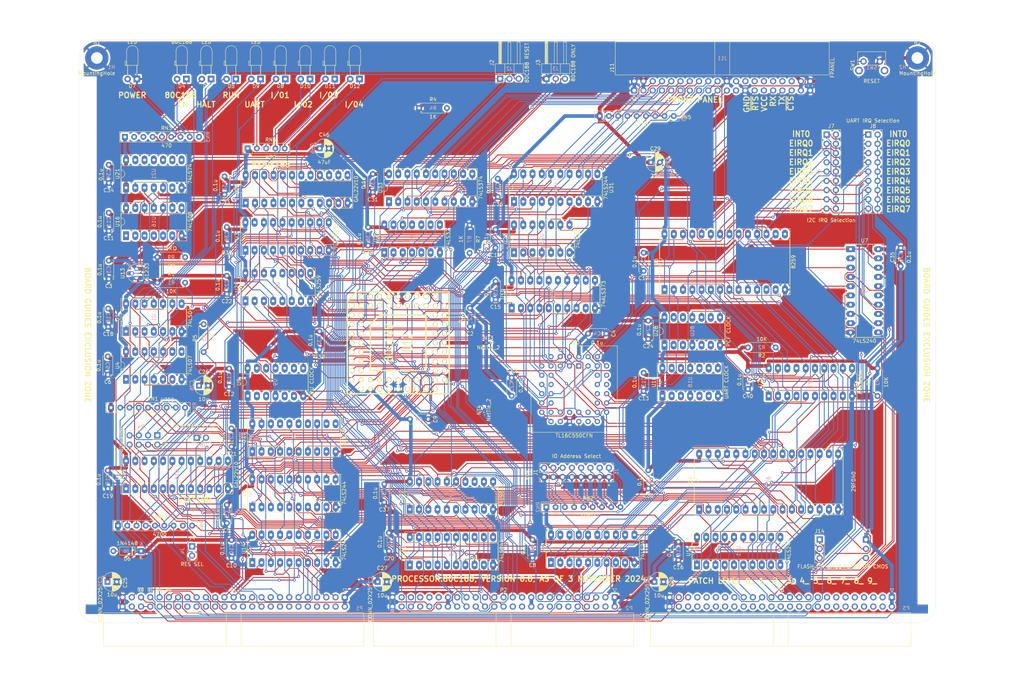
<source format=kicad_pcb>
(kicad_pcb (version 20211014) (generator pcbnew)
  (title_block (title "DUODYNE 80c188 PROCESSOR") (date "2024-11-03") (rev "v0.8"))
  (layers (0 "F.Cu" signal) (31 "B.Cu" signal) (34 "B.Paste" user) (35 "F.Paste" user) (36 "B.SilkS" user "B.Silkscreen") (37 "F.SilkS" user "F.Silkscreen") (38 "B.Mask" user) (39 "F.Mask" user) (44 "Edge.Cuts" user))
  (net 0 "")
  (net 1 "GND")
  (net 2 "VCC")
  (net 3 "Net-(D2-Pad1)")
  (net 4 "Net-(D6-Pad2)")
  (net 5 "CPU-NMI")
  (net 6 "CPU-DREQ1")
  (net 7 "CPU-INT0")
  (net 8 "470D")
  (net 9 "A21")
  (net 10 "~{DREQ1}")
  (net 11 "~{DREQ0}")
  (net 13 "-12V")
  (net 14 "Net-(D5-Pad1)")
  (net 15 "~{BUSRQ}")
  (net 16 "/bus/CRUCLK")
  (net 17 "~{NMI}")
  (net 18 "~{M1}")
  (net 19 "~{MREQ}")
  (net 20 "~{IORQ}")
  (net 21 "~{WR}")
  (net 22 "~{RD}")
  (net 23 "A0")
  (net 24 "A1")
  (net 25 "A2")
  (net 26 "A3")
  (net 27 "A4")
  (net 28 "A5")
  (net 29 "A6")
  (net 30 "A7")
  (net 31 "A8")
  (net 32 "A9")
  (net 33 "A10")
  (net 34 "A11")
  (net 35 "A12")
  (net 36 "A13")
  (net 37 "A14")
  (net 38 "A15")
  (net 39 "+12V")
  (net 40 "D0")
  (net 41 "D1")
  (net 42 "D2")
  (net 43 "D3")
  (net 44 "D4")
  (net 45 "D5")
  (net 46 "D6")
  (net 47 "D7")
  (net 48 "470C")
  (net 49 "Net-(D8-Pad1)")
  (net 50 "Net-(D8-Pad2)")
  (net 51 "Net-(JP4-Pad1)")
  (net 52 "ONE")
  (net 53 "ZERO")
  (net 54 "Net-(D9-Pad1)")
  (net 55 "Net-(JP4-Pad3)")
  (net 56 "Net-(JP4-Pad5)")
  (net 57 "Net-(JP4-Pad7)")
  (net 58 "Net-(J11-Pad19)")
  (net 59 "Net-(J11-Pad17)")
  (net 60 "Net-(J11-Pad15)")
  (net 61 "~{CPU-IORQ}")
  (net 62 "470E")
  (net 63 "CPU-A1")
  (net 64 "CPU-A0")
  (net 65 "/bus/A23")
  (net 66 "~{CPU-M1}")
  (net 67 "~{CPU-WR}")
  (net 68 "~{CPU-RD}")
  (net 69 "~{CPU-MREQ}")
  (net 70 "/bus/A22")
  (net 71 "~{FP-LATCH-RD}")
  (net 72 "FP-LATCH-WR")
  (net 73 "Net-(D10-Pad1)")
  (net 74 "bCLK")
  (net 75 "Net-(D10-Pad2)")
  (net 76 "~{EIRQ0}")
  (net 77 "~{EIRQ1}")
  (net 78 "/fpanel/FP-D7")
  (net 79 "/fpanel/FP-D6")
  (net 80 "/fpanel/FP-D5")
  (net 81 "/fpanel/FP-D4")
  (net 82 "/fpanel/FP-D3")
  (net 83 "/fpanel/FP-D2")
  (net 84 "/fpanel/FP-D1")
  (net 85 "/fpanel/FP-D0")
  (net 86 "CPU-A3")
  (net 87 "CPU-A4")
  (net 88 "CPU-A2")
  (net 89 "CPU-A5")
  (net 90 "CPU-A6")
  (net 91 "CPU-A7")
  (net 92 "~{EIRQ2}")
  (net 93 "CPU-A11")
  (net 94 "CPU-A12")
  (net 95 "CPU-A10")
  (net 96 "CPU-A13")
  (net 97 "CPU-A9")
  (net 98 "CPU-A14")
  (net 99 "CPU-A8")
  (net 100 "CPU-A15")
  (net 101 "A20")
  (net 102 "CPU-D1")
  (net 103 "CPU-D7")
  (net 104 "CPU-D6")
  (net 105 "CPU-D3")
  (net 106 "CPU-D0")
  (net 107 "CPU-D2")
  (net 108 "CPU-D5")
  (net 109 "CPU-D4")
  (net 110 "A16")
  (net 111 "A17")
  (net 112 "A18")
  (net 113 "A19")
  (net 114 "Net-(D11-Pad1)")
  (net 115 "Net-(D11-Pad2)")
  (net 116 "~{EIRQ3}")
  (net 117 "~{EIRQ4}")
  (net 118 "Net-(P1-Pad40)")
  (net 119 "~{EIRQ5}")
  (net 120 "~{EIRQ6}")
  (net 121 "Net-(P1-Pad44)")
  (net 122 "~{EIRQ7}")
  (net 123 "Net-(D12-Pad1)")
  (net 124 "UART-CLK")
  (net 125 "/bus/E")
  (net 126 "/bus/ST")
  (net 127 "/bus/PHI")
  (net 128 "/bus/~{INT2}")
  (net 129 "/bus/~{INT1}")
  (net 130 "~{RES_IN}")
  (net 131 "/bus/CRUOUT")
  (net 132 "/bus/CRUIN")
  (net 133 "~{RES_OUT}")
  (net 134 "/bus/USER8")
  (net 135 "/bus/USER7")
  (net 136 "/bus/USER6")
  (net 137 "/bus/USER5")
  (net 138 "/bus/USER4")
  (net 139 "/bus/USER3")
  (net 140 "/bus/USER2")
  (net 141 "/bus/USER1")
  (net 142 "/bus/USER0")
  (net 143 "I2C_SDA")
  (net 144 "/bus/A31")
  (net 145 "/bus/A30")
  (net 146 "/bus/A29")
  (net 147 "/bus/A28")
  (net 148 "/bus/A27")
  (net 149 "/bus/A26")
  (net 150 "/bus/A25")
  (net 151 "/bus/A24")
  (net 152 "/bus/IC3")
  (net 153 "/bus/IC2")
  (net 154 "/bus/IC1")
  (net 155 "/bus/IC0")
  (net 156 "/bus/AUXCLK1")
  (net 157 "/bus/AUXCLK0")
  (net 158 "/bus/D15")
  (net 159 "/bus/D31")
  (net 160 "/bus/D14")
  (net 161 "/bus/D30")
  (net 162 "/bus/D13")
  (net 163 "/bus/D29")
  (net 164 "/bus/D12")
  (net 165 "/bus/D28")
  (net 166 "/bus/D11")
  (net 167 "/bus/D27")
  (net 168 "/bus/D10")
  (net 169 "/bus/D26")
  (net 170 "/bus/D9")
  (net 171 "/bus/D25")
  (net 172 "/bus/D8")
  (net 173 "/bus/D24")
  (net 174 "/bus/D23")
  (net 175 "/bus/D22")
  (net 176 "/bus/D21")
  (net 177 "/bus/D20")
  (net 178 "/bus/D19")
  (net 179 "/bus/D18")
  (net 180 "/bus/D17")
  (net 181 "/bus/D16")
  (net 182 "/bus/~{BUSERR}")
  (net 183 "/bus/UDS")
  (net 184 "/bus/~{VPA}")
  (net 185 "/bus/LDS")
  (net 186 "/bus/~{VMA}")
  (net 187 "/bus/S2")
  (net 188 "/bus/~{BHE}")
  (net 189 "/bus/S1")
  (net 190 "/bus/IPL2")
  (net 191 "/bus/S0")
  (net 192 "/bus/IPL1")
  (net 193 "/bus/AUXCLK3")
  (net 194 "/bus/IPL0")
  (net 195 "/bus/AUXCLK2")
  (net 196 "I2C_SCL")
  (net 197 "Net-(D12-Pad2)")
  (net 198 "188RST")
  (net 199 "188EN")
  (net 202 "Net-(D4-Pad1)")
  (net 203 "Net-(J1-Pad2)")
  (net 204 "~{INT-I2C}")
  (net 205 "~{CS_I2C_WR}")
  (net 207 "~{CS_I2C}")
  (net 209 "~{RTS}")
  (net 210 "RX")
  (net 211 "TX")
  (net 212 "~{CTS}")
  (net 213 "~{CS_UART}")
  (net 214 "~{EXT_RES}")
  (net 215 "Net-(J11-Pad5)")
  (net 216 "Net-(J11-Pad7)")
  (net 217 "Net-(J11-Pad9)")
  (net 218 "Net-(J11-Pad11)")
  (net 219 "Net-(J11-Pad13)")
  (net 220 "Net-(J1-Pad4)")
  (net 221 "Net-(J1-Pad6)")
  (net 222 "Net-(J1-Pad8)")
  (net 223 "~{CPU-HALT}")
  (net 224 "~{188EN}")
  (net 225 "Net-(JP1-Pad1)")
  (net 227 "~{188ACTIVE}")
  (net 228 "~{CPU-INTA0}")
  (net 229 "Net-(R9-Pad1)")
  (net 232 "Net-(J1-Pad10)")
  (net 233 "Net-(J1-Pad12)")
  (net 234 "Net-(J1-Pad14)")
  (net 235 "Net-(J1-Pad16)")
  (net 236 "UART_INT")
  (net 237 "Net-(J7-Pad10)")
  (net 238 "EIRQ0")
  (net 239 "Net-(U1-Pad3)")
  (net 250 "Net-(U1-Pad4)")
  (net 251 "Net-(U23-Pad13)")
  (net 253 "~{SPEN}")
  (net 257 "Net-(J13-Pad2)")
  (net 258 "Net-(J14-Pad2)")
  (net 259 "~{BUSACK}")
  (net 260 "~{HALT}")
  (net 261 "~{RFSH}")
  (net 262 "Net-(U16-Pad12)")
  (net 263 "CPU-A21")
  (net 264 "~{WAIT}")
  (net 265 "CPU-A20")
  (net 266 "/bus/~{TEND1}")
  (net 267 "/bus/~{TEND0}")
  (net 269 "~{CS_PIC}")
  (net 278 "Net-(U20-Pad10)")
  (net 287 "Net-(U1-Pad8)")
  (net 299 "~{G_DATA}")
  (net 300 "Net-(U11-Pad19)")
  (net 307 "HLDA")
  (net 308 "CPU-A19")
  (net 309 "Net-(U12-Pad65)")
  (net 310 "Net-(U12-Pad66)")
  (net 311 "CPU-A18")
  (net 312 "CPU-A17")
  (net 313 "Net-(U12-Pad67)")
  (net 314 "Net-(U12-Pad68)")
  (net 315 "CPU-A16")
  (net 316 "ALE")
  (net 317 "S0")
  (net 318 "CPU_S0")
  (net 319 "CPU_S1")
  (net 320 "S1")
  (net 321 "S2")
  (net 322 "CPU_S2")
  (net 328 "Net-(U12-Pad59)")
  (net 333 "~{BDREQ0}")
  (net 334 "~{CPU-RFSH}")
  (net 335 "CLKOUT")
  (net 336 "DT~{R}_TS")
  (net 337 "CPU-DREQ0")
  (net 338 "TMR1_IN")
  (net 341 "Net-(U12-Pad25)")
  (net 342 "~{PCS1}")
  (net 345 "~{PCS4}")
  (net 346 "~{PCS5}")
  (net 347 "~{PCS6}")
  (net 349 "~{UCS}")
  (net 350 "Net-(U12-Pad35)")
  (net 351 "Net-(U12-Pad36)")
  (net 352 "Net-(U12-Pad37)")
  (net 353 "Net-(U12-Pad38)")
  (net 355 "Net-(U12-Pad47)")
  (net 357 "SRDY")
  (net 358 "HOLD")
  (net 360 "~{BDREQ1}")
  (net 361 "88TOGGLE")
  (net 366 "Net-(U17-Pad7)")
  (net 369 "~{WR_LS259}")
  (net 370 "Net-(U25-Pad11)")
  (net 371 "EIRQ1")
  (net 373 "Net-(U27-Pad1)")
  (net 380 "470F")
  (net 381 "470G")
  (net 399 "EIRQ2")
  (net 400 "EIRQ3")
  (net 401 "EIRQ4")
  (net 402 "EIRQ5")
  (net 403 "EIRQ6")
  (net 404 "EIRQ7")
  (footprint "Connector_IDC:IDC-Header_2x25_P2.54mm_Horizontal" (layer "F.Cu") (at 108 223 -90)
    (fp_text reference "P1")
    (fp_text value "CONN_02X25")
  )
  (footprint "Capacitor_THT:C_Disc_D5.0mm_W2.5mm_P5.00mm" (layer "F.Cu") (at 142.315 143.68 -90)
    (fp_text reference "C2")
    (fp_text value "0.1u")
  )
  (footprint "Capacitor_THT:C_Disc_D5.0mm_W2.5mm_P5.00mm" (layer "F.Cu") (at 43.255 130.605 -90)
    (fp_text reference "C3")
    (fp_text value "0.1u")
  )
  (footprint "Capacitor_THT:C_Disc_D5.0mm_W2.5mm_P5.00mm" (layer "F.Cu") (at 174.7 150.625)
    (fp_text reference "C4")
    (fp_text value "0.1u")
  )
  (footprint "Capacitor_THT:C_Disc_D5.0mm_W2.5mm_P5.00mm" (layer "F.Cu") (at 75.64 197.655 -90)
    (fp_text reference "C5")
    (fp_text value "0.1u")
  )
  (footprint "Capacitor_THT:C_Disc_D5.0mm_W2.5mm_P5.00mm" (layer "F.Cu") (at 43 156.9 -90)
    (fp_text reference "C6")
    (fp_text value "0.1u")
  )
  (footprint "Capacitor_THT:C_Disc_D5.0mm_W2.5mm_P5.00mm" (layer "F.Cu") (at 159.46 207.18 -90)
    (fp_text reference "C8")
    (fp_text value "0.1u")
  )
  (footprint "Capacitor_THT:C_Disc_D5.0mm_W2.5mm_P5.00mm" (layer "F.Cu") (at 125.845 174.12)
    (fp_text reference "C9")
    (fp_text value "0.1u")
  )
  (footprint "Capacitor_THT:C_Disc_D5.0mm_W2.5mm_P5.00mm" (layer "F.Cu") (at 76.91 207.27 -90)
    (fp_text reference "C10")
    (fp_text value "0.1u")
  )
  (footprint "Capacitor_THT:C_Disc_D5.0mm_W2.5mm_P5.00mm" (layer "F.Cu") (at 43.255 117.4575 -90)
    (fp_text reference "C11")
    (fp_text value "0.1u")
  )
  (footprint "Capacitor_THT:C_Disc_D5.0mm_W2.5mm_P5.00mm" (layer "F.Cu") (at 149.3 122.09 -90)
    (fp_text reference "C14")
    (fp_text value "0.1u")
  )
  (footprint "Capacitor_THT:C_Disc_D5.0mm_W2.5mm_P5.00mm" (layer "F.Cu") (at 149.33 136.305 -90)
    (fp_text reference "C15")
    (fp_text value "0.1u")
  )
  (footprint "Capacitor_THT:CP_Radial_D5.0mm_P2.50mm" (layer "F.Cu") (at 42.9296 218.75)
    (fp_text reference "C25")
    (fp_text value "10u")
  )
  (footprint "Capacitor_THT:CP_Radial_D5.0mm_P2.50mm" (layer "F.Cu") (at 68.0199 164.9)
    (fp_text reference "C26")
    (fp_text value "10u")
  )
  (footprint "Capacitor_THT:C_Disc_D5.0mm_W2.5mm_P5.00mm" (layer "F.Cu") (at 189.94 128.44 -90)
    (fp_text reference "C17")
    (fp_text value "0.1u")
  )
  (footprint "Capacitor_THT:C_Disc_D5.0mm_W2.5mm_P5.00mm" (layer "F.Cu") (at 120.09 205.315 -90)
    (fp_text reference "C20")
    (fp_text value "0.1u")
  )
  (footprint "Capacitor_THT:C_Disc_D5.0mm_W2.5mm_P5.00mm" (layer "F.Cu") (at 76.91 176.66 -90)
    (fp_text reference "C21")
    (fp_text value "0.1u")
  )
  (footprint "Capacitor_THT:C_Disc_D5.0mm_W2.5mm_P5.00mm" (layer "F.Cu") (at 75.64 134.75 -90)
    (fp_text reference "C22")
    (fp_text value "0.1u")
  )
  (footprint "Capacitor_THT:C_Disc_D5.0mm_W2.5mm_P5.00mm" (layer "F.Cu") (at 153.745 167.73 90)
    (fp_text reference "C23")
    (fp_text value "0.1u")
  )
  (footprint "Capacitor_THT:CP_Radial_D5.0mm_P2.50mm" (layer "F.Cu") (at 117 218.75)
    (fp_text reference "C27")
    (fp_text value "10u")
  )
  (footprint "Capacitor_THT:CP_Radial_D5.0mm_P2.50mm" (layer "F.Cu") (at 192.8847 218.75)
    (fp_text reference "C28")
    (fp_text value "10u")
  )
  (footprint "Capacitor_THT:CP_Radial_D5.0mm_P2.50mm" (layer "F.Cu") (at 191.9099 103.635)
    (fp_text reference "C29")
    (fp_text value "22u")
  )
  (footprint "LED_THT:LED_D3.0mm_Horizontal_O3.81mm_Z2.0mm" (layer "F.Cu") (at 64.544 80.775 180)
    (fp_text reference "D4")
    (fp_text value "80C188")
  )
  (footprint "Diode_THT:D_DO-35_SOD27_P7.62mm_Horizontal" (layer "F.Cu") (at 52.145 210.315 180)
    (fp_text reference "D6")
    (fp_text value "1N4148")
  )
  (footprint "LED_THT:LED_D3.0mm_Horizontal_O3.81mm_Z2.0mm" (layer "F.Cu") (at 71.326 80.775 180)
    (fp_text reference "D2")
    (fp_text value "LED")
  )
  (footprint "Resistor_THT:R_Axial_DIN0207_L6.3mm_D2.5mm_P7.62mm_Horizontal" (layer "F.Cu") (at 69.29 155.705 90)
    (fp_text reference "R5")
    (fp_text value "10")
  )
  (footprint "Package_DIP:DIP-14_W7.62mm_Socket_LongPads" (layer "F.Cu") (at 48 163.2 90)
    (fp_text reference "U4")
    (fp_text value "74LS07")
  )
  (footprint "Package_DIP:DIP-20_W7.62mm_Socket_LongPads" (layer "F.Cu") (at 82.63 198.24 90)
    (fp_text reference "U6")
    (fp_text value "74LS244")
  )
  (footprint "Package_DIP:DIP-20_W7.62mm_Socket_LongPads" (layer "F.Cu") (at 164.54 213.48 90)
    (fp_text reference "U8")
    (fp_text value "74LS244")
  )
  (footprint "Package_DIP:DIP-24_W7.62mm_Socket_LongPads" (layer "F.Cu") (at 48 193.2 90)
    (fp_text reference "U15")
    (fp_text value "GAL22V10")
  )
  (footprint "Package_DIP:DIP-14_W7.62mm_Socket_LongPads" (layer "F.Cu") (at 48 150.0525 90)
    (fp_text reference "U1")
    (fp_text value "74LS04")
  )
  (footprint "Connector_IDC:IDC-Header_2x25_P2.54mm_Horizontal" (layer "F.Cu") (at 182 223 -90)
    (fp_text reference "P2")
    (fp_text value "CONN_02X25")
  )
  (footprint "MountingHole:MountingHole_3.2mm_M3_Pad" (layer "F.Cu") (at 265 75)
    (fp_text reference "H2")
    (fp_text value "MountingHole")
  )
  (footprint "Resistor_THT:R_Array_SIP9" (layer "F.Cu") (at 43.875 170.945)
    (fp_text reference "RN1")
    (fp_text value "4700")
  )
  (footprint "Package_DIP:DIP-20_W7.62mm_Socket_LongPads" (layer "F.Cu") (at 204.55 214.115 90)
    (fp_text reference "U11")
    (fp_text value "74LS245")
  )
  (footprint "Capacitor_THT:C_Disc_D5.0mm_W2.5mm_P5.00mm" (layer "F.Cu") (at 43 188.2 -90)
    (fp_text reference "C19")
    (fp_text value "0.1u")
  )
  (footprint "Capacitor_THT:C_Disc_D5.0mm_W2.5mm_P5.00mm" (layer "F.Cu") (at 43.125 143.7525 -90)
    (fp_text reference "C18")
    (fp_text value "0.1u")
  )
  (footprint "Capacitor_THT:C_Disc_D5.0mm_W2.5mm_P5.00mm" (layer "F.Cu") (at 76.275 160.23 -90)
    (fp_text reference "C12")
    (fp_text value "0.1u")
  )
  (footprint "Capacitor_THT:C_Disc_D5.0mm_W2.5mm_P5.00mm" (layer "F.Cu") (at 199.465 207.775 -90)
    (fp_text reference "C16")
    (fp_text value "0.1u")
  )
  (footprint "Package_DIP:DIP-20_W7.62mm_Socket_LongPads" (layer "F.Cu") (at 80.725 127.755 90)
    (fp_text reference "U3")
    (fp_text value "74ALS373")
  )
  (footprint "MountingHole:MountingHole_3.2mm_M3_Pad" (layer "F.Cu") (at 40 75)
    (fp_text reference "H1")
    (fp_text value "MountingHole")
  )
  (footprint "LED_THT:LED_D3.0mm_Horizontal_O3.81mm_Z2.0mm" (layer "F.Cu") (at 50.98 80.775 180)
    (fp_text reference "D7")
    (fp_text value "LED")
  )
  (footprint "Connector_IDC:IDC-Header_2x25_P2.54mm_Horizontal" (layer "F.Cu") (at 258 223 -90)
    (fp_text reference "P3")
    (fp_text value "CONN_02X25")
  )
  (footprint "Package_TO_SOT_THT:TO-92L_HandSolder" (layer "F.Cu") (at 50.875 135.385 90)
    (fp_text reference "U13")
    (fp_text value "DS1233")
  )
  (footprint "Capacitor_THT:C_Disc_D5.0mm_W2.5mm_P5.00mm" (layer "F.Cu") (at 149.935 108.12 -90)
    (fp_text reference "C36")
    (fp_text value "0.1u")
  )
  (footprint "Capacitor_THT:C_Disc_D5.0mm_W2.5mm_P5.00mm" (layer "F.Cu") (at 114.38 121.455 -90)
    (fp_text reference "C38")
    (fp_text value "0.1u")
  )
  (footprint "Capacitor_THT:CP_Radial_D5.0mm_P2.50mm" (layer "F.Cu") (at 101.1049 99.825)
    (fp_text reference "C46")
    (fp_text value "47uF")
  )
  (footprint "Package_DIP:DIP-20_W7.62mm_Socket_LongPads" (layer "F.Cu") (at 153.75 143.63 90)
    (fp_text reference "U19")
    (fp_text value "74ALS373")
  )
  (footprint "LED_THT:LED_D3.0mm_Horizontal_O3.81mm_Z2.0mm" (layer "F.Cu") (at 84.89 80.775 180)
    (fp_text reference "D9")
    (fp_text value "LED")
  )
  (footprint "Resistor_THT:R_Array_SIP9" (layer "F.Cu") (at 45.795 203.33)
    (fp_text reference "RN4")
    (fp_text value "4700")
  )
  (footprint "Connector_IDC:IDC-Header_2x20_P2.54mm_Horizontal" (layer "F.Cu") (at 187.35 83.9175 90)
    (fp_text reference "J11")
    (fp_text value "FPANEL")
  )
  (footprint "Resistor_THT:R_Array_SIP9" (layer "F.Cu") (at 177.875 90.935)
    (fp_text reference "RN5")
    (fp_text value "4700")
  )
  (footprint "Package_DIP:DIP-20_W7.62mm_Socket_LongPads" (layer "F.Cu") (at 154.385 114.42 90)
    (fp_text reference "U31")
    (fp_text value "74LS244")
  )
  (footprint "Package_DIP:DIP-20_W7.62mm_Socket_LongPads" (layer "F.Cu") (at 120.095 114.42 90)
    (fp_text reference "U33")
    (fp_text value "74LS374")
  )
  (footprint "Package_LCC:PLCC-44_THT-Socket" (layer "F.Cu") (at 172.16 159.515)
    (fp_text reference "U20")
    (fp_text value "TL16C550CFN")
  )
  (footprint "Capacitor_THT:C_Disc_D5.0mm_W2.5mm_P5.00mm" (layer "F.Cu") (at 118.82 191.94 -90)
    (fp_text reference "C37")
    (fp_text value "0.1u")
  )
  (footprint "Package_DIP:DIP-14_W7.62mm_Socket_LongPads" (layer "F.Cu") (at 81.35 167.76 90)
    (fp_text reference "U9")
    (fp_text value "CPU CLOCK")
  )
  (footprint "Package_DIP:DIP-20_W7.62mm_Socket_LongPads" (layer "F.Cu") (at 125.81 214.115 90)
    (fp_text reference "U10")
    (fp_text value "74LS244")
  )
  (footprint "CUSTOM:80C188_52" (layer "F.Cu") (at 122.63 153.165 -90)
    (fp_text reference "U12")
    (fp_text value "80C188")
  )
  (footprint "Capacitor_THT:C_Disc_D5.0mm_W2.5mm_P5.00mm" (layer "F.Cu") (at 191.21 188.13 -90)
    (fp_text reference "C30")
    (fp_text value "0.1u")
  )
  (footprint "Capacitor_THT:C_Disc_D5.0mm_W2.5mm_P5.00mm" (layer "F.Cu") (at 115.66 106.85 -90)
    (fp_text reference "C31")
    (fp_text value "0.1u")
  )
  (footprint "Capacitor_THT:C_Disc_D5.0mm_W2.5mm_P5.00mm" (layer "F.Cu") (at 101.04 150.03 -90)
    (fp_text reference "C32")
    (fp_text value "0.1u")
  )
  (footprint "Capacitor_THT:C_Disc_D5.0mm_W2.5mm_P5.00mm" (layer "F.Cu") (at 75.005 107.485 -90)
    (fp_text reference "C33")
    (fp_text value "0.1u")
  )
  (footprint "Capacitor_THT:C_Disc_D5.0mm_W2.5mm_P5.00mm" (layer "F.Cu") (at 43.255 104.31 -90)
    (fp_text reference "C34")
    (fp_text value "0.1u")
  )
  (footprint "Capacitor_THT:C_Disc_D5.0mm_W2.5mm_P5.00mm" (layer "F.Cu") (at 260.425 132.1554 90)
    (fp_text reference "C35")
    (fp_text value "0.1u")
  )
  (footprint "Package_DIP:DIP-20_W7.62mm_Socket_LongPads" (layer "F.Cu") (at 82.63 213.48 90)
    (fp_text reference "U14")
    (fp_text value "74LS244")
  )
  (footprint "Package_DIP:DIP-14_W7.62mm_Socket_LongPads" (layer "F.Cu") (at 118.815 128.39 90)
    (fp_text reference "U2")
    (fp_text value "74LS32")
  )
  (footprint "Button_Switch_THT:SW_Tactile_SPST_Angled_PTS645Vx58-2LFS" (layer "F.Cu") (at 250.225 75.9625)
    (fp_text reference "SW1")
    (fp_text value "RESET")
  )
  (footprint "Capacitor_THT:C_Disc_D5.0mm_W2.5mm_P5.00mm" (layer "F.Cu") (at 75.64 121.415 -90)
    (fp_text reference "C39")
    (fp_text value "0.1u")
  )
  (footprint "Package_DIP:DIP-14_W7.62mm_Socket_LongPads" (layer "F.Cu") (at 195.08 167.735 90)
    (fp_text reference "U18")
    (fp_text value "UART CLOCK")
  )
  (footprint "Capacitor_THT:C_Disc_D5.0mm_W2.5mm_P5.00mm" (layer "F.Cu") (at 189.94 161.42 -90)
    (fp_text reference "C13")
    (fp_text value "0.1u")
  )
  (footprint "Capacitor_THT:C_Disc_D5.0mm_W2.5mm_P5.00mm" (layer "F.Cu") (at 191.195 147.1 -90)
    (fp_text reference "C24")
    (fp_text value "0.1u")
  )
  (footprint "Resistor_THT:R_Axial_DIN0207_L6.3mm_D2.5mm_P7.62mm_Horizontal" (layer "F.Cu") (at 64.21 129.67 180)
    (fp_text reference "R9")
    (fp_text value "1KΩ")
  )
  (footprint "Package_DIP:DIP-20_W7.62mm_Socket_LongPads" (layer "F.Cu") (at 125.81 198.875 90)
    (fp_text reference "U22")
    (fp_text value "74LS688")
  )
  (footprint "LED_THT:LED_D3.0mm_Horizontal_O3.81mm_Z2.0mm" (layer "F.Cu") (at 98.454 80.775 180)
    (fp_text reference "D10")
    (fp_text value "LED")
  )
  (footprint "Connector_PinHeader_2.54mm:PinHeader_1x02_P2.54mm_Vertical" (layer "F.Cu") (at 67.38 179.2 90)
    (fp_text reference "JP1")
    (fp_text value "GENERATE CLOCK")
  )
  (footprint "Connector_PinHeader_2.54mm:PinHeader_2x09_P2.54mm_Vertical" (layer "F.Cu") (at 240.105 96.015)
    (fp_text reference "J7")
    (fp_text value "I2C IRQ Selection")
  )
  (footprint "Resistor_THT:R_Axial_DIN0207_L6.3mm_D2.5mm_P7.62mm_Horizontal" (layer "F.Cu") (at 254.075 167.77 90)
    (fp_text reference "R3")
    (fp_text value "10K")
  )
  (footprint "NetTie:NetTie-2_THT_Pad0.3mm" (layer "F.Cu") (at 146.125 172.215 90)
    (fp_text reference "NT4")
    (fp_text value "NetTie_2")
  )
  (footprint "Connector_PinHeader_2.54mm:PinHeader_1x03_P2.54mm_Horizontal" (layer "F.Cu") (at 163.285 80.705 90)
    (fp_text reference "J3")
    (fp_text value "80C188 ONLY")
  )
  (footprint "Package_DIP:DIP-20_W7.62mm_Socket_LongPads" (layer "F.Cu") (at 82.63 183 90)
    (fp_text reference "U17")
    (fp_text value "74LS244")
  )
  (footprint "NetTie:NetTie-2_THT_Pad0.3mm" (layer "F.Cu") (at 146.76 153.165)
    (fp_text reference "NT3")
    (fp_text value "NetTie_2")
  )
  (footprint "Connector_PinHeader_2.54mm:PinHeader_2x08_P2.54mm_Vertical" (layer "F.Cu") (at 162.635 189.995 90)
    (fp_text reference "J1")
    (fp_text value "IO Address Select")
  )
  (footprint "Connector_PinHeader_2.54mm:PinHeader_2x04_P2.54mm_Vertical" (layer "F.Cu") (at 56.59 178.565 -90)
    (fp_text reference "JP4")
    (fp_text value "BUS CPU")
  )
  (footprint "Package_DIP:DIP-20_W7.62mm_Socket_LongPads" (layer "F.Cu") (at 224.235 167.76 90)
    (fp_text reference "U27")
    (fp_text value "PCF8584")
  )
  (footprint "LED_THT:LED_D3.0mm_Horizontal_O3.81mm_Z2.0mm" (layer "F.Cu") (at 78.108 80.775 180)
    (fp_text reference "D5")
    (fp_text value "LED")
  )
  (footprint "Capacitor_THT:C_Disc_D5.0mm_W2.5mm_P5.00mm" (layer "F.Cu") (at 218.515 160.825 -90)
    (fp_text reference "C40")
    (fp_text value "0.1u")
  )
  (footprint "LED_THT:LED_D3.0mm_Horizontal_O3.81mm_Z2.0mm" (layer "F.Cu") (at 91.672 80.775 180)
    (fp_text reference "D8")
    (fp_text value "LED")
  )
  (footprint "Package_DIP:DIP-32_W15.24mm_Socket_LongPads" (layer "F.Cu") (at 205.18 198.885 90)
    (fp_text reference "U26")
    (fp_text value "29F040")
  )
  (footprint "Connector_PinHeader_2.54mm:PinHeader_2x09_P2.54mm_Vertical" (layer "F.Cu") (at 251.535 96.025)
    (fp_text reference "J8")
    (fp_text value "UART IRQ Selection")
  )
  (footprint "Package_DIP:DIP-24_W7.62mm_Socket_LongPads" (layer "F.Cu") (at 80.8216 114.7856 90)
    (fp_text reference "U25")
    (fp_text value "GAL22V10")
  )
  (footprint "Resistor_THT:R_Axial_DIN0207_L6.3mm_D2.5mm_P7.62mm_Horizontal" (layer "F.Cu") (at 142.2134 120.907 -90)
    (fp_text reference "R7")
    (fp_text value "1K")
  )
  (footprint "Package_DIP:DIP-14_W7.62mm_Socket_LongPads" (layer "F.Cu") (at 195.65 153.79 90)
    (fp_text reference "U28")
    (fp_text value "PCF CLOCK")
  )
  (footprint "Connector_PinHeader_2.54mm:PinHeader_1x02_P2.54mm_Vertical" (layer "F.Cu") (at 66.115 209.04)
    (fp_text reference "J4")
    (fp_text value "RES SEL")
  )
  (footprint "Resistor_THT:R_Axial_DIN0207_L6.3mm_D2.5mm_P7.62mm_Horizontal" (layer "F.Cu") (at 128.3704 88.7506)
    (fp_text reference "R4")
    (fp_text value "1K")
  )
  (footprint "Connector_PinHeader_2.54mm:PinHeader_1x03_P2.54mm_Vertical" (layer "F.Cu") (at 250.9 207.155)
    (fp_text reference "J13")
    (fp_text value "FLASH OR CMOS")
  )
  (footprint "LED_THT:LED_D3.0mm_Horizontal_O3.81mm_Z2.0mm" (layer "F.Cu") (at 112.018 80.775 180)
    (fp_text reference "D12")
    (fp_text value "LED")
  )
  (footprint "Package_DIP:DIP-14_W7.62mm_Socket_LongPads" (layer "F.Cu") (at 154.38 128.4 90)
    (fp_text reference "U23")
    (fp_text value "74LS00")
  )
  (footprint "Resistor_THT:R_Array_SIP5" (layer "F.Cu") (at 81.335 99.825)
    (fp_text reference "RN6")
    (fp_text value "470")
  )
  (footprint "Connector_PinHeader_2.54mm:PinHeader_1x03_P2.54mm_Vertical" (layer "F.Cu") (at 238.2 207.155)
    (fp_text reference "J14")
    (fp_text value "FLASH OR CMOS")
  )
  (footprint "Resistor_THT:R_Array_SIP9" (layer "F.Cu") (at 163.255 198.25)
    (fp_text reference "RN2")
    (fp_text value "10KΩ")
  )
  (footprint "Package_DIP:DIP-20_W7.62mm_Socket_LongPads" (layer "F.Cu") (at 246.6836 127.4602)
    (fp_text reference "U7")
    (fp_text value "74LS240")
  )
  (footprint "LED_THT:LED_D3.0mm_Horizontal_O3.81mm_Z2.0mm" (layer "F.Cu") (at 105.236 80.775 180)
    (fp_text reference "D11")
    (fp_text value "LED")
  )
  (footprint "Resistor_THT:R_Axial_DIN0207_L6.3mm_D2.5mm_P7.62mm_Horizontal" (layer "F.Cu") (at 226.135 154.435 180)
    (fp_text reference "R2")
    (fp_text value "10K")
  )
  (footprint "Package_DIP:DIP-16_W7.62mm_Socket_LongPads" (layer "F.Cu") (at 80.735 141.685 90)
    (fp_text reference "U24")
    (fp_text value "74LS259")
  )
  (footprint "Package_DIP:DIP-28_W15.24mm_Socket_LongPads" (layer "F.Cu") (at 195.665 138.565 90)
    (fp_text reference "U5")
    (fp_text value "8259")
  )
  (footprint "Resistor_THT:R_Axial_DIN0207_L6.3mm_D2.5mm_P7.62mm_Horizontal" (layer "F.Cu") (at 56.59 136.655)
    (fp_text reference "R1")
    (fp_text value "10K")
  )
  (footprint "Resistor_THT:R_Array_SIP9" (layer "F.Cu") (at 47.685 96.65)
    (fp_text reference "RN3")
    (fp_text value "470")
  )
  (footprint "Package_DIP:DIP-14_W7.62mm_Socket_LongPads" (layer "F.Cu") (at 48 123.7575 90)
    (fp_text reference "U16")
    (fp_text value "74LS08")
  )
  (footprint "Package_DIP:DIP-14_W7.62mm_Socket_LongPads" (layer "F.Cu") (at 48 110.61 90)
    (fp_text reference "U21")
    (fp_text value "74LS74")
  )
  (footprint "Connector_PinHeader_2.54mm:PinHeader_1x03_P2.54mm_Horizontal" (layer "F.Cu") (at 150.585 80.705 90)
    (fp_text reference "J2")
    (fp_text value "80C188 RESET")
  )
  (gr_line (start 35 75) (end 35 225) (layer "Edge.Cuts") (width 0.05))
  (gr_line (start 40 230) (end 265 230) (layer "Edge.Cuts") (width 0.05))
  (gr_line (start 270 225) (end 270 75) (layer "Edge.Cuts") (width 0.05))
  (gr_line (start 265 70) (end 40 70) (layer "Edge.Cuts") (width 0.05))
  (gr_arc (start 270 225) (mid 268.535534 228.535534) (end 265 230) (layer "Edge.Cuts") (width 0.05))
  (gr_arc (start 40 230) (mid 36.464466 228.535534) (end 35 225) (layer "Edge.Cuts") (width 0.05))
  (gr_arc (start 35 75) (mid 36.464466 71.464466) (end 40 70) (layer "Edge.Cuts") (width 0.05))
  (gr_arc (start 265 70) (mid 268.535534 71.464466) (end 270 75) (layer "Edge.Cuts") (width 0.05))
  (gr_text "BOARD GUIDES EXCLUSION ZONE" (at 37.5 151 -90) (layer "F.SilkS") (effects (font (size 1.5 1.5) (thickness 0.3))))
  (gr_text "UART\n" (at 83.26 87.76) (layer "F.SilkS") (effects (font (size 1.5 1.5) (thickness 0.3))))
  (gr_text "~{IEI}" (at 54.558 221) (layer "F.SilkS") (effects (font (size 0.7 0.7) (thickness 0.175))))
  (gr_text "~{BAO}" (at 57.098 221) (layer "F.SilkS") (effects (font (size 0.7 0.7) (thickness 0.175))))
  (gr_text "~{BAI}" (at 59.638 221) (layer "F.SilkS") (effects (font (size 0.7 0.7) (thickness 0.175))))
  (gr_text "POWER" (at 49.71 85.22) (layer "F.SilkS") (effects (font (size 1.5 1.5) (thickness 0.3))))
  (gr_text "BOARD GUIDES EXCLUSION ZONE" (at 267.5 151 -90) (layer "F.SilkS") (effects (font (size 1.5 1.5) (thickness 0.3))))
  (gr_text "*" (at 180.415 192.535) (layer "F.SilkS") (effects (font (size 1 1))))
  (gr_text "~{IEO}" (at 52 221) (layer "F.SilkS") (effects (font (size 0.7 0.7) (thickness 0.175))))
  (gr_text "*" (at 167.715 192.535) (layer "F.SilkS") (effects (font (size 1 1))))
  (gr_text "I/03\n" (at 103.58 85.22) (layer "F.SilkS") (effects (font (size 1.5 1.5) (thickness 0.3))))
  (gr_text "GND\n~{RTS}\nVCC\nRX\nTX\n~{CTS}" (at 224.23 85.22 90) (layer "F.SilkS") (effects (font (size 1.5 1.5) (thickness 0.3)) (justify right)))
  (gr_text "PROCESSOR.80C188, VERSION 0.8, AS OF 3 NOVEMBER 2024" (at 155.65 217.935) (layer "F.SilkS") (effects (font (size 1.5 1.5) (thickness 0.3))))
  (gr_text "PERIF188" (at 87.705 104.27) (layer "F.SilkS") (effects (font (size 1.5 1.5) (thickness 0.3))))
  (gr_text "I/02" (at 96.595 87.76) (layer "F.SilkS") (effects (font (size 1.5 1.5) (thickness 0.3))))
  (gr_text "80C188\n EN" (at 62.94 86.4275) (layer "F.SilkS") (effects (font (size 1.5 1.5) (thickness 0.3))))
  (gr_text "RUN" (at 76.838 85.22) (layer "F.SilkS") (effects (font (size 1.5 1.5) (thickness 0.3))))
  (gr_text "I/04\n" (at 110.565 87.76) (layer "F.SilkS") (effects (font (size 1.5 1.5) (thickness 0.3))))
  (gr_text "*" (at 165.175 192.535) (layer "F.SilkS") (effects (font (size 1 1))))
  (gr_text "HALT" (at 69.925 87.76) (layer "F.SilkS") (effects (font (size 1.5 1.5) (thickness 0.3))))
  (gr_text "$96" (at 158.19 189.36 90) (layer "F.SilkS") (effects (font (size 1 1))))
  (gr_text "FRONT PANEL" (at 203.98 86.47) (layer "F.SilkS") (effects (font (size 1.5 1.5) (thickness 0.3))))
  (gr_text "STAT188" (at 66.75 196.345) (layer "F.SilkS") (effects (font (size 1.5 1.5) (thickness 0.3))))
  (gr_text "PATCH LEVEL 0_ 1_ 2_ 3_ 4_ 5_ 6_ 7_ 8_ 9_" (at 228 218.5) (layer "F.SilkS") (effects (font (size 1.5 1.5) (thickness 0.3))))
  (gr_text "*" (at 172.795 192.535) (layer "F.SilkS") (effects (font (size 1 1))))
  (gr_text "INT0\nEIRQ0\nEIRQ1\nEIRQ2\nEIRQ3\nEIRQ4\nEIRQ5\nEIRQ6\nEIRQ7" (at 233.12 106.175) (layer "F.SilkS") (effects (font (size 1.6 1.5) (thickness 0.3))))
  (gr_text "INT0\nEIRQ0\nEIRQ1\nEIRQ2\nEIRQ3\nEIRQ4\nEIRQ5\nEIRQ6\nEIRQ7" (at 259.79 106.175) (layer "F.SilkS") (effects (font (size 1.6 1.5) (thickness 0.3))))
  (gr_text "I/01" (at 90.245 85.22) (layer "F.SilkS") (effects (font (size 1.5 1.5) (thickness 0.3))))
  (segment (start 63.24 125.6576) (end 62.1025 125.6576) (width 1) (layer "F.Cu") (net 1))
  (segment (start 160.1848 82.2551) (end 161.7349 80.705) (width 1) (layer "F.Cu") (net 1))
  (segment (start 218.6353 151.8899) (end 210.89 151.8899) (width 1) (layer "F.Cu") (net 1))
  (segment (start 63.24 112.5101) (end 74.9799 112.5101) (width 1) (layer "F.Cu") (net 1))
  (segment (start 130.845 174.12) (end 144.22 174.12) (width 1) (layer "F.Cu") (net 1))
  (segment (start 62.1025 125.6576) (end 58.0901 129.67) (width 1) (layer "F.Cu") (net 1))
  (segment (start 188.075 189.995) (end 191.21 193.13) (width 1) (layer "F.Cu") (net 1))
  (segment (start 108.7616 114.7856) (end 108.7616 112.8855) (width 1) (layer "F.Cu") (net 1))
  (segment (start 104.8065 126.455) (end 114.38 126.455) (width 1) (layer "F.Cu") (net 1))
  (segment (start 246.6836 150.3202) (end 244.7835 150.3202) (width 1) (layer "F.Cu") (net 1))
  (segment (start 195.3847 216.8553) (end 199.465 212.775) (width 1) (layer "F.Cu") (net 1))
  (segment (start 177.875 189.995) (end 175.335 189.995) (width 1) (layer "F.Cu") (net 1))
  (segment (start 119.5 216.6051) (end 120.09 216.0151) (width 1) (layer "F.Cu") (net 1))
  (segment (start 88.97 167.76) (end 88.97 165.8599) (width 1) (layer "F.Cu") (net 1))
  (segment (start 149.3349 112.5199) (end 149.935 113.12) (width 1) (layer "F.Cu") (net 1))
  (segment (start 75.64 126.415) (end 74.2125 124.9875) (width 1) (layer "F.Cu") (net 1))
  (segment (start 254.725 75.9625) (end 255.6875 75) (width 1) (layer "F.Cu") (net 1))
  (segment (start 192.0083 213.4789) (end 195.3847 216.8553) (width 1) (layer "F.Cu") (net 1))
  (segment (start 185.0281 211.106) (end 187.4 213.4779) (width 1) (layer "F.Cu") (net 1))
  (segment (start 210.89 151.8899) (end 203.27 151.8899) (width 1) (layer "F.Cu") (net 1))
  (segment (start 56.59 129.67) (end 58.0901 129.67) (width 1) (layer "F.Cu") (net 1))
  (segment (start 120.09 216.0151) (end 120.09 210.315) (width 1) (layer "F.Cu") (net 1))
  (segment (start 104.2064 125.8549) (end 104.8065 126.455) (width 1) (layer "F.Cu") (net 1))
  (segment (start 163.285 80.705) (end 161.7349 80.705) (width 1) (layer "F.Cu") (net 1))
  (segment (start 172.795 189.995) (end 170.255 189.995) (width 1) (layer "F.Cu") (net 1))
  (segment (start 189.72 150.625) (end 191.195 152.1) (width 1) (layer "F.Cu") (net 1))
  (segment (start 249.31 81.3775) (end 254.725 75.9625) (width 1) (layer "F.Cu") (net 1))
  (segment (start 63.24 124.9875) (end 63.24 125.6576) (width 1) (layer "F.Cu") (net 1))
  (segment (start 70.5199 164.9) (end 75.945 164.9) (width 1) (layer "F.Cu") (net 1))
  (segment (start 94.6899 165.8599) (end 88.97 165.8599) (width 1) (layer "F.Cu") (net 1))
  (segment (start 228.685 140.4651) (end 234.9284 140.4651) (width 1) (layer "F.Cu") (net 1))
  (segment (start 187.4 213.4789) (end 192.0083 213.4789) (width 1) (layer "F.Cu") (net 1))
  (segment (start 148.7049 212.18) (end 159.46 212.18) (width 1) (layer "F.Cu") (net 1))
  (segment (start 105.49 198.24) (end 105.49 196.3399) (width 1) (layer "F.Cu") (net 1))
  (segment (start 235.61 81.3775) (end 249.31 81.3775) (width 1) (layer "F.Cu") (net 1))
  (segment (start 114.38 126.455) (end 134.0201 126.455) (width 1) (layer "F.Cu") (net 1))
  (segment (start 228.685 138.565) (end 228.685 140.4651) (width 1) (layer "F.Cu") (net 1))
  (segment (start 148.67 212.2149) (end 148.7049 212.18) (width 1) (layer "F.Cu") (net 1))
  (segment (start 187.4 213.4789) (end 187.4 213.4779) (width 1) (layer "F.Cu") (net 1))
  (segment (start 134.055 128.39) (end 134.055 126.4899) (width 1) (layer "F.Cu") (net 1))
  (segment (start 255.6875 75) (end 265 75) (width 1) (layer "F.Cu") (net 1))
  (segment (start 144.22 174.12) (end 146.125 172.215) (width 1) (layer "F.Cu") (net 1))
  (segment (start 179.7 150.625) (end 189.72 150.625) (width 1) (layer "F.Cu") (net 1))
  (segment (start 74.9799 112.5101) (end 75.005 112.485) (width 1) (layer "F.Cu") (net 1))
  (segment (start 88.3401 165.23) (end 76.275 165.23) (width 1) (layer "F.Cu") (net 1))
  (segment (start 88.97 165.8599) (end 88.3401 165.23) (width 1) (layer "F.Cu") (net 1))
  (segment (start 47.04 223) (end 47.04 225.54) (width 1) (layer "F.Cu") (net 1))
  (segment (start 159.46 212.18) (end 160.534 211.106) (width 1) (layer "F.Cu") (net 1))
  (segment (start 114.6245 112.8855) (end 115.66 111.85) (width 1) (layer "F.Cu") (net 1))
  (segment (start 148.67 214.115) (end 148.67 212.2149) (width 1) (layer "F.Cu") (net 1))
  (segment (start 187.4 213.48) (end 187.4 213.4789) (width 1) (layer "F.Cu") (net 1))
  (segment (start 75.945 164.9) (end 76.275 165.23) (width 1) (layer "F.Cu") (net 1))
  (segment (start 203.27 153.79) (end 203.27 151.8899) (width 1) (layer "F.Cu") (net 1))
  (segment (start 120.09 216.0151) (end 148.67 216.0151) (width 1) (layer "F.Cu") (net 1))
  (segment (start 103.585 125.8549) (end 104.2064 125.8549) (width 1) (layer "F.Cu") (net 1))
  (segment (start 148.67 214.115) (end 148.67 216.0151) (width 1) (layer "F.Cu") (net 1))
  (segment (start 228.685 141.8402) (end 218.6353 151.8899) (width 1) (layer "F.Cu") (net 1))
  (segment (start 177.875 189.995) (end 180.415 189.995) (width 1) (layer "F.Cu") (net 1))
  (segment (start 199.465 212.775) (end 200.0251 212.2149) (width 1) (layer "F.Cu") (net 1))
  (segment (start 118.2199 196.3399) (end 105.49 196.3399) (width 1) (layer "F.Cu") (net 1))
  (segment (start 180.415 189.995) (end 188.075 189.995) (width 1) (layer "F.Cu") (net 1))
  (segment (start 200.0251 212.2149) (end 227.41 212.2149) (width 1) (layer "F.Cu") (net 1))
  (segment (start 134.0201 126.455) (end 134.055 126.4899) (width 1) (layer "F.Cu") (net 1))
  (segment (start 203.27 151.8899) (end 191.4051 151.8899) (width 1) (layer "F.Cu") (net 1))
  (segment (start 74.2125 124.9875) (end 63.24 124.9875) (width 1) (layer "F.Cu") (net 1))
  (segment (start 160.534 211.106) (end 185.0281 211.106) (width 1) (layer "F.Cu") (net 1))
  (segment (start 195.3847 216.8553) (end 195.3847 218.75) (width 1) (layer "F.Cu") (net 1))
  (segment (start 191.4051 151.8899) (end 191.195 152.1) (width 1) (layer "F.Cu") (net 1))
  (segment (start 134.8659 82.2551) (end 160.1848 82.2551) (width 1) (layer "F.Cu") (net 1))
  (segment (start 96.59 167.76) (end 94.6899 165.8599) (width 1) (layer "F.Cu") (net 1))
  (segment (start 175.335 189.995) (end 172.795 189.995) (width 1) (layer "F.Cu") (net 1))
  (segment (start 108.7616 112.8855) (end 114.6245 112.8855) (width 1) (layer "F.Cu") (net 1))
  (segment (start 118.82 196.94) (end 118.2199 196.3399) (width 1) (layer "F.Cu") (net 1))
  (segment (start 119.5 218.75) (end 119.5 216.6051) (width 1) (layer "F.Cu") (net 1))
  (segment (start 210.89 152.1899) (end 210.89 151.8899) (width 1) (layer "F.Cu") (net 1))
  (segment (start 234.9284 140.4651) (end 244.7835 150.3202) (width 1) (layer "F.Cu") (net 1))
  (segment (start 142.955 112.5199) (end 149.3349 112.5199) (width 1) (layer "F.Cu") (net 1))
  (segment (start 45.4296 218.75) (end 45.4296 221.3896) (width 1) (layer "F.Cu") (net 1))
  (segment (start 210.89 153.79) (end 210.89 152.1899) (width 1) (layer "F.Cu") (net 1))
  (segment (start 103.585 127.755) (end 103.585 125.8549) (width 1) (layer "F.Cu") (net 1))
  (segment (start 142.955 114.42) (end 142.955 112.5199) (width 1) (layer "F.Cu") (net 1))
  (segment (start 45.4296 221.3896) (end 47.04 223) (width 1) (layer "F.Cu") (net 1))
  (segment (start 227.41 214.115) (end 227.41 212.2149) (width 1) (layer "F.Cu") (net 1))
  (segment (start 63.24 123.7575) (end 63.24 124.9875) (width 1) (layer "F.Cu") (net 1))
  (segment (start 63.24 110.61) (end 63.24 112.5101) (width 1) (layer "F.Cu") (net 1))
  (segment (start 167.715 189.995) (end 165.175 189.995) (width 1) (layer "F.Cu") (net 1))
  (segment (start 165.175 189.995) (end 162.635 189.995) (width 1) (layer "F.Cu") (net 1))
  (segment (start 228.685 140.4651) (end 228.685 141.8402) (width 1) (layer "F.Cu") (net 1))
  (segment (start 128.3704 88.7506) (end 134.8659 82.2551) (width 1) (layer "F.Cu") (net 1))
  (segment (start 248.5961 151.8624) (end 248.4991 151.9594) (width 1) (layer "B.Cu") (net 1))
  (segment (start 63.24 150.1144) (end 63.24 151.9526) (width 1) (layer "B.Cu") (net 1))
  (segment (start 103.585 129.6551) (end 103.4095 129.8306) (width 1) (layer "B.Cu") (net 1))
  (segment (start 43 193.2) (end 43 213.0623) (width 1) (layer "B.Cu") (net 1))
  (segment (start 41.4908 163.4092) (end 41.4908 191.6908) (width 1) (layer "B.Cu") (net 1))
  (segment (start 248.5961 157.3178) (end 248.5961 162.3191) (width 1) (layer "B.Cu") (net 1))
  (segment (start 118.5413 208.7663) (end 108.3036 208.7663) (width 1) (layer "B.Cu") (net 1))
  (segment (start 52.8751 134.885) (end 52.8751 135.385) (width 1) (layer "B.Cu") (net 1))
  (segment (start 108.7616 114.7856) (end 108.7616 112.8855) (width 1) (layer "B.Cu") (net 1))
  (segment (start 176.61 143.63) (end 176.61 141.7299) (width 1) (layer "B.Cu") (net 1))
  (segment (start 63.24 161.2999) (end 63.2592 161.2999) (width 1) (layer "B.Cu") (net 1))
  (segment (start 49.3584 79.1534) (end 45.4206 79.1534) (width 1) (layer "B.Cu") (net 1))
  (segment (start 70.5199 164.7783) (end 70.5199 164.9) (width 1) (layer "B.Cu") (net 1))
  (segment (start 218.515 165.825) (end 213.3165 165.825) (width 1) (layer "B.Cu") (net 1))
  (segment (start 177.245 114.42) (end 177.245 112.5199) (width 1) (layer "B.Cu") (net 1))
  (segment (start 149.377 134.1322) (end 149.3 134.0552) (width 1) (layer "B.Cu") (net 1))
  (segment (start 77.4605 189.7794) (end 75.94 191.2999) (width 1) (layer "B.Cu") (net 1))
  (segment (start 247.095 167.76) (end 247.095 165.8599) (width 1) (layer "B.Cu") (net 1))
  (segment (start 44.787 79.787) (end 40 75) (width 1) (layer "B.Cu") (net 1))
  (segment (start 101.04 161.4099) (end 96.59 165.8599) (width 1) (layer "B.Cu") (net 1))
  (segment (start 44.5321 150.1596) (end 44.5321 160.3679) (width 1) (layer "B.Cu") (net 1))
  (segment (start 162.635 191.5451) (end 161.0103 193.1698) (width 1) (layer "B.Cu") (net 1))
  (segment (start 256.7111 130.8693) (end 256.7111 148.6248) (width 1) (layer "B.Cu") (net 1))
  (segment (start 212.75 81.3775) (end 211.1951 79.8226) (width 1) (layer "B.Cu") (net 1))
  (segment (start 256.2335 150.974) (end 255.3451 151.8624) (width 1) (layer "B.Cu") (net 1))
  (segment (start 142.955 114.42) (end 142.955 116.3201) (width 1) (layer "B.Cu") (net 1))
  (segment (start 211.1951 79.8226) (end 188.9049 79.8226) (width 1) (layer "B.Cu") (net 1))
  (segment (start 217.83 83.9175) (end 219.395 85.4825) (width 1) (layer "B.Cu") (net 1))
  (segment (start 146.125 172.215) (end 146.3841 172.215) (width 1) (layer "B.Cu") (net 1))
  (segment (start 202.7 167.735) (end 202.7 165.8349) (width 1) (layer "B.Cu") (net 1))
  (segment (start 177.245 112.5199) (end 185.6249 112.5199) (width 1) (layer "B.Cu") (net 1))
  (segment (start 210.32 166.1349) (end 210.32 165.8349) (width 1) (layer "B.Cu") (net 1))
  (segment (start 105.49 213.48) (end 105.49 211.5799) (width 1) (layer "B.Cu") (net 1))
  (segment (start 118.5413 208.7663) (end 120.09 210.315) (width 1) (layer "B.Cu") (net 1))
  (segment (start 246.8503 193.4146) (end 243.28 196.9849) (width 1) (layer "B.Cu") (net 1))
  (segment (start 43.125 148.7525) (end 44.5321 150.1596) (width 1) (layer "B.Cu") (net 1))
  (segment (start 44.787 107.778) (end 44.787 79.787) (width 1) (layer "B.Cu") (net 1))
  (segment (start 246.8503 169.9048) (end 246.8503 193.4146) (width 1) (layer "B.Cu") (net 1))
  (segment (start 64.7645 114.0346) (end 64.7645 120.3329) (width 1) (layer "B.Cu") (net 1))
  (segment (start 219.395 85.4825) (end 234.045 85.4825) (width 1) (layer "B.Cu") (net 1))
  (segment (start 63.24 150.1144) (end 64.8425 150.1144) (width 1) (layer "B.Cu") (net 1))
  (segment (start 119.5 221.46) (end 119.5 218.75) (width 1) (layer "B.Cu") (net 1))
  (segment (start 142.315 148.68) (end 142.315 145.8255) (width 1) (layer "B.Cu") (net 1))
  (segment (start 115.66 111.85) (end 118.4188 109.0912) (width 1) (layer "B.Cu") (net 1))
  (segment (start 150.8506 135.6058) (end 150.8506 139.7844) (width 1) (layer "B.Cu") (net 1))
  (segment (start 63.24 163.2) (end 63.24 161.2999) (width 1) (layer "B.Cu") (net 1))
  (segment (start 142.315 145.8255) (end 140.79 144.3005) (width 1) (layer "B.Cu") (net 1))
  (segment (start 45.4296 215.4919) (end 45.4296 218.75) (width 1) (layer "B.Cu") (net 1))
  (segment (start 74.0939 196.9462) (end 74.0939 201.1089) (width 1) (layer "B.Cu") (net 1))
  (segment (start 194.4099 103.7349) (end 194.4099 103.635) (width 1) (layer "B.Cu") (net 1))
  (segment (start 43 213.0623) (end 45.4296 215.4919) (width 1) (layer "B.Cu") (net 1))
  (segment (start 142.315 164.3438) (end 142.315 148.68) (width 1) (layer "B.Cu") (net 1))
  (segment (start 188.9049 79.8226) (end 187.35 81.3775) (width 1) (layer "B.Cu") (net 1))
  (segment (start 248.5961 151.8624) (end 248.5961 150.3326) (width 1) (layer "B.Cu") (net 1))
  (segment (start 96.59 167.76) (end 96.59 165.8599) (width 1) (layer "B.Cu") (net 1))
  (segment (start 161.0103 210.6297) (end 159.46 212.18) (width 1) (layer "B.Cu") (net 1))
  (segment (start 211.8232 164.3317) (end 210.32 165.8349) (width 1) (layer "B.Cu") (net 1))
  (segment (start 248.5961 162.3191) (end 247.095 163.8202) (width 1) (layer "B.Cu") (net 1))
  (segment (start 45.4206 79.1534) (end 44.787 79.787) (width 1) (layer "B.Cu") (net 1))
  (segment (start 41.6229 137.2371) (end 43.255 135.605) (width 1) (layer "B.Cu") (net 1))
  (segment (start 41.6229 147.2504) (end 41.6229 137.2371) (width 1) (layer "B.Cu") (net 1))
  (segment (start 247.095 167.76) (end 247.095 169.6601) (width 1) (layer "B.Cu") (net 1))
  (segment (start 148.67 198.875) (end 148.67 200.7751) (width 1) (layer "B.Cu") (net 1))
  (segment (start 64.8425 150.1144) (end 75.2069 139.75) (width 1) (layer "B.Cu") (net 1))
  (segment (start 114.38 126.455) (end 108.7616 120.8366) (width 1) (layer "B.Cu") (net 1))
  (segment (start 122.63 167.0716) (end 129.6784 174.12) (width 1) (layer "B.Cu") (net 1))
  (segment (start 177.245 114.42) (end 177.245 126.6451) (width 1) (layer "B.Cu") (net 1))
  (segment (start 134.055 126.4899) (end 136.6305 126.4899) (width 1) (layer "B.Cu") (net 1))
  (segment (start 101.04 155.03) (end 101.04 161.4099) (width 1) (layer "B.Cu") (net 1))
  (segment (start 227.41 212.2149) (end 229.9501 212.2149) (width 1) (layer "B.Cu") (net 1))
  (segment (start 122.63 165.865) (end 122.63 167.0716) (width 1) (layer "B.Cu") (net 1))
  (segment (start 248.4991 151.9594) (end 248.4991 157.2208) (width 1) (layer "B.Cu") (net 1))
  (segment (start 44.5321 160.3679) (end 43 161.9) (width 1) (layer "B.Cu") (net 1))
  (segment (start 77.4605 181.66) (end 76.91 181.66) (width 1) (layer "B.Cu") (net 1))
  (segment (start 76.275 165.23) (end 78.419 167.374) (width 1) (layer "B.Cu") (net 1))
  (segment (start 213.3165 165.825) (end 211.8232 164.3317) (width 1) (layer "B.Cu") (net 1))
  (segment (start 136.6305 126.4899) (end 142.2134 120.907) (width 1) (layer "B.Cu") (net 1))
  (segment (start 103.4095 129.8306) (end 103.4095 134.8904) (width 1) (layer "B.Cu") (net 1))
  (segment (start 167.715 189.995) (end 170.255 189.995) (width 1) (layer "B.Cu") (net 1))
  (segment (start 150.2383 210.6466) (end 148.67 212.2149) (width 1) (layer "B.Cu") (net 1))
  (segment (start 118.4188 104.8998) (end 128.2688 95.0498) (width 1) (layer "B.Cu") (net 1))
  (segment (start 248.4991 157.2208) (end 248.5961 157.3178) (width 1) (layer "B.Cu") (net 1))
  (segment (start 108.7616 120.8366) (end 108.7616 116.6857) (width 1) (layer "B.Cu") (net 1))
  (segment (start 210.32 167.735) (end 210.32 166.1349) (width 1) (layer "B.Cu") (net 1))
  (segment (start 118.4188 109.0912) (end 118.4188 104.8998) (width 1) (layer "B.Cu") (net 1))
  (segment (start 49.4549 135.605) (end 43.255 135.605) (width 1) (layer "B.Cu") (net 1))
  (segment (start 161.0442 188.4042) (end 162.635 189.995) (width 1) (layer "B.Cu") (net 1))
  (segment (start 129.6784 174.12) (end 130.845 174.12) (width 1) (layer "B.Cu") (net 1))
  (segment (start 149.3 127.09) (end 149.3 126.0143) (width 1) (layer "B.Cu") (net 1))
  (segment (start 168.1601 176.2149) (end 163.1335 176.2149) (width 1) (layer "B.Cu") (net 1))
  (segment (start 65.5234 159.7818) (end 70.5199 164.7783) (width 1) (layer "B.Cu") (net 1))
  (segment (start 189.94 133.44) (end 180.5301 133.44) (width 1) (layer "B.Cu") (net 1))
  (segment (start 212.75 81.3775) (end 214.3358 79.7917) (width 1) (layer "B.Cu") (net 1))
  (segment (start 155.2786 168.36) (end 155.247 168.36) (width 1) (layer "B.Cu") (net 1))
  (segment (start 149.377 134.1322) (end 150.8506 135.6058) (width 1) (layer "B.Cu") (net 1))
  (segment (start 75.6083 131.2317) (end 77.1729 132.7963) (width 1) (layer "B.Cu") (net 1))
  (segment (start 210.32 165.8349) (end 202.7 165.8349) (width 1) (layer "B.Cu") (net 1))
  (segment (start 56.59 129.67) (end 56.59 131.1701) (width 1) (layer "B.Cu") (net 1))
  (segment (start 187.35 81.3775) (end 187.35 83.9175) (width 1) (layer "B.Cu") (net 1))
  (segment (start 241.3799 200.7851) (end 243.28 200.7851) (width 1) (layer "B.Cu") (net 1))
  (segment (start 63.24 112.5101) (end 64.7645 114.0346) (width 1) (layer "B.Cu") (net 1))
  (segment (start 161.0103 193.1698) (end 161.0103 210.6297) (width 1) (layer "B.Cu") (net 1))
  (segment (start 256.2335 149.1024) (end 256.2335 150.974) (width 1) (layer "B.Cu") (net 1))
  (segment (start 256.7111 148.6248) (end 256.2335 149.1024) (width 1) (layer "B.Cu") (net 1))
  (segment (start 105.49 198.24) (end 105.49 196.3399) (width 1) (layer "B.Cu") (net 1))
  (segment (start 105.49 184.9001) (end 107.0141 186.4242) (width 1) (layer "B.Cu") (net 1))
  (segment (start 43.125 148.7525) (end 41.6229 147.2504) (width 1) (layer "B.Cu") (net 1))
  (segment (start 75.2069 139.75) (end 75.64 139.75) (width 1) (layer "B.Cu") (net 1))
  (segment (start 98.515 141.685) (end 98.515 143.5851) (width 1) (layer "B.Cu") (net 1))
  (segment (start 234.045 85.4825) (end 235.61 83.9175) (width 1) (layer "B.Cu") (net 1))
  (segment (start 63.2592 161.2999) (end 64.7773 159.7818) (width 1) (layer "B.Cu") (net 1))
  (segment (start 128.3704 88.7506) (end 128.2688 88.8522) (width 1) (layer "B.Cu") (net 1))
  (segment (start 64.7645 120.3329) (end 63.24 121.8574) (width 1) (layer "B.Cu") (net 1))
  (segment (start 177.245 126.6451) (end 175.4901 128.4) (width 1) (layer "B.Cu") (net 1))
  (segment (start 163.285 80.705) (end 164.838 79.152) (width 1) (layer "B.Cu") (net 1))
  (segment (start 246.6836 150.3202) (end 248.5837 150.3202) (width 1) (layer "B.Cu") (net 1))
  (segment (start 163.1335 176.2149) (end 161.0442 178.3042) (width 1) (layer "B.Cu") (net 1))
  (segment (start 75.4049 210.7649) (end 76.91 212.27) (width 1) (layer "B.Cu") (net 1))
  (segment (start 103.4095 134.8904) (end 98.515 139.7849) (width 1) (layer "B.Cu") (net 1))
  (segment (start 197.04 223) (end 197.04 225.54) (width 1) (layer "B.Cu") (net 1))
  (segment (start 75.6083 126.4467) (end 75.6083 131.2317) (width 1) (layer "B.Cu") (net 1))
  (segment (start 63.24 150.0525) (end 63.24 150.1144) (width 1) (layer "B.Cu") (net 1))
  (segment (start 75.64 126.415) (end 75.6083 126.4467) (width 1) (layer "B.Cu") (net 1))
  (segment (start 75.94 193.2) (end 75.94 195.1001) (width 1) (layer "B.Cu") (net 1))
  (segment (start 43 161.9) (end 41.4908 163.4092) (width 1) (layer "B.Cu") (net 1))
  (segment (start 143.6345 120.3488) (end 142.955 120.3488) (width 1) (layer "B.Cu") (net 1))
  (segment (start 107.0141 186.4242) (end 107.0141 194.8158) (width 1) (layer "B.Cu") (net 1))
  (segment (start 75.94 195.1001) (end 74.0939 196.9462) (width 1) (layer "B.Cu") (net 1))
  (segment (start 247.095 169.6601) (end 246.8503 169.9048) (width 1) (layer "B.Cu") (net 1))
  (segment (start 98.515 143.5851) (end 98.515 152.505) (width 1) (layer "B.Cu") (net 1))
  (segment (start 248.5961 150.3326) (end 248.5837 150.3202) (width 1) (layer "B.Cu") (net 1))
  (segment (start 148.67 200.7751) (end 148.67 201.6342) (width 1) (layer "B.Cu") (net 1))
  (segment (start 133.4015 130.2901) (end 134.055 130.2901) (width 1) (layer "B.Cu") (net 1))
  (segment (start 155.247 168.36) (end 155.247 164.232) (width 1) (layer "B.Cu") (net 1))
  (segment (start 134.055 128.39) (end 134.055 126.4899) (width 1) (layer "B.Cu") (net 1))
  (segment (start 43.255 122.4575) (end 41.7547 123.9578) (width 1) (layer "B.Cu") (net 1))
  (segment (start 118.5413 197.2187) (end 118.5413 208.7663) (width 1) (layer "B.Cu") (net 1))
  (segment (start 105.49 183) (end 105.49 184.9001) (width 1) (layer "B.Cu") (net 1))
  (segment (start 227.41 214.115) (end 227.41 212.2149) (width 1) (layer "B.Cu") (net 1))
  (segment (start 77.4605 181.66) (end 77.4605 189.7794) (width 1) (layer "B.Cu") (net 1))
  (segment (start 110.2617 106.0621) (end 110.2617 111.3854) (width 1) (layer "B.Cu") (net 1))
  (segment (start 75.64 202.655) (end 75.4049 202.8901) (width 1) (layer "B.Cu") (net 1))
  (segment (start 41.7548 120.9573) (end 41.7548 110.8102) (width 1) (layer "B.Cu") (net 1))
  (segment (start 108.7616 114.7856) (end 108.7616 116.6857) (width 1) (layer "B.Cu") (net 1))
  (segment (start 195.3847 221.3447) (end 195.3847 218.75) (width 1) (layer "B.Cu") (net 1))
  (segment (start 78.419 180.7015) (end 77.4605 181.66) (width 1) (layer "B.Cu") (net 1))
  (segment (start 235.61 81.3775) (end 235.61 83.9175) (width 1) (layer "B.Cu") (net 1))
  (segment (start 190.5251 165.8349) (end 202.7 165.8349) (width 1) (layer "B.Cu") (net 1))
  (segment (start 121.04 225.54) (end 121.04 223) (width 1) (layer "B.Cu") (net 1))
  (segment (start 128.2688 88.8522) (end 128.2688 95.0498) (width 1) (layer "B.Cu") (net 1))
  (segment (start 211.8232 156.6233) (end 211.8232 164.3317) (width 1) (layer "B.Cu") (net 1))
  (segment (start 247.095 163.8202) (end 247.095 165.8599) (width 1) (layer "B.Cu") (net 1))
  (segment (start 140.79 142.7192) (end 149.377 134.1322) (width 1) (layer "B.Cu") (net 1))
  (segment (start 229.9501 212.2149) (end 241.3799 200.7851) (width 1) (layer "B.Cu") (net 1))
  (segment (start 121.04 223) (end 119.5 221.46) (width 1) (layer "B.Cu") (net 1))
  (segment (start 150.2383 203.2025) (end 150.2383 210.6466) (width 1) (layer "B.Cu") (net 1))
  (segment (start 75.4049 202.8901) (end 75.4049 210.7649) (width 1) (layer "B.Cu") (net 1))
  (segment (start 148.67 201.6342) (end 150.2383 203.2025) (width 1) (layer "B.Cu") (net 1))
  (segment (start 98.515 141.685) (end 98.515 139.7849) (width 1) (layer "B.Cu") (net 1))
  (segment (start 169.62 174.755) (end 168.1601 176.2149) (width 1) (layer "B.Cu") (net 1))
  (segment (start 185.6249 112.5199) (end 194.4099 103.7349) (width 1) (layer "B.Cu") (net 1))
  (segment (start 41.7547 123.9578) (end 41.7547 134.1047) (width 1) (layer "B.Cu") (net 1))
  (segment (start 243.28 198.885) (end 243.28 196.9849) (width 1) (layer "B.Cu") (net 1))
  (segment (start 41.7547 134.1047) (end 43.255 135.605) (width 1) (layer "B.Cu") (net 1))
  (segment (start 148.67 214.115) (end 148.67 212.2149) (width 1) (layer "B.Cu") (net 1))
  (segment (start 155.247 164.232) (end 153.745 162.73) (width 1) (layer "B.Cu") (net 1))
  (segment (start 107.0141 194.8158) (end 105.49 196.3399) (width 1) (layer "B.Cu") (net 1))
  (segment (start 197.04 223) (end 195.3847 221.3447) (width 1) (layer "B.Cu") (net 1))
  (segment (start 180.5301 133.44) (end 175.4901 128.4) (width 1) (layer "B.Cu") (net 1))
  (segment (start 175.4901 128.4) (end 169.62 128.4) (width 1) (layer "B.Cu") (net 1))
  (segment (start 74.0939 201.1089) (end 75.64 202.655) (width 1) (layer "B.Cu") (net 1))
  (segment (start 103.6049 99.825) (end 104.0246 99.825) (width 1) (layer "B.Cu") (net 1))
  (segment (start 63.24 110.61) (end 63.24 112.5101) (width 1) (layer "B.Cu") (net 1))
  (segment (start 180.5301 137.8098) (end 176.61 141.7299) (width 1) (layer "B.Cu") (net 1))
  (segment (start 77.1729 132.7963) (end 77.1729 138.2171) (width 1) (layer "B.Cu") (net 1))
  (segment (start 210.89 153.79) (end 210.89 155.6901) (width 1) (layer "B.Cu") (net 1))
  (segment (start 64.7773 159.7818) (end 65.5234 159.7818) (width 1) (layer "B.Cu") (net 1))
  (segment (start 41.7548 110.8102) (end 43.255 109.31) (width 1) (layer "B.Cu") (net 1))
  (segment (start 77.1729 138.2171) (end 75.64 139.75) (width 1) (layer "B.Cu") (net 1))
  (segment (start 50.98 80.775) (end 49.3584 79.1534) (width 1) (layer "B.Cu") (net 1))
  (segment (start 118.82 196.94) (end 118.5413 197.2187) (width 1) (layer "B.Cu") (net 1))
  (segment (start 255.3451 151.8624) (end 248.5961 151.8624) (width 1) (layer "B.Cu") (net 1))
  (segment (start 134.055 128.4998) (end 134.055 128.39) (width 1) (layer "B.Cu") (net 1))
  (segment (start 56.59 131.1701) (end 52.8751 134.885) (width 1) (layer "B.Cu") (net 1))
  (segment (start 179.7 150.625) (end 179.7 148.6201) (width 1) (layer "B.Cu") (net 1))
  (segment (start 50.875 135.385) (end 52.8751 135.385) (width 1) (layer "B.Cu") (net 1))
  (segment (start 234.0242 79.7917) (end 235.61 81.3775) (width 1) (layer "B.Cu") (net 1))
  (segment (start 189.94 166.42) (end 190.5251 165.8349) (width 1) (layer "B.Cu") (net 1))
  (segment (start 210.89 155.6901) (end 211.8232 156.6233) (width 1) (layer "B.Cu") (net 1))
  (segment (start 180.5301 133.44) (end 180.5301 137.8098) (width 1) (layer "B.Cu") (net 1))
  (segment (start 103.585 127.755) (end 103.585 129.6551) (width 1) (layer "B.Cu") (net 1))
  (segment (start 64.7773 153.4899) (end 63.24 151.9526) (width 1) (layer "B.Cu") (net 1))
  (segment (start 110.2617 111.3854) (end 108.7616 112.8855) (width 1) (layer "B.Cu") (net 1))
  (segment (start 98.515 152.505) (end 101.04 155.03) (width 1) (layer "B.Cu") (net 1))
  (segment (start 146.3841 172.215) (end 147.2088 171.3903) (width 1) (layer "B.Cu") (net 1))
  (segment (start 154.3694 169.2376) (end 155.247 168.36) (width 1) (layer "B.Cu") (net 1))
  (segment (start 147.2088 169.2376) (end 154.3694 169.2376) (width 1) (layer "B.Cu") (net 1))
  (segment (start 43.255 109.31) (end 44.787 107.778) (width 1) (layer "B.Cu") (net 1))
  (segment (start 142.955 120.3488) (end 142.955 116.3201) (width 1) (layer "B.Cu") (net 1))
  (segment (start 147.2088 169.2376) (end 142.315 164.3438) (width 1) (layer "B.Cu") (net 1))
  (segment (start 108.3036 208.7663) (end 105.49 211.5799) (width 1) (layer "B.Cu") (net 1))
  (segment (start 185.1245 79.152) (end 187.35 81.3775) (width 1) (layer "B.Cu") (net 1))
  (segment (start 149.3 126.0143) (end 143.6345 120.3488) (width 1) (layer "B.Cu") (net 1))
  (segment (start 78.419 167.374) (end 78.419 180.7015) (width 1) (layer "B.Cu") (net 1))
  (segment (start 123.2266 140.465) (end 133.4015 130.2901) (width 1) (layer "B.Cu") (net 1))
  (segment (start 134.055 128.4998) (end 134.055 130.2901) (width 1) (layer "B.Cu") (net 1))
  (segment (start 162.635 189.995) (end 162.635 191.5451) (width 1) (layer "B.Cu") (net 1))
  (segment (start 122.63 140.465) (end 123.2266 140.465) (width 1) (layer "B.Cu") (net 1))
  (segment (start 179.7 148.6201) (end 176.61 145.5301) (width 1) (layer "B.Cu") (net 1))
  (segment (start 64.7773 159.7818) (end 64.7773 153.4899) (width 1) (layer "B.Cu") (net 1))
  (segment (start 260.425 127.1554) (end 256.7111 130.8693) (width 1) (layer "B.Cu") (net 1))
  (segment (start 63.24 123.7575) (end 63.24 121.8574) (width 1) (layer "B.Cu") (net 1))
  (segment (start 214.3358 79.7917) (end 234.0242 79.7917) (width 1) (layer "B.Cu") (net 1))
  (segment (start 75.94 193.2) (end 75.94 191.2999) (width 1) (layer "B.Cu") (net 1))
  (segment (start 147.2088 171.3903) (end 147.2088 169.2376) (width 1) (layer "B.Cu") (net 1))
  (segment (start 142.7716 120.3488) (end 142.2134 120.907) (width 1) (layer "B.Cu") (net 1))
  (segment (start 104.0246 99.825) (end 110.2617 106.0621) (width 1) (layer "B.Cu") (net 1))
  (segment (start 150.8506 139.7844) (end 149.33 141.305) (width 1) (layer "B.Cu") (net 1))
  (segment (start 50.875 135.385) (end 49.6749 135.385) (width 1) (layer "B.Cu") (net 1))
  (segment (start 49.6749 135.385) (end 49.4549 135.605) (width 1) (layer "B.Cu") (net 1))
  (segment (start 149.3 134.0552) (end 149.3 127.09) (width 1) (layer "B.Cu") (net 1))
  (segment (start 142.955 120.3488) (end 142.7716 120.3488) (width 1) (layer "B.Cu") (net 1))
  (segment (start 163.1335 176.2149) (end 155.2786 168.36) (width 1) (layer "B.Cu") (net 1))
  (segment (start 243.28 198.885) (end 243.28 200.7851) (width 1) (layer "B.Cu") (net 1))
  (segment (start 164.838 79.152) (end 185.1245 79.152) (width 1) (layer "B.Cu") (net 1))
  (segment (start 161.0442 178.3042) (end 161.0442 188.4042) (width 1) (layer "B.Cu") (net 1))
  (segment (start 140.79 144.3005) (end 140.79 142.7192) (width 1) (layer "B.Cu") (net 1))
  (segment (start 176.61 143.63) (end 176.61 145.5301) (width 1) (layer "B.Cu") (net 1))
  (segment (start 43.255 122.4575) (end 41.7548 120.9573) (width 1) (layer "B.Cu") (net 1))
  (segment (start 41.4908 191.6908) (end 43 193.2) (width 1) (layer "B.Cu") (net 1))
  (segment (start 118.815 121.455) (end 120.0301 122.6701) (width 1) (layer "F.Cu") (net 2))
  (segment (start 48 155.58) (end 48 157.4801) (width 1) (layer "F.Cu") (net 2))
  (segment (start 75.64 197.655) (end 80.7749 192.5201) (width 1) (layer "F.Cu") (net 2))
  (segment (start 43.875 179.5549) (end 43.875 170.945) (width 1) (layer "F.Cu") (net 2))
  (segment (start 187.1346 223) (end 191.3846 218.75) (width 1) (layer "F.Cu") (net 2))
  (segment (start 48 110.61) (end 48 108.7099) (width 1) (layer "F.Cu") (net 2))
  (segment (start 114.38 121.455) (end 118.815 121.455) (width 1) (layer "F.Cu") (net 2))
  (segment (start 82.8351 101.3251) (end 81.335 99.825) (width 1) (layer "F.Cu") (net 2))
  (segment (start 154.38 120.78) (end 154.38 122.6801) (width 1) (layer "F.Cu") (net 2))
  (segment (start 146.76 153.165) (end 135.33 153.165) (width 1) (layer "F.Cu") (net 2))
  (segment (start 217.0149 154.435) (end 216.0262 155.4237) (width 1) (layer "F.Cu") (net 2))
  (segment (start 125.81 191.255) (end 119.505 191.255) (width 1) (layer "F.Cu") (net 2))
  (segment (start 125.81 204.8949) (end 120.5101 204.8949) (width 1) (layer "F.Cu") (net 2))
  (segment (start 43.875 170.945) (end 43.875 169.4449) (width 1) (layer "F.Cu") (net 2))
  (segment (start 52.78 132.845) (end 56.59 136.655) (width 1) (layer "F.Cu") (net 2))
  (segment (start 76.8551 135.9651) (end 75.64 134.75) (width 1) (layer "F.Cu") (net 2))
  (segment (start 46.0775 104.8901) (end 47.9999 106.8125) (width 1) (layer "F.Cu") (net 2))
  (segment (start 43.8351 104.8901) (end 43.255 104.31) (width 1) (layer "F.Cu") (net 2))
  (segment (start 149.3 122.09) (end 149.8901 122.6801) (width 1) (layer "F.Cu") (net 2))
  (segment (start 44.5002 168.8197) (end 43.875 169.4449) (width 1) (layer "F.Cu") (net 2))
  (segment (start 192.8847 218.75) (end 191.3846 218.75) (width 1) (layer "F.Cu") (net 2))
  (segment (start 115.66 106.85) (end 120.045 106.85) (width 1) (layer "F.Cu") (net 2))
  (segment (start 195.08 162.0151) (end 190.5351 162.0151) (width 1) (layer "F.Cu") (net 2))
  (segment (start 43 188.2) (end 43.7199 187.4801) (width 1) (layer "F.Cu") (net 2))
  (segment (start 75.005 107.8518) (end 76.2189 109.0657) (width 1) (layer "F.Cu") (net 2))
  (segment (start 195.65 155.6901) (end 216.0262 155.6901) (width 1) (layer "F.Cu") (net 2))
  (segment (start 91.5974 150.03) (end 101.04 150.03) (width 1) (layer "F.Cu") (net 2))
  (segment (start 149.8901 122.6801) (end 154.38 122.6801) (width 1) (layer "F.Cu") (net 2))
  (segment (start 164.54 207.7601) (end 163.9688 207.7601) (width 1) (layer "F.Cu") (net 2))
  (segment (start 75.005 107.485) (end 75.005 107.8518) (width 1) (layer "F.Cu") (net 2))
  (segment (start 44.8161 118.0376) (end 44.8161 129.0439) (width 1) (layer "F.Cu") (net 2))
  (segment (start 43.8351 118.0376) (end 43.255 117.4575) (width 1) (layer "F.Cu") (net 2))
  (segment (start 200.0851 208.3951) (end 204.55 208.3951) (width 1) (layer "F.Cu") (net 2))
  (segment (start 191.9099 103.635) (end 190.4098 103.635) (width 1) (layer "F.Cu") (net 2))
  (segment (start 195.08 167.735) (end 195.08 165.8349) (width 1) (layer "F.Cu") (net 2))
  (segment (start 127.3332 204.9787) (end 127.717 204.5949) (width 1) (layer "F.Cu") (net 2))
  (segment (start 179.2099 92.4351) (end 190.4098 103.635) (width 1) (layer "F.Cu") (net 2))
  (segment (start 44.8161 129.0439) (end 43.255 130.605) (width 1) (layer "F.Cu") (net 2))
  (segment (start 81.35 162.0401) (end 78.0851 162.0401) (width 1) (layer "F.Cu") (net 2))
  (segment (start 188.3398 79.8273) (end 186.7054 79.8273) (width 1) (layer "F.Cu") (net 2))
  (segment (start 48 185.58) (end 48 187.4801) (width 1) (layer "F.Cu") (net 2))
  (segment (start 50.6449 210.315) (end 43.71 217.2499) (width 1) (layer "F.Cu") (net 2))
  (segment (start 195.08 160.115) (end 195.08 162.0151) (width 1) (layer "F.Cu") (net 2))
  (segment (start 80.7749 192.5201) (end 82.63 192.5201) (width 1) (layer "F.Cu") (net 2))
  (segment (start 164.54 205.86) (end 164.54 207.7601) (width 1) (layer "F.Cu") (net 2))
  (segment (start 218.515 159.5019) (end 224.235 159.5019) (width 1) (layer "F.Cu") (net 2))
  (segment (start 164.54 207.7601) (end 164.54 207.7602) (width 1) (layer "F.Cu") (net 2))
  (segment (start 254.3036 127.4602) (end 256.2037 127.4602) (width 1) (layer "F.Cu") (net 2))
  (segment (start 186.7054 79.8273) (end 177.875 88.6577) (width 1) (layer "F.Cu") (net 2))
  (segment (start 190.5351 162.0151) (end 189.94 161.42) (width 1) (layer "F.Cu") (net 2))
  (segment (start 177.875 90.935) (end 177.875 92.4351) (width 1) (layer "F.Cu") (net 2))
  (segment (start 189.89 81.3775) (end 191.4478 79.8197) (width 1) (layer "F.Cu") (net 2))
  (segment (start 153.75 137.9101) (end 150.9351 137.9101) (width 1) (layer "F.Cu") (net 2))
  (segment (start 80.725 120.135) (end 80.725 122.0351) (width 1) (layer "F.Cu") (net 2))
  (segment (start 82.63 177.2801) (end 77.5301 177.2801) (width 1) (layer "F.Cu") (net 2))
  (segment (start 76.275 160.23) (end 72.6899 160.23) (width 1) (layer "F.Cu") (net 2))
  (segment (start 48 183.6799) (end 43.875 179.5549) (width 1) (layer "F.Cu") (net 2))
  (segment (start 156.8749 204.5949) (end 159.46 207.18) (width 1) (layer "F.Cu") (net 2))
  (segment (start 178.225 147.1) (end 191.195 147.1) (width 1) (layer "F.Cu") (net 2))
  (segment (start 48 118.0376) (end 44.8161 118.0376) (width 1) (layer "F.Cu") (net 2))
  (segment (start 42.9296 218.75) (end 42.9296 217.2499) (width 1) (layer "F.Cu") (net 2))
  (segment (start 216.0262 155.6901) (end 218.515 158.1789) (width 1) (layer "F.Cu") (net 2))
  (segment (start 80.735 135.9651) (end 76.8551 135.9651) (width 1) (layer "F.Cu") (net 2))
  (segment (start 254.075 160.15) (end 252.5749 160.15) (width 1) (layer "F.Cu") (net 2))
  (segment (start 44.8161 118.0376) (end 43.8351 118.0376) (width 1) (layer "F.Cu") (net 2))
  (segment (start 224.235 159.5019) (end 224.235 158.2399) (width 1) (layer "F.Cu") (net 2))
  (segment (start 252.5749 160.15) (end 250.6648 158.2399) (width 1) (layer "F.Cu") (net 2))
  (segment (start 205.18 183.645) (end 205.18 185.5451) (width 1) (layer "F.Cu") (net 2))
  (segment (start 76.2601 122.0351) (end 75.64 121.415) (width 1) (layer "F.Cu") (net 2))
  (segment (start 47.9999 108.7099) (end 48 108.7099) (width 1) (layer "F.Cu") (net 2))
  (segment (start 189.89 81.3775) (end 188.3398 79.8273) (width 1) (layer "F.Cu") (net 2))
  (segment (start 109.93 153.165) (end 104.175 153.165) (width 1) (layer "F.Cu") (net 2))
  (segment (start 125.81 206.495) (end 125.81 204.8949) (width 1) (layer "F.Cu") (net 2))
  (segment (start 153.75 136.01) (end 153.75 137.9101) (width 1) (layer "F.Cu") (net 2))
  (segment (start 80.725 122.0351) (end 76.2601 122.0351) (width 1) (layer "F.Cu") (net 2))
  (segment (start 48 185.58) (end 48 183.6799) (width 1) (layer "F.Cu") (net 2))
  (segment (start 52.145 210.315) (end 50.6449 210.315) (width 1) (layer "F.Cu") (net 2))
  (segment (start 43.7199 187.4801) (end 48 187.4801) (width 1) (layer "F.Cu") (net 2))
  (segment (start 52.145 210.315) (end 53.6451 210.315) (width 1) (layer "F.Cu") (net 2))
  (segment (start 48 157.4801) (end 44.5002 157.4801) (width 1) (layer "F.Cu") (net 2))
  (segment (start 46.0775 104.8901) (end 43.8351 104.8901) (width 1) (layer "F.Cu") (net 2))
  (segment (start 48 104.8901) (end 46.0775 104.8901) (width 1) (layer "F.Cu") (net 2))
  (segment (start 193.7949 185.5451) (end 205.18 185.5451) (width 1) (layer "F.Cu") (net 2))
  (segment (start 191.4478 79.8197) (end 231.5122 79.8197) (width 1) (layer "F.Cu") (net 2))
  (segment (start 50.875 132.845) (end 52.78 132.845) (width 1) (layer "F.Cu") (net 2))
  (segment (start 98.1047 101.3251) (end 82.8351 101.3251) (width 1) (layer "F.Cu") (net 2))
  (segment (start 53.6451 210.315) (end 56.6901 207.27) (width 1) (layer "F.Cu") (net 2))
  (segment (start 218.515 159.5019) (end 218.515 160.825) (width 1) (layer "F.Cu") (net 2))
  (segment (start 56.6901 207.27) (end 76.91 207.27) (width 1) (layer "F.Cu") (net 2))
  (segment (start 120.5101 204.8949) (end 120.09 205.315) (width 1) (layer "F.Cu") (net 2))
  (segment (start 218.515 154.435) (end 217.0149 154.435) (width 1) (layer "F.Cu") (net 2))
  (segment (start 224.235 160.14) (end 224.235 159.5019) (width 1) (layer "F.Cu") (net 2))
  (segment (start 177.875 88.6577) (end 177.875 90.935) (width 1) (layer "F.Cu") (net 2))
  (segment (start 199.4502 207.7602) (end 199.465 207.775) (width 1) (layer "F.Cu") (net 2))
  (segment (start 182 223) (end 187.1346 223) (width 1) (layer "F.Cu") (net 2))
  (segment (start 80.735 134.065) (end 80.735 135.9651) (width 1) (layer "F.Cu") (net 2))
  (segment (start 104.175 153.165) (end 101.04 150.03) (width 1) (layer "F.Cu") (net 2))
  (segment (start 58.495 134.75) (end 75.64 134.75) (width 1) (layer "F.Cu") (net 2))
  (segment (start 44.5002 157.4801) (end 44.5002 168.8197) (width 1) (layer "F.Cu") (net 2))
  (segment (start 48 102.99) (end 48 104.8901) (width 1) (layer "F.Cu") (net 2))
  (segment (start 250.6648 158.2399) (end 224.235 158.2399) (width 1) (layer "F.Cu") (net 2))
  (segment (start 99.6048 99.825) (end 98.1047 101.3251) (width 1) (layer "F.Cu") (net 2))
  (segment (start 72.6899 160.23) (end 68.0199 164.9) (width 1) (layer "F.Cu") (net 2))
  (segment (start 48 116.1375) (end 48 118.0376) (width 1) (layer "F.Cu") (net 2))
  (segment (start 231.5122 79.8197) (end 233.07 81.3775) (width 1) (layer "F.Cu") (net 2))
  (segment (start 76.2189 109.0657) (end 80.8216 109.0657) (width 1) (layer "F.Cu") (net 2))
  (segment (start 195.08 162.0151) (end 195.08 165.8349) (width 1) (layer "F.Cu") (net 2))
  (segment (start 56.59 136.655) (end 58.495 134.75) (width 1) (layer "F.Cu") (net 2))
  (segment (start 47.9999 106.8125) (end 47.9999 108.7099) (width 1) (layer "F.Cu") (net 2))
  (segment (start 101.1049 99.825) (end 99.6048 99.825) (width 1) (layer "F.Cu") (net 2))
  (segment (start 119.505 191.255) (end 118.82 191.94) (width 1) (layer "F.Cu") (net 2))
  (segment (start 164.54 207.7602) (end 199.4502 207.7602) (width 1) (layer "F.Cu") (net 2))
  (segment (start 120.045 106.85) (end 120.095 106.8) (width 1) (layer "F.Cu") (net 2))
  (segment (start 78.0851 162.0401) (end 76.275 160.23) (width 1) (layer "F.Cu") (net 2))
  (segment (start 174.7 150.625) (end 178.225 147.1) (width 1) (layer "F.Cu") (net 2))
  (segment (start 82.63 190.62) (end 82.63 192.5201) (width 1) (layer "F.Cu") (net 2))
  (segment (start 260.425 131.6815) (end 256.2037 127.4602) (width 1) (layer "F.Cu") (net 2))
  (segment (start 125.8938 204.9787) (end 127.3332 204.9787) (width 1) (layer "F.Cu") (net 2))
  (segment (start 148.7199 122.6701) (end 149.3 122.09) (width 1) (layer "F.Cu") (net 2))
  (segment (start 177.875 92.4351) (end 179.2099 92.4351) (width 1) (layer "F.Cu") (net 2))
  (segment (start 44.5002 157.4801) (end 43.5801 157.4801) (width 1) (layer "F.Cu") (net 2))
  (segment (start 150.9351 137.9101) (end 149.33 136.305) (width 1) (layer "F.Cu") (net 2))
  (segment (start 118.815 120.77) (end 118.815 121.455) (width 1) (layer "F.Cu") (net 2))
  (segment (start 260.425 132.1554) (end 260.425 131.6815) (width 1) (layer "F.Cu") (net 2))
  (segment (start 77.5301 177.2801) (end 76.91 176.66) (width 1) (layer "F.Cu") (net 2))
  (segment (start 195.65 153.79) (end 195.65 155.6901) (width 1) (layer "F.Cu") (net 2))
  (segment (start 125.81 204.8949) (end 125.8938 204.9787) (width 1) (layer "F.Cu") (net 2))
  (segment (start 43.71 217.2499) (end 42.9296 217.2499) (width 1) (layer "F.Cu") (net 2))
  (segment (start 82.63 175.38) (end 82.63 177.2801) (width 1) (layer "F.Cu") (net 2))
  (segment (start 120.0301 122.6701) (end 148.7199 122.6701) (width 1) (layer "F.Cu") (net 2))
  (segment (start 127.717 204.5949) (end 156.8749 204.5949) (width 1) (layer "F.Cu") (net 2))
  (segment (start 204.55 206.495) (end 204.55 208.3951) (width 1) (layer "F.Cu") (net 2))
  (segment (start 218.515 158.1789) (end 218.515 159.5019) (width 1) (layer "F.Cu") (net 2))
  (segment (start 191.21 188.13) (end 193.7949 185.5451) (width 1) (layer "F.Cu") (net 2))
  (segment (start 81.35 160.14) (end 81.35 162.0401) (width 1) (layer "F.Cu") (net 2))
  (segment (start 43.5801 157.4801) (end 43 156.9) (width 1) (layer "F.Cu") (net 2))
  (segment (start 163.8561 207.6474) (end 159.9274 207.6474) (width 1) (layer "F.Cu") (net 2))
  (segment (start 87.7289 153.8985) (end 91.5974 150.03) (width 1) (layer "F.Cu") (net 2))
  (segment (start 163.9688 207.7601) (end 163.8561 207.6474) (width 1) (layer "F.Cu") (net 2))
  (segment (start 159.9274 207.6474) (end 159.46 207.18) (width 1) (layer "F.Cu") (net 2))
  (segment (start 80.8216 107.1656) (end 80.8216 109.0657) (width 1) (layer "F.Cu") (net 2))
  (segment (start 199.465 207.775) (end 200.0851 208.3951) (width 1) (layer "F.Cu") (net 2))
  (segment (start 216.0262 155.4237) (end 216.0262 155.6901) (width 1) (layer "F.Cu") (net 2))
  (via (at 87.7289 153.8985) (size 0.8) (drill 0.4) (layers "F.Cu" "B.Cu") (net 2))
  (segment (start 250.9 207.155) (end 258 214.255) (width 1) (layer "B.Cu") (net 2))
  (segment (start 45.795 190.995) (end 45.795 201.8299) (width 1) (layer "B.Cu") (net 2))
  (segment (start 151.9322 130.4933) (end 153.75 132.3111) (width 1) (layer "B.Cu") (net 2))
  (segment (start 258 214.255) (end 258 223) (width 1) (layer "B.Cu") (net 2))
  (segment (start 146.76 148.125) (end 146.76 153.165) (width 1) (layer "B.Cu") (net 2))
  (segment (start 254.075 160.15) (end 254.075 161.6501) (width 1) (layer "B.Cu") (net 2))
  (segment (start 258 225.54) (end 258 223) (width 1) (layer "B.Cu") (net 2))
  (segment (start 196.0433 103.0828) (end 195.068 102.1075) (width 1) (layer "B.Cu") (net 2))
  (segment (start 111.9038 167.2306) (end 108.5482 163.875) (width 1) (layer "B.Cu") (net 2))
  (segment (start 250.9 207.155) (end 250.9 205.6049) (width 1) (layer "B.Cu") (net 2))
  (segment (start 77.181 201.5134) (end 77.181 203.9599) (width 1) (layer "B.Cu") (net 2))
  (segment (start 80.735 130.8002) (end 79.2249 129.2901) (width 1) (layer "B.Cu") (net 2))
  (segment (start 195.65 153.79) (end 195.65 155.6901) (width 1) (layer "B.Cu") (net 2))
  (segment (start 113.6444 167.2306) (end 111.9038 167.2306) (width 1) (layer "B.Cu") (net 2))
  (segment (start 117 218.75) (end 112.25 218.75) (width 1) (layer "B.Cu") (net 2))
  (segment (start 153.75 136.01) (end 153.75 134.1099) (width 1) (layer "B.Cu") (net 2))
  (segment (start 79.2249 123.5352) (end 80.725 122.0351) (width 1) (layer "B.Cu") (net 2))
  (segment (start 81.0501 178.86) (end 82.63 177.2801) (width 1) (layer "B.Cu") (net 2))
  (segment (start 79.2249 129.2901) (end 79.2249 123.5352) (width 1) (layer "B.Cu") (net 2))
  (segment (start 172.16 156.975) (end 172.16 153.165) (width 1) (layer "B.Cu") (net 2))
  (segment (start 151.9322 124.7222) (end 151.9322 130.4933) (width 1) (layer "B.Cu") (net 2))
  (segment (start 82.63 190.62) (end 82.63 188.7199) (width 1) (layer "B.Cu") (net 2))
  (segment (start 151.4503 119.9397) (end 151.4503 109.6353) (width 1) (layer "B.Cu") (net 2))
  (segment (start 153.75 132.3111) (end 153.75 134.1099) (width 1) (layer "B.Cu") (net 2))
  (segment (start 154.385 104.8999) (end 168.3499 90.935) (width 1) (layer "B.Cu") (net 2))
  (segment (start 182 225.54) (end 182 223) (width 1) (layer "B.Cu") (net 2))
  (segment (start 233.07 81.3775) (end 233.07 83.9175) (width 1) (layer "B.Cu") (net 2))
  (segment (start 195.65 147.1) (end 191.195 147.1) (width 1) (layer "B.Cu") (net 2))
  (segment (start 48 155.58) (end 48 153.6799) (width 1) (layer "B.Cu") (net 2))
  (segment (start 192.2238 128.6663) (end 191.9975 128.44) (width 1) (layer "B.Cu") (net 2))
  (segment (start 56.59 136.655) (end 51.8774 136.655) (width 1) (layer "B.Cu") (net 2))
  (segment (start 82.63 170.9401) (end 81.35 169.6601) (width 1) (layer "B.Cu") (net 2))
  (segment (start 195.65 147.1) (end 195.65 153.79) (width 1) (layer "B.Cu") (net 2))
  (segment (start 121.6327 206.8577) (end 121.6327 212.6172) (width 1) (layer "B.Cu") (net 2))
  (segment (start 45.795 203.33) (end 45.795 204.8301) (width 1) (layer "B.Cu") (net 2))
  (segment (start 195.08 169.6351) (end 191.21 173.5051) (width 1) (layer "B.Cu") (net 2))
  (segment (start 254.075 158.6499) (end 260.425 152.2999) (width 1) (layer "B.Cu") (net 2))
  (segment (start 195.665 123.325) (end 195.665 125.2251) (width 1) (layer "B.Cu") (net 2))
  (segment (start 163.255 198.25) (end 163.255 202.6749) (width 1) (layer "B.Cu") (net 2))
  (segment (start 82.63 175.38) (end 82.63 174.4299) (width 1) (layer "B.Cu") (net 2))
  (segment (start 45.795 203.33) (end 45.795 201.8299) (width 1) (layer "B.Cu") (net 2))
  (segment (start 52.145 210.315) (end 50.6449 210.315) (width 1) (layer "B.Cu") (net 2))
  (segment (start 120.3251 195.3168) (end 120.3251 205.0799) (width 1) (layer "B.Cu") (net 2))
  (segment (start 125.81 191.255) (end 125.81 189.3549) (width 1) (layer "B.Cu") (net 2))
  (segment (start 47.685 100.7749) (end 47.685 96.65) (width 1) (layer "B.Cu") (net 2))
  (segment (start 80.725 118.2349) (end 79.3215 116.8314) (width 1) (layer "B.Cu") (net 2))
  (segment (start 146.76 160.745) (end 146.76 153.165) (width 1) (layer "B.Cu") (net 2))
  (segment (start 118.82 193.8117) (end 120.3251 195.3168) (width 1) (layer "B.Cu") (net 2))
  (segment (start 189.89 81.3775) (end 189.89 83.9175) (width 1) (layer "B.Cu") (net 2))
  (segment (start 195.665 121.4249) (end 196.0433 121.0466) (width 1) (layer "B.Cu") (net 2))
  (segment (start 79.3215 116.8314) (end 79.3215 110.5658) (width 1) (layer "B.Cu") (net 2))
  (segment (start 195.65 144.2699) (end 192.3668 140.9867) (width 1) (layer "B.Cu") (net 2))
  (segment (start 120.3251 205.0799) (end 120.09 205.315) (width 1) (layer "B.Cu") (net 2))
  (segment (start 195.068 102.1075) (end 193.4374 102.1075) (width 1) (layer "B.Cu") (net 2))
  (segment (start 80.8216 107.1656) (end 80.8216 109.0657) (width 1) (layer "B.Cu") (net 2))
  (segment (start 120.09 205.315) (end 121.6327 206.8577) (width 1) (layer "B.Cu") (net 2))
  (segment (start 80.725 120.135) (end 80.725 122.0351) (width 1) (layer "B.Cu") (net 2))
  (segment (start 142.315 143.68) (end 146.76 148.125) (width 1) (layer "B.Cu") (net 2))
  (segment (start 260.425 152.2999) (end 260.425 132.1554) (width 1) (layer "B.Cu") (net 2))
  (segment (start 163.255 202.6749) (end 164.54 203.9599) (width 1) (layer "B.Cu") (net 2))
  (segment (start 149.3 122.09) (end 151.9322 124.7222) (width 1) (layer "B.Cu") (net 2))
  (segment (start 75.64 197.655) (end 75.64 199.9724) (width 1) (layer "B.Cu") (net 2))
  (segment (start 195.08 167.735) (end 195.08 169.6351) (width 1) (layer "B.Cu") (net 2))
  (segment (start 50.875 132.845) (end 48.635 130.605) (width 1) (layer "B.Cu") (net 2))
  (segment (start 77.181 206.999) (end 76.91 207.27) (width 1) (layer "B.Cu") (net 2))
  (segment (start 48 101.0899) (end 47.685 100.7749) (width 1) (layer "B.Cu") (net 2))
  (segment (start 45.795 204.8301) (end 50.6449 209.68) (width 1) (layer "B.Cu") (net 2))
  (segment (start 149.33 136.665) (end 142.315 143.68) (width 1) (layer "B.Cu") (net 2))
  (segment (start 192.3668 140.9867) (end 192.3668 128.8093) (width 1) (layer "B.Cu") (net 2))
  (segment (start 195.08 156.2601) (end 195.08 160.115) (width 1) (layer "B.Cu") (net 2))
  (segment (start 117 218.75) (end 117 217.2499) (width 1) (layer "B.Cu") (net 2))
  (segment (start 48 110.61) (end 48 116.1375) (width 1) (layer "B.Cu") (net 2))
  (segment (start 48 102.99) (end 48 101.0899) (width 1) (layer "B.Cu") (net 2))
  (segment (start 46.4999 152.1798) (end 46.4999 147.1274) (width 1) (layer "B.Cu") (net 2))
  (segment (start 121.6327 212.6172) (end 117 217.2499) (width 1) (layer "B.Cu") (net 2))
  (segment (start 48 153.6799) (end 46.4999 152.1798) (width 1) (layer "B.Cu") (net 2))
  (segment (start 82.63 175.38) (end 82.63 177.2801) (width 1) (layer "B.Cu") (net 2))
  (segment (start 48 142.4325) (end 48 140.5324) (width 1) (layer "B.Cu") (net 2))
  (segment (start 108.5482 154.5468) (end 109.93 153.165) (width 1) (layer "B.Cu") (net 2))
  (segment (start 195.665 123.325) (end 195.665 121.4249) (width 1) (layer "B.Cu") (net 2))
  (segment (start 192.8847 214.3553) (end 192.8847 218.75) (width 1) (layer "B.Cu") (net 2))
  (segment (start 112.25 218.75) (end 108 223) (width 1) (layer "B.Cu") (net 2))
  (segment (start 81.335 99.825) (end 81.335 101.3251) (width 1) (layer "B.Cu") (net 2))
  (segment (start 48.635 130.605) (end 43.255 130.605) (width 1) (layer "B.Cu") (net 2))
  (segment (start 118.82 191.94) (end 118.82 193.8117) (width 1) (layer "B.Cu") (net 2))
  (segment (start 45.8526 146.48) (end 43.125 143.7525) (width 1) (layer "B.Cu") (net 2))
  (segment (start 115.66 106.85) (end 114.2848 108.2252) (width 1) (layer "B.Cu") (net 2))
  (segment (start 252.4393 204.0656) (end 252.4393 163.2858) (width 1) (layer "B.Cu") (net 2))
  (segment (start 114.2848 108.2252) (end 114.1266 108.2252) (width 1) (layer "B.Cu") (net 2))
  (segment (start 76.91 207.27) (end 81.22 207.27) (width 1) (layer "B.Cu") (net 2))
  (segment (start 80.735 134.065) (end 80.735 132.1649) (width 1) (layer "B.Cu") (net 2))
  (segment (start 81.35 158.2399) (end 83.3875 158.2399) (width 1) (layer "B.Cu") (net 2))
  (segment (start 199.465 207.775) (end 192.8847 214.3553) (width 1) (layer "B.Cu") (net 2))
  (segment (start 104.2101 98.3087) (end 102.6212 98.3087) (width 1) (layer "B.Cu") (net 2))
  (segment (start 168.3499 90.935) (end 177.875 90.935) (width 1) (layer "B.Cu") (net 2))
  (segment (start 193.4374 102.1075) (end 191.9099 103.635) (width 1) (layer "B.Cu") (net 2))
  (segment (start 46.4999 147.1274) (end 45.8526 146.48) (width 1) (layer "B.Cu") (net 2))
  (segment (start 45.8526 146.48) (end 48 144.3326) (width 1) (layer "B.Cu") (net 2))
  (segment (start 83.3875 158.2399) (end 87.7289 153.8985) (width 1) (layer "B.Cu") (net 2))
  (segment (start 115.01 165.865) (end 123.265 174.12) (width 1) (layer "B.Cu") (net 2))
  (segment (start 126.0943 174.3693) (end 125.845 174.12) (width 1) (layer "B.Cu") (net 2))
  (segment (start 102.6212 98.3087) (end 101.1049 99.825) (width 1) (layer "B.Cu") (net 2))
  (segment (start 80.8216 101.8385) (end 80.8216 107.1656) (width 1) (layer "B.Cu") (net 2))
  (segment (start 153.745 167.73) (end 146.76 160.745) (width 1) (layer "B.Cu") (net 2))
  (segment (start 81.35 160.14) (end 81.35 158.2399) (width 1) (layer "B.Cu") (net 2))
  (segment (start 80.725 120.135) (end 80.725 118.2349) (width 1) (layer "B.Cu") (net 2))
  (segment (start 114.1266 108.2252) (end 104.2101 98.3087) (width 1) (layer "B.Cu") (net 2))
  (segment (start 75.64 199.9724) (end 77.181 201.5134) (width 1) (layer "B.Cu") (net 2))
  (segment (start 81.35 167.76) (end 81.35 160.14) (width 1) (layer "B.Cu") (net 2))
  (segment (start 81.22 207.27) (end 82.63 205.86) (width 1) (layer "B.Cu") (net 2))
  (segment (start 151.4503 109.6353) (end 149.935 108.12) (width 1) (layer "B.Cu") (net 2))
  (segment (start 250.9 205.6049) (end 252.4393 204.0656) (width 1) (layer "B.Cu") (net 2))
  (segment (start 108 223) (end 108 225.54) (width 1) (layer "B.Cu") (net 2))
  (segment (start 77.181 203.9599) (end 77.181 206.999) (width 1) (layer "B.Cu") (net 2))
  (segment (start 254.075 160.15) (end 254.075 158.6499) (width 1) (layer "B.Cu") (net 2))
  (segment (start 151.5497 109.6353) (end 154.385 106.8) (width 1) (layer "B.Cu") (net 2))
  (segment (start 114.1266 121.2016) (end 114.1266 108.2252) (width 1) (layer "B.Cu") (net 2))
  (segment (start 82.63 174.4299) (end 82.63 170.9401) (width 1) (layer "B.Cu") (net 2))
  (segment (start 192.3668 128.8093) (end 192.2238 128.6663) (width 1) (layer "B.Cu") (net 2))
  (segment (start 149.3 122.09) (end 151.4503 119.9397) (width 1) (layer "B.Cu") (net 2))
  (segment (start 79.3215 110.5658) (end 80.8216 109.0657) (width 1) (layer "B.Cu") (net 2))
  (segment (start 82.63 188.7199) (end 81.0501 187.14) (width 1) (layer "B.Cu") (net 2))
  (segment (start 81.35 167.76) (end 81.35 169.6601) (width 1) (layer "B.Cu") (net 2))
  (segment (start 151.4503 109.6353) (end 151.5497 109.6353) (width 1) (layer "B.Cu") (net 2))
  (segment (start 115.01 165.865) (end 113.6444 167.2306) (width 1) (layer "B.Cu") (net 2))
  (segment (start 195.65 155.6901) (end 195.08 156.2601) (width 1) (layer "B.Cu") (net 2))
  (segment (start 48 142.4325) (end 48 144.3326) (width 1) (layer "B.Cu") (net 2))
  (segment (start 51.8774 136.655) (end 48 140.5324) (width 1) (layer "B.Cu") (net 2))
  (segment (start 196.0433 121.0466) (end 196.0433 103.0828) (width 1) (layer "B.Cu") (net 2))
  (segment (start 123.265 174.12) (end 125.845 174.12) (width 1) (layer "B.Cu") (net 2))
  (segment (start 195.65 146.17) (end 195.65 144.2699) (width 1) (layer "B.Cu") (net 2))
  (segment (start 50.6449 209.68) (end 50.6449 210.315) (width 1) (layer "B.Cu") (net 2))
  (segment (start 252.4393 163.2858) (end 254.075 161.6501) (width 1) (layer "B.Cu") (net 2))
  (segment (start 149.33 136.305) (end 149.33 136.665) (width 1) (layer "B.Cu") (net 2))
  (segment (start 172.16 153.165) (end 174.7 150.625) (width 1) (layer "B.Cu") (net 2))
  (segment (start 81.0501 187.14) (end 81.0501 178.86) (width 1) (layer "B.Cu") (net 2))
  (segment (start 108.5482 163.875) (end 108.5482 154.5468) (width 1) (layer "B.Cu") (net 2))
  (segment (start 43 188.2) (end 45.795 190.995) (width 1) (layer "B.Cu") (net 2))
  (segment (start 114.38 121.455) (end 114.1266 121.2016) (width 1) (layer "B.Cu") (net 2))
  (segment (start 164.54 205.86) (end 164.54 203.9599) (width 1) (layer "B.Cu") (net 2))
  (segment (start 195.665 125.2251) (end 192.2238 128.6663) (width 1) (layer "B.Cu") (net 2))
  (segment (start 195.65 146.17) (end 195.65 147.1) (width 1) (layer "B.Cu") (net 2))
  (segment (start 125.81 189.3549) (end 126.0943 189.0706) (width 1) (layer "B.Cu") (net 2))
  (segment (start 191.9975 128.44) (end 189.94 128.44) (width 1) (layer "B.Cu") (net 2))
  (segment (start 81.335 101.3251) (end 80.8216 101.8385) (width 1) (layer "B.Cu") (net 2))
  (segment (start 154.385 106.8) (end 154.385 104.8999) (width 1) (layer "B.Cu") (net 2))
  (segment (start 126.0943 189.0706) (end 126.0943 174.3693) (width 1) (layer "B.Cu") (net 2))
  (segment (start 191.21 173.5051) (end 191.21 188.13) (width 1) (layer "B.Cu") (net 2))
  (segment (start 80.735 132.1649) (end 80.735 130.8002) (width 1) (layer "B.Cu") (net 2))
  (segment (start 56.89 150.8309) (end 56.89 148.1863) (width 0.25) (layer "F.Cu") (net 3))
  (segment (start 59.0753 152.3627) (end 58.4218 152.3627) (width 0.25) (layer "F.Cu") (net 3))
  (segment (start 56.89 148.1863) (end 54.1059 148.1863) (width 0.25) (layer "F.Cu") (net 3))
  (segment (start 58.4218 152.3627) (end 56.89 150.8309) (width 0.25) (layer "F.Cu") (net 3))
  (via (at 54.1059 148.1863) (size 0.8) (drill 0.4) (layers "F.Cu" "B.Cu") (net 3))
  (via (at 59.0753 152.3627) (size 0.8) (drill 0.4) (layers "F.Cu" "B.Cu") (net 3))
  (via (at 56.89 148.1863) (size 0.8) (drill 0.4) (layers "F.Cu" "B.Cu") (net 3))
  (segment (start 60.7 150.0525) (end 60.7 151.5776) (width 0.25) (layer "B.Cu") (net 3))
  (segment (start 48 148.5274) (end 53.7648 148.5274) (width 0.25) (layer "B.Cu") (net 3))
  (segment (start 53.7648 148.5274) (end 54.1059 148.1863) (width 0.25) (layer "B.Cu") (net 3))
  (segment (start 69.7348 83.5913) (end 69.7348 127.0508) (width 0.25) (layer "B.Cu") (net 3))
  (segment (start 48 150.0525) (end 48 148.5274) (width 0.25) (layer "B.Cu") (net 3))
  (segment (start 56.89 139.8956) (end 56.89 148.1863) (width 0.25) (layer "B.Cu") (net 3))
  (segment (start 71.326 82.0001) (end 69.7348 83.5913) (width 0.25) (layer "B.Cu") (net 3))
  (segment (start 59.8604 151.5776) (end 59.0753 152.3627) (width 0.25) (layer "B.Cu") (net 3))
  (segment (start 69.7348 127.0508) (end 56.89 139.8956) (width 0.25) (layer "B.Cu") (net 3))
  (segment (start 71.326 80.775) (end 71.326 82.0001) (width 0.25) (layer "B.Cu") (net 3))
  (segment (start 60.7 151.5776) (end 59.8604 151.5776) (width 0.25) (layer "B.Cu") (net 3))
  (segment (start 69.29 148.085) (end 68.1649 148.085) (width 0.25) (layer "F.Cu") (net 4))
  (segment (start 59.2852 154.9753) (end 61.4442 152.8163) (width 0.25) (layer "F.Cu") (net 4))
  (segment (start 61.4442 152.8163) (end 63.4336 152.8163) (width 0.25) (layer "F.Cu") (net 4))
  (segment (start 58.6675 157.1051) (end 59.2852 156.4874) (width 0.25) (layer "F.Cu") (net 4))
  (segment (start 55.62 157.1051) (end 58.6675 157.1051) (width 0.25) (layer "F.Cu") (net 4))
  (segment (start 55.62 155.58) (end 55.62 157.1051) (width 0.25) (layer "F.Cu") (net 4))
  (segment (start 59.2852 156.4874) (end 59.2852 154.9753) (width 0.25) (layer "F.Cu") (net 4))
  (segment (start 63.4336 152.8163) (end 68.1649 148.085) (width 0.25) (layer "F.Cu") (net 4))
  (segment (start 44.525 210.315) (end 45.6501 210.315) (width 0.25) (layer "B.Cu") (net 4))
  (segment (start 50.1449 172.9127) (end 50.1449 169.0317) (width 0.25) (layer "B.Cu") (net 4))
  (segment (start 46.9202 202.3656) (end 46.8748 202.3202) (width 0.25) (layer "B.Cu") (net 4))
  (segment (start 52.5427 208.6053) (end 51.9767 208.6053) (width 0.25) (layer "B.Cu") (net 4))
  (segment (start 46.8748 202.3202) (end 46.8748 191.6233) (width 0.25) (layer "B.Cu") (net 4))
  (segment (start 55.62 155.58) (end 55.62 157.1051) (width 0.25) (layer "B.Cu") (net 4))
  (segment (start 51.9548 167.2218) (end 51.9548 160.7703) (width 0.25) (layer "B.Cu") (net 4))
  (segment (start 51.9767 208.6053) (end 46.9202 203.5488) (width 0.25) (layer "B.Cu") (net 4))
  (segment (start 53.2702 211.3085) (end 53.2702 209.3328) (width 0.25) (layer "B.Cu") (net 4))
  (segment (start 46.8687 186.7684) (end 46.8687 176.1889) (width 0.25) (layer "B.Cu") (net 4))
  (segment (start 50.1449 169.0317) (end 51.9548 167.2218) (width 0.25) (layer "B.Cu") (net 4))
  (segment (start 53.2702 209.3328) (end 52.5427 208.6053) (width 0.25) (layer "B.Cu") (net 4))
  (segment (start 45.6501 210.315) (end 46.8267 211.4916) (width 0.25) (layer "B.Cu") (net 4))
  (segment (start 46.9202 203.5488) (end 46.9202 202.3656) (width 0.25) (layer "B.Cu") (net 4))
  (segment (start 48.0639 190.4342) (end 48.0639 187.9636) (width 0.25) (layer "B.Cu") (net 4))
  (segment (start 51.9548 160.7703) (end 55.62 157.1051) (width 0.25) (layer "B.Cu") (net 4))
  (segment (start 46.8748 191.6233) (end 48.0639 190.4342) (width 0.25) (layer "B.Cu") (net 4))
  (segment (start 46.8687 176.1889) (end 50.1449 172.9127) (width 0.25) (layer "B.Cu") (net 4))
  (segment (start 53.0871 211.4916) (end 53.2702 211.3085) (width 0.25) (layer "B.Cu") (net 4))
  (segment (start 48.0639 187.9636) (end 46.8687 186.7684) (width 0.25) (layer "B.Cu") (net 4))
  (segment (start 46.8267 211.4916) (end 53.0871 211.4916) (width 0.25) (layer "B.Cu") (net 4))
  (segment (start 152.6431 126.4153) (end 150.8123 128.2461) (width 0.25) (layer "F.Cu") (net 5))
  (segment (start 145.2115 128.2461) (end 145.1646 128.1992) (width 0.25) (layer "F.Cu") (net 5))
  (segment (start 116.1668 123.4058) (end 116.2563 123.4953) (width 0.25) (layer "F.Cu") (net 5))
  (segment (start 140.4607 123.4953) (end 145.1646 128.1992) (width 0.25) (layer "F.Cu") (net 5))
  (segment (start 167.08 128.4) (end 167.08 126.8749) (width 0.25) (layer "F.Cu") (net 5))
  (segment (start 150.8123 128.2461) (end 145.2115 128.2461) (width 0.25) (layer "F.Cu") (net 5))
  (segment (start 166.6204 126.4153) (end 152.6431 126.4153) (width 0.25) (layer "F.Cu") (net 5))
  (segment (start 116.2563 123.4953) (end 140.4607 123.4953) (width 0.25) (layer "F.Cu") (net 5))
  (segment (start 167.08 126.8749) (end 166.6204 126.4153) (width 0.25) (layer "F.Cu") (net 5))
  (via (at 116.1668 123.4058) (size 0.8) (drill 0.4) (layers "F.Cu" "B.Cu") (net 5))
  (via (at 145.1646 128.1992) (size 0.8) (drill 0.4) (layers "F.Cu" "B.Cu") (net 5))
  (segment (start 121.365 104.5011) (end 121.365 108.7035) (width 0.25) (layer "B.Cu") (net 5))
  (segment (start 121.365 108.7035) (end 116.1668 113.9017) (width 0.25) (layer "B.Cu") (net 5))
  (segment (start 135.9904 88.7506) (end 135.9904 89.8757) (width 0.25) (layer "B.Cu") (net 5))
  (segment (start 135.9904 89.8757) (end 121.365 104.5011) (width 0.25) (layer "B.Cu") (net 5))
  (segment (start 138.3898 134.974) (end 145.1646 128.1992) (width 0.25) (layer "B.Cu") (net 5))
  (segment (start 132.79 150.625) (end 134.3444 149.0706) (width 0.25) (layer "B.Cu") (net 5))
  (segment (start 136.5014 148.3406) (end 136.5014 137.499) (width 0.25) (layer "B.Cu") (net 5))
  (segment (start 136.5014 137.499) (end 138.3898 135.6106) (width 0.25) (layer "B.Cu") (net 5))
  (segment (start 135.7714 149.0706) (end 136.5014 148.3406) (width 0.25) (layer "B.Cu") (net 5))
  (segment (start 138.3898 135.6106) (end 138.3898 134.974) (width 0.25) (layer "B.Cu") (net 5))
  (segment (start 116.1668 113.9017) (end 116.1668 123.4058) (width 0.25) (layer "B.Cu") (net 5))
  (segment (start 134.3444 149.0706) (end 135.7714 149.0706) (width 0.25) (layer "B.Cu") (net 5))
  (segment (start 106.2153 169.5797) (end 70.908 169.5797) (width 0.25) (layer "F.Cu") (net 6))
  (segment (start 112.47 163.325) (end 106.2153 169.5797) (width 0.25) (layer "F.Cu") (net 6))
  (via (at 70.908 169.5797) (size 0.8) (drill 0.4) (layers "F.Cu" "B.Cu") (net 6))
  (segment (start 56.4328 184.0549) (end 70.908 169.5797) (width 0.25) (layer "B.Cu") (net 6))
  (segment (start 53.08 185.58) (end 53.08 184.0549) (width 0.25) (layer "B.Cu") (net 6))
  (segment (start 53.08 184.0549) (end 56.4328 184.0549) (width 0.25) (layer "B.Cu") (net 6))
  (segment (start 241.2801 96.015) (end 241.2801 96.3822) (width 0.25) (layer "F.Cu") (net 7))
  (segment (start 148.8718 125.9271) (end 147.4064 127.3925) (width 0.25) (layer "F.Cu") (net 7))
  (segment (start 214.715 122.6003) (end 214.715 124.1367) (width 0.25) (layer "F.Cu") (net 7))
  (segment (start 202.0108 125.9271) (end 148.8718 125.9271) (width 0.25) (layer "F.Cu") (net 7))
  (segment (start 147.4064 127.3925) (end 146.7869 127.3925) (width 0.25) (layer "F.Cu") (net 7))
  (segment (start 251.535 96.025) (end 250.3599 96.025) (width 0.25) (layer "F.Cu") (net 7))
  (segment (start 240.105 96.015) (end 241.2801 96.015) (width 0.25) (layer "F.Cu") (net 7))
  (segment (start 249.1848 97.2001) (end 250.3599 96.025) (width 0.25) (layer "F.Cu") (net 7))
  (segment (start 223.605 123.325) (end 223.605 121.7999) (width 0.25) (layer "F.Cu") (net 7))
  (segment (start 242.098 97.2001) (end 249.1848 97.2001) (width 0.25) (layer "F.Cu") (net 7))
  (segment (start 241.2801 96.3822) (end 242.098 97.2001) (width 0.25) (layer "F.Cu") (net 7))
  (segment (start 214.715 124.1367) (end 212.7156 126.1361) (width 0.25) (layer "F.Cu") (net 7))
  (segment (start 223.605 121.7999) (end 223.1529 121.3478) (width 0.25) (layer "F.Cu") (net 7))
  (segment (start 212.7156 126.1361) (end 202.2198 126.1361) (width 0.25) (layer "F.Cu") (net 7))
  (segment (start 202.2198 126.1361) (end 202.0108 125.9271) (width 0.25) (layer "F.Cu") (net 7))
  (segment (start 223.1529 121.3478) (end 215.9675 121.3478) (width 0.25) (layer "F.Cu") (net 7))
  (segment (start 215.9675 121.3478) (end 214.715 122.6003) (width 0.25) (layer "F.Cu") (net 7))
  (via (at 146.7869 127.3925) (size 0.8) (drill 0.4) (layers "F.Cu" "B.Cu") (net 7))
  (segment (start 139.29 135.9836) (end 139.29 135.8134) (width 0.25) (layer "B.Cu") (net 7))
  (segment (start 223.605 123.325) (end 223.605 121.7999) (width 0.25) (layer "B.Cu") (net 7))
  (segment (start 241.2801 106.6783) (end 240.6082 107.3502) (width 0.25) (layer "B.Cu") (net 7))
  (segment (start 135.5407 150.625) (end 137.4016 148.7641) (width 0.25) (layer "B.Cu") (net 7))
  (segment (start 137.4016 137.872) (end 139.29 135.9836) (width 0.25) (layer "B.Cu") (net 7))
  (segment (start 240.105 97.1901) (end 240.4723 97.1901) (width 0.25) (layer "B.Cu") (net 7))
  (segment (start 139.29 135.8134) (end 146.7869 128.3165) (width 0.25) (layer "B.Cu") (net 7))
  (segment (start 135.33 150.625) (end 135.5407 150.625) (width 0.25) (layer "B.Cu") (net 7))
  (segment (start 240.4723 97.1901) (end 241.2801 97.9979) (width 0.25) (layer "B.Cu") (net 7))
  (segment (start 241.2801 97.9979) (end 241.2801 106.6783) (width 0.25) (layer "B.Cu") (net 7))
  (segment (start 137.4016 148.7641) (end 137.4016 137.872) (width 0.25) (layer "B.Cu") (net 7))
  (segment (start 240.6082 107.3502) (end 238.0547 107.3502) (width 0.25) (layer "B.Cu") (net 7))
  (segment (start 238.0547 107.3502) (end 223.605 121.7999) (width 0.25) (layer "B.Cu") (net 7))
  (segment (start 146.7869 128.3165) (end 146.7869 127.3925) (width 0.25) (layer "B.Cu") (net 7))
  (segment (start 240.105 96.015) (end 240.105 97.1901) (width 0.25) (layer "B.Cu") (net 7))
  (segment (start 57.845 91.716) (end 68.786 80.775) (width 0.25) (layer "F.Cu") (net 8))
  (segment (start 57.845 96.65) (end 57.845 91.716) (width 0.25) (layer "F.Cu") (net 8))
  (segment (start 147.8048 222.6581) (end 145.7678 220.6211) (width 0.25) (layer "F.Cu") (net 9))
  (segment (start 114.9048 220.6211) (end 105.3039 211.0202) (width 0.25) (layer "F.Cu") (net 9))
  (segment (start 148.5491 224.27) (end 147.8048 223.5257) (width 0.25) (layer "F.Cu") (net 9))
  (segment (start 145.7678 220.6211) (end 114.9048 220.6211) (width 0.25) (layer "F.Cu") (net 9))
  (segment (start 147.8048 223.5257) (end 147.8048 222.6581) (width 0.25) (layer "F.Cu") (net 9))
  (segment (start 150.25 224.27) (end 148.5491 224.27) (width 0.25) (layer "F.Cu") (net 9))
  (segment (start 105.3039 211.0202) (end 97.7092 211.0202) (width 0.25) (layer "F.Cu") (net 9))
  (segment (start 97.7092 211.0202) (end 97.1946 210.5056) (width 0.25) (layer "F.Cu") (net 9))
  (segment (start 151.52 225.54) (end 150.25 224.27) (width 0.25) (layer "F.Cu") (net 9))
  (via (at 97.1946 210.5056) (size 0.8) (drill 0.4) (layers "F.Cu" "B.Cu") (net 9))
  (segment (start 87.71 175.38) (end 87.71 176.9051) (width 0.25) (layer "B.Cu") (net 9))
  (segment (start 94.1647 196.6557) (end 94.1647 207.4757) (width 0.25) (layer "B.Cu") (net 9))
  (segment (start 94.2694 194.3177) (end 94.2694 196.551) (width 0.25) (layer "B.Cu") (net 9))
  (segment (start 87.71 176.9051) (end 91.5036 180.6987) (width 0.25) (layer "B.Cu") (net 9))
  (segment (start 94.2694 196.551) (end 94.1647 196.6557) (width 0.25) (layer "B.Cu") (net 9))
  (segment (start 91.5036 191.5519) (end 94.2694 194.3177) (width 0.25) (layer "B.Cu") (net 9))
  (segment (start 94.1647 207.4757) (end 97.1946 210.5056) (width 0.25) (layer "B.Cu") (net 9))
  (segment (start 91.5036 180.6987) (end 91.5036 191.5519) (width 0.25) (layer "B.Cu") (net 9))
  (segment (start 82.7282 209.9944) (end 87.3398 209.9944) (width 0.25) (layer "F.Cu") (net 10))
  (segment (start 113.4627 221.0713) (end 116.6614 224.27) (width 0.25) (layer "F.Cu") (net 10))
  (segment (start 88.4026 210.5808) (end 96.244 210.5808) (width 0.25) (layer "F.Cu") (net 10))
  (segment (start 90.25 213.48) (end 90.25 214.2978) (width 0.25) (layer "F.Cu") (net 10))
  (segment (start 99.14 212.7465) (end 99.14 214.243) (width 0.25) (layer "F.Cu") (net 10))
  (segment (start 105.9683 221.0713) (end 113.4627 221.0713) (width 0.25) (layer "F.Cu") (net 10))
  (segment (start 87.3398 209.9944) (end 87.578 209.7562) (width 0.25) (layer "F.Cu") (net 10))
  (segment (start 87.578 209.7562) (end 88.4026 210.5808) (width 0.25) (layer "F.Cu") (net 10))
  (segment (start 77.4103 204.6765) (end 82.7282 209.9944) (width 0.25) (layer "F.Cu") (net 10))
  (segment (start 90.25 214.2978) (end 88.6448 215.903) (width 0.25) (layer "F.Cu") (net 10))
  (segment (start 99.14 214.243) (end 105.9683 221.0713) (width 0.25) (layer "F.Cu") (net 10))
  (segment (start 68.5866 204.6765) (end 77.4103 204.6765) (width 0.25) (layer "F.Cu") (net 10))
  (segment (start 116.6614 224.27) (end 129.93 224.27) (width 0.25) (layer "F.Cu") (net 10))
  (segment (start 97.3613 211.6981) (end 98.0916 211.6981) (width 0.25) (layer "F.Cu") (net 10))
  (segment (start 88.6448 215.903) (end 86.4096 215.903) (width 0.25) (layer "F.Cu") (net 10))
  (segment (start 67.2401 203.33) (end 68.5866 204.6765) (width 0.25) (layer "F.Cu") (net 10))
  (segment (start 129.93 224.27) (end 131.2 225.54) (width 0.25) (layer "F.Cu") (net 10))
  (segment (start 66.115 203.33) (end 67.2401 203.33) (width 0.25) (layer "F.Cu") (net 10))
  (segment (start 96.244 210.5808) (end 97.3613 211.6981) (width 0.25) (layer "F.Cu") (net 10))
  (segment (start 98.0916 211.6981) (end 99.14 212.7465) (width 0.25) (layer "F.Cu") (net 10))
  (via (at 87.578 209.7562) (size 0.8) (drill 0.4) (layers "F.Cu" "B.Cu") (net 10))
  (via (at 86.4096 215.903) (size 0.8) (drill 0.4) (layers "F.Cu" "B.Cu") (net 10))
  (segment (start 86.4096 210.9246) (end 86.4096 215.903) (width 0.25) (layer "B.Cu") (net 10))
  (segment (start 87.578 209.7562) (end 86.4096 210.9246) (width 0.25) (layer "B.Cu") (net 10))
  (segment (start 84.0412 178.5709) (end 84.8475 177.7646) (width 0.25) (layer "F.Cu") (net 11))
  (segment (start 57.845 171.3118) (end 62.7444 176.2112) (width 0.25) (layer "F.Cu") (net 11))
  (segment (start 133.43 206.495) (end 133.43 208.0201) (width 0.25) (layer "F.Cu") (net 11))
  (segment (start 46.415 170.945) (end 47.5401 170.945) (width 0.25) (layer "F.Cu") (net 11))
  (segment (start 62.7444 176.2112) (end 72.9603 176.2112) (width 0.25) (layer "F.Cu") (net 11))
  (segment (start 56.5712 169.2795) (end 57.845 170.5533) (width 0.25) (layer "F.Cu") (net 11))
  (segment (start 75.32 178.5709) (end 84.0412 178.5709) (width 0.25) (layer "F.Cu") (net 11))
  (segment (start 47.5401 170.6637) (end 48.9243 169.2795) (width 0.25) (layer "F.Cu") (net 11))
  (segment (start 57.845 170.5533) (end 57.845 171.3118) (width 0.25) (layer "F.Cu") (net 11))
  (segment (start 48.9243 169.2795) (end 56.5712 169.2795) (width 0.25) (layer "F.Cu") (net 11))
  (segment (start 72.9603 176.2112) (end 75.32 178.5709) (width 0.25) (layer "F.Cu") (net 11))
  (segment (start 107.1204 177.7646) (end 107.5247 177.3603) (width 0.25) (layer "F.Cu") (net 11))
  (segment (start 47.5401 170.945) (end 47.5401 170.6637) (width 0.25) (layer "F.Cu") (net 11))
  (segment (start 84.8475 177.7646) (end 107.1204 177.7646) (width 0.25) (layer "F.Cu") (net 11))
  (segment (start 133.43 208.0201) (end 129.8227 208.0201) (width 0.25) (layer "F.Cu") (net 11))
  (via (at 107.5247 177.3603) (size 0.8) (drill 0.4) (layers "F.Cu" "B.Cu") (net 11))
  (via (at 129.8227 208.0201) (size 0.8) (drill 0.4) (layers "F.Cu" "B.Cu") (net 11))
  (segment (start 129.4752 207.6726) (end 129.8227 208.0201) (width 0.25) (layer "B.Cu") (net 11))
  (segment (start 121.0839 192.6804) (end 124.5734 196.1699) (width 0.25) (layer "B.Cu") (net 11))
  (segment (start 127.39 224.27) (end 127.39 220.3792) (width 0.25) (layer "B.Cu") (net 11))
  (segment (start 107.5247 177.6812) (end 121.0839 191.2404) (width 0.25) (layer "B.Cu") (net 11))
  (segment (start 121.0839 191.2404) (end 121.0839 192.6804) (width 0.25) (layer "B.Cu") (net 11))
  (segment (start 129.4752 205.062) (end 129.4752 207.6726) (width 0.25) (layer "B.Cu") (net 11))
  (segment (start 107.5247 177.3603) (end 107.5247 177.6812) (width 0.25) (layer "B.Cu") (net 11))
  (segment (start 126.12 225.54) (end 127.39 224.27) (width 0.25) (layer "B.Cu") (net 11))
  (segment (start 124.5734 196.1699) (end 124.5734 200.1602) (width 0.25) (layer "B.Cu") (net 11))
  (segment (start 127.39 220.3792) (end 129.5461 218.2231) (width 0.25) (layer "B.Cu") (net 11))
  (segment (start 129.5461 208.2967) (end 129.8227 208.0201) (width 0.25) (layer "B.Cu") (net 11))
  (segment (start 129.5461 218.2231) (end 129.5461 208.2967) (width 0.25) (layer "B.Cu") (net 11))
  (segment (start 124.5734 200.1602) (end 129.4752 205.062) (width 0.25) (layer "B.Cu") (net 11))
  (segment (start 136.28 225.54) (end 136.28 223) (width 1) (layer "B.Cu") (net 13))
  (segment (start 71.6963 126.3625) (end 59.43 138.6288) (width 0.25) (layer "B.Cu") (net 14))
  (segment (start 71.6963 88.4118) (end 71.6963 126.3625) (width 0.25) (layer "B.Cu") (net 14))
  (segment (start 78.108 80.775) (end 78.108 82.0001) (width 0.25) (layer "B.Cu") (net 14))
  (segment (start 59.43 138.6288) (end 59.43 146.6718) (width 0.25) (layer "B.Cu") (net 14))
  (segment (start 50.54 150.0525) (end 50.54 151.5776) (width 0.25) (layer "B.Cu") (net 14))
  (segment (start 56.1198 151.5776) (end 50.54 151.5776) (width 0.25) (layer "B.Cu") (net 14))
  (segment (start 59.43 146.6718) (end 56.89 149.2118) (width 0.25) (layer "B.Cu") (net 14))
  (segment (start 78.108 82.0001) (end 71.6963 88.4118) (width 0.25) (layer "B.Cu") (net 14))
  (segment (start 56.89 149.2118) (end 56.89 150.8074) (width 0.25) (layer "B.Cu") (net 14))
  (segment (start 56.89 150.8074) (end 56.1198 151.5776) (width 0.25) (layer "B.Cu") (net 14))
  (segment (start 57.225 202.9387) (end 49.1252 194.8389) (width 0.25) (layer "F.Cu") (net 15))
  (segment (start 47.481 190.1973) (end 47.2753 190.1973) (width 0.25) (layer "F.Cu") (net 15))
  (segment (start 59.9099 203.6113) (end 59.0466 204.4746) (width 0.25) (layer "F.Cu") (net 15))
  (segment (start 57.225 203.6723) (end 57.225 202.9387) (width 0.25) (layer "F.Cu") (net 15))
  (segment (start 49.1252 194.8389) (end 49.1252 191.8415) (width 0.25) (layer "F.Cu") (net 15))
  (segment (start 59.9099 203.33) (end 59.9099 203.6113) (width 0.25) (layer "F.Cu") (net 15))
  (segment (start 59.0466 204.4746) (end 58.0273 204.4746) (width 0.25) (layer "F.Cu") (net 15))
  (segment (start 49.1252 191.8415) (end 47.481 190.1973) (width 0.25) (layer "F.Cu") (net 15))
  (segment (start 58.0273 204.4746) (end 57.225 203.6723) (width 0.25) (layer "F.Cu") (net 15))
  (segment (start 61.035 203.33) (end 59.9099 203.33) (width 0.25) (layer "F.Cu") (net 15))
  (via (at 47.2753 190.1973) (size 0.8) (drill 0.4) (layers "F.Cu" "B.Cu") (net 15))
  (segment (start 76.4642 219.4042) (end 72.2679 219.4042) (width 0.25) (layer "B.Cu") (net 15))
  (segment (start 61.035 203.33) (end 61.035 204.4551) (width 0.25) (layer "B.Cu") (net 15))
  (segment (start 72.2679 219.4042) (end 61.035 208.1713) (width 0.25) (layer "B.Cu") (net 15))
  (segment (start 47.2753 190.1973) (end 45.268 188.19) (width 0.25) (layer "B.Cu") (net 15))
  (segment (start 80.06 223) (end 76.4642 219.4042) (width 0.25) (layer "B.Cu") (net 15))
  (segment (start 45.268 188.19) (end 45.268 163.392) (width 0.25) (layer "B.Cu") (net 15))
  (segment (start 45.268 163.392) (end 51.5549 157.1051) (width 0.25) (layer "B.Cu") (net 15))
  (segment (start 61.035 208.1713) (end 61.035 204.4551) (width 0.25) (layer "B.Cu") (net 15))
  (segment (start 51.5549 157.1051) (end 53.08 157.1051) (width 0.25) (layer "B.Cu") (net 15))
  (segment (start 53.08 155.58) (end 53.08 157.1051) (width 0.25) (layer "B.Cu") (net 15))
  (segment (start 101.68 201.6527) (end 101.8481 201.4846) (width 0.25) (layer "B.Cu") (net 17))
  (segment (start 85.14 223) (end 86.3198 224.1798) (width 0.25) (layer "B.Cu") (net 17))
  (segment (start 99.0152 223.5481) (end 99.0152 217.67) (width 0.25) (layer "B.Cu") (net 17))
  (segment (start 101.8638 196.9984) (end 101.8638 194.2679) (width 0.25) (layer "B.Cu") (net 17))
  (segment (start 101.8481 201.4846) (end 101.8481 200.8838) (width 0.25) (layer "B.Cu") (net 17))
  (segment (start 101.68 194.0841) (end 101.68 180.5257) (width 0.25) (layer "B.Cu") (net 17))
  (segment (start 101.68 215.0052) (end 101.68 201.6527) (width 0.25) (layer "B.Cu") (net 17))
  (segment (start 101.8481 200.8838) (end 101.764 200.7997) (width 0.25) (layer "B.Cu") (net 17))
  (segment (start 98.3835 224.1798) (end 99.0152 223.5481) (width 0.25) (layer "B.Cu") (net 17))
  (segment (start 101.68 180.5257) (end 100.41 179.2557) (width 0.25) (layer "B.Cu") (net 17))
  (segment (start 99.0152 217.67) (end 101.68 215.0052) (width 0.25) (layer "B.Cu") (net 17))
  (segment (start 100.41 179.2557) (end 100.41 175.38) (width 0.25) (layer "B.Cu") (net 17))
  (segment (start 86.3198 224.1798) (end 98.3835 224.1798) (width 0.25) (layer "B.Cu") (net 17))
  (segment (start 101.8638 194.2679) (end 101.68 194.0841) (width 0.25) (layer "B.Cu") (net 17))
  (segment (start 101.764 197.0982) (end 101.8638 196.9984) (width 0.25) (layer "B.Cu") (net 17))
  (segment (start 101.764 200.7997) (end 101.764 197.0982) (width 0.25) (layer "B.Cu") (net 17))
  (segment (start 102.95 207.3851) (end 99.4625 207.3851) (width 0.25) (layer "F.Cu") (net 18))
  (segment (start 102.95 205.86) (end 102.95 207.3851) (width 0.25) (layer "F.Cu") (net 18))
  (via (at 99.4625 207.3851) (size 0.8) (drill 0.4) (layers "F.Cu" "B.Cu") (net 18))
  (segment (start 97.9833 210.1649) (end 97.8389 210.0205) (width 0.25) (layer "B.Cu") (net 18))
  (segment (start 97.8389 209.0087) (end 99.4625 207.3851) (width 0.25) (layer "B.Cu") (net 18))
  (segment (start 97.9833 210.8342) (end 97.9833 210.1649) (width 0.25) (layer "B.Cu") (net 18))
  (segment (start 97.8389 210.0205) (end 97.8389 209.0087) (width 0.25) (layer "B.Cu") (net 18))
  (segment (start 96.6648 221.6352) (end 96.6648 212.1527) (width 0.25) (layer "B.Cu") (net 18))
  (segment (start 95.3 223) (end 96.6648 221.6352) (width 0.25) (layer "B.Cu") (net 18))
  (segment (start 96.6648 212.1527) (end 97.9833 210.8342) (width 0.25) (layer "B.Cu") (net 18))
  (segment (start 97.87 213.48) (end 97.87 213.1232) (width 0.25) (layer "F.Cu") (net 19))
  (segment (start 97.87 213.1232) (end 95.7776 211.0308) (width 0.25) (layer "F.Cu") (net 19))
  (segment (start 88.078504 211.0308) (end 87.7997 211.309604) (width 0.25) (layer "F.Cu") (net 19))
  (segment (start 77.5146 205.5766) (end 70.9524 205.5766) (width 0.25) (layer "F.Cu") (net 19))
  (segment (start 54.05 181.105) (end 55.2251 181.105) (width 0.25) (layer "F.Cu") (net 19))
  (segment (start 69.7162 182.2831) (end 70.1827 181.8166) (width 0.25) (layer "F.Cu") (net 19))
  (segment (start 55.2251 181.105) (end 55.2251 181.4722) (width 0.25) (layer "F.Cu") (net 19))
  (segment (start 95.7776 211.0308) (end 88.078504 211.0308) (width 0.25) (layer "F.Cu") (net 19))
  (segment (start 87.316896 210.8268) (end 82.7648 210.8268) (width 0.25) (layer "F.Cu") (net 19))
  (segment (start 56.036 182.2831) (end 69.7162 182.2831) (width 0.25) (layer "F.Cu") (net 19))
  (segment (start 87.7997 211.309604) (end 87.316896 210.8268) (width 0.25) (layer "F.Cu") (net 19))
  (segment (start 82.7648 210.8268) (end 77.5146 205.5766) (width 0.25) (layer "F.Cu") (net 19))
  (segment (start 55.2251 181.4722) (end 56.036 182.2831) (width 0.25) (layer "F.Cu") (net 19))
  (via (at 70.1827 181.8166) (size 0.8) (drill 0.4) (layers "F.Cu" "B.Cu") (net 19))
  (via (at 70.9524 205.5766) (size 0.8) (drill 0.4) (layers "F.Cu" "B.Cu") (net 19))
  (segment (start 97.84 215.0351) (end 97.84 223) (width 0.25) (layer "B.Cu") (net 19))
  (segment (start 97.87 213.48) (end 97.87 215.0051) (width 0.25) (layer "B.Cu") (net 19))
  (segment (start 69.735 194.06599) (end 69.4932 194.30779) (width 0.25) (layer "B.Cu") (net 19))
  (segment (start 70.1827 181.8166) (end 69.735 182.2643) (width 0.25) (layer "B.Cu") (net 19))
  (segment (start 69.4932 197.234) (end 72.13 199.8708) (width 0.25) (layer "B.Cu") (net 19))
  (segment (start 69.4932 194.30779) (end 69.4932 197.234) (width 0.25) (layer "B.Cu") (net 19))
  (segment (start 97.87 215.0051) (end 97.84 215.0351) (width 0.25) (layer "B.Cu") (net 19))
  (segment (start 72.13 199.8708) (end 72.13 204.399) (width 0.25) (layer "B.Cu") (net 19))
  (segment (start 69.735 182.2643) (end 69.735 194.06599) (width 0.25) (layer "B.Cu") (net 19))
  (segment (start 72.13 204.399) (end 70.9524 205.5766) (width 0.25) (layer "B.Cu") (net 19))
  (segment (start 125.81 197.3499) (end 123.3963 197.3499) (width 0.25) (layer "F.Cu") (net 20))
  (segment (start 90.5362 178.4898) (end 103.0463 178.4898) (width 0.25) (layer "F.Cu") (net 20))
  (segment (start 80.7554 180.0229) (end 84.2622 180.0229) (width 0.25) (layer "F.Cu") (net 20))
  (segment (start 84.2622 180.0229) (end 84.5557 180.3164) (width 0.25) (layer "F.Cu") (net 20))
  (segment (start 80.2536 180.5247) (end 80.7554 180.0229) (width 0.25) (layer "F.Cu") (net 20))
  (segment (start 58.3454 180.5247) (end 80.2536 180.5247) (width 0.25) (layer "F.Cu") (net 20))
  (segment (start 56.59 181.105) (end 57.7651 181.105) (width 0.25) (layer "F.Cu") (net 20))
  (segment (start 57.7651 181.105) (end 58.3454 180.5247) (width 0.25) (layer "F.Cu") (net 20))
  (segment (start 84.5557 180.3164) (end 88.7096 180.3164) (width 0.25) (layer "F.Cu") (net 20))
  (segment (start 88.7096 180.3164) (end 90.5362 178.4898) (width 0.25) (layer "F.Cu") (net 20))
  (segment (start 125.81 198.875) (end 125.81 197.3499) (width 0.25) (layer "F.Cu") (net 20))
  (via (at 123.3963 197.3499) (size 0.8) (drill 0.4) (layers "F.Cu" "B.Cu") (net 20))
  (via (at 103.0463 178.4898) (size 0.8) (drill 0.4) (layers "F.Cu" "B.Cu") (net 20))
  (segment (start 123.3963 196.5845) (end 123.3963 197.3499) (width 0.25) (layer "B.Cu") (net 20))
  (segment (start 112.6074 190.7807) (end 112.6074 188.0509) (width 0.25) (layer "B.Cu") (net 20))
  (segment (start 112.6074 188.0509) (end 103.0463 178.4898) (width 0.25) (layer "B.Cu") (net 20))
  (segment (start 120.1836 193.3718) (end 123.3963 196.5845) (width 0.25) (layer "B.Cu") (net 20))
  (segment (start 100.38 223) (end 100.38 217.5751) (width 0.25) (layer "B.Cu") (net 20))
  (segment (start 102.95 213.48) (end 102.95 215.0051) (width 0.25) (layer "B.Cu") (net 20))
  (segment (start 119.268 190.7807) (end 120.1836 191.6963) (width 0.25) (layer "B.Cu") (net 20))
  (segment (start 120.1836 191.6963) (end 120.1836 193.3718) (width 0.25) (layer "B.Cu") (net 20))
  (segment (start 102.95 213.48) (end 102.95 211.9549) (width 0.25) (layer "B.Cu") (net 20))
  (segment (start 112.6074 202.2975) (end 112.6074 190.7807) (width 0.25) (layer "B.Cu") (net 20))
  (segment (start 100.38 217.5751) (end 102.95 215.0051) (width 0.25) (layer "B.Cu") (net 20))
  (segment (start 112.6074 190.7807) (end 119.268 190.7807) (width 0.25) (layer "B.Cu") (net 20))
  (segment (start 102.95 211.9549) (end 112.6074 202.2975) (width 0.25) (layer "B.Cu") (net 20))
  (segment (start 71.773202 181.251402) (end 71.874802 181.149802) (width 0.25) (layer "F.Cu") (net 21))
  (segment (start 51.51 181.105) (end 52.6851 181.105) (width 0.25) (layer "F.Cu") (net 21))
  (segment (start 70.1066 182.7852) (end 70.239405 182.7852) (width 0.25) (layer "F.Cu") (net 21))
  (segment (start 70.239405 182.7852) (end 71.773202 181.251402) (width 0.25) (layer "F.Cu") (net 21))
  (segment (start 76.0172 182.7852) (end 79.1625 182.7852) (width 0.25) (layer "F.Cu") (net 21))
  (segment (start 94.9251 215.0051) (end 102.92 223) (width 0.25) (layer "F.Cu") (net 21))
  (segment (start 74.6991 181.1801) (end 76.0172 182.4982) (width 0.25) (layer "F.Cu") (net 21))
  (segment (start 79.1625 182.7852) (end 81.1988 180.7489) (width 0.25) (layer "F.Cu") (net 21))
  (segment (start 88.8988 216.665) (end 91.1301 216.665) (width 0.25) (layer "F.Cu") (net 21))
  (segment (start 92.79 215.0051) (end 94.9251 215.0051) (width 0.25) (layer "F.Cu") (net 21))
  (segment (start 53.9981 182.7852) (end 70.1066 182.7852) (width 0.25) (layer "F.Cu") (net 21))
  (segment (start 91.1301 216.665) (end 92.79 215.0051) (width 0.25) (layer "F.Cu") (net 21))
  (segment (start 71.773202 181.251402) (end 71.844504 181.1801) (width 0.25) (layer "F.Cu") (net 21))
  (segment (start 71.844504 181.1801) (end 74.6991 181.1801) (width 0.25) (layer "F.Cu") (net 21))
  (segment (start 52.6851 181.105) (end 52.6851 181.4722) (width 0.25) (layer "F.Cu") (net 21))
  (segment (start 76.0172 182.4982) (end 76.0172 182.7852) (width 0.25) (layer "F.Cu") (net 21))
  (segment (start 92.79 213.48) (end 92.79 215.0051) (width 0.25) (layer "F.Cu") (net 21))
  (segment (start 81.1988 180.7489) (end 83.4827 180.7489) (width 0.25) (layer "F.Cu") (net 21))
  (segment (start 52.6851 181.4722) (end 53.9981 182.7852) (width 0.25) (layer "F.Cu") (net 21))
  (via (at 88.8988 216.665) (size 0.8) (drill 0.4) (layers "F.Cu" "B.Cu") (net 21))
  (via (at 83.4827 180.7489) (size 0.8) (drill 0.4) (layers "F.Cu" "B.Cu") (net 21))
  (segment (start 88.975 212.0676) (end 88.975 214.5822) (width 0.25) (layer "B.Cu") (net 21))
  (segment (start 83.7552 181.0214) (end 83.7552 185.2073) (width 0.25) (layer "B.Cu") (net 21))
  (segment (start 83.7552 185.2073) (end 86.2952 187.7473) (width 0.25) (layer "B.Cu") (net 21))
  (segment (start 88.975 214.5822) (end 88.8988 214.6584) (width 0.25) (layer "B.Cu") (net 21))
  (segment (start 83.4827 180.7489) (end 83.7552 181.0214) (width 0.25) (layer "B.Cu") (net 21))
  (segment (start 88.8988 214.6584) (end 88.8988 216.665) (width 0.25) (layer "B.Cu") (net 21))
  (segment (start 86.2952 187.7473) (end 86.2952 206.9852) (width 0.25) (layer "B.Cu") (net 21))
  (segment (start 88.835 209.525) (end 88.835 211.9276) (width 0.25) (layer "B.Cu") (net 21))
  (segment (start 88.835 211.9276) (end 88.975 212.0676) (width 0.25) (layer "B.Cu") (net 21))
  (segment (start 86.2952 206.9852) (end 88.835 209.525) (width 0.25) (layer "B.Cu") (net 21))
  (segment (start 75.0456 206.0955) (end 77.3633 206.0955) (width 0.25) (layer "F.Cu") (net 22))
  (segment (start 51.81 184.8263) (end 51.81 187.9321) (width 0.25) (layer "F.Cu") (net 22))
  (segment (start 105.3289 223) (end 105.46 223) (width 0.25) (layer "F.Cu") (net 22))
  (segment (start 77.3633 206.0955) (end 82.5446 211.2768) (width 0.25) (layer "F.Cu") (net 22))
  (segment (start 48.97 181.105) (end 48.97 182.2801) (width 0.25) (layer "F.Cu") (net 22))
  (segment (start 51.81 187.9321) (end 54.2052 190.3273) (width 0.25) (layer "F.Cu") (net 22))
  (segment (start 96.6 214.2711) (end 105.3289 223) (width 0.25) (layer "F.Cu") (net 22))
  (segment (start 64.845 203.6687) (end 67.4781 206.3018) (width 0.25) (layer "F.Cu") (net 22))
  (segment (start 87.71 212.0357) (end 88.2497 211.496) (width 0.25) (layer "F.Cu") (net 22))
  (segment (start 86.9511 211.2768) (end 87.71 212.0357) (width 0.25) (layer "F.Cu") (net 22))
  (segment (start 64.845 203.0087) (end 64.845 203.6687) (width 0.25) (layer "F.Cu") (net 22))
  (segment (start 87.71 213.48) (end 87.71 212.0357) (width 0.25) (layer "F.Cu") (net 22))
  (segment (start 88.2497 211.496) (end 95.5678 211.496) (width 0.25) (layer "F.Cu") (net 22))
  (segment (start 96.6 212.5282) (end 96.6 214.2711) (width 0.25) (layer "F.Cu") (net 22))
  (segment (start 49.2638 182.2801) (end 51.81 184.8263) (width 0.25) (layer "F.Cu") (net 22))
  (segment (start 48.97 182.2801) (end 49.2638 182.2801) (width 0.25) (layer "F.Cu") (net 22))
  (segment (start 67.4781 206.3018) (end 74.8393 206.3018) (width 0.25) (layer "F.Cu") (net 22))
  (segment (start 74.8393 206.3018) (end 75.0456 206.0955) (width 0.25) (layer "F.Cu") (net 22))
  (segment (start 61.8204 202.1132) (end 63.9495 202.1132) (width 0.25) (layer "F.Cu") (net 22))
  (segment (start 63.9495 202.1132) (end 64.845 203.0087) (width 0.25) (layer "F.Cu") (net 22))
  (segment (start 54.2052 190.3273) (end 54.2052 194.498) (width 0.25) (layer "F.Cu") (net 22))
  (segment (start 54.2052 194.498) (end 61.8204 202.1132) (width 0.25) (layer "F.Cu") (net 22))
  (segment (start 82.5446 211.2768) (end 86.9511 211.2768) (width 0.25) (layer "F.Cu") (net 22))
  (segment (start 95.5678 211.496) (end 96.6 212.5282) (width 0.25) (layer "F.Cu") (net 22))
  (segment (start 128.35 198.875) (end 128.35 197.3499) (width 0.25) (layer "F.Cu") (net 23))
  (segment (start 90.0037 194.4388) (end 91.7103 194.4388) (width 0.25) (layer "F.Cu") (net 23))
  (segment (start 91.7103 194.4388) (end 91.9086 194.2405) (width 0.25) (layer "F.Cu") (net 23))
  (segment (start 125.6012 194.6011) (end 128.35 197.3499) (width 0.25) (layer "F.Cu") (net 23))
  (segment (start 87.71 192.1451) (end 90.0037 194.4388) (width 0.25) (layer "F.Cu") (net 23))
  (segment (start 87.71 190.62) (end 87.71 192.1451) (width 0.25) (layer "F.Cu") (net 23))
  (segment (start 91.9086 194.2405) (end 96.6193 194.2405) (width 0.25) (layer "F.Cu") (net 23))
  (segment (start 96.9799 194.6011) (end 125.6012 194.6011) (width 0.25) (layer "F.Cu") (net 23))
  (segment (start 96.6193 194.2405) (end 96.9799 194.6011) (width 0.25) (layer "F.Cu") (net 23))
  (segment (start 128.35 198.875) (end 128.35 200.4001) (width 0.25) (layer "B.Cu") (net 23))
  (segment (start 134.7 205.7091) (end 134.7 218.88) (width 0.25) (layer "B.Cu") (net 23))
  (segment (start 128.35 200.4001) (end 129.391 200.4001) (width 0.25) (layer "B.Cu") (net 23))
  (segment (start 129.391 200.4001) (end 134.7 205.7091) (width 0.25) (layer "B.Cu") (net 23))
  (segment (start 134.7 218.88) (end 138.82 223) (width 0.25) (layer "B.Cu") (net 23))
  (segment (start 120.3345 188.1925) (end 120.4919 188.3499) (width 0.25) (layer "F.Cu") (net 24))
  (segment (start 92.79 189.0949) (end 93.6924 188.1925) (width 0.25) (layer "F.Cu") (net 24))
  (segment (start 92.79 190.62) (end 92.79 189.0949) (width 0.25) (layer "F.Cu") (net 24))
  (segment (start 93.6924 188.1925) (end 120.3345 188.1925) (width 0.25) (layer "F.Cu") (net 24))
  (via (at 120.4919 188.3499) (size 0.8) (drill 0.4) (layers "F.Cu" "B.Cu") (net 24))
  (segment (start 122.4342 190.2922) (end 122.4342 191.8028) (width 0.25) (layer "B.Cu") (net 24))
  (segment (start 139.5582 209.9267) (end 139.5582 212.801) (width 0.25) (layer "B.Cu") (net 24))
  (segment (start 130.6627 194.5826) (end 133.43 197.3499) (width 0.25) (layer "B.Cu") (net 24))
  (segment (start 139.645 209.8399) (end 139.5582 209.9267) (width 0.25) (layer "B.Cu") (net 24))
  (segment (start 139.645 205.6194) (end 139.645 209.8399) (width 0.25) (layer "B.Cu") (net 24))
  (segment (start 125.214 194.5826) (end 130.6627 194.5826) (width 0.25) (layer "B.Cu") (net 24))
  (segment (start 139.5582 212.801) (end 139.8684 213.1112) (width 0.25) (layer "B.Cu") (net 24))
  (segment (start 134.4257 200.4001) (end 139.645 205.6194) (width 0.25) (layer "B.Cu") (net 24))
  (segment (start 120.4919 188.3499) (end 122.4342 190.2922) (width 0.25) (layer "B.Cu") (net 24))
  (segment (start 139.8684 213.1112) (end 139.8684 221.5084) (width 0.25) (layer "B.Cu") (net 24))
  (segment (start 133.43 198.875) (end 133.43 197.3499) (width 0.25) (layer "B.Cu") (net 24))
  (segment (start 139.8684 221.5084) (end 141.36 223) (width 0.25) (layer "B.Cu") (net 24))
  (segment (start 133.43 198.875) (end 133.43 200.4001) (width 0.25) (layer "B.Cu") (net 24))
  (segment (start 133.43 200.4001) (end 134.4257 200.4001) (width 0.25) (layer "B.Cu") (net 24))
  (segment (start 122.4342 191.8028) (end 125.214 194.5826) (width 0.25) (layer "B.Cu") (net 24))
  (segment (start 138.0598 200.8503) (end 119.2408 200.8503) (width 0.25) (layer "F.Cu") (net 25))
  (segment (start 119.2408 200.8503) (end 118.2244 199.8339) (width 0.25) (layer "F.Cu") (net 25))
  (segment (start 138.51 200.4001) (end 138.0598 200.8503) (width 0.25) (layer "F.Cu") (net 25))
  (segment (start 118.2244 199.8339) (end 105.0753 199.8339) (width 0.25) (layer "F.Cu") (net 25))
  (segment (start 103.0835 196.3738) (end 101.1209 196.3738) (width 0.25) (layer "F.Cu") (net 25))
  (segment (start 138.51 198.875) (end 138.51 200.4001) (width 0.25) (layer "F.Cu") (net 25))
  (segment (start 104.3648 199.1234) (end 104.3648 197.6551) (width 0.25) (layer "F.Cu") (net 25))
  (segment (start 104.3648 197.6551) (end 103.0835 196.3738) (width 0.25) (layer "F.Cu") (net 25))
  (segment (start 105.0753 199.8339) (end 104.3648 199.1234) (width 0.25) (layer "F.Cu") (net 25))
  (via (at 101.1209 196.3738) (size 0.8) (drill 0.4) (layers "F.Cu" "B.Cu") (net 25))
  (segment (start 138.51 198.875) (end 138.51 200.4001) (width 0.25) (layer "B.Cu") (net 25))
  (segment (start 97.87 190.62) (end 97.87 193.1229) (width 0.25) (layer "B.Cu") (net 25))
  (segment (start 142.1753 204.0654) (end 138.51 200.4001) (width 0.25) (layer "B.Cu") (net 25))
  (segment (start 142.1753 221.2753) (end 142.1753 204.0654) (width 0.25) (layer "B.Cu") (net 25))
  (segment (start 97.87 193.1229) (end 101.1209 196.3738) (width 0.25) (layer "B.Cu") (net 25))
  (segment (start 143.9 223) (end 142.1753 221.2753) (width 0.25) (layer "B.Cu") (net 25))
  (segment (start 110.1898 189.627) (end 128.0612 189.627) (width 0.25) (layer "F.Cu") (net 26))
  (segment (start 102.95 190.62) (end 102.95 189.0949) (width 0.25) (layer "F.Cu") (net 26))
  (segment (start 128.0612 189.627) (end 128.2555 189.4327) (width 0.25) (layer "F.Cu") (net 26))
  (segment (start 102.95 189.0949) (end 109.6577 189.0949) (width 0.25) (layer "F.Cu") (net 26))
  (segment (start 109.6577 189.0949) (end 110.1898 189.627) (width 0.25) (layer "F.Cu") (net 26))
  (via (at 128.2555 189.4327) (size 0.8) (drill 0.4) (layers "F.Cu" "B.Cu") (net 26))
  (segment (start 143.59 199.3086) (end 143.59 200.4001) (width 0.25) (layer "B.Cu") (net 26))
  (segment (start 143.59 199.3086) (end 139.5945 195.3131) (width 0.25) (layer "B.Cu") (net 26))
  (segment (start 147.2561 222.1839) (end 146.44 223) (width 0.25) (layer "B.Cu") (net 26))
  (segment (start 135.448 195.3131) (end 132.16 192.0251) (width 0.25) (layer "B.Cu") (net 26))
  (segment (start 132.16 192.0251) (end 132.16 190.5188) (width 0.25) (layer "B.Cu") (net 26))
  (segment (start 147.2561 204.0662) (end 147.2561 222.1839) (width 0.25) (layer "B.Cu") (net 26))
  (segment (start 132.16 190.5188) (end 131.0739 189.4327) (width 0.25) (layer "B.Cu") (net 26))
  (segment (start 143.59 200.4001) (end 147.2561 204.0662) (width 0.25) (layer "B.Cu") (net 26))
  (segment (start 143.59 198.875) (end 143.59 199.3086) (width 0.25) (layer "B.Cu") (net 26))
  (segment (start 131.0739 189.4327) (end 128.2555 189.4327) (width 0.25) (layer "B.Cu") (net 26))
  (segment (start 139.5945 195.3131) (end 135.448 195.3131) (width 0.25) (layer "B.Cu") (net 26))
  (segment (start 118.4177 201.3005) (end 117.6262 200.509) (width 0.25) (layer "F.Cu") (net 27))
  (segment (start 103.6939 200.509) (end 102.95 199.7651) (width 0.25) (layer "F.Cu") (net 27))
  (segment (start 117.6262 200.509) (end 103.6939 200.509) (width 0.25) (layer "F.Cu") (net 27))
  (segment (start 102.95 198.24) (end 102.95 199.7651) (width 0.25) (layer "F.Cu") (net 27))
  (segment (start 149.9008 201.0615) (end 149.6618 201.3005) (width 0.25) (layer "F.Cu") (net 27))
  (segment (start 149.6618 201.3005) (end 118.4177 201.3005) (width 0.25) (layer "F.Cu") (net 27))
  (via (at 149.9008 201.0615) (size 0.8) (drill 0.4) (layers "F.Cu" "B.Cu") (net 27))
  (segment (start 148.67 191.255) (end 148.67 192.7801) (width 0.25) (layer "B.Cu") (net 27))
  (segment (start 149.9008 201.0615) (end 151.0999 202.2606) (width 0.25) (layer "B.Cu") (net 27))
  (segment (start 148.67 192.7801) (end 149.9008 194.0109) (width 0.25) (layer "B.Cu") (net 27))
  (segment (start 149.9008 194.0109) (end 149.9008 201.0615) (width 0.25) (layer "B.Cu") (net 27))
  (segment (start 151.0999 220.8801) (end 148.98 223) (width 0.25) (layer "B.Cu") (net 27))
  (segment (start 151.0999 202.2606) (end 151.0999 220.8801) (width 0.25) (layer "B.Cu") (net 27))
  (segment (start 99.8516 200.2216) (end 102.2624 200.2216) (width 0.25) (layer "F.Cu") (net 28))
  (segment (start 103.2249 201.1841) (end 115.8753 201.1841) (width 0.25) (layer "F.Cu") (net 28))
  (segment (start 151.1084 201.803) (end 151.3886 201.5228) (width 0.25) (layer "F.Cu") (net 28))
  (segment (start 97.87 198.24) (end 99.8516 200.2216) (width 0.25) (layer "F.Cu") (net 28))
  (segment (start 102.2624 200.2216) (end 103.2249 201.1841) (width 0.25) (layer "F.Cu") (net 28))
  (segment (start 115.8753 201.1841) (end 116.4942 201.803) (width 0.25) (layer "F.Cu") (net 28))
  (segment (start 116.4942 201.803) (end 151.1084 201.803) (width 0.25) (layer "F.Cu") (net 28))
  (via (at 151.3886 201.5228) (size 0.8) (drill 0.4) (layers "F.Cu" "B.Cu") (net 28))
  (segment (start 151.3886 191.9236) (end 151.3886 201.5228) (width 0.25) (layer "B.Cu") (net 28))
  (segment (start 151.3886 201.5228) (end 151.5501 201.6843) (width 0.25) (layer "B.Cu") (net 28))
  (segment (start 151.5501 222.9699) (end 151.52 223) (width 0.25) (layer "B.Cu") (net 28))
  (segment (start 149.1949 189.7299) (end 151.3886 191.9236) (width 0.25) (layer "B.Cu") (net 28))
  (segment (start 151.5501 201.6843) (end 151.5501 222.9699) (width 0.25) (layer "B.Cu") (net 28))
  (segment (start 143.59 189.7299) (end 149.1949 189.7299) (width 0.25) (layer "B.Cu") (net 28))
  (segment (start 143.59 191.255) (end 143.59 189.7299) (width 0.25) (layer "B.Cu") (net 28))
  (segment (start 91.986 189.0673) (end 93.3321 187.7212) (width 0.25) (layer "F.Cu") (net 29))
  (segment (start 120.0952 187.7212) (end 120.1916 187.6248) (width 0.25) (layer "F.Cu") (net 29))
  (segment (start 92.79 198.24) (end 92.79 196.7149) (width 0.25) (layer "F.Cu") (net 29))
  (segment (start 86.572 191.6586) (end 86.572 189.7515) (width 0.25) (layer "F.Cu") (net 29))
  (segment (start 86.572 189.7515) (end 87.2562 189.0673) (width 0.25) (layer "F.Cu") (net 29))
  (segment (start 92.79 196.7149) (end 91.6283 196.7149) (width 0.25) (layer "F.Cu") (net 29))
  (segment (start 129.2947 187.6248) (end 132.16 190.4901) (width 0.25) (layer "F.Cu") (net 29))
  (segment (start 132.9471 192.7801) (end 136.9849 192.7801) (width 0.25) (layer "F.Cu") (net 29))
  (segment (start 132.16 190.4901) (end 132.16 191.993) (width 0.25) (layer "F.Cu") (net 29))
  (segment (start 120.1916 187.6248) (end 129.2947 187.6248) (width 0.25) (layer "F.Cu") (net 29))
  (segment (start 132.16 191.993) (end 132.9471 192.7801) (width 0.25) (layer "F.Cu") (net 29))
  (segment (start 87.2562 189.0673) (end 91.986 189.0673) (width 0.25) (layer "F.Cu") (net 29))
  (segment (start 136.9849 192.7801) (end 138.51 191.255) (width 0.25) (layer "F.Cu") (net 29))
  (segment (start 91.6283 196.7149) (end 86.572 191.6586) (width 0.25) (layer "F.Cu") (net 29))
  (segment (start 93.3321 187.7212) (end 120.0952 187.7212) (width 0.25) (layer "F.Cu") (net 29))
  (segment (start 138.51 189.7299) (end 138.9617 189.2782) (width 0.25) (layer "B.Cu") (net 29))
  (segment (start 154.06 208.2773) (end 154.06 223) (width 0.25) (layer "B.Cu") (net 29))
  (segment (start 149.3799 189.2782) (end 152.1463 192.0446) (width 0.25) (layer "B.Cu") (net 29))
  (segment (start 138.51 191.255) (end 138.51 189.7299) (width 0.25) (layer "B.Cu") (net 29))
  (segment (start 152.1463 192.0446) (end 152.1463 206.3636) (width 0.25) (layer "B.Cu") (net 29))
  (segment (start 138.9617 189.2782) (end 149.3799 189.2782) (width 0.25) (layer "B.Cu") (net 29))
  (segment (start 152.1463 206.3636) (end 154.06 208.2773) (width 0.25) (layer "B.Cu") (net 29))
  (segment (start 87.71 198.24) (end 87.71 196.7149) (width 0.25) (layer "F.Cu") (net 30))
  (segment (start 137.5128 189.2074) (end 137.977 188.7432) (width 0.25) (layer "F.Cu") (net 30))
  (segment (start 87.71 196.7149) (end 83.9981 193.003) (width 0.25) (layer "F.Cu") (net 30))
  (segment (start 133.43 189.2074) (end 133.43 189.7299) (width 0.25) (layer "F.Cu") (net 30))
  (segment (start 85.3898 188.3921) (end 90.5893 188.3921) (width 0.25) (layer "F.Cu") (net 30))
  (segment (start 83.9981 193.003) (end 83.9981 189.7838) (width 0.25) (layer "F.Cu") (net 30))
  (segment (start 91.7103 187.2711) (end 119.9087 187.2711) (width 0.25) (layer "F.Cu") (net 30))
  (segment (start 120.0051 187.1747) (end 131.3973 187.1747) (width 0.25) (layer "F.Cu") (net 30))
  (segment (start 133.43 189.2074) (end 137.5128 189.2074) (width 0.25) (layer "F.Cu") (net 30))
  (segment (start 131.3973 187.1747) (end 133.43 189.2074) (width 0.25) (layer "F.Cu") (net 30))
  (segment (start 90.5893 188.3921) (end 91.7103 187.2711) (width 0.25) (layer "F.Cu") (net 30))
  (segment (start 119.9087 187.2711) (end 120.0051 187.1747) (width 0.25) (layer "F.Cu") (net 30))
  (segment (start 83.9981 189.7838) (end 85.3898 188.3921) (width 0.25) (layer "F.Cu") (net 30))
  (segment (start 133.43 191.255) (end 133.43 189.7299) (width 0.25) (layer "F.Cu") (net 30))
  (via (at 137.977 188.7432) (size 0.8) (drill 0.4) (layers "F.Cu" "B.Cu") (net 30))
  (segment (start 152.6447 206.2253) (end 152.6447 191.9063) (width 0.25) (layer "B.Cu") (net 30))
  (segment (start 152.6447 191.9063) (end 149.4816 188.7432) (width 0.25) (layer "B.Cu") (net 30))
  (segment (start 149.4816 188.7432) (end 137.977 188.7432) (width 0.25) (layer "B.Cu") (net 30))
  (segment (start 155.2352 208.8158) (end 152.6447 206.2253) (width 0.25) (layer "B.Cu") (net 30))
  (segment (start 155.2352 221.6352) (end 155.2352 208.8158) (width 0.25) (layer "B.Cu") (net 30))
  (segment (start 156.6 223) (end 155.2352 221.6352) (width 0.25) (layer "B.Cu") (net 30))
  (segment (start 169.62 205.86) (end 169.62 207.3851) (width 0.25) (layer "B.Cu") (net 31))
  (segment (start 165.6652 219.0148) (end 161.68 223) (width 0.25) (layer "B.Cu") (net 31))
  (segment (start 165.6652 211.3399) (end 165.6652 219.0148) (width 0.25) (layer "B.Cu") (net 31))
  (segment (start 169.62 207.3851) (end 165.6652 211.3399) (width 0.25) (layer "B.Cu") (net 31))
  (segment (start 174.7 205.86) (end 174.7 207.3851) (width 0.25) (layer "B.Cu") (net 32))
  (segment (start 170.8384 216.3816) (end 164.22 223) (width 0.25) (layer "B.Cu") (net 32))
  (segment (start 170.8384 211.2467) (end 170.8384 216.3816) (width 0.25) (layer "B.Cu") (net 32))
  (segment (start 174.7 207.3851) (end 170.8384 211.2467) (width 0.25) (layer "B.Cu") (net 32))
  (segment (start 175.97 211.1951) (end 179.78 207.3851) (width 0.25) (layer "B.Cu") (net 33))
  (segment (start 167.2817 223) (end 175.97 214.3117) (width 0.25) (layer "B.Cu") (net 33))
  (segment (start 166.76 223) (end 167.2817 223) (width 0.25) (layer "B.Cu") (net 33))
  (segment (start 175.97 214.3117) (end 175.97 211.1951) (width 0.25) (layer "B.Cu") (net 33))
  (segment (start 179.78 205.86) (end 179.78 207.3851) (width 0.25) (layer "B.Cu") (net 33))
  (segment (start 178.51 214.2062) (end 178.51 212.7588) (width 0.25) (layer "B.Cu") (net 34))
  (segment (start 178.51 212.7588) (end 183.8837 207.3851) (width 0.25) (layer "B.Cu") (net 34))
  (segment (start 183.8837 207.3851) (end 184.86 207.3851) (width 0.25) (layer "B.Cu") (net 34))
  (segment (start 184.86 205.86) (end 184.86 207.3851) (width 0.25) (layer "B.Cu") (net 34))
  (segment (start 169.7162 223) (end 178.51 214.2062) (width 0.25) (layer "B.Cu") (net 34))
  (segment (start 169.3 223) (end 169.7162 223) (width 0.25) (layer "B.Cu") (net 34))
  (segment (start 171.84 223) (end 177.7789 217.0611) (width 0.25) (layer "B.Cu") (net 35))
  (segment (start 184.86 213.48) (end 184.86 215.0051) (width 0.25) (layer "B.Cu") (net 35))
  (segment (start 177.7789 217.0611) (end 182.804 217.0611) (width 0.25) (layer "B.Cu") (net 35))
  (segment (start 182.804 217.0611) (end 184.86 215.0051) (width 0.25) (layer "B.Cu") (net 35))
  (segment (start 174.38 223) (end 179.78 217.6) (width 0.25) (layer "F.Cu") (net 36))
  (segment (start 179.78 217.6) (end 179.78 213.48) (width 0.25) (layer "F.Cu") (net 36))
  (segment (start 175.7448 224.1752) (end 173.8542 224.1752) (width 0.25) (layer "F.Cu") (net 37))
  (segment (start 173.1977 223.5187) (end 173.1977 216.5074) (width 0.25) (layer "F.Cu") (net 37))
  (segment (start 173.8542 224.1752) (end 173.1977 223.5187) (width 0.25) (layer "F.Cu") (net 37))
  (segment (start 174.7 213.48) (end 174.7 215.0051) (width 0.25) (layer "F.Cu") (net 37))
  (segment (start 173.1977 216.5074) (end 174.7 215.0051) (width 0.25) (layer "F.Cu") (net 37))
  (segment (start 176.92 223) (end 175.7448 224.1752) (width 0.25) (layer "F.Cu") (net 37))
  (segment (start 169.62 211.9549) (end 180.256 211.9549) (width 0.25) (layer "F.Cu") (net 38))
  (segment (start 180.256 211.9549) (end 180.9369 212.6358) (width 0.25) (layer "F.Cu") (net 38))
  (segment (start 180.9369 212.6358) (end 180.9369 221.5231) (width 0.25) (layer "F.Cu") (net 38))
  (segment (start 180.9369 221.5231) (end 179.46 223) (width 0.25) (layer "F.Cu") (net 38))
  (segment (start 169.62 213.48) (end 169.62 211.9549) (width 0.25) (layer "F.Cu") (net 38))
  (segment (start 159.14 225.54) (end 159.14 223) (width 1) (layer "B.Cu") (net 39))
  (segment (start 209.63 206.495) (end 209.63 208.0201) (width 0.25) (layer "B.Cu") (net 40))
  (segment (start 213.331 218.9711) (end 213.3311 218.9711) (width 0.25) (layer "B.Cu") (net 40))
  (segment (start 213.331 210.6898) (end 213.331 218.9711) (width 0.25) (layer "B.Cu") (net 40))
  (segment (start 213.3311 218.9711) (end 217.36 223) (width 0.25) (layer "B.Cu") (net 40))
  (segment (start 209.63 208.0201) (end 210.6613 208.0201) (width 0.25) (layer "B.Cu") (net 40))
  (segment (start 210.6613 208.0201) (end 213.331 210.6898) (width 0.25) (layer "B.Cu") (net 40))
  (segment (start 216.0459 211.896) (end 212.17 208.0201) (width 0.25) (layer "B.Cu") (net 41))
  (segment (start 216.0459 219.1459) (end 216.0459 211.896) (width 0.25) (layer "B.Cu") (net 41))
  (segment (start 219.9 223) (end 216.0459 219.1459) (width 0.25) (layer "B.Cu") (net 41))
  (segment (start 212.17 206.495) (end 212.17 208.0201) (width 0.25) (layer "B.Cu") (net 41))
  (segment (start 213.4608 209.2693) (end 210.8607 209.2693) (width 0.25) (layer "F.Cu") (net 42))
  (segment (start 214.71 208.0201) (end 213.4608 209.2693) (width 0.25) (layer "F.Cu") (net 42))
  (segment (start 214.71 206.495) (end 214.71 208.0201) (width 0.25) (layer "F.Cu") (net 42))
  (via (at 210.8607 209.2693) (size 0.8) (drill 0.4) (layers "F.Cu" "B.Cu") (net 42))
  (segment (start 211.0382 217.5456) (end 211.0382 209.4468) (width 0.25) (layer "B.Cu") (net 42))
  (segment (start 221.2648 224.1752) (end 216.8342 224.1752) (width 0.25) (layer "B.Cu") (net 42))
  (segment (start 211.0382 209.4468) (end 210.8607 209.2693) (width 0.25) (layer "B.Cu") (net 42))
  (segment (start 216.09 223.431) (end 216.09 222.5974) (width 0.25) (layer "B.Cu") (net 42))
  (segment (start 216.09 222.5974) (end 211.0382 217.5456) (width 0.25) (layer "B.Cu") (net 42))
  (segment (start 216.8342 224.1752) (end 216.09 223.431) (width 0.25) (layer "B.Cu") (net 42))
  (segment (start 222.44 223) (end 221.2648 224.1752) (width 0.25) (layer "B.Cu") (net 42))
  (segment (start 226.1395 208.0201) (end 217.25 208.0201) (width 0.25) (layer "F.Cu") (net 43))
  (segment (start 224.98 223) (end 229.4221 218.5579) (width 0.25) (layer "F.Cu") (net 43))
  (segment (start 229.4221 218.5579) (end 230.8968 218.5579) (width 0.25) (layer "F.Cu") (net 43))
  (segment (start 229.2243 211.1049) (end 226.1395 208.0201) (width 0.25) (layer "F.Cu") (net 43))
  (segment (start 217.25 206.495) (end 217.25 208.0201) (width 0.25) (layer "F.Cu") (net 43))
  (segment (start 229.2243 213.3163) (end 229.2243 211.1049) (width 0.25) (layer "F.Cu") (net 43))
  (via (at 229.2243 213.3163) (size 0.8) (drill 0.4) (layers "F.Cu" "B.Cu") (net 43))
  (via (at 230.8968 218.5579) (size 0.8) (drill 0.4) (layers "F.Cu" "B.Cu") (net 43))
  (segment (start 229.2243 216.8854) (end 230.8968 218.5579) (width 0.25) (layer "B.Cu") (net 43))
  (segment (start 229.2243 213.3163) (end 229.2243 216.8854) (width 0.25) (layer "B.Cu") (net 43))
  (segment (start 227.52 223) (end 226.642 223) (width 0.25) (layer "B.Cu") (net 44))
  (segment (start 218.6286 214.9866) (end 218.6286 209.1815) (width 0.25) (layer "B.Cu") (net 44))
  (segment (start 226.642 223) (end 218.6286 214.9866) (width 0.25) (layer "B.Cu") (net 44))
  (segment (start 219.79 206.495) (end 219.79 208.0201) (width 0.25) (layer "B.Cu") (net 44))
  (segment (start 218.6286 209.1815) (end 219.79 208.0201) (width 0.25) (layer "B.Cu") (net 44))
  (segment (start 222.33 206.495) (end 222.33 208.0201) (width 0.25) (layer "B.Cu") (net 45))
  (segment (start 228.3759 221.3159) (end 230.06 223) (width 0.25) (layer "B.Cu") (net 45))
  (segment (start 221.1767 209.1734) (end 221.1767 215.0266) (width 0.25) (layer "B.Cu") (net 45))
  (segment (start 221.1767 215.0266) (end 227.466 221.3159) (width 0.25) (layer "B.Cu") (net 45))
  (segment (start 222.33 208.0201) (end 221.1767 209.1734) (width 0.25) (layer "B.Cu") (net 45))
  (segment (start 227.466 221.3159) (end 228.3759 221.3159) (width 0.25) (layer "B.Cu") (net 45))
  (segment (start 224.87 206.495) (end 224.87 208.0201) (width 0.25) (layer "B.Cu") (net 46))
  (segment (start 224.87 208.0201) (end 223.6912 209.1989) (width 0.25) (layer "B.Cu") (net 46))
  (segment (start 223.6912 209.1989) (end 223.6912 214.9283) (width 0.25) (layer "B.Cu") (net 46))
  (segment (start 223.6912 214.9283) (end 231.7629 223) (width 0.25) (layer "B.Cu") (net 46))
  (segment (start 231.7629 223) (end 232.6 223) (width 0.25) (layer "B.Cu") (net 46))
  (segment (start 235.14 223) (end 234.3037 223) (width 0.25) (layer "B.Cu") (net 47))
  (segment (start 226.2671 214.9634) (end 226.2671 209.163) (width 0.25) (layer "B.Cu") (net 47))
  (segment (start 227.41 206.495) (end 227.41 208.0201) (width 0.25) (layer "B.Cu") (net 47))
  (segment (start 226.2671 209.163) (end 227.41 208.0201) (width 0.25) (layer "B.Cu") (net 47))
  (segment (start 234.3037 223) (end 226.2671 214.9634) (width 0.25) (layer "B.Cu") (net 47))
  (segment (start 59.1657 96.2782) (end 74.6689 80.775) (width 0.25) (layer "F.Cu") (net 48))
  (segment (start 57.3144 97.8156) (end 58.3511 97.8156) (width 0.25) (layer "F.Cu") (net 48))
  (segment (start 58.3511 97.8156) (end 59.1657 97.001) (width 0.25) (layer "F.Cu") (net 48))
  (segment (start 59.1657 97.001) (end 59.1657 96.2782) (width 0.25) (layer "F.Cu") (net 48))
  (segment (start 56.4301 96.9313) (end 57.3144 97.8156) (width 0.25) (layer "F.Cu") (net 48))
  (segment (start 55.305 96.65) (end 56.4301 96.65) (width 0.25) (layer "F.Cu") (net 48))
  (segment (start 56.4301 96.65) (end 56.4301 96.9313) (width 0.25) (layer "F.Cu") (net 48))
  (segment (start 74.6689 80.775) (end 75.568 80.775) (width 0.25) (layer "F.Cu") (net 48))
  (segment (start 84.6077 136.4126) (end 81.0713 136.4126) (width 0.25) (layer "B.Cu") (net 49))
  (segment (start 79.0221 107.0221) (end 79.0221 94.65) (width 0.25) (layer "B.Cu") (net 49))
  (segment (start 88.355 140.1599) (end 84.6077 136.4126) (width 0.25) (layer "B.Cu") (net 49))
  (segment (start 79.0221 94.65) (end 91.672 82.0001) (width 0.25) (layer "B.Cu") (net 49))
  (segment (start 88.355 141.685) (end 88.355 140.1599) (width 0.25) (layer "B.Cu") (net 49))
  (segment (start 81.0713 136.4126) (end 79.5591 134.9004) (width 0.25) (layer "B.Cu") (net 49))
  (segment (start 79.5591 130.7912) (end 78.3981 129.6302) (width 0.25) (layer "B.Cu") (net 49))
  (segment (start 78.3981 107.6461) (end 79.0221 107.0221) (width 0.25) (layer "B.Cu") (net 49))
  (segment (start 78.3981 129.6302) (end 78.3981 107.6461) (width 0.25) (layer "B.Cu") (net 49))
  (segment (start 79.5591 134.9004) (end 79.5591 130.7912) (width 0.25) (layer "B.Cu") (net 49))
  (segment (start 91.672 80.775) (end 91.672 82.0001) (width 0.25) (layer "B.Cu") (net 49))
  (segment (start 83.875 99.825) (end 83.875 86.032) (width 0.25) (layer "F.Cu") (net 50))
  (segment (start 83.875 86.032) (end 89.132 80.775) (width 0.25) (layer "F.Cu") (net 50))
  (segment (start 56.59 178.565) (end 56.59 177.3899) (width 0.25) (layer "B.Cu") (net 51))
  (segment (start 62.7801 171.4201) (end 62.7801 170.4688) (width 0.25) (layer "B.Cu") (net 51))
  (segment (start 62.7801 170.4688) (end 61.6224 169.3111) (width 0.25) (layer "B.Cu") (net 51))
  (segment (start 58.2089 169.3111) (end 56.575 170.945) (width 0.25) (layer "B.Cu") (net 51))
  (segment (start 56.8103 177.3899) (end 62.7801 171.4201) (width 0.25) (layer "B.Cu") (net 51))
  (segment (start 56.59 177.3899) (end 56.8103 177.3899) (width 0.25) (layer "B.Cu") (net 51))
  (segment (start 61.6224 169.3111) (end 58.2089 169.3111) (width 0.25) (layer "B.Cu") (net 51))
  (segment (start 162 169.675) (end 164.54 167.135) (width 0.25) (layer "F.Cu") (net 52))
  (segment (start 174.7 159.515) (end 167.08 167.135) (width 0.25) (layer "B.Cu") (net 52))
  (segment (start 155.906 163.6071) (end 161.9739 169.675) (width 0.25) (layer "B.Cu") (net 52))
  (segment (start 147.96 155.2703) (end 155.906 163.2163) (width 0.25) (layer "B.Cu") (net 52))
  (segment (start 161.9739 169.675) (end 162 169.675) (width 0.25) (layer "B.Cu") (net 52))
  (segment (start 167.08 167.135) (end 164.54 167.135) (width 0.25) (layer "B.Cu") (net 52))
  (segment (start 155.906 163.2163) (end 155.906 163.6071) (width 0.25) (layer "B.Cu") (net 52))
  (segment (start 147.96 153.165) (end 147.96 155.2703) (width 0.25) (layer "B.Cu") (net 52))
  (segment (start 173.43 173.485) (end 172.16 172.215) (width 0.25) (layer "F.Cu") (net 53))
  (segment (start 137.8175 138.2068) (end 133.1918 138.2068) (width 0.25) (layer "F.Cu") (net 53))
  (segment (start 175.97 173.485) (end 173.43 173.485) (width 0.25) (layer "F.Cu") (net 53))
  (segment (start 133.1918 138.2068) (end 128.3734 133.3884) (width 0.25) (layer "F.Cu") (net 53))
  (segment (start 119.5645 133.3884) (end 115.0161 128.84) (width 0.25) (layer "F.Cu") (net 53))
  (segment (start 158.9165 171.279) (end 146.389 171.279) (width 0.25) (layer "F.Cu") (net 53))
  (segment (start 140.0573 139.3439) (end 139.9588 139.2454) (width 0.25) (layer "F.Cu") (net 53))
  (segment (start 138.856 139.2453) (end 137.8175 138.2068) (width 0.25) (layer "F.Cu") (net 53))
  (segment (start 146.125 171.015) (end 140.2205 165.1105) (width 0.25) (layer "F.Cu") (net 53))
  (segment (start 166.0369 171.1719) (end 159.0236 171.1719) (width 0.25) (layer "F.Cu") (net 53))
  (segment (start 139.9588 139.2454) (end 139.9588 139.2453) (width 0.25) (layer "F.Cu") (net 53))
  (segment (start 128.3734 133.3884) (end 119.5645 133.3884) (width 0.25) (layer "F.Cu") (net 53))
  (segment (start 159.0236 171.1719) (end 158.9165 171.279) (width 0.25) (layer "F.Cu") (net 53))
  (segment (start 139.9588 139.2453) (end 138.856 139.2453) (width 0.25) (layer "F.Cu") (net 53))
  (segment (start 177.24 174.755) (end 175.97 173.485) (width 0.25) (layer "F.Cu") (net 53))
  (segment (start 167.08 172.215) (end 166.0369 171.1719) (width 0.25) (layer "F.Cu") (net 53))
  (segment (start 146.389 171.279) (end 146.125 171.015) (width 0.25) (layer "F.Cu") (net 53))
  (via (at 115.0161 128.84) (size 0.8) (drill 0.4) (layers "F.Cu" "B.Cu") (net 53))
  (via (at 140.2205 165.1105) (size 0.8) (drill 0.4) (layers "F.Cu" "B.Cu") (net 53))
  (via (at 133.1918 138.2068) (size 0.8) (drill 0.4) (layers "F.Cu" "B.Cu") (net 53))
  (via (at 140.0573 139.3439) (size 0.8) (drill 0.4) (layers "F.Cu" "B.Cu") (net 53))
  (segment (start 131.52 139.8786) (end 131.52 141.735) (width 0.25) (layer "B.Cu") (net 53))
  (segment (start 171.0956 166.3083) (end 177.24 160.1639) (width 0.25) (layer "B.Cu") (net 53))
  (segment (start 131.52 141.735) (end 130.25 143.005) (width 0.25) (layer "B.Cu") (net 53))
  (segment (start 167.08 172.215) (end 168.1444 171.1506) (width 0.25) (layer "B.Cu") (net 53))
  (segment (start 139.6521 139.7491) (end 139.6521 164.5421) (width 0.25) (layer "B.Cu") (net 53))
  (segment (start 117.6736 125.508) (end 117.6736 118.3665) (width 0.25) (layer "B.Cu") (net 53))
  (segment (start 115.0161 128.1655) (end 117.6736 125.508) (width 0.25) (layer "B.Cu") (net 53))
  (segment (start 177.1058 159.3808) (end 177.24 159.515) (width 0.25) (layer "B.Cu") (net 53))
  (segment (start 140.0573 139.3439) (end 139.6521 139.7491) (width 0.25) (layer "B.Cu") (net 53))
  (segment (start 171.0956 171.1506) (end 171.0956 166.3083) (width 0.25) (layer "B.Cu") (net 53))
  (segment (start 120.095 114.42) (end 120.095 115.9451) (width 0.25) (layer "B.Cu") (net 53))
  (segment (start 177.1058 159.3807) (end 177.1058 159.3808) (width 0.25) (layer "B.Cu") (net 53))
  (segment (start 177.1057 159.3807) (end 177.1058 159.3807) (width 0.25) (layer "B.Cu") (net 53))
  (segment (start 171.0956 171.1506) (end 172.16 172.215) (width 0.25) (layer "B.Cu") (net 53))
  (segment (start 174.7 156.975) (end 177.1057 159.3807) (width 0.25) (layer "B.Cu") (net 53))
  (segment (start 115.0161 128.84) (end 115.0161 128.1655) (width 0.25) (layer "B.Cu") (net 53))
  (segment (start 168.1444 171.1506) (end 171.0956 171.1506) (width 0.25) (layer "B.Cu") (net 53))
  (segment (start 139.6521 164.5421) (end 140.2205 165.1105) (width 0.25) (layer "B.Cu") (net 53))
  (segment (start 177.24 160.1639) (end 177.24 159.515) (width 0.25) (layer "B.Cu") (net 53))
  (segment (start 117.6736 118.3665) (end 120.095 115.9451) (width 0.25) (layer "B.Cu") (net 53))
  (segment (start 133.1918 138.2068) (end 131.52 139.8786) (width 0.25) (layer "B.Cu") (net 53))
  (segment (start 78.572 106.8356) (end 78.572 88.3181) (width 0.25) (layer "B.Cu") (net 54))
  (segment (start 77.8806 107.527) (end 78.572 106.8356) (width 0.25) (layer "B.Cu") (net 54))
  (segment (start 84.89 80.775) (end 84.89 82.0001) (width 0.25) (layer "B.Cu") (net 54))
  (segment (start 74.4268 139.3633) (end 74.4268 115.4744) (width 0.25) (layer "B.Cu") (net 54))
  (segment (start 61.8251 149.4106) (end 66.9568 144.2789) (width 0.25) (layer "B.Cu") (net 54))
  (segment (start 56.6685 161.6749) (end 61.8251 156.5183) (width 0.25) (layer "B.Cu") (net 54))
  (segment (start 55.62 163.2) (end 55.62 161.6749) (width 0.25) (layer "B.Cu") (net 54))
  (segment (start 66.9568 144.2789) (end 69.5112 144.2789) (width 0.25) (layer "B.Cu") (net 54))
  (segment (start 74.4268 115.4744) (end 77.8806 112.0206) (width 0.25) (layer "B.Cu") (net 54))
  (segment (start 69.5112 144.2789) (end 74.4268 139.3633) (width 0.25) (layer "B.Cu") (net 54))
  (segment (start 61.8251 156.5183) (end 61.8251 149.4106) (width 0.25) (layer "B.Cu") (net 54))
  (segment (start 77.8806 112.0206) (end 77.8806 107.527) (width 0.25) (layer "B.Cu") (net 54))
  (segment (start 55.62 161.6749) (end 56.6685 161.6749) (width 0.25) (layer "B.Cu") (net 54))
  (segment (start 78.572 88.3181) (end 84.89 82.0001) (width 0.25) (layer "B.Cu") (net 54))
  (segment (start 54.05 177.3899) (end 59.115 172.3249) (width 0.25) (layer "B.Cu") (net 55))
  (segment (start 54.05 178.565) (end 54.05 177.3899) (width 0.25) (layer "B.Cu") (net 55))
  (segment (start 59.115 172.3249) (end 59.115 170.945) (width 0.25) (layer "B.Cu") (net 55))
  (segment (start 51.7303 177.3899) (end 57.845 171.2752) (width 0.25) (layer "B.Cu") (net 56))
  (segment (start 51.51 178.565) (end 51.51 177.3899) (width 0.25) (layer "B.Cu") (net 56))
  (segment (start 58.6405 169.8143) (end 59.6323 169.8143) (width 0.25) (layer "B.Cu") (net 56))
  (segment (start 51.51 177.3899) (end 51.7303 177.3899) (width 0.25) (layer "B.Cu") (net 56))
  (segment (start 57.845 171.2752) (end 57.845 170.6098) (width 0.25) (layer "B.Cu") (net 56))
  (segment (start 59.6323 169.8143) (end 60.5299 170.7119) (width 0.25) (layer "B.Cu") (net 56))
  (segment (start 60.5299 170.7119) (end 60.5299 170.945) (width 0.25) (layer "B.Cu") (net 56))
  (segment (start 57.845 170.6098) (end 58.6405 169.8143) (width 0.25) (layer "B.Cu") (net 56))
  (segment (start 61.655 170.945) (end 60.5299 170.945) (width 0.25) (layer "B.Cu") (net 56))
  (segment (start 50.1451 178.9322) (end 50.9531 179.7402) (width 0.25) (layer "B.Cu") (net 57))
  (segment (start 48.97 178.565) (end 50.1451 178.565) (width 0.25) (layer "B.Cu") (net 57))
  (segment (start 50.1451 178.565) (end 50.1451 178.9322) (width 0.25) (layer "B.Cu") (net 57))
  (segment (start 57.5811 179.7402) (end 64.195 173.1263) (width 0.25) (layer "B.Cu") (net 57))
  (segment (start 64.195 173.1263) (end 64.195 170.945) (width 0.25) (layer "B.Cu") (net 57))
  (segment (start 50.9531 179.7402) (end 57.5811 179.7402) (width 0.25) (layer "B.Cu") (net 57))
  (segment (start 188.0441 104.7602) (end 185.4748 102.1909) (width 0.25) (layer "F.Cu") (net 58))
  (segment (start 193.0351 104.6323) (end 192.9072 104.7602) (width 0.25) (layer "F.Cu") (net 58))
  (segment (start 124.0418 103.8681) (end 122.635 105.2749) (width 0.25) (layer "F.Cu") (net 58))
  (segment (start 193.0351 101.0924) (end 193.0351 104.6323) (width 0.25) (layer "F.Cu") (net 58))
  (segment (start 149.4624 103.8681) (end 124.0418 103.8681) (width 0.25) (layer "F.Cu") (net 58))
  (segment (start 151.1396 102.1909) (end 149.4624 103.8681) (width 0.25) (layer "F.Cu") (net 58))
  (segment (start 122.635 106.8) (end 122.635 105.2749) (width 0.25) (layer "F.Cu") (net 58))
  (segment (start 185.4748 102.1909) (end 151.1396 102.1909) (width 0.25) (layer "F.Cu") (net 58))
  (segment (start 210.21 83.9175) (end 193.0351 101.0924) (width 0.25) (layer "F.Cu") (net 58))
  (segment (start 192.9072 104.7602) (end 188.0441 104.7602) (width 0.25) (layer "F.Cu") (net 58))
  (segment (start 207.67 83.9175) (end 208.847 82.7405) (width 0.25) (layer "F.Cu") (net 59))
  (segment (start 152.9076 102.6413) (end 151.2306 104.3183) (width 0.25) (layer "F.Cu") (net 59))
  (segment (start 130.255 106.8) (end 130.255 105.2749) (width 0.25) (layer "F.Cu") (net 59))
  (segment (start 151.2306 104.3183) (end 131.2116 104.3183) (width 0.25) (layer "F.Cu") (net 59))
  (segment (start 131.2116 104.3183) (end 130.255 105.2749) (width 0.25) (layer "F.Cu") (net 59))
  (segment (start 210.734 82.7405) (end 211.3852 83.3917) (width 0.25) (layer "F.Cu") (net 59))
  (segment (start 194.7481 104.9236) (end 194.6429 104.9236) (width 0.25) (layer "F.Cu") (net 59))
  (segment (start 208.847 82.7405) (end 210.734 82.7405) (width 0.25) (layer "F.Cu") (net 59))
  (segment (start 211.3852 83.3917) (end 211.3852 88.2865) (width 0.25) (layer "F.Cu") (net 59))
  (segment (start 182.8329 102.6413) (end 152.9076 102.6413) (width 0.25) (layer "F.Cu") (net 59))
  (segment (start 185.4227 105.2311) (end 182.8329 102.6413) (width 0.25) (layer "F.Cu") (net 59))
  (segment (start 194.6429 104.9236) (end 194.3354 105.2311) (width 0.25) (layer "F.Cu") (net 59))
  (segment (start 194.3354 105.2311) (end 185.4227 105.2311) (width 0.25) (layer "F.Cu") (net 59))
  (segment (start 211.3852 88.2865) (end 194.7481 104.9236) (width 0.25) (layer "F.Cu") (net 59))
  (segment (start 205.13 83.9175) (end 203.1417 85.9058) (width 0.25) (layer "F.Cu") (net 60))
  (segment (start 203.1417 85.9058) (end 200.1629 85.9058) (width 0.25) (layer "F.Cu") (net 60))
  (via (at 200.1629 85.9058) (size 0.8) (drill 0.4) (layers "F.Cu" "B.Cu") (net 60))
  (segment (start 192.314 85.7003) (end 193.7 84.3143) (width 0.25) (layer "B.Cu") (net 60))
  (segment (start 132.795 106.8) (end 132.795 105.2749) (width 0.25) (layer "B.Cu") (net 60))
  (segment (start 200.5385 82.7423) (end 201.2252 83.429) (width 0.25) (layer "B.Cu") (net 60))
  (segment (start 132.795 105.2749) (end 152.3696 85.7003) (width 0.25) (layer "B.Cu") (net 60))
  (segment (start 152.3696 85.7003) (end 192.314 85.7003) (width 0.25) (layer "B.Cu") (net 60))
  (segment (start 201.2252 83.429) (end 201.2252 84.8435) (width 0.25) (layer "B.Cu") (net 60))
  (segment (start 194.3876 82.7423) (end 200.5385 82.7423) (width 0.25) (layer "B.Cu") (net 60))
  (segment (start 193.7 84.3143) (end 193.7 83.4299) (width 0.25) (layer "B.Cu") (net 60))
  (segment (start 201.2252 84.8435) (end 200.1629 85.9058) (width 0.25) (layer "B.Cu") (net 60))
  (segment (start 193.7 83.4299) (end 194.3876 82.7423) (width 0.25) (layer "B.Cu") (net 60))
  (segment (start 59.5725 195.2002) (end 62.2939 197.9216) (width 0.25) (layer "F.Cu") (net 61))
  (segment (start 84.4271 202.5345) (end 99.5381 202.5345) (width 0.25) (layer "F.Cu") (net 61))
  (segment (start 104.5898 203.4347) (end 105.49 204.3349) (width 0.25) (layer "F.Cu") (net 61))
  (segment (start 62.2939 197.9216) (end 63.7176 197.9216) (width 0.25) (layer "F.Cu") (net 61))
  (segment (start 105.49 205.86) (end 105.49 204.3349) (width 0.25) (layer "F.Cu") (net 61))
  (segment (start 63.7176 197.9216) (end 64.4044 198.6084) (width 0.25) (layer "F.Cu") (net 61))
  (segment (start 60.7 187.1051) (end 59.5725 188.2326) (width 0.25) (layer "F.Cu") (net 61))
  (segment (start 99.5381 202.5345) (end 100.4383 203.4347) (width 0.25) (layer "F.Cu") (net 61))
  (segment (start 70.2879 198.8227) (end 80.7153 198.8227) (width 0.25) (layer "F.Cu") (net 61))
  (segment (start 100.4383 203.4347) (end 104.5898 203.4347) (width 0.25) (layer "F.Cu") (net 61))
  (segment (start 70.0736 198.6084) (end 70.2879 198.8227) (width 0.25) (layer "F.Cu") (net 61))
  (segment (start 64.4044 198.6084) (end 70.0736 198.6084) (width 0.25) (layer "F.Cu") (net 61))
  (segment (start 60.7 185.58) (end 60.7 187.1051) (width 0.25) (layer "F.Cu") (net 61))
  (segment (start 59.5725 188.2326) (end 59.5725 195.2002) (width 0.25) (layer "F.Cu") (net 61))
  (segment (start 80.7153 198.8227) (end 84.4271 202.5345) (width 0.25) (layer "F.Cu") (net 61))
  (segment (start 62.4533 95.4736) (end 61.5101 96.4168) (width 0.25) (layer "F.Cu") (net 62))
  (segment (start 61.5101 96.4168) (end 61.5101 96.65) (width 0.25) (layer "F.Cu") (net 62))
  (segment (start 67.6514 95.4736) (end 62.4533 95.4736) (width 0.25) (layer "F.Cu") (net 62))
  (segment (start 60.385 96.65) (end 61.5101 96.65) (width 0.25) (layer "F.Cu") (net 62))
  (segment (start 82.35 80.775) (end 67.6514 95.4736) (width 0.25) (layer "F.Cu") (net 62))
  (segment (start 176.6261 172.215) (end 177.24 172.215) (width 0.25) (layer "F.Cu") (net 63))
  (segment (start 226.4342 180.4565) (end 227.3002 181.3225) (width 0.25) (layer "F.Cu") (net 63))
  (segment (start 217.1427 175.2608) (end 222.3384 180.4565) (width 0.25) (layer "F.Cu") (net 63))
  (segment (start 97.9567 156.9778) (end 89.0506 156.9778) (width 0.25) (layer "F.Cu") (net 63))
  (segment (start 122.6577 156.7711) (end 122.5173 156.6307) (width 0.25) (layer "F.Cu") (net 63))
  (segment (start 116.0126 156.6307) (end 115.4449 157.1984) (width 0.25) (layer "F.Cu") (net 63))
  (segment (start 122.5173 156.6307) (end 116.0126 156.6307) (width 0.25) (layer "F.Cu") (net 63))
  (segment (start 222.3384 180.4565) (end 226.4342 180.4565) (width 0.25) (layer "F.Cu") (net 63))
  (segment (start 177.24 172.215) (end 180.2858 175.2608) (width 0.25) (layer "F.Cu") (net 63))
  (segment (start 89.0506 156.9778) (end 88.8439 156.7711) (width 0.25) (layer "F.Cu") (net 63))
  (segment (start 114.8443 157.1984) (end 114.417 156.7711) (width 0.25) (layer "F.Cu") (net 63))
  (segment (start 115.4449 157.1984) (end 114.8443 157.1984) (width 0.25) (layer "F.Cu") (net 63))
  (segment (start 98.1634 156.7711) (end 97.9567 156.9778) (width 0.25) (layer "F.Cu") (net 63))
  (segment (start 168.7984 164.3873) (end 176.6261 172.215) (width 0.25) (layer "F.Cu") (net 63))
  (segment (start 180.2858 175.2608) (end 217.1427 175.2608) (width 0.25) (layer "F.Cu") (net 63))
  (segment (start 114.417 156.7711) (end 98.1634 156.7711) (width 0.25) (layer "F.Cu") (net 63))
  (segment (start 163.0031 156.7711) (end 122.6577 156.7711) (width 0.25) (layer "F.Cu") (net 63))
  (via (at 168.7984 164.3873) (size 0.8) (drill 0.4) (layers "F.Cu" "B.Cu") (net 63))
  (via (at 88.8439 156.7711) (size 0.8) (drill 0.4) (layers "F.Cu" "B.Cu") (net 63))
  (via (at 227.3002 181.3225) (size 0.8) (drill 0.4) (layers "F.Cu" "B.Cu") (net 63))
  (via (at 163.0031 156.7711) (size 0.8) (drill 0.4) (layers "F.Cu" "B.Cu") (net 63))
  (segment (start 230.58 198.885) (end 230.58 197.3599) (width 0.25) (layer "B.Cu") (net 63))
  (segment (start 165.8529 159.2913) (end 165.8529 161.4418) (width 0.25) (layer "B.Cu") (net 63))
  (segment (start 88.8439 148.779) (end 88.8439 156.7711) (width 0.25) (layer "B.Cu") (net 63))
  (segment (start 231.5484 196.3915) (end 231.5484 187.7351) (width 0.25) (layer "B.Cu") (net 63))
  (segment (start 227.7621 181.3225) (end 227.3002 181.3225) (width 0.25) (layer "B.Cu") (net 63))
  (segment (start 164.8066 158.245) (end 165.8529 159.2913) (width 0.25) (layer "B.Cu") (net 63))
  (segment (start 231.5484 187.7351) (end 229.4547 185.6414) (width 0.25) (layer "B.Cu") (net 63))
  (segment (start 163.0031 156.9036) (end 164.3445 158.245) (width 0.25) (layer "B.Cu") (net 63))
  (segment (start 229.4547 185.6414) (end 229.4547 183.0151) (width 0.25) (layer "B.Cu") (net 63))
  (segment (start 229.4547 183.0151) (end 227.7621 181.3225) (width 0.25) (layer "B.Cu") (net 63))
  (segment (start 86.5847 170.3506) (end 86.5847 179.8009) (width 0.25) (layer "B.Cu") (net 63))
  (segment (start 87.7 169.2353) (end 86.5847 170.3506) (width 0.25) (layer "B.Cu") (net 63))
  (segment (start 163.6962 137.5351) (end 162.7478 138.4835) (width 0.25) (layer "B.Cu") (net 63))
  (segment (start 163.0031 156.7711) (end 163.0031 156.9036) (width 0.25) (layer "B.Cu") (net 63))
  (segment (start 165.8529 161.4418) (end 168.7984 164.3873) (width 0.25) (layer "B.Cu") (net 63))
  (segment (start 162.7478 156.5158) (end 163.0031 156.7711) (width 0.25) (layer "B.Cu") (net 63))
  (segment (start 162.7478 138.4835) (end 162.7478 156.5158) (width 0.25) (layer "B.Cu") (net 63))
  (segment (start 88.8439 156.7711) (end 87.7 157.915) (width 0.25) (layer "B.Cu") (net 63))
  (segment (start 88.8352 195.3001) (end 90.25 196.7149) (width 0.25) (layer "B.Cu") (net 63))
  (segment (start 90.25 198.24) (end 90.25 196.7149) (width 0.25) (layer "B.Cu") (net 63))
  (segment (start 163.91 136.01) (end 163.91 137.5351) (width 0.25) (layer "B.Cu") (net 63))
  (segment (start 163.91 137.5351) (end 163.6962 137.5351) (width 0.25) (layer "B.Cu") (net 63))
  (segment (start 87.7 157.915) (end 87.7 169.2353) (width 0.25) (layer "B.Cu") (net 63))
  (segment (start 230.58 197.3599) (end 231.5484 196.3915) (width 0.25) (layer "B.Cu") (net 63))
  (segment (start 83.275 143.2101) (end 88.8439 148.779) (width 0.25) (layer "B.Cu") (net 63))
  (segment (start 88.8352 182.0514) (end 88.8352 195.3001) (width 0.25) (layer "B.Cu") (net 63))
  (segment (start 164.3445 158.245) (end 164.8066 158.245) (width 0.25) (layer "B.Cu") (net 63))
  (segment (start 86.5847 179.8009) (end 88.8352 182.0514) (width 0.25) (layer "B.Cu") (net 63))
  (segment (start 83.275 141.685) (end 83.275 143.2101) (width 0.25) (layer "B.Cu") (net 63))
  (segment (start 138.4592 133.6173) (end 135.2376 130.3957) (width 0.25) (layer "F.Cu") (net 64))
  (segment (start 114.2227 133.5204) (end 114.8192 133.5204) (width 0.25) (layer "F.Cu") (net 64))
  (segment (start 196.7863 132.0745) (end 157.8328 132.0745) (width 0.25) (layer "F.Cu") (net 64))
  (segment (start 97.2208 129.2801) (end 99.8519 131.9112) (width 0.25) (layer "F.Cu") (net 64))
  (segment (start 135.2376 130.3957) (end 118.234 130.3957) (width 0.25) (layer "F.Cu") (net 64))
  (segment (start 236.4672 169.7529) (end 236.935 169.2851) (width 0.25) (layer "F.Cu") (net 64))
  (segment (start 197.0753 132.3635) (end 196.7863 132.0745) (width 0.25) (layer "F.Cu") (net 64))
  (segment (start 179.78 169.675) (end 179.8579 169.7529) (width 0.25) (layer "F.Cu") (net 64))
  (segment (start 94.695 128.4838) (end 95.4913 129.2801) (width 0.25) (layer "F.Cu") (net 64))
  (segment (start 84.6304 126.9086) (end 85.343 126.196) (width 0.25) (layer "F.Cu") (net 64))
  (segment (start 85.17 198.24) (end 85.17 196.7149) (width 0.25) (layer "F.Cu") (net 64))
  (segment (start 156.29 133.6173) (end 138.4592 133.6173) (width 0.25) (layer "F.Cu") (net 64))
  (segment (start 179.8579 169.7529) (end 236.4672 169.7529) (width 0.25) (layer "F.Cu") (net 64))
  (segment (start 236.935 167.76) (end 236.935 169.2851) (width 0.25) (layer "F.Cu") (net 64))
  (segment (start 84.6304 136.2645) (end 84.6304 126.9086) (width 0.25) (layer "F.Cu") (net 64))
  (segment (start 95.4913 129.2801) (end 97.2208 129.2801) (width 0.25) (layer "F.Cu") (net 64))
  (segment (start 156.29 134.4849) (end 156.29 133.6173) (width 0.25) (layer "F.Cu") (net 64))
  (segment (start 156.29 136.01) (end 156.29 134.4849) (width 0.25) (layer "F.Cu") (net 64))
  (segment (start 93.86 126.196) (end 94.695 127.031) (width 0.25) (layer "F.Cu") (net 64))
  (segment (start 85.17 196.7149) (end 84.4221 195.967) (width 0.25) (layer "F.Cu") (net 64))
  (segment (start 94.695 127.031) (end 94.695 128.4838) (width 0.25) (layer "F.Cu") (net 64))
  (segment (start 84.4221 195.967) (end 84.4221 194.7724) (width 0.25) (layer "F.Cu") (net 64))
  (segment (start 99.8519 131.9112) (end 112.6135 131.9112) (width 0.25) (layer "F.Cu") (net 64))
  (segment (start 80.735 141.685) (end 80.735 140.1599) (width 0.25) (layer "F.Cu") (net 64))
  (segment (start 157.8328 132.0745) (end 156.29 133.6173) (width 0.25) (layer "F.Cu") (net 64))
  (segment (start 85.343 126.196) (end 93.86 126.196) (width 0.25) (layer "F.Cu") (net 64))
  (segment (start 112.6135 131.9112) (end 114.2227 133.5204) (width 0.25) (layer "F.Cu") (net 64))
  (segment (start 80.735 140.1599) (end 84.6304 136.2645) (width 0.25) (layer "F.Cu") (net 64))
  (via (at 197.0753 132.3635) (size 0.8) (drill 0.4) (layers "F.Cu" "B.Cu") (net 64))
  (via (at 84.4221 194.7724) (size 0.8) (drill 0.4) (layers "F.Cu" "B.Cu") (net 64))
  (via (at 114.8192 133.5204) (size 0.8) (drill 0.4) (layers "F.Cu" "B.Cu") (net 64))
  (via (at 118.234 130.3957) (size 0.8) (drill 0.4) (layers "F.Cu" "B.Cu") (net 64))
  (segment (start 231.9985 196.2384) (end 231.9985 187.5486) (width 0.25) (layer "B.Cu") (net 64))
  (segment (start 179.78 169.675) (end 186.1932 163.2618) (width 0.25) (layer "B.Cu") (net 64))
  (segment (start 197.0233 155.4838) (end 197.0233 132.4155) (width 0.25) (layer "B.Cu") (net 64))
  (segment (start 186.1932 163.2618) (end 193.9259 163.2618) (width 0.25) (layer "B.Cu") (net 64))
  (segment (start 80.205 190.5553) (end 84.4221 194.7724) (width 0.25) (layer "B.Cu") (net 64))
  (segment (start 80.735 141.685) (end 80.735 143.2101) (width 0.25) (layer "B.Cu") (net 64))
  (segment (start 80.205 143.7401) (end 80.205 190.5553) (width 0.25) (layer "B.Cu") (net 64))
  (segment (start 196.35 160.8377) (end 196.35 156.1571) (width 0.25) (layer "B.Cu") (net 64))
  (segment (start 198.205 131.2338) (end 197.0753 132.3635) (width 0.25) (layer "B.Cu") (net 64))
  (segment (start 198.205 123.325) (end 198.205 124.8501) (width 0.25) (layer "B.Cu") (net 64))
  (segment (start 196.35 156.1571) (end 197.0233 155.4838) (width 0.25) (layer "B.Cu") (net 64))
  (segment (start 193.9259 163.2618) (end 196.35 160.8377) (width 0.25) (layer "B.Cu") (net 64))
  (segment (start 236.935 167.76) (end 236.935 169.2851) (width 0.25) (layer "B.Cu") (net 64))
  (segment (start 231.9985 187.5486) (end 231.9935 187.5436) (width 0.25) (layer "B.Cu") (net 64))
  (segment (start 233.12 198.885) (end 233.12 197.3599) (width 0.25) (layer "B.Cu") (net 64))
  (segment (start 80.735 143.2101) (end 80.205 143.7401) (width 0.25) (layer "B.Cu") (net 64))
  (segment (start 118.234 130.3957) (end 115.1094 133.5203) (width 0.25) (layer "B.Cu") (net 64))
  (segment (start 231.9935 174.2266) (end 236.935 169.2851) (width 0.25) (layer "B.Cu") (net 64))
  (segment (start 114.8192 133.5203) (end 114.8192 133.5204) (width 0.25) (layer "B.Cu") (net 64))
  (segment (start 231.9935 187.5436) (end 231.9935 174.2266) (width 0.25) (layer "B.Cu") (net 64))
  (segment (start 233.12 197.3599) (end 231.9985 196.2384) (width 0.25) (layer "B.Cu") (net 64))
  (segment (start 198.205 124.8501) (end 198.205 131.2338) (width 0.25) (layer "B.Cu") (net 64))
  (segment (start 197.0233 132.4155) (end 197.0753 132.3635) (width 0.25) (layer "B.Cu") (net 64))
  (segment (start 115.1094 133.5203) (end 114.8192 133.5203) (width 0.25) (layer "B.Cu") (net 64))
  (segment (start 52.7761 184.0549) (end 57.0007 184.0549) (width 0.25) (layer "F.Cu") (net 66))
  (segment (start 63.5239 200.7679) (end 57.0007 194.2447) (width 0.25) (layer "F.Cu") (net 66))
  (segment (start 51.495 170.945) (end 51.495 172.0701) (width 0.25) (layer "F.Cu") (net 66))
  (segment (start 97.9591 209.4548) (end 98.6131 209.4548) (width 0.25) (layer "F.Cu") (net 66))
  (segment (start 68.32 185.58) (end 68.32 184.0549) (width 0.25) (layer "F.Cu") (net 66))
  (segment (start 66.148804 201.425) (end 79.577 201.425) (width 0.25) (layer "F.Cu") (net 66))
  (segment (start 63.5239 200.7679) (end 65.491704 200.7679) (width 0.25) (layer "F.Cu") (net 66))
  (segment (start 57.0007 194.2447) (end 57.0007 184.0549) (width 0.25) (layer "F.Cu") (net 66))
  (segment (start 50.3184 173.2467) (end 50.3184 181.5972) (width 0.25) (layer "F.Cu") (net 66))
  (segment (start 51.495 172.0701) (end 50.3184 173.2467) (width 0.25) (layer "F.Cu") (net 66))
  (segment (start 50.3184 181.5972) (end 52.7761 184.0549) (width 0.25) (layer "F.Cu") (net 66))
  (segment (start 97.1845 208.6802) (end 97.9591 209.4548) (width 0.25) (layer "F.Cu") (net 66))
  (segment (start 87.628695 208.6802) (end 97.1845 208.6802) (width 0.25) (layer "F.Cu") (net 66))
  (segment (start 87.265695 209.0432) (end 87.628695 208.6802) (width 0.25) (layer "F.Cu") (net 66))
  (segment (start 80.085 205.87) (end 83.2582 209.0432) (width 0.25) (layer "F.Cu") (net 66))
  (segment (start 65.491704 200.7679) (end 66.148804 201.425) (width 0.25) (layer "F.Cu") (net 66))
  (segment (start 83.2582 209.0432) (end 87.265695 209.0432) (width 0.25) (layer "F.Cu") (net 66))
  (segment (start 57.0007 184.0549) (end 68.32 184.0549) (width 0.25) (layer "F.Cu") (net 66))
  (via (at 79.577 201.425) (size 0.8) (drill 0.4) (layers "F.Cu" "B.Cu") (net 66))
  (via (at 80.085 205.87) (size 0.8) (drill 0.4) (layers "F.Cu" "B.Cu") (net 66))
  (via (at 98.6131 209.4548) (size 0.8) (drill 0.4) (layers "F.Cu" "B.Cu") (net 66))
  (segment (start 79.577 201.425) (end 80.085 201.933) (width 0.25) (layer "B.Cu") (net 66))
  (segment (start 98.6131 210.158) (end 98.6131 209.4548) (width 0.25) (layer "B.Cu") (net 66))
  (segment (start 100.41 213.48) (end 100.41 211.9549) (width 0.25) (layer "B.Cu") (net 66))
  (segment (start 100.41 211.9549) (end 98.6131 210.158) (width 0.25) (layer "B.Cu") (net 66))
  (segment (start 80.085 201.933) (end 80.085 205.87) (width 0.25) (layer "B.Cu") (net 66))
  (segment (start 194.2573 193.0552) (end 221.6811 193.0552) (width 0.25) (layer "F.Cu") (net 67))
  (segment (start 238.2 212.235) (end 238.2 211.0599) (width 0.25) (layer "F.Cu") (net 67))
  (segment (start 121.1786 144.0936) (end 120.09 143.005) (width 0.25) (layer "F.Cu") (net 67))
  (segment (start 157.56 142.8338) (end 157.56 144.3979) (width 0.25) (layer "F.Cu") (net 67))
  (segment (start 192.079 190.6053) (end 192.079 190.8769) (width 0.25) (layer "F.Cu") (net 67))
  (segment (start 141.1375 144.0936) (end 121.1786 144.0936) (width 0.25) (layer "F.Cu") (net 67))
  (segment (start 237.8347 211.0599) (end 238.2 211.0599) (width 0.25) (layer "F.Cu") (net 67))
  (segment (start 198.205 140.0901) (end 160.3037 140.0901) (width 0.25) (layer "F.Cu") (net 67))
  (segment (start 142.199 145.1551) (end 141.1375 144.0936) (width 0.25) (layer "F.Cu") (net 67))
  (segment (start 157.56 144.3979) (end 156.8028 145.1551) (width 0.25) (layer "F.Cu") (net 67))
  (segment (start 160.3037 140.0901) (end 157.56 142.8338) (width 0.25) (layer "F.Cu") (net 67))
  (segment (start 226.7291 199.9543) (end 237.8347 211.0599) (width 0.25) (layer "F.Cu") (net 67))
  (segment (start 198.205 138.565) (end 198.205 140.0901) (width 0.25) (layer "F.Cu") (net 67))
  (segment (start 192.079 190.8769) (end 194.2573 193.0552) (width 0.25) (layer "F.Cu") (net 67))
  (segment (start 156.8028 145.1551) (end 142.199 145.1551) (width 0.25) (layer "F.Cu") (net 67))
  (segment (start 120.09 143.005) (end 118.5356 141.4506) (width 0.25) (layer "F.Cu") (net 67))
  (segment (start 226.7291 198.1032) (end 226.7291 199.9543) (width 0.25) (layer "F.Cu") (net 67))
  (segment (start 221.6811 193.0552) (end 226.7291 198.1032) (width 0.25) (layer "F.Cu") (net 67))
  (segment (start 118.5356 141.4506) (end 103.9792 141.4506) (width 0.25) (layer "F.Cu") (net 67))
  (segment (start 103.9792 141.4506) (end 103.7558 141.2272) (width 0.25) (layer "F.Cu") (net 67))
  (via (at 103.7558 141.2272) (size 0.8) (drill 0.4) (layers "F.Cu" "B.Cu") (net 67))
  (via (at 192.079 190.6053) (size 0.8) (drill 0.4) (layers "F.Cu" "B.Cu") (net 67))
  (segment (start 97.2474 128.5485) (end 97.9986 129.2997) (width 0.25) (layer "B.Cu") (net 67))
  (segment (start 104.2346 140.7484) (end 103.7558 141.2272) (width 0.25) (layer "B.Cu") (net 67))
  (segment (start 104.7148 128.9872) (end 104.5872 129.1148) (width 0.25) (layer "B.Cu") (net 67))
  (segment (start 96.6423 169.7518) (end 102.2019 164.1922) (width 0.25) (layer "B.Cu") (net 67))
  (segment (start 102.315 127.0176) (end 103.1263 126.2063) (width 0.25) (layer "B.Cu") (net 67))
  (segment (start 103.1263 126.2063) (end 104.0784 126.2063) (width 0.25) (layer "B.Cu") (net 67))
  (segment (start 183.2889 181.8152) (end 192.079 190.6053) (width 0.25) (layer "B.Cu") (net 67))
  (segment (start 98.0596 116.3107) (end 97.2474 117.1229) (width 0.25) (layer "B.Cu") (net 67))
  (segment (start 97.2474 117.1229) (end 97.2474 128.5485) (width 0.25) (layer "B.Cu") (net 67))
  (segment (start 199.3198 141.2049) (end 199.3198 155.0302) (width 0.25) (layer "B.Cu") (net 67))
  (segment (start 198.89 155.46) (end 198.89 160.8366) (width 0.25) (layer "B.Cu") (net 67))
  (segment (start 190.0275 164.059) (end 183.2889 170.7976) (width 0.25) (layer "B.Cu") (net 67))
  (segment (start 168.35 173.485) (end 167.08 174.755) (width 0.25) (layer "B.Cu") (net 67))
  (segment (start 104.7148 126.8427) (end 104.7148 128.9872) (width 0.25) (layer "B.Cu") (net 67))
  (segment (start 183.2889 170.7976) (end 183.2889 171.156) (width 0.25) (layer "B.Cu") (net 67))
  (segment (start 183.2889 171.156) (end 183.2889 181.8152) (width 0.25) (layer "B.Cu") (net 67))
  (segment (start 102.2019 164.1922) (end 102.2019 142.7811) (width 0.25) (layer "B.Cu") (net 67))
  (segment (start 178.2814 172.2094) (end 178.2814 172.652) (width 0.25) (layer "B.Cu") (net 67))
  (segment (start 102.2019 142.7811) (end 103.7558 141.2272) (width 0.25) (layer "B.Cu") (net 67))
  (segment (start 98.6016 114.7856) (end 98.6016 116.3107) (width 0.25) (layer "B.Cu") (net 67))
  (segment (start 104.5872 129.1148) (end 104.5872 131.9166) (width 0.25) (layer "B.Cu") (net 67))
  (segment (start 195.6676 164.059) (end 190.0275 164.059) (width 0.25) (layer "B.Cu") (net 67))
  (segment (start 95.33 204.3349) (end 96.6423 203.0226) (width 0.25) (layer "B.Cu") (net 67))
  (segment (start 199.3198 155.0302) (end 198.89 155.46) (width 0.25) (layer "B.Cu") (net 67))
  (segment (start 179.3348 171.156) (end 178.2814 172.2094) (width 0.25) (layer "B.Cu") (net 67))
  (segment (start 101.5517 129.2997) (end 102.315 128.5364) (width 0.25) (layer "B.Cu") (net 67))
  (segment (start 104.0784 126.2063) (end 104.7148 126.8427) (width 0.25) (layer "B.Cu") (net 67))
  (segment (start 198.89 160.8366) (end 195.6676 164.059) (width 0.25) (layer "B.Cu") (net 67))
  (segment (start 198.205 138.565) (end 198.205 140.0901) (width 0.25) (layer "B.Cu") (net 67))
  (segment (start 198.205 140.0901) (end 199.3198 141.2049) (width 0.25) (layer "B.Cu") (net 67))
  (segment (start 98.6016 116.3107) (end 98.0596 116.3107) (width 0.25) (layer "B.Cu") (net 67))
  (segment (start 95.33 205.86) (end 95.33 204.3349) (width 0.25) (layer "B.Cu") (net 67))
  (segment (start 104.2346 132.2692) (end 104.2346 140.7484) (width 0.25) (layer "B.Cu") (net 67))
  (segment (start 97.9986 129.2997) (end 101.5517 129.2997) (width 0.25) (layer "B.Cu") (net 67))
  (segment (start 104.5872 131.9166) (end 104.2346 132.2692) (width 0.25) (layer "B.Cu") (net 67))
  (segment (start 178.2814 172.652) (end 177.4484 173.485) (width 0.25) (layer "B.Cu") (net 67))
  (segment (start 183.2889 171.156) (end 179.3348 171.156) (width 0.25) (layer "B.Cu") (net 67))
  (segment (start 102.315 128.5364) (end 102.315 127.0176) (width 0.25) (layer "B.Cu") (net 67))
  (segment (start 96.6423 203.0226) (end 96.6423 169.7518) (width 0.25) (layer "B.Cu") (net 67))
  (segment (start 177.4484 173.485) (end 168.35 173.485) (width 0.25) (layer "B.Cu") (net 67))
  (segment (start 116.7157 137.0907) (end 120.09 140.465) (width 0.25) (layer "F.Cu") (net 68))
  (segment (start 122.5376 189.0937) (end 123.0814 188.5499) (width 0.25) (layer "F.Cu") (net 68))
  (segment (start 136.8723 176.1169) (end 136.7232 176.266) (width 0.25) (layer "F.Cu") (net 68))
  (segment (start 217.3622 176.1169) (end 222.1519 180.9066) (width 0.25) (layer "F.Cu") (net 68))
  (segment (start 94.2048 191.2049) (end 94.2048 189.7206) (width 0.25) (layer "F.Cu") (net 68))
  (segment (start 119.7613 188.6447) (end 120.2103 189.0937) (width 0.25) (layer "F.Cu") (net 68))
  (segment (start 212.175 137.8236) (end 212.175 139.3366) (width 0.25) (layer "F.Cu") (net 68))
  (segment (start 91.7283 193.3953) (end 91.7283 193.3952) (width 0.25) (layer "F.Cu") (net 68))
  (segment (start 91.4099 193.7137) (end 91.7283 193.3953) (width 0.25) (layer "F.Cu") (net 68))
  (segment (start 213.9068 141.0684) (end 216.8485 141.0684) (width 0.25) (layer "F.Cu") (net 68))
  (segment (start 200.745 138.565) (end 200.745 137.0399) (width 0.25) (layer "F.Cu") (net 68))
  (segment (start 110.2146 137.0907) (end 116.7157 137.0907) (width 0.25) (layer "F.Cu") (net 68))
  (segment (start 200.745 137.0399) (end 211.3913 137.0399) (width 0.25) (layer "F.Cu") (net 68))
  (segment (start 225.5 183.645) (end 225.5 182.1199) (width 0.25) (layer "F.Cu") (net 68))
  (segment (start 172.16 176.1169) (end 217.3622 176.1169) (width 0.25) (layer "F.Cu") (net 68))
  (segment (start 172.16 176.1169) (end 136.8723 176.1169) (width 0.25) (layer "F.Cu") (net 68))
  (segment (start 212.175 139.3366) (end 213.9068 141.0684) (width 0.25) (layer "F.Cu") (net 68))
  (segment (start 94.2048 189.7206) (end 95.2807 188.6447) (width 0.25) (layer "F.Cu") (net 68))
  (segment (start 172.16 174.755) (end 172.16 176.1169) (width 0.25) (layer "F.Cu") (net 68))
  (segment (start 222.1519 180.9066) (end 224.2867 180.9066) (width 0.25) (layer "F.Cu") (net 68))
  (segment (start 95.2807 188.6447) (end 119.7613 188.6447) (width 0.25) (layer "F.Cu") (net 68))
  (segment (start 224.2867 180.9066) (end 225.5 182.1199) (width 0.25) (layer "F.Cu") (net 68))
  (segment (start 211.3913 137.0399) (end 212.175 137.8236) (width 0.25) (layer "F.Cu") (net 68))
  (segment (start 120.2103 189.0937) (end 122.5376 189.0937) (width 0.25) (layer "F.Cu") (net 68))
  (segment (start 92.0145 193.3952) (end 94.2048 191.2049) (width 0.25) (layer "F.Cu") (net 68))
  (segment (start 91.7283 193.3952) (end 92.0145 193.3952) (width 0.25) (layer "F.Cu") (net 68))
  (via (at 123.0814 188.5499) (size 0.8) (drill 0.4) (layers "F.Cu" "B.Cu") (net 68))
  (via (at 110.2146 137.0907) (size 0.8) (drill 0.4) (layers "F.Cu" "B.Cu") (net 68))
  (via (at 136.7232 176.266) (size 0.8) (drill 0.4) (layers "F.Cu" "B.Cu") (net 68))
  (via (at 216.8485 141.0684) (size 0.8) (drill 0.4) (layers "F.Cu" "B.Cu") (net 68))
  (via (at 91.4099 193.7137) (size 0.8) (drill 0.4) (layers "F.Cu" "B.Cu") (net 68))
  (segment (start 90.25 205.86) (end 90.25 204.3349) (width 0.25) (layer "B.Cu") (net 68))
  (segment (start 124.2346 189.7031) (end 123.0814 188.5499) (width 0.25) (layer "B.Cu") (net 68))
  (segment (start 102.3915 116.3107) (end 110.2146 124.1338) (width 0.25) (layer "B.Cu") (net 68))
  (segment (start 107.8662 139.4391) (end 110.2146 137.0907) (width 0.25) (layer "B.Cu") (net 68))
  (segment (start 234.395 161.6651) (end 230.7298 165.3303) (width 0.25) (layer "B.Cu") (net 68))
  (segment (start 107.0917 145.5726) (end 107.8662 144.7981) (width 0.25) (layer "B.Cu") (net 68))
  (segment (start 230.7298 165.3303) (end 230.7298 168.507) (width 0.25) (layer "B.Cu") (net 68))
  (segment (start 136.7232 176.266) (end 127.08 185.9092) (width 0.25) (layer "B.Cu") (net 68))
  (segment (start 225.5 183.645) (end 225.5 182.1199) (width 0.25) (layer "B.Cu") (net 68))
  (segment (start 107.8662 144.7981) (end 107.8662 139.4391) (width 0.25) (layer "B.Cu") (net 68))
  (segment (start 105.4484 167.2404) (end 105.4484 152.5307) (width 0.25) (layer "B.Cu") (net 68))
  (segment (start 225.9662 181.6537) (end 225.5 182.1199) (width 0.25) (layer "B.Cu") (net 68))
  (segment (start 124.2346 191.6933) (end 124.2346 189.7031) (width 0.25) (layer "B.Cu") (net 68))
  (segment (start 125.3234 192.7821) (end 124.2346 191.6933) (width 0.25) (layer "B.Cu") (net 68))
  (segment (start 234.395 160.14) (end 234.395 161.6651) (width 0.25) (layer "B.Cu") (net 68))
  (segment (start 127.08 185.9092) (end 127.08 191.9839) (width 0.25) (layer "B.Cu") (net 68))
  (segment (start 123.0814 188.0011) (end 116.2006 181.1203) (width 0.25) (layer "B.Cu") (net 68))
  (segment (start 90.25 204.3349) (end 91.4099 203.175) (width 0.25) (layer "B.Cu") (net 68))
  (segment (start 225.9662 173.2706) (end 225.9662 181.6537) (width 0.25) (layer "B.Cu") (net 68))
  (segment (start 101.1416 114.7856) (end 101.1416 116.3107) (width 0.25) (layer "B.Cu") (net 68))
  (segment (start 216.8485 141.0684) (end 234.395 158.6149) (width 0.25) (layer "B.Cu") (net 68))
  (segment (start 91.4099 203.175) (end 91.4099 193.7137) (width 0.25) (layer "B.Cu") (net 68))
  (segment (start 107.0917 150.8874) (end 107.0917 145.5726) (width 0.25) (layer "B.Cu") (net 68))
  (segment (start 105.4484 152.5307) (end 107.0917 150.8874) (width 0.25) (layer "B.Cu") (net 68))
  (segment (start 110.2146 124.1338) (end 110.2146 137.0907) (width 0.25) (layer "B.Cu") (net 68))
  (segment (start 116.2006 181.1203) (end 116.2006 177.9926) (width 0.25) (layer "B.Cu") (net 68))
  (segment (start 123.0814 188.5499) (end 123.0814 188.0011) (width 0.25) (layer "B.Cu") (net 68))
  (segment (start 234.395 160.14) (end 234.395 158.6149) (width 0.25) (layer "B.Cu") (net 68))
  (segment (start 127.08 191.9839) (end 126.2818 192.7821) (width 0.25) (layer "B.Cu") (net 68))
  (segment (start 230.7298 168.507) (end 225.9662 173.2706) (width 0.25) (layer "B.Cu") (net 68))
  (segment (start 116.2006 177.9926) (end 105.4484 167.2404) (width 0.25) (layer "B.Cu") (net 68))
  (segment (start 101.1416 116.3107) (end 102.3915 116.3107) (width 0.25) (layer "B.Cu") (net 68))
  (segment (start 126.2818 192.7821) (end 125.3234 192.7821) (width 0.25) (layer "B.Cu") (net 68))
  (segment (start 96.8342 203.8847) (end 97.2844 204.3349) (width 0.25) (layer "F.Cu") (net 69))
  (segment (start 95.4296 203.4346) (end 95.8797 203.8847) (width 0.25) (layer "F.Cu") (net 69))
  (segment (start 80.138304 199.8372) (end 83.735704 203.4346) (width 0.25) (layer "F.Cu") (net 69))
  (segment (start 95.8797 203.8847) (end 96.8342 203.8847) (width 0.25) (layer "F.Cu") (net 69))
  (segment (start 100.41 204.3349) (end 100.41 205.86) (width 0.25) (layer "F.Cu") (net 69))
  (segment (start 69.0365 199.8372) (end 80.138304 199.8372) (width 0.25) (layer "F.Cu") (net 69))
  (segment (start 83.735704 203.4346) (end 95.4296 203.4346) (width 0.25) (layer "F.Cu") (net 69))
  (segment (start 97.2844 204.3349) (end 100.41 204.3349) (width 0.25) (layer "F.Cu") (net 69))
  (via (at 69.0365 199.8372) (size 0.8) (drill 0.4) (layers "F.Cu" "B.Cu") (net 69))
  (segment (start 64.6164 195.202) (end 64.807796 195.202) (width 0.25) (layer "B.Cu") (net 69))
  (segment (start 65.78 191.1174) (end 64.6164 192.281) (width 0.25) (layer "B.Cu") (net 69))
  (segment (start 67.29015 197.684354) (end 67.29015 198.09085) (width 0.25) (layer "B.Cu") (net 69))
  (segment (start 64.807796 195.202) (end 67.29015 197.684354) (width 0.25) (layer "B.Cu") (net 69))
  (segment (start 69.0365 199.8372) (end 67.29015 198.09085) (width 0.25) (layer "B.Cu") (net 69))
  (segment (start 64.6164 192.281) (end 64.6164 195.202) (width 0.25) (layer "B.Cu") (net 69))
  (segment (start 65.78 185.58) (end 65.78 191.1174) (width 0.25) (layer "B.Cu") (net 69))
  (segment (start 92.7861 110.4952) (end 103.9304 110.4952) (width 0.25) (layer "F.Cu") (net 71))
  (segment (start 107.6364 115.6523) (end 108.3202 116.3361) (width 0.25) (layer "F.Cu") (net 71))
  (segment (start 108.3202 116.3361) (end 123.2822 116.3361) (width 0.25) (layer "F.Cu") (net 71))
  (segment (start 103.9304 110.4952) (end 107.6364 114.2012) (width 0.25) (layer "F.Cu") (net 71))
  (segment (start 154.385 114.42) (end 154.385 115.9451) (width 0.25) (layer "F.Cu") (net 71))
  (segment (start 90.9816 107.1656) (end 90.9816 108.6907) (width 0.25) (layer "F.Cu") (net 71))
  (segment (start 107.6364 114.2012) (end 107.6364 115.6523) (width 0.25) (layer "F.Cu") (net 71))
  (segment (start 123.2822 116.3361) (end 123.6732 115.9451) (width 0.25) (layer "F.Cu") (net 71))
  (segment (start 90.9816 108.6907) (end 92.7861 110.4952) (width 0.25) (layer "F.Cu") (net 71))
  (segment (start 123.6732 115.9451) (end 154.385 115.9451) (width 0.25) (layer "F.Cu") (net 71))
  (segment (start 156.925 110.3549) (end 154.385 112.8949) (width 0.25) (layer "B.Cu") (net 71))
  (segment (start 154.385 114.42) (end 154.385 112.8949) (width 0.25) (layer "B.Cu") (net 71))
  (segment (start 156.925 106.8) (end 156.925 110.3549) (width 0.25) (layer "B.Cu") (net 71))
  (segment (start 93.5216 107.1656) (end 93.5216 108.6907) (width 0.25) (layer "F.Cu") (net 72))
  (segment (start 142.5046 108.7755) (end 137.6101 108.7755) (width 0.25) (layer "F.Cu") (net 72))
  (segment (start 94.4501 109.6192) (end 93.5216 108.6907) (width 0.25) (layer "F.Cu") (net 72))
  (segment (start 142.955 106.8) (end 142.955 108.3251) (width 0.25) (layer "F.Cu") (net 72))
  (segment (start 142.955 108.3251) (end 142.5046 108.7755) (width 0.25) (layer "F.Cu") (net 72))
  (segment (start 136.7664 109.6192) (end 94.4501 109.6192) (width 0.25) (layer "F.Cu") (net 72))
  (segment (start 137.6101 108.7755) (end 136.7664 109.6192) (width 0.25) (layer "F.Cu") (net 72))
  (segment (start 82.1379 118.2093) (end 84.6316 115.7156) (width 0.25) (layer "B.Cu") (net 73))
  (segment (start 90.895 141.685) (end 90.895 140.1599) (width 0.25) (layer "B.Cu") (net 73))
  (segment (start 98.454 91.1802) (end 98.454 80.775) (width 0.25) (layer "B.Cu") (net 73))
  (segment (start 90.895 140.1599) (end 86.6565 135.9214) (width 0.25) (layer "B.Cu") (net 73))
  (segment (start 90.225 99.4092) (end 98.454 91.1802) (width 0.25) (layer "B.Cu") (net 73))
  (segment (start 84.6316 105.9484) (end 90.225 100.355) (width 0.25) (layer "B.Cu") (net 73))
  (segment (start 90.225 100.355) (end 90.225 99.4092) (width 0.25) (layer "B.Cu") (net 73))
  (segment (start 84.6316 115.7156) (end 84.6316 105.9484) (width 0.25) (layer "B.Cu") (net 73))
  (segment (start 82.1379 134.9212) (end 82.1379 118.2093) (width 0.25) (layer "B.Cu") (net 73))
  (segment (start 86.6565 135.9214) (end 83.1381 135.9214) (width 0.25) (layer "B.Cu") (net 73))
  (segment (start 83.1381 135.9214) (end 82.1379 134.9212) (width 0.25) (layer "B.Cu") (net 73))
  (segment (start 69.7616 199.5368) (end 69.7616 210.304) (width 0.25) (layer "B.Cu") (net 74))
  (segment (start 67.195 181.925) (end 67.195 195.9264) (width 0.25) (layer "B.Cu") (net 74))
  (segment (start 67.195 195.9264) (end 69.735 198.4664) (width 0.25) (layer "B.Cu") (net 74))
  (segment (start 69.92 179.2) (end 67.195 181.925) (width 0.25) (layer "B.Cu") (net 74))
  (segment (start 69.7616 210.304) (end 80.212 220.7544) (width 0.25) (layer "B.Cu") (net 74))
  (segment (start 87.8397 220.6197) (end 90.22 223) (width 0.25) (layer "B.Cu") (net 74))
  (segment (start 69.735 198.4664) (end 69.735 199.5102) (width 0.25) (layer "B.Cu") (net 74))
  (segment (start 80.212 220.7544) (end 87.705 220.7544) (width 0.25) (layer "B.Cu") (net 74))
  (segment (start 87.705 220.7544) (end 87.8397 220.6197) (width 0.25) (layer "B.Cu") (net 74))
  (segment (start 69.735 199.5102) (end 69.7616 199.5368) (width 0.25) (layer "B.Cu") (net 74))
  (segment (start 95.914 80.775) (end 95.914 89.2009) (width 0.25) (layer "B.Cu") (net 75))
  (segment (start 86.415 99.825) (end 86.415 98.6999) (width 0.25) (layer "B.Cu") (net 75))
  (segment (start 95.914 89.2009) (end 86.415 98.6999) (width 0.25) (layer "B.Cu") (net 75))
  (segment (start 248.548 217.6377) (end 258.589 207.5967) (width 0.25) (layer "F.Cu") (net 76))
  (segment (start 200.85 223.431) (end 200.85 222.5275) (width 0.25) (layer "F.Cu") (net 76))
  (segment (start 258.589 137.8405) (end 255.8287 135.0802) (width 0.25) (layer "F.Cu") (net 76))
  (segment (start 199.2529 224.1752) (end 200.1058 224.1752) (width 0.25) (layer "F.Cu") (net 76))
  (segment (start 194.7019 229.5405) (end 198.3279 225.9145) (width 0.25) (layer "F.Cu") (net 76))
  (segment (start 205.4057 217.9718) (end 230.4243 217.9718) (width 0.25) (layer "F.Cu") (net 76))
  (segment (start 258.589 207.5967) (end 258.589 137.8405) (width 0.25) (layer "F.Cu") (net 76))
  (segment (start 198.3279 225.1002) (end 199.2529 224.1752) (width 0.25) (layer "F.Cu") (net 76))
  (segment (start 55.93 225.109) (end 55.93 225.9944) (width 0.25) (layer "F.Cu") (net 76))
  (segment (start 230.7584 217.6377) (end 248.548 217.6377) (width 0.25) (layer "F.Cu") (net 76))
  (segment (start 55.93 225.9944) (end 59.4761 229.5405) (width 0.25) (layer "F.Cu") (net 76))
  (segment (start 200.85 222.5275) (end 205.4057 217.9718) (width 0.25) (layer "F.Cu") (net 76))
  (segment (start 59.4761 229.5405) (end 194.7019 229.5405) (width 0.25) (layer "F.Cu") (net 76))
  (segment (start 230.4243 217.9718) (end 230.7584 217.6377) (width 0.25) (layer "F.Cu") (net 76))
  (segment (start 55.1858 224.3648) (end 55.93 225.109) (width 0.25) (layer "F.Cu") (net 76))
  (segment (start 254.3036 135.0802) (end 255.8287 135.0802) (width 0.25) (layer "F.Cu") (net 76))
  (segment (start 52.12 223) (end 53.4848 224.3648) (width 0.25) (layer "F.Cu") (net 76))
  (segment (start 200.1058 224.1752) (end 200.85 223.431) (width 0.25) (layer "F.Cu") (net 76))
  (segment (start 198.3279 225.9145) (end 198.3279 225.1002) (width 0.25) (layer "F.Cu") (net 76))
  (segment (start 53.4848 224.3648) (end 55.1858 224.3648) (width 0.25) (layer "F.Cu") (net 76))
  (segment (start 257.3762 141.7077) (end 257.3762 149.5154) (width 0.25) (layer "F.Cu") (net 77))
  (segment (start 254.3036 140.1602) (end 255.8287 140.1602) (width 0.25) (layer "F.Cu") (net 77))
  (segment (start 255.8287 140.1602) (end 257.3762 141.7077) (width 0.25) (layer "F.Cu") (net 77))
  (via (at 257.3762 149.5154) (size 0.8) (drill 0.4) (layers "F.Cu" "B.Cu") (net 77))
  (segment (start 234.2212 228.1245) (end 58.1034 228.1245) (width 0.25) (layer "B.Cu") (net 77))
  (segment (start 236.3152 225.2407) (end 236.3152 226.0305) (width 0.25) (layer "B.Cu") (net 77))
  (segment (start 250.0838 158.5695) (end 250.0838 204.2669) (width 0.25) (layer "B.Cu") (net 77))
  (segment (start 236.3152 226.0305) (end 234.2212 228.1245) (width 0.25) (layer "B.Cu") (net 77))
  (segment (start 257.3762 149.5154) (end 257.3762 151.2771) (width 0.25) (layer "B.Cu") (net 77))
  (segment (start 238.2058 224.1752) (end 237.3807 224.1752) (width 0.25) (layer "B.Cu") (net 77))
  (segment (start 55.93 224.27) (end 54.66 223) (width 0.25) (layer "B.Cu") (net 77))
  (segment (start 238.95 223.431) (end 238.2058 224.1752) (width 0.25) (layer "B.Cu") (net 77))
  (segment (start 55.93 225.9511) (end 55.93 224.27) (width 0.25) (layer "B.Cu") (net 77))
  (segment (start 58.1034 228.1245) (end 55.93 225.9511) (width 0.25) (layer "B.Cu") (net 77))
  (segment (start 250.0838 204.2669) (end 238.95 215.4007) (width 0.25) (layer "B.Cu") (net 77))
  (segment (start 238.95 215.4007) (end 238.95 223.431) (width 0.25) (layer "B.Cu") (net 77))
  (segment (start 257.3762 151.2771) (end 250.0838 158.5695) (width 0.25) (layer "B.Cu") (net 77))
  (segment (start 237.3807 224.1752) (end 236.3152 225.2407) (width 0.25) (layer "B.Cu") (net 77))
  (segment (start 162.005 105.2749) (end 178.4457 105.2749) (width 0.25) (layer "F.Cu") (net 78))
  (segment (start 178.4457 105.2749) (end 178.6192 105.4484) (width 0.25) (layer "F.Cu") (net 78))
  (segment (start 162.005 106.8) (end 162.005 105.2749) (width 0.25) (layer "F.Cu") (net 78))
  (via (at 178.6192 105.4484) (size 0.8) (drill 0.4) (layers "F.Cu" "B.Cu") (net 78))
  (segment (start 198.195 90.935) (end 199.8264 90.935) (width 0.25) (layer "B.Cu") (net 78))
  (segment (start 197.0699 90.935) (end 197.0699 91.2164) (width 0.25) (layer "B.Cu") (net 78))
  (segment (start 206.4 83.5209) (end 207.2734 82.6475) (width 0.25) (layer "B.Cu") (net 78))
  (segment (start 207.2734 82.6475) (end 208.94 82.6475) (width 0.25) (layer "B.Cu") (net 78))
  (segment (start 206.4 84.3614) (end 206.4 83.5209) (width 0.25) (layer "B.Cu") (net 78))
  (segment (start 192.0075 92.0601) (end 178.6192 105.4484) (width 0.25) (layer "B.Cu") (net 78))
  (segment (start 198.195 90.935) (end 197.0699 90.935) (width 0.25) (layer "B.Cu") (net 78))
  (segment (start 196.2262 92.0601) (end 192.0075 92.0601) (width 0.25) (layer "B.Cu") (net 78))
  (segment (start 199.8264 90.935) (end 206.4 84.3614) (width 0.25) (layer "B.Cu") (net 78))
  (segment (start 197.0699 91.2164) (end 196.2262 92.0601) (width 0.25) (layer "B.Cu") (net 78))
  (segment (start 208.94 82.6475) (end 210.21 81.3775) (width 0.25) (layer "B.Cu") (net 78))
  (segment (start 195.0925 90.935) (end 194.5299 90.935) (width 0.25) (layer "B.Cu") (net 79))
  (segment (start 193.1827 89.3547) (end 194.5299 90.7019) (width 0.25) (layer "B.Cu") (net 79))
  (segment (start 206.3052 82.7423) (end 207.67 81.3775) (width 0.25) (layer "B.Cu") (net 79))
  (segment (start 195.1969 90.935) (end 196.6671 89.4648) (width 0.25) (layer "B.Cu") (net 79))
  (segment (start 182.8752 89.3547) (end 193.1827 89.3547) (width 0.25) (layer "B.Cu") (net 79))
  (segment (start 167.6898 105.2749) (end 181.685 91.2797) (width 0.25) (layer "B.Cu") (net 79))
  (segment (start 204.6403 82.7423) (end 206.3052 82.7423) (width 0.25) (layer "B.Cu") (net 79))
  (segment (start 195.655 90.935) (end 195.1969 90.935) (width 0.25) (layer "B.Cu") (net 79))
  (segment (start 181.685 90.5449) (end 182.8752 89.3547) (width 0.25) (layer "B.Cu") (net 79))
  (segment (start 167.085 106.8) (end 167.085 105.2749) (width 0.25) (layer "B.Cu") (net 79))
  (segment (start 203.9548 83.4278) (end 204.6403 82.7423) (width 0.25) (layer "B.Cu") (net 79))
  (segment (start 195.0925 90.935) (end 195.1969 90.935) (width 0.25) (layer "B.Cu") (net 79))
  (segment (start 167.085 105.2749) (end 167.6898 105.2749) (width 0.25) (layer "B.Cu") (net 79))
  (segment (start 196.6671 89.4648) (end 198.7149 89.4648) (width 0.25) (layer "B.Cu") (net 79))
  (segment (start 198.7149 89.4648) (end 203.9548 84.2249) (width 0.25) (layer "B.Cu") (net 79))
  (segment (start 194.5299 90.7019) (end 194.5299 90.935) (width 0.25) (layer "B.Cu") (net 79))
  (segment (start 181.685 91.2797) (end 181.685 90.5449) (width 0.25) (layer "B.Cu") (net 79))
  (segment (start 203.9548 84.2249) (end 203.9548 83.4278) (width 0.25) (layer "B.Cu") (net 79))
  (segment (start 193.115 90.935) (end 194.2401 90.935) (width 0.25) (layer "F.Cu") (net 80))
  (segment (start 194.2401 90.6537) (end 199.7204 85.1734) (width 0.25) (layer "F.Cu") (net 80))
  (segment (start 203.86 82.6475) (end 205.13 81.3775) (width 0.25) (layer "F.Cu") (net 80))
  (segment (start 201.32 83.5209) (end 202.1934 82.6475) (width 0.25) (layer "F.Cu") (net 80))
  (segment (start 201.32 84.3413) (end 201.32 83.5209) (width 0.25) (layer "F.Cu") (net 80))
  (segment (start 194.2401 90.935) (end 194.2401 90.6537) (width 0.25) (layer "F.Cu") (net 80))
  (segment (start 202.1934 82.6475) (end 203.86 82.6475) (width 0.25) (layer "F.Cu") (net 80))
  (segment (start 200.4879 85.1734) (end 201.32 84.3413) (width 0.25) (layer "F.Cu") (net 80))
  (segment (start 199.7204 85.1734) (end 200.4879 85.1734) (width 0.25) (layer "F.Cu") (net 80))
  (segment (start 193.115 90.935) (end 191.9899 90.935) (width 0.25) (layer "B.Cu") (net 80))
  (segment (start 184.225 92.5103) (end 172.165 104.5703) (width 0.25) (layer "B.Cu") (net 80))
  (segment (start 191.1106 89.8098) (end 185.0226 89.8098) (width 0.25) (layer "B.Cu") (net 80))
  (segment (start 191.9899 90.6891) (end 191.1106 89.8098) (width 0.25) (layer "B.Cu") (net 80))
  (segment (start 184.225 90.6074) (end 184.225 92.5103) (width 0.25) (layer "B.Cu") (net 80))
  (segment (start 185.0226 89.8098) (end 184.225 90.6074) (width 0.25) (layer "B.Cu") (net 80))
  (segment (start 172.165 104.5703) (end 172.165 106.8) (width 0.25) (layer "B.Cu") (net 80))
  (segment (start 191.9899 90.935) (end 191.9899 90.6891) (width 0.25) (layer "B.Cu") (net 80))
  (segment (start 191.7001 90.935) (end 191.7001 90.6536) (width 0.25) (layer "F.Cu") (net 81))
  (segment (start 201.32 82.6475) (end 202.59 81.3775) (width 0.25) (layer "F.Cu") (net 81))
  (segment (start 190.575 90.935) (end 191.7001 90.935) (width 0.25) (layer "F.Cu") (net 81))
  (segment (start 193.2802 89.8099) (end 198.8748 84.2153) (width 0.25) (layer "F.Cu") (net 81))
  (segment (start 191.7001 90.6536) (end 192.5438 89.8099) (width 0.25) (layer "F.Cu") (net 81))
  (segment (start 198.8748 83.3918) (end 199.6191 82.6475) (width 0.25) (layer "F.Cu") (net 81))
  (segment (start 192.5438 89.8099) (end 193.2802 89.8099) (width 0.25) (layer "F.Cu") (net 81))
  (segment (start 198.8748 84.2153) (end 198.8748 83.3918) (width 0.25) (layer "F.Cu") (net 81))
  (segment (start 199.6191 82.6475) (end 201.32 82.6475) (width 0.25) (layer "F.Cu") (net 81))
  (segment (start 190.4598 92.0601) (end 190.575 92.0601) (width 0.25) (layer "B.Cu") (net 81))
  (segment (start 177.245 105.2749) (end 190.4598 92.0601) (width 0.25) (layer "B.Cu") (net 81))
  (segment (start 177.245 106.8) (end 177.245 105.2749) (width 0.25) (layer "B.Cu") (net 81))
  (segment (start 190.575 90.935) (end 190.575 92.0601) (width 0.25) (layer "B.Cu") (net 81))
  (segment (start 198.6852 82.7423) (end 200.05 81.3775) (width 0.25) (layer "F.Cu") (net 82))
  (segment (start 196.3348 84.2153) (end 196.3348 83.4278) (width 0.25) (layer "F.Cu") (net 82))
  (segment (start 189.1601 90.935) (end 189.1601 90.6536) (width 0.25) (layer "F.Cu") (net 82))
  (segment (start 189.1601 90.6536) (end 190.0038 89.8099) (width 0.25) (layer "F.Cu") (net 82))
  (segment (start 196.3348 83.4278) (end 197.0203 82.7423) (width 0.25) (layer "F.Cu") (net 82))
  (segment (start 190.7402 89.8099) (end 196.3348 84.2153) (width 0.25) (layer "F.Cu") (net 82))
  (segment (start 188.035 90.935) (end 189.1601 90.935) (width 0.25) (layer "F.Cu") (net 82))
  (segment (start 190.0038 89.8099) (end 190.7402 89.8099) (width 0.25) (layer "F.Cu") (net 82))
  (segment (start 197.0203 82.7423) (end 198.6852 82.7423) (width 0.25) (layer "F.Cu") (net 82))
  (segment (start 175.8302 104.2649) (end 188.035 92.0601) (width 0.25) (layer "B.Cu") (net 82))
  (segment (start 172.165 112.8949) (end 175.8302 109.2297) (width 0.25) (layer "B.Cu") (net 82))
  (segment (start 175.8302 109.2297) (end 175.8302 104.2649) (width 0.25) (layer "B.Cu") (net 82))
  (segment (start 172.165 114.42) (end 172.165 112.8949) (width 0.25) (layer "B.Cu") (net 82))
  (segment (start 188.035 90.935) (end 188.035 92.0601) (width 0.25) (layer "B.Cu") (net 82))
  (segment (start 194.5734 82.6475) (end 196.24 82.6475) (width 0.25) (layer "F.Cu") (net 83))
  (segment (start 186.6201 90.6536) (end 187.4638 89.8099) (width 0.25) (layer "F.Cu") (net 83))
  (segment (start 196.24 82.6475) (end 197.51 81.3775) (width 0.25) (layer "F.Cu") (net 83))
  (segment (start 185.495 90.935) (end 186.6201 90.935) (width 0.25) (layer "F.Cu") (net 83))
  (segment (start 188.2002 89.8099) (end 193.7 84.3101) (width 0.25) (layer "F.Cu") (net 83))
  (segment (start 186.6201 90.935) (end 186.6201 90.6536) (width 0.25) (layer "F.Cu") (net 83))
  (segment (start 193.7 83.5209) (end 194.5734 82.6475) (width 0.25) (layer "F.Cu") (net 83))
  (segment (start 187.4638 89.8099) (end 188.2002 89.8099) (width 0.25) (layer "F.Cu") (net 83))
  (segment (start 193.7 84.3101) (end 193.7 83.5209) (width 0.25) (layer "F.Cu") (net 83))
  (segment (start 185.495 90.935) (end 185.495 92.0601) (width 0.25) (layer "B.Cu") (net 83))
  (segment (start 167.085 114.42) (end 167.085 112.8949) (width 0.25) (layer "B.Cu") (net 83))
  (segment (start 173.2902 104.2649) (end 185.495 92.0601) (width 0.25) (layer "B.Cu") (net 83))
  (segment (start 167.085 112.8949) (end 168.1335 112.8949) (width 0.25) (layer "B.Cu") (net 83))
  (segment (start 173.2902 107.7382) (end 173.2902 104.2649) (width 0.25) (layer "B.Cu") (net 83))
  (segment (start 168.1335 112.8949) (end 173.2902 107.7382) (width 0.25) (layer "B.Cu") (net 83))
  (segment (start 182.955 90.935) (end 184.0801 90.935) (width 0.25) (layer "F.Cu") (net 84))
  (segment (start 192.0334 82.6475) (end 193.7 82.6475) (width 0.25) (layer "F.Cu") (net 84))
  (segment (start 184.0801 90.935) (end 184.0801 90.7203) (width 0.25) (layer "F.Cu") (net 84))
  (segment (start 189.9835 85.4866) (end 191.16 84.3101) (width 0.25) (layer "F.Cu") (net 84))
  (segment (start 193.7 82.6475) (end 194.97 81.3775) (width 0.25) (layer "F.Cu") (net 84))
  (segment (start 191.16 83.5209) (end 192.0334 82.6475) (width 0.25) (layer "F.Cu") (net 84))
  (segment (start 189.3138 85.4866) (end 189.9835 85.4866) (width 0.25) (layer "F.Cu") (net 84))
  (segment (start 184.0801 90.7203) (end 189.3138 85.4866) (width 0.25) (layer "F.Cu") (net 84))
  (segment (start 191.16 84.3101) (end 191.16 83.5209) (width 0.25) (layer "F.Cu") (net 84))
  (segment (start 168.355 107.5934) (end 168.355 106.0291) (width 0.25) (layer "B.Cu") (net 84))
  (segment (start 182.955 90.935) (end 182.955 92.0601) (width 0.25) (layer "B.Cu") (net 84))
  (segment (start 168.355 106.0291) (end 182.324 92.0601) (width 0.25) (layer "B.Cu") (net 84))
  (segment (start 163.0535 112.8949) (end 168.355 107.5934) (width 0.25) (layer "B.Cu") (net 84))
  (segment (start 182.324 92.0601) (end 182.955 92.0601) (width 0.25) (layer "B.Cu") (net 84))
  (segment (start 162.005 114.42) (end 162.005 112.8949) (width 0.25) (layer "B.Cu") (net 84))
  (segment (start 162.005 112.8949) (end 163.0535 112.8949) (width 0.25) (layer "B.Cu") (net 84))
  (segment (start 182.3838 89.8099) (end 183.4777 89.8099) (width 0.25) (layer "F.Cu") (net 85))
  (segment (start 189.4257 82.6475) (end 191.16 82.6475) (width 0.25) (layer "F.Cu") (net 85))
  (segment (start 181.5401 90.935) (end 181.5401 90.6536) (width 0.25) (layer "F.Cu") (net 85))
  (segment (start 181.5401 90.6536) (end 182.3838 89.8099) (width 0.25) (layer "F.Cu") (net 85))
  (segment (start 183.4777 89.8099) (end 188.6205 84.6671) (width 0.25) (layer "F.Cu") (net 85))
  (segment (start 188.6205 84.6671) (end 188.6205 83.4527) (width 0.25) (layer "F.Cu") (net 85))
  (segment (start 180.415 90.935) (end 181.5401 90.935) (width 0.25) (layer "F.Cu") (net 85))
  (segment (start 191.16 82.6475) (end 192.43 81.3775) (width 0.25) (layer "F.Cu") (net 85))
  (segment (start 188.6205 83.4527) (end 189.4257 82.6475) (width 0.25) (layer "F.Cu") (net 85))
  (segment (start 176.4877 92.8532) (end 178.085 92.8532) (width 0.25) (layer "B.Cu") (net 85))
  (segment (start 178.085 92.8532) (end 179.2899 91.6483) (width 0.25) (layer "B.Cu") (net 85))
  (segment (start 156.925 112.8949) (end 157.9735 112.8949) (width 0.25) (layer "B.Cu") (net 85))
  (segment (start 156.925 114.42) (end 156.925 112.8949) (width 0.25) (layer "B.Cu") (net 85))
  (segment (start 179.2899 91.6483) (end 179.2899 90.935) (width 0.25) (layer "B.Cu") (net 85))
  (segment (start 157.9735 112.8949) (end 163.1328 107.7356) (width 0.25) (layer "B.Cu") (net 85))
  (segment (start 163.1328 107.7356) (end 163.1328 106.2081) (width 0.25) (layer "B.Cu") (net 85))
  (segment (start 163.1328 106.2081) (end 176.4877 92.8532) (width 0.25) (layer "B.Cu") (net 85))
  (segment (start 180.415 90.935) (end 179.2899 90.935) (width 0.25) (layer "B.Cu") (net 85))
  (segment (start 105.0959 114.1776) (end 105.0959 115.678) (width 0.25) (layer "F.Cu") (net 86))
  (segment (start 129.62 199.6329) (end 128.8528 200.4001) (width 0.25) (layer "F.Cu") (net 86))
  (segment (start 196.7639 196.0096) (end 214.5172 196.0096) (width 0.25) (layer "F.Cu") (net 86))
  (segment (start 129.62 197.945) (end 129.62 199.6329) (width 0.25) (layer "F.Cu") (net 86))
  (segment (start 100.41 198.24) (end 100.41 196.7149) (width 0.25) (layer "F.Cu") (net 86))
  (segment (start 156.1096 195.2329) (end 181.3681 195.2329) (width 0.25) (layer "F.Cu") (net 86))
  (segment (start 139.9941 124.131) (end 146.3038 130.4407) (width 0.25) (layer "F.Cu") (net 86))
  (segment (start 121.2007 197.6995) (end 119.0026 195.5014) (width 0.25) (layer "F.Cu") (net 86))
  (segment (start 103.5037 112.5854) (end 105.0959 114.1776) (width 0.25) (layer "F.Cu") (net 86))
  (segment (start 132.0346 195.5304) (end 129.62 197.945) (width 0.25) (layer "F.Cu") (net 86))
  (segment (start 128.8528 200.4001) (end 123.5183 200.4001) (width 0.25) (layer "F.Cu") (net 86))
  (segment (start 100.3958 196.0734) (end 100.3958 196.7007) (width 0.25) (layer "F.Cu") (net 86))
  (segment (start 196.2883 196.4852) (end 196.7639 196.0096) (width 0.25) (layer "F.Cu") (net 86))
  (segment (start 146.3038 130.4407) (end 146.9201 130.4407) (width 0.25) (layer "F.Cu") (net 86))
  (segment (start 105.0959 115.678) (end 113.5489 124.131) (width 0.25) (layer "F.Cu") (net 86))
  (segment (start 100.9678 195.5014) (end 100.3958 196.0734) (width 0.25) (layer "F.Cu") (net 86))
  (segment (start 217.3657 200.4101) (end 225.5 200.4101) (width 0.25) (layer "F.Cu") (net 86))
  (segment (start 87.2563 112.5854) (end 103.5037 112.5854) (width 0.25) (layer "F.Cu") (net 86))
  (segment (start 216.61 198.1024) (end 216.61 199.6544) (width 0.25) (layer "F.Cu") (net 86))
  (segment (start 119.0026 195.5014) (end 100.9678 195.5014) (width 0.25) (layer "F.Cu") (net 86))
  (segment (start 121.2007 198.0825) (end 121.2007 197.6995) (width 0.25) (layer "F.Cu") (net 86))
  (segment (start 123.5183 200.4001) (end 121.2007 198.0825) (width 0.25) (layer "F.Cu") (net 86))
  (segment (start 83.3616 107.1656) (end 83.3616 108.6907) (width 0.25) (layer "F.Cu") (net 86))
  (segment (start 83.3616 108.6907) (end 87.2563 112.5854) (width 0.25) (layer "F.Cu") (net 86))
  (segment (start 182.6204 196.4852) (end 196.2883 196.4852) (width 0.25) (layer "F.Cu") (net 86))
  (segment (start 225.5 198.885) (end 225.5 200.4101) (width 0.25) (layer "F.Cu") (net 86))
  (segment (start 146.9201 130.4407) (end 146.9201 130.685) (width 0.25) (layer "F.Cu") (net 86))
  (segment (start 169.6595 130.4407) (end 146.9201 130.4407) (width 0.25) (layer "F.Cu") (net 86))
  (segment (start 155.8121 195.5304) (end 132.0346 195.5304) (width 0.25) (layer "F.Cu") (net 86))
  (segment (start 156.1096 195.2329) (end 155.8121 195.5304) (width 0.25) (layer "F.Cu") (net 86))
  (segment (start 100.3958 196.7007) (end 100.41 196.7149) (width 0.25) (layer "F.Cu") (net 86))
  (segment (start 216.61 199.6544) (end 217.3657 200.4101) (width 0.25) (layer "F.Cu") (net 86))
  (segment (start 214.5172 196.0096) (end 216.61 198.1024) (width 0.25) (layer "F.Cu") (net 86))
  (segment (start 181.3681 195.2329) (end 182.6204 196.4852) (width 0.25) (layer "F.Cu") (net 86))
  (segment (start 113.5489 124.131) (end 139.9941 124.131) (width 0.25) (layer "F.Cu") (net 86))
  (via (at 169.6595 130.4407) (size 0.8) (drill 0.4) (layers "F.Cu" "B.Cu") (net 86))
  (via (at 146.9201 130.685) (size 0.8) (drill 0.4) (layers "F.Cu" "B.Cu") (net 86))
  (via (at 156.1096 195.2329) (size 0.8) (drill 0.4) (layers "F.Cu" "B.Cu") (net 86))
  (segment (start 173.7037 134.4849) (end 169.6595 130.4407) (width 0.25) (layer "B.Cu") (net 86))
  (segment (start 174.07 136.01) (end 174.07 134.4849) (width 0.25) (layer "B.Cu") (net 86))
  (segment (start 156.1096 195.2329) (end 156.1096 187.8045) (width 0.25) (layer "B.Cu") (net 86))
  (segment (start 140.0414 138.5565) (end 146.9201 131.6778) (width 0.25) (layer "B.Cu") (net 86))
  (segment (start 139.202 170.8969) (end 139.202 139.1738) (width 0.25) (layer "B.Cu") (net 86))
  (segment (start 139.8193 138.5565) (end 140.0414 138.5565) (width 0.25) (layer "B.Cu") (net 86))
  (segment (start 146.9201 131.6778) (end 146.9201 130.685) (width 0.25) (layer "B.Cu") (net 86))
  (segment (start 139.202 139.1738) (end 139.8193 138.5565) (width 0.25) (layer "B.Cu") (net 86))
  (segment (start 156.1096 187.8045) (end 139.202 170.8969) (width 0.25) (layer "B.Cu") (net 86))
  (segment (start 174.07 134.4849) (end 173.7037 134.4849) (width 0.25) (layer "B.Cu") (net 86))
  (segment (start 129.0672 193.1643) (end 130.083 194.1801) (width 0.25) (layer "F.Cu") (net 87))
  (segment (start 106.5092 193.1643) (end 129.0672 193.1643) (width 0.25) (layer "F.Cu") (net 87))
  (segment (start 96.0616 116.3107) (end 99.2837 116.3107) (width 0.25) (layer "F.Cu") (net 87))
  (segment (start 158.7373 193.871) (end 184.344 193.871) (width 0.25) (layer "F.Cu") (net 87))
  (segment (start 154.6956 194.1801) (end 155.3185 193.5572) (width 0.25) (layer "F.Cu") (net 87))
  (segment (start 105.49 192.1451) (end 106.5092 193.1643) (width 0.25) (layer "F.Cu") (net 87))
  (segment (start 196.2749 194.5887) (end 220.1888 194.5887) (width 0.25) (layer "F.Cu") (net 87))
  (segment (start 104.5662 149.841) (end 106.3534 151.6282) (width 0.25) (layer "F.Cu") (net 87))
  (segment (start 106.3534 151.6282) (end 168.6614 151.6282) (width 0.25) (layer "F.Cu") (net 87))
  (segment (start 220.1888 194.5887) (end 222.96 197.3599) (width 0.25) (layer "F.Cu") (net 87))
  (segment (start 185.6079 195.1349) (end 195.7287 195.1349) (width 0.25) (layer "F.Cu") (net 87))
  (segment (start 168.6614 151.6282) (end 169.5377 150.7519) (width 0.25) (layer "F.Cu") (net 87))
  (segment (start 158.4235 193.5572) (end 158.7373 193.871) (width 0.25) (layer "F.Cu") (net 87))
  (segment (start 96.0616 114.7856) (end 96.0616 116.3107) (width 0.25) (layer "F.Cu") (net 87))
  (segment (start 184.344 193.871) (end 185.6079 195.1349) (width 0.25) (layer "F.Cu") (net 87))
  (segment (start 99.2837 116.3107) (end 99.3844 116.4114) (width 0.25) (layer "F.Cu") (net 87))
  (segment (start 105.49 190.62) (end 105.49 192.1451) (width 0.25) (layer "F.Cu") (net 87))
  (segment (start 195.7287 195.1349) (end 196.2749 194.5887) (width 0.25) (layer "F.Cu") (net 87))
  (segment (start 222.96 198.885) (end 222.96 197.3599) (width 0.25) (layer "F.Cu") (net 87))
  (segment (start 155.3185 193.5572) (end 158.4235 193.5572) (width 0.25) (layer "F.Cu") (net 87))
  (segment (start 130.083 194.1801) (end 154.6956 194.1801) (width 0.25) (layer "F.Cu") (net 87))
  (via (at 169.5377 150.7519) (size 0.8) (drill 0.4) (layers "F.Cu" "B.Cu") (net 87))
  (via (at 99.3844 116.4114) (size 0.8) (drill 0.4) (layers "F.Cu" "B.Cu") (net 87))
  (via (at 104.5662 149.841) (size 0.8) (drill 0.4) (layers "F.Cu" "B.Cu") (net 87))
  (segment (start 103.1542 171.1882) (end 101.7372 172.6052) (width 0.25) (layer "B.Cu") (net 87))
  (segment (start 99.3844 116.4114) (end 102.315 119.342) (width 0.25) (layer "B.Cu") (net 87))
  (segment (start 105.49 190.62) (end 105.49 189.0949) (width 0.25) (layer "B.Cu") (net 87))
  (segment (start 105.4874 133.2446) (end 105.1929 133.5391) (width 0.25) (layer "B.Cu") (net 87))
  (segment (start 104.5662 149.841) (end 103.1542 151.253) (width 0.25) (layer "B.Cu") (net 87))
  (segment (start 101.7372 172.6052) (end 101.7372 178.5814) (width 0.25) (layer "B.Cu") (net 87))
  (segment (start 103.1542 151.253) (end 103.1542 171.1882) (width 0.25) (layer "B.Cu") (net 87))
  (segment (start 102.315 121.8656) (end 105.643 125.1936) (width 0.25) (layer "B.Cu") (net 87))
  (segment (start 105.643 129.3322) (end 105.4874 129.4878) (width 0.25) (layer "B.Cu") (net 87))
  (segment (start 105.1929 142.8459) (end 104.5662 143.4726) (width 0.25) (layer "B.Cu") (net 87))
  (segment (start 174.07 146.2196) (end 174.07 143.63) (width 0.25) (layer "B.Cu") (net 87))
  (segment (start 169.5377 150.7519) (end 174.07 146.2196) (width 0.25) (layer "B.Cu") (net 87))
  (segment (start 104.5662 143.4726) (end 104.5662 149.841) (width 0.25) (layer "B.Cu") (net 87))
  (segment (start 105.4874 129.4878) (end 105.4874 133.2446) (width 0.25) (layer "B.Cu") (net 87))
  (segment (start 104.0752 180.9194) (end 104.0752 187.6801) (width 0.25) (layer "B.Cu") (net 87))
  (segment (start 101.7372 178.5814) (end 104.0752 180.9194) (width 0.25) (layer "B.Cu") (net 87))
  (segment (start 105.1929 133.5391) (end 105.1929 142.8459) (width 0.25) (layer "B.Cu") (net 87))
  (segment (start 104.0752 187.6801) (end 105.49 189.0949) (width 0.25) (layer "B.Cu") (net 87))
  (segment (start 102.315 119.342) (end 102.315 121.8656) (width 0.25) (layer "B.Cu") (net 87))
  (segment (start 105.643 125.1936) (end 105.643 129.3322) (width 0.25) (layer "B.Cu") (net 87))
  (segment (start 171.0493 159.4785) (end 171.0493 164.9502) (width 0.25) (layer "F.Cu") (net 88))
  (segment (start 226.6225 197.3599) (end 228.04 197.3599) (width 0.25) (layer "F.Cu") (net 88))
  (segment (start 100.9978 202.0844) (end 115.1842 202.0844) (width 0.25) (layer "F.Cu") (net 88))
  (segment (start 160.5881 146.5749) (end 162.4952 144.6678) (width 0.25) (layer "F.Cu") (net 88))
  (segment (start 162.4952 144.6678) (end 162.4952 142.9531) (width 0.25) (layer "F.Cu") (net 88))
  (segment (start 171.0493 164.9502) (end 177.2606 171.1615) (width 0.25) (layer "F.Cu") (net 88))
  (segment (start 85.815 141.685) (end 85.815 143.2101) (width 0.25) (layer "F.Cu") (net 88))
  (segment (start 228.04 198.885) (end 228.04 197.3599) (width 0.25) (layer "F.Cu") (net 88))
  (segment (start 168.3501 157.2128) (end 169.1549 158.0176) (width 0.25) (layer "F.Cu") (net 88))
  (segment (start 115.8031 202.7033) (end 152.3062 202.7033) (width 0.25) (layer "F.Cu") (net 88))
  (segment (start 167.0546 155.2245) (end 168.3501 156.52) (width 0.25) (layer "F.Cu") (net 88))
  (segment (start 169.5884 158.0176) (end 171.0493 159.4785) (width 0.25) (layer "F.Cu") (net 88))
  (segment (start 177.2606 171.1615) (end 178.7265 171.1615) (width 0.25) (layer "F.Cu") (net 88))
  (segment (start 169.1549 158.0176) (end 169.5884 158.0176) (width 0.25) (layer "F.Cu") (net 88))
  (segment (start 220.6077 191.3451) (end 226.6225 197.3599) (width 0.25) (layer "F.Cu") (net 88))
  (segment (start 95.33 198.24) (end 95.33 199.7651) (width 0.25) (layer "F.Cu") (net 88))
  (segment (start 152.3062 202.7033) (end 155.4679 199.5416) (width 0.25) (layer "F.Cu") (net 88))
  (segment (start 155.4679 199.5416) (end 182.8684 199.5416) (width 0.25) (layer "F.Cu") (net 88))
  (segment (start 168.3501 156.52) (end 168.3501 157.2128) (width 0.25) (layer "F.Cu") (net 88))
  (segment (start 193.5726 191.3451) (end 220.6077 191.3451) (width 0.25) (layer "F.Cu") (net 88))
  (segment (start 162.4952 142.9531) (end 163.555 141.8933) (width 0.25) (layer "F.Cu") (net 88))
  (segment (start 85.815 143.2101) (end 89.1798 146.5749) (width 0.25) (layer "F.Cu") (net 88))
  (segment (start 95.33 199.7651) (end 98.6785 199.7651) (width 0.25) (layer "F.Cu") (net 88))
  (segment (start 163.555 141.8933) (end 165.18 141.8933) (width 0.25) (layer "F.Cu") (net 88))
  (segment (start 178.7265 171.1615) (end 179.78 172.215) (width 0.25) (layer "F.Cu") (net 88))
  (segment (start 98.6785 199.7651) (end 100.9978 202.0844) (width 0.25) (layer "F.Cu") (net 88))
  (segment (start 115.1842 202.0844) (end 115.8031 202.7033) (width 0.25) (layer "F.Cu") (net 88))
  (segment (start 89.1798 146.5749) (end 160.5881 146.5749) (width 0.25) (layer "F.Cu") (net 88))
  (via (at 167.0546 155.2245) (size 0.8) (drill 0.4) (layers "F.Cu" "B.Cu") (net 88))
  (via (at 193.5726 191.3451) (size 0.8) (drill 0.4) (layers "F.Cu" "B.Cu") (net 88))
  (via (at 182.8684 199.5416) (size 0.8) (drill 0.4) (layers "F.Cu" "B.Cu") (net 88))
  (via (at 165.18 141.8933) (size 0.8) (drill 0.4) (layers "F.Cu" "B.Cu") (net 88))
  (segment (start 165.18 138.8051) (end 166.45 137.5351) (width 0.25) (layer "B.Cu") (net 88))
  (segment (start 190.0488 191.3451) (end 193.5726 191.3451) (width 0.25) (layer "B.Cu") (net 88))
  (segment (start 190.0488 193.4299) (end 190.0488 191.3451) (width 0.25) (layer "B.Cu") (net 88))
  (segment (start 165.18 153.3499) (end 165.18 141.8933) (width 0.25) (layer "B.Cu") (net 88))
  (segment (start 167.0546 155.2245) (end 165.18 153.3499) (width 0.25) (layer "B.Cu") (net 88))
  (segment (start 182.8684 199.5416) (end 183.9371 199.5416) (width 0.25) (layer "B.Cu") (net 88))
  (segment (start 183.9371 199.5416) (end 190.0488 193.4299) (width 0.25) (layer "B.Cu") (net 88))
  (segment (start 165.18 141.8933) (end 165.18 138.8051) (width 0.25) (layer "B.Cu") (net 88))
  (segment (start 190.0488 191.3451) (end 179.78 181.0763) (width 0.25) (layer "B.Cu") (net 88))
  (segment (start 166.45 136.01) (end 166.45 137.5351) (width 0.25) (layer "B.Cu") (net 88))
  (segment (start 179.78 181.0763) (end 179.78 172.215) (width 0.25) (layer "B.Cu") (net 88))
  (segment (start 105.3223 149.5716) (end 104.3838 148.6331) (width 0.25) (layer "F.Cu") (net 89))
  (segment (start 154.8821 194.6302) (end 155.505 194.0073) (width 0.25) (layer "F.Cu") (net 89))
  (segment (start 158.237 194.0073) (end 158.5508 194.3211) (width 0.25) (layer "F.Cu") (net 89))
  (segment (start 158.5508 194.3211) (end 184.1575 194.3211) (width 0.25) (layer "F.Cu") (net 89))
  (segment (start 100.41 190.62) (end 100.41 192.1451) (width 0.25) (layer "F.Cu") (net 89))
  (segment (start 220.42 198.885) (end 220.42 197.3599) (width 0.25) (layer "F.Cu") (net 89))
  (segment (start 104.3838 148.6331) (end 103.4554 148.6331) (width 0.25) (layer "F.Cu") (net 89))
  (segment (start 140.7745 149.5716) (end 105.3223 149.5716) (width 0.25) (layer "F.Cu") (net 89))
  (segment (start 93.5216 116.3107) (end 94.6341 117.4232) (width 0.25) (layer "F.Cu") (net 89))
  (segment (start 129.7101 194.6302) (end 154.8821 194.6302) (width 0.25) (layer "F.Cu") (net 89))
  (segment (start 155.505 194.0073) (end 158.237 194.0073) (width 0.25) (layer "F.Cu") (net 89))
  (segment (start 195.9153 195.585) (end 196.4392 195.0611) (width 0.25) (layer "F.Cu") (net 89))
  (segment (start 184.1575 194.3211) (end 185.4214 195.585) (width 0.25) (layer "F.Cu") (net 89))
  (segment (start 165.9585 150.6248) (end 141.8277 150.6248) (width 0.25) (layer "F.Cu") (net 89))
  (segment (start 185.4214 195.585) (end 195.9153 195.585) (width 0.25) (layer "F.Cu") (net 89))
  (segment (start 101.9658 193.7009) (end 128.7808 193.7009) (width 0.25) (layer "F.Cu") (net 89))
  (segment (start 218.1212 195.0611) (end 220.42 197.3599) (width 0.25) (layer "F.Cu") (net 89))
  (segment (start 100.41 192.1451) (end 101.9658 193.7009) (width 0.25) (layer "F.Cu") (net 89))
  (segment (start 128.7808 193.7009) (end 129.7101 194.6302) (width 0.25) (layer "F.Cu") (net 89))
  (segment (start 196.4392 195.0611) (end 218.1212 195.0611) (width 0.25) (layer "F.Cu") (net 89))
  (segment (start 141.8277 150.6248) (end 140.7745 149.5716) (width 0.25) (layer "F.Cu") (net 89))
  (segment (start 93.5216 114.7856) (end 93.5216 116.3107) (width 0.25) (layer "F.Cu") (net 89))
  (segment (start 94.6341 117.4232) (end 97.9725 117.4232) (width 0.25) (layer "F.Cu") (net 89))
  (via (at 97.9725 117.4232) (size 0.8) (drill 0.4) (layers "F.Cu" "B.Cu") (net 89))
  (via (at 103.4554 148.6331) (size 0.8) (drill 0.4) (layers "F.Cu" "B.Cu") (net 89))
  (via (at 165.9585 150.6248) (size 0.8) (drill 0.4) (layers "F.Cu" "B.Cu") (net 89))
  (segment (start 99.6302 121.6815) (end 101.9263 123.9776) (width 0.25) (layer "B.Cu") (net 89))
  (segment (start 99.2407 187.9256) (end 100.41 189.0949) (width 0.25) (layer "B.Cu") (net 89))
  (segment (start 103.4554 148.6331) (end 102.6521 149.4364) (width 0.25) (layer "B.Cu") (net 89))
  (segment (start 104.6847 133.0923) (end 104.6847 142.7175) (width 0.25) (layer "B.Cu") (net 89))
  (segment (start 99.2407 169.1904) (end 99.2407 187.9256) (width 0.25) (layer "B.Cu") (net 89))
  (segment (start 102.6521 149.4364) (end 102.6521 165.779) (width 0.25) (layer "B.Cu") (net 89))
  (segment (start 97.9725 117.4232) (end 99.6302 119.0809) (width 0.25) (layer "B.Cu") (net 89))
  (segment (start 105.0373 129.3013) (end 105.0373 132.7397) (width 0.25) (layer "B.Cu") (net 89))
  (segment (start 105.0373 132.7397) (end 104.6847 133.0923) (width 0.25) (layer "B.Cu") (net 89))
  (segment (start 102.6521 165.779) (end 99.2407 169.1904) (width 0.25) (layer "B.Cu") (net 89))
  (segment (start 105.1832 129.1554) (end 105.0373 129.3013) (width 0.25) (layer "B.Cu") (net 89))
  (segment (start 166.45 143.63) (end 166.45 145.1551) (width 0.25) (layer "B.Cu") (net 89))
  (segment (start 103.4554 143.9468) (end 103.4554 148.6331) (width 0.25) (layer "B.Cu") (net 89))
  (segment (start 99.6302 119.0809) (end 99.6302 121.6815) (width 0.25) (layer "B.Cu") (net 89))
  (segment (start 165.9585 145.6466) (end 165.9585 150.6248) (width 0.25) (layer "B.Cu") (net 89))
  (segment (start 100.41 190.62) (end 100.41 189.0949) (width 0.25) (layer "B.Cu") (net 89))
  (segment (start 166.45 145.1551) (end 165.9585 145.6466) (width 0.25) (layer "B.Cu") (net 89))
  (segment (start 105.1832 126.6597) (end 105.1832 129.1554) (width 0.25) (layer "B.Cu") (net 89))
  (segment (start 102.5011 123.9776) (end 105.1832 126.6597) (width 0.25) (layer "B.Cu") (net 89))
  (segment (start 101.9263 123.9776) (end 102.5011 123.9776) (width 0.25) (layer "B.Cu") (net 89))
  (segment (start 104.6847 142.7175) (end 103.4554 143.9468) (width 0.25) (layer "B.Cu") (net 89))
  (segment (start 196.1018 196.0351) (end 196.6049 195.532) (width 0.25) (layer "F.Cu") (net 90))
  (segment (start 115.3165 128.1149) (end 113.1917 128.1149) (width 0.25) (layer "F.Cu") (net 90))
  (segment (start 184.7293 196.0351) (end 196.1018 196.0351) (width 0.25) (layer "F.Cu") (net 90))
  (segment (start 217.88 198.885) (end 217.88 197.3599) (width 0.25) (layer "F.Cu") (net 90))
  (segment (start 113.3297 185.1956) (end 117.3156 181.2097) (width 0.25) (layer "F.Cu") (net 90))
  (segment (start 115.7412 128.5396) (end 115.3165 128.1149) (width 0.25) (layer "F.Cu") (net 90))
  (segment (start 157.6852 194.481) (end 157.9755 194.7713) (width 0.25) (layer "F.Cu") (net 90))
  (segment (start 183.4655 194.7713) (end 184.7293 196.0351) (width 0.25) (layer "F.Cu") (net 90))
  (segment (start 155.0686 195.0803) (end 155.6679 194.481) (width 0.25) (layer "F.Cu") (net 90))
  (segment (start 95.33 190.62) (end 95.33 192.1451) (width 0.25) (layer "F.Cu") (net 90))
  (segment (start 154.6504 138.3674) (end 154.2353 138.7825) (width 0.25) (layer "F.Cu") (net 90))
  (segment (start 140.6402 138.593) (end 139.4772 138.593) (width 0.25) (layer "F.Cu") (net 90))
  (segment (start 216.0521 195.532) (end 217.88 197.3599) (width 0.25) (layer "F.Cu") (net 90))
  (segment (start 90.9816 113.2605) (end 97.009 113.2605) (width 0.25) (layer "F.Cu") (net 90))
  (segment (start 155.6679 194.481) (end 157.6852 194.481) (width 0.25) (layer "F.Cu") (net 90))
  (segment (start 118.7302 131.9175) (end 115.7412 128.9285) (width 0.25) (layer "F.Cu") (net 90))
  (segment (start 157.9755 194.7713) (end 183.4655 194.7713) (width 0.25) (layer "F.Cu") (net 90))
  (segment (start 97.3359 194.151) (end 128.5943 194.151) (width 0.25) (layer "F.Cu") (net 90))
  (segment (start 113.1917 128.1149) (end 112.9765 128.3301) (width 0.25) (layer "F.Cu") (net 90))
  (segment (start 97.009 113.2605) (end 97.0824 113.3339) (width 0.25) (layer "F.Cu") (net 90))
  (segment (start 196.6049 195.532) (end 216.0521 195.532) (width 0.25) (layer "F.Cu") (net 90))
  (segment (start 90.9816 114.7856) (end 90.9816 113.2605) (width 0.25) (layer "F.Cu") (net 90))
  (segment (start 132.8017 131.9175) (end 118.7302 131.9175) (width 0.25) (layer "F.Cu") (net 90))
  (segment (start 128.5943 194.151) (end 129.5236 195.0803) (width 0.25) (layer "F.Cu") (net 90))
  (segment (start 154.2353 138.7825) (end 140.8297 138.7825) (width 0.25) (layer "F.Cu") (net 90))
  (segment (start 140.8297 138.7825) (end 140.6402 138.593) (width 0.25) (layer "F.Cu") (net 90))
  (segment (start 163.9639 138.3674) (end 154.6504 138.3674) (width 0.25) (layer "F.Cu") (net 90))
  (segment (start 115.7412 128.9285) (end 115.7412 128.5396) (width 0.25) (layer "F.Cu") (net 90))
  (segment (start 129.5236 195.0803) (end 155.0686 195.0803) (width 0.25) (layer "F.Cu") (net 90))
  (segment (start 94.5004 185.1956) (end 113.3297 185.1956) (width 0.25) (layer "F.Cu") (net 90))
  (segment (start 139.4772 138.593) (end 132.8017 131.9175) (width 0.25) (layer "F.Cu") (net 90))
  (segment (start 95.33 192.1451) (end 97.3359 194.151) (width 0.25) (layer "F.Cu") (net 90))
  (via (at 94.5004 185.1956) (size 0.8) (drill 0.4) (layers "F.Cu" "B.Cu") (net 90))
  (via (at 163.9639 138.3674) (size 0.8) (drill 0.4) (layers "F.Cu" "B.Cu") (net 90))
  (via (at 117.3156 181.2097) (size 0.8) (drill 0.4) (layers "F.Cu" "B.Cu") (net 90))
  (via (at 97.0824 113.3339) (size 0.8) (drill 0.4) (layers "F.Cu" "B.Cu") (net 90))
  (via (at 112.9765 128.3301) (size 0.8) (drill 0.4) (layers "F.Cu" "B.Cu") (net 90))
  (segment (start 108.3163 140.112) (end 110.95 137.4783) (width 0.25) (layer "B.Cu") (net 90))
  (segment (start 97.1775 113.2388) (end 101.6361 113.2388) (width 0.25) (layer "B.Cu") (net 90))
  (segment (start 95.33 190.62) (end 95.33 186.0252) (width 0.25) (layer "B.Cu") (net 90))
  (segment (start 107.5418 151.0739) (end 107.5418 145.7591) (width 0.25) (layer "B.Cu") (net 90))
  (segment (start 108.3163 144.9846) (end 108.3163 140.112) (width 0.25) (layer "B.Cu") (net 90))
  (segment (start 163.9639 138.3674) (end 163.9639 142.051) (width 0.25) (layer "B.Cu") (net 90))
  (segment (start 105.8985 152.7172) (end 107.5418 151.0739) (width 0.25) (layer "B.Cu") (net 90))
  (segment (start 105.8985 167.0539) (end 105.8985 152.7172) (width 0.25) (layer "B.Cu") (net 90))
  (segment (start 101.6361 113.2388) (end 102.2668 113.8695) (width 0.25) (layer "B.Cu") (net 90))
  (segment (start 95.33 186.0252) (end 94.5004 185.1956) (width 0.25) (layer "B.Cu") (net 90))
  (segment (start 117.3156 181.2097) (end 117.3156 178.471) (width 0.25) (layer "B.Cu") (net 90))
  (segment (start 117.3156 178.471) (end 105.8985 167.0539) (width 0.25) (layer "B.Cu") (net 90))
  (segment (start 163.9639 142.051) (end 163.91 142.1049) (width 0.25) (layer "B.Cu") (net 90))
  (segment (start 112.9765 126.2387) (end 112.9765 128.3301) (width 0.25) (layer "B.Cu") (net 90))
  (segment (start 102.2668 113.8695) (end 102.2668 115.529) (width 0.25) (layer "B.Cu") (net 90))
  (segment (start 107.5418 145.7591) (end 108.3163 144.9846) (width 0.25) (layer "B.Cu") (net 90))
  (segment (start 110.95 130.3566) (end 112.9765 128.3301) (width 0.25) (layer "B.Cu") (net 90))
  (segment (start 110.95 137.4783) (end 110.95 130.3566) (width 0.25) (layer "B.Cu") (net 90))
  (segment (start 163.91 143.63) (end 163.91 142.1049) (width 0.25) (layer "B.Cu") (net 90))
  (segment (start 97.0824 113.3339) (end 97.1775 113.2388) (width 0.25) (layer "B.Cu") (net 90))
  (segment (start 102.2668 115.529) (end 112.9765 126.2387) (width 0.25) (layer "B.Cu") (net 90))
  (segment (start 212.9147 196.4597) (end 202.1547 196.4597) (width 0.25) (layer "F.Cu") (net 91))
  (segment (start 215.34 198.885) (end 212.9147 196.4597) (width 0.25) (layer "F.Cu") (net 91))
  (segment (start 100.8113 202.5345) (end 114.9977 202.5345) (width 0.25) (layer "F.Cu") (net 91))
  (segment (start 114.9977 202.5345) (end 115.6166 203.1534) (width 0.25) (layer "F.Cu") (net 91))
  (segment (start 99.9111 201.6343) (end 100.8113 202.5345) (width 0.25) (layer "F.Cu") (net 91))
  (segment (start 195.325 203.2894) (end 159.7213 203.2894) (width 0.25) (layer "F.Cu") (net 91))
  (segment (start 158.0023 203.1534) (end 158.7938 202.3619) (width 0.25) (layer "F.Cu") (net 91))
  (segment (start 115.6166 203.1534) (end 158.0023 203.1534) (width 0.25) (layer "F.Cu") (net 91))
  (segment (start 202.1547 196.4597) (end 195.325 203.2894) (width 0.25) (layer "F.Cu") (net 91))
  (segment (start 94.0597 196.4527) (end 94.0597 199.1936) (width 0.25) (layer "F.Cu") (net 91))
  (segment (start 155.9031 170.5404) (end 157.0812 169.3623) (width 0.25) (layer "F.Cu") (net 91))
  (segment (start 94.0597 199.1936) (end 96.5004 201.6343) (width 0.25) (layer "F.Cu") (net 91))
  (segment (start 93.5442 195.9372) (end 94.0597 196.4527) (width 0.25) (layer "F.Cu") (net 91))
  (segment (start 159.7213 203.2894) (end 158.7938 202.3619) (width 0.25) (layer "F.Cu") (net 91))
  (segment (start 96.5004 201.6343) (end 99.9111 201.6343) (width 0.25) (layer "F.Cu") (net 91))
  (segment (start 157.0812 169.3623) (end 157.0812 163.1203) (width 0.25) (layer "F.Cu") (net 91))
  (via (at 155.9031 170.5404) (size 0.8) (drill 0.4) (layers "F.Cu" "B.Cu") (net 91))
  (via (at 158.7938 202.3619) (size 0.8) (drill 0.4) (layers "F.Cu" "B.Cu") (net 91))
  (via (at 93.5442 195.9372) (size 0.8) (drill 0.4) (layers "F.Cu" "B.Cu") (net 91))
  (via (at 157.0812 163.1203) (size 0.8) (drill 0.4) (layers "F.Cu" "B.Cu") (net 91))
  (segment (start 156.29 143.63) (end 156.29 145.1551) (width 0.25) (layer "B.Cu") (net 91))
  (segment (start 157.0812 145.9463) (end 156.29 145.1551) (width 0.25) (layer "B.Cu") (net 91))
  (segment (start 155.9031 170.5404) (end 158.7938 173.4311) (width 0.25) (layer "B.Cu") (net 91))
  (segment (start 90.25 190.62) (end 90.25 192.1451) (width 0.25) (layer "B.Cu") (net 91))
  (segment (start 90.8671 192.1451) (end 93.5442 194.8222) (width 0.25) (layer "B.Cu") (net 91))
  (segment (start 93.5442 194.8222) (end 93.5442 195.9372) (width 0.25) (layer "B.Cu") (net 91))
  (segment (start 90.25 192.1451) (end 90.8671 192.1451) (width 0.25) (layer "B.Cu") (net 91))
  (segment (start 157.0812 163.1203) (end 157.0812 145.9463) (width 0.25) (layer "B.Cu") (net 91))
  (segment (start 158.7938 173.4311) (end 158.7938 202.3619) (width 0.25) (layer "B.Cu") (net 91))
  (segment (start 231.85 182.8964) (end 243.8342 170.9122) (width 0.25) (layer "F.Cu") (net 92))
  (segment (start 74.67 192.4198) (end 76.1375 190.9523) (width 0.25) (layer "F.Cu") (net 92))
  (segment (start 74.67 193.97) (end 74.67 192.4198) (width 0.25) (layer "F.Cu") (net 92))
  (segment (start 76.1375 190.9523) (end 78.8568 190.9523) (width 0.25) (layer "F.Cu") (net 92))
  (segment (start 78.8568 190.9523) (end 82.3705 187.4386) (width 0.25) (layer "F.Cu") (net 92))
  (segment (start 213.3954 181.3894) (end 220.1925 181.3894) (width 0.25) (layer "F.Cu") (net 92))
  (segment (start 90.2696 187.4386) (end 91.3373 186.3709) (width 0.25) (layer "F.Cu") (net 92))
  (segment (start 243.8342 170.9122) (end 253.205 170.9122) (width 0.25) (layer "F.Cu") (net 92))
  (segment (start 61.2834 195.8763) (end 72.7637 195.8763) (width 0.25) (layer "F.Cu") (net 92))
  (segment (start 230.7984 185.6482) (end 231.85 184.5966) (width 0.25) (layer "F.Cu") (net 92))
  (segment (start 185.3874 179.6729) (end 186.2038 180.4893) (width 0.25) (layer "F.Cu") (net 92))
  (segment (start 221.6161 184.3205) (end 222.9438 185.6482) (width 0.25) (layer "F.Cu") (net 92))
  (segment (start 186.2038 180.4893) (end 212.4953 180.4893) (width 0.25) (layer "F.Cu") (net 92))
  (segment (start 222.9438 185.6482) (end 230.7984 185.6482) (width 0.25) (layer "F.Cu") (net 92))
  (segment (start 120.5144 179.6729) (end 185.3874 179.6729) (width 0.25) (layer "F.Cu") (net 92))
  (segment (start 220.1925 181.3894) (end 221.6161 182.813) (width 0.25) (layer "F.Cu") (net 92))
  (segment (start 253.205 170.9122) (end 255.8287 168.2885) (width 0.25) (layer "F.Cu") (net 92))
  (segment (start 254.3036 145.2402) (end 255.8287 145.2402) (width 0.25) (layer "F.Cu") (net 92))
  (segment (start 212.4953 180.4893) (end 213.3954 181.3894) (width 0.25) (layer "F.Cu") (net 92))
  (segment (start 82.3705 187.4386) (end 90.2696 187.4386) (width 0.25) (layer "F.Cu") (net 92))
  (segment (start 72.7637 195.8763) (end 74.67 193.97) (width 0.25) (layer "F.Cu") (net 92))
  (segment (start 113.8164 186.3709) (end 120.5144 179.6729) (width 0.25) (layer "F.Cu") (net 92))
  (segment (start 91.3373 186.3709) (end 113.8164 186.3709) (width 0.25) (layer "F.Cu") (net 92))
  (segment (start 255.8287 168.2885) (end 255.8287 145.2402) (width 0.25) (layer "F.Cu") (net 92))
  (segment (start 231.85 184.5966) (end 231.85 182.8964) (width 0.25) (layer "F.Cu") (net 92))
  (segment (start 221.6161 182.813) (end 221.6161 184.3205) (width 0.25) (layer "F.Cu") (net 92))
  (via (at 61.2834 195.8763) (size 0.8) (drill 0.4) (layers "F.Cu" "B.Cu") (net 92))
  (segment (start 52.2359 205.2567) (end 52.2359 202.9166) (width 0.25) (layer "B.Cu") (net 92))
  (segment (start 59.2762 195.8763) (end 61.2834 195.8763) (width 0.25) (layer "B.Cu") (net 92))
  (segment (start 52.2359 202.9166) (end 59.2762 195.8763) (width 0.25) (layer "B.Cu") (net 92))
  (segment (start 57.2 223) (end 57.2 210.2208) (width 0.25) (layer "B.Cu") (net 92))
  (segment (start 57.2 210.2208) (end 52.2359 205.2567) (width 0.25) (layer "B.Cu") (net 92))
  (segment (start 187.5135 178.9597) (end 133.8125 178.9597) (width 0.25) (layer "F.Cu") (net 93))
  (segment (start 221.5949 182.1199) (end 220.1894 180.7144) (width 0.25) (layer "F.Cu") (net 93))
  (segment (start 133.8125 178.9597) (end 133.0457 178.1929) (width 0.25) (layer "F.Cu") (net 93))
  (segment (start 220.1894 180.7144) (end 214.3816 180.7144) (width 0.25) (layer "F.Cu") (net 93))
  (segment (start 188.5929 180.0391) (end 187.5135 178.9597) (width 0.25) (layer "F.Cu") (net 93))
  (segment (start 222.96 183.645) (end 222.96 182.1199) (width 0.25) (layer "F.Cu") (net 93))
  (segment (start 222.96 182.1199) (end 221.5949 182.1199) (width 0.25) (layer "F.Cu") (net 93))
  (segment (start 214.3816 180.7144) (end 213.7063 180.0391) (width 0.25) (layer "F.Cu") (net 93))
  (segment (start 213.7063 180.0391) (end 188.5929 180.0391) (width 0.25) (layer "F.Cu") (net 93))
  (via (at 133.0457 178.1929) (size 0.8) (drill 0.4) (layers "F.Cu" "B.Cu") (net 93))
  (segment (start 182.32 213.48) (end 182.32 211.9549) (width 0.25) (layer "B.Cu") (net 93))
  (segment (start 187.3015 208.6252) (end 201.7597 194.167) (width 0.25) (layer "B.Cu") (net 93))
  (segment (start 185.6497 208.6252) (end 187.3015 208.6252) (width 0.25) (layer "B.Cu") (net 93))
  (segment (start 118.6445 165.8563) (end 118.6445 158.8845) (width 0.25) (layer "B.Cu") (net 93))
  (segment (start 112.925 153.165) (end 112.47 153.165) (width 0.25) (layer "B.Cu") (net 93))
  (segment (start 132.272 178.1929) (end 121.8371 167.758) (width 0.25) (layer "B.Cu") (net 93))
  (segment (start 222.96 183.645) (end 222.96 185.1701) (width 0.25) (layer "B.Cu") (net 93))
  (segment (start 118.6445 158.8845) (end 112.925 153.165) (width 0.25) (layer "B.Cu") (net 93))
  (segment (start 201.7597 194.167) (end 213.9631 194.167) (width 0.25) (layer "B.Cu") (net 93))
  (segment (start 133.0457 178.1929) (end 132.272 178.1929) (width 0.25) (layer "B.Cu") (net 93))
  (segment (start 121.8371 167.758) (end 120.5462 167.758) (width 0.25) (layer "B.Cu") (net 93))
  (segment (start 213.9631 194.167) (end 222.96 185.1701) (width 0.25) (layer "B.Cu") (net 93))
  (segment (start 182.32 211.9549) (end 185.6497 208.6252) (width 0.25) (layer "B.Cu") (net 93))
  (segment (start 120.5462 167.758) (end 118.6445 165.8563) (width 0.25) (layer "B.Cu") (net 93))
  (segment (start 212.8 200.4101) (end 207.2117 200.4101) (width 0.25) (layer "F.Cu") (net 94))
  (segment (start 206.1147 197.3599) (end 204.1905 197.3599) (width 0.25) (layer "F.Cu") (net 94))
  (segment (start 212.8 198.885) (end 212.8 200.4101) (width 0.25) (layer "F.Cu") (net 94))
  (segment (start 206.3052 197.5504) (end 206.1147 197.3599) (width 0.25) (layer "F.Cu") (net 94))
  (segment (start 124.9665 182.8403) (end 182.6944 182.8403) (width 0.25) (layer "F.Cu") (net 94))
  (segment (start 204.1905 197.3599) (end 195.6904 205.86) (width 0.25) (layer "F.Cu") (net 94))
  (segment (start 182.6944 182.8403) (end 194.2639 194.4098) (width 0.25) (layer "F.Cu") (net 94))
  (segment (start 194.2639 194.4098) (end 195.4284 194.4098) (width 0.25) (layer "F.Cu") (net 94))
  (segment (start 207.2117 200.4101) (end 206.3052 199.5036) (width 0.25) (layer "F.Cu") (net 94))
  (segment (start 195.6904 205.86) (end 187.4 205.86) (width 0.25) (layer "F.Cu") (net 94))
  (segment (start 206.3052 199.5036) (end 206.3052 197.5504) (width 0.25) (layer "F.Cu") (net 94))
  (via (at 195.4284 194.4098) (size 0.8) (drill 0.4) (layers "F.Cu" "B.Cu") (net 94))
  (via (at 124.9665 182.8403) (size 0.8) (drill 0.4) (layers "F.Cu" "B.Cu") (net 94))
  (segment (start 187.4 204.3349) (end 195.4284 196.3065) (width 0.25) (layer "B.Cu") (net 94))
  (segment (start 187.4 205.86) (end 187.4 204.3349) (width 0.25) (layer "B.Cu") (net 94))
  (segment (start 124.9665 182.8403) (end 124.9665 181.4604) (width 0.25) (layer "B.Cu") (net 94))
  (segment (start 195.4284 196.3065) (end 195.4284 194.4098) (width 0.25) (layer "B.Cu") (net 94))
  (segment (start 107.7206 164.2145) (end 107.7206 153.866) (width 0.25) (layer "B.Cu") (net 94))
  (segment (start 109.93 151.6566) (end 109.93 150.625) (width 0.25) (layer "B.Cu") (net 94))
  (segment (start 124.9665 181.4604) (end 107.7206 164.2145) (width 0.25) (layer "B.Cu") (net 94))
  (segment (start 107.7206 153.866) (end 109.93 151.6566) (width 0.25) (layer "B.Cu") (net 94))
  (segment (start 173.2708 158.7379) (end 173.2708 164.7125) (width 0.25) (layer "F.Cu") (net 95))
  (segment (start 178.51 169.881) (end 179.574 170.945) (width 0.25) (layer "F.Cu") (net 95))
  (segment (start 172.9371 158.4042) (end 173.2708 158.7379) (width 0.25) (layer "F.Cu") (net 95))
  (segment (start 112.47 155.705) (end 121.9431 155.705) (width 0.25) (layer "F.Cu") (net 95))
  (segment (start 121.9431 155.705) (end 123.1488 154.4993) (width 0.25) (layer "F.Cu") (net 95))
  (segment (start 170.6564 156.9438) (end 172.1168 158.4042) (width 0.25) (layer "F.Cu") (net 95))
  (segment (start 170.6564 156.5347) (end 170.6564 156.9438) (width 0.25) (layer "F.Cu") (net 95))
  (segment (start 173.2708 164.7125) (end 177.1969 168.6386) (width 0.25) (layer "F.Cu") (net 95))
  (segment (start 177.1969 168.6386) (end 177.7241 168.6386) (width 0.25) (layer "F.Cu") (net 95))
  (segment (start 228.04 181.0182) (end 226.7532 179.7314) (width 0.25) (layer "F.Cu") (net 95))
  (segment (start 172.1168 158.4042) (end 172.9371 158.4042) (width 0.25) (layer "F.Cu") (net 95))
  (segment (start 177.7241 168.6386) (end 178.51 169.4245) (width 0.25) (layer "F.Cu") (net 95))
  (segment (start 213.8523 170.945) (end 222.6387 179.7314) (width 0.25) (layer "F.Cu") (net 95))
  (segment (start 179.574 170.945) (end 213.8523 170.945) (width 0.25) (layer "F.Cu") (net 95))
  (segment (start 123.1488 154.4993) (end 168.621 154.4993) (width 0.25) (layer "F.Cu") (net 95))
  (segment (start 168.621 154.4993) (end 170.6564 156.5347) (width 0.25) (layer "F.Cu") (net 95))
  (segment (start 226.7532 179.7314) (end 222.6387 179.7314) (width 0.25) (layer "F.Cu") (net 95))
  (segment (start 228.04 183.645) (end 228.04 181.0182) (width 0.25) (layer "F.Cu") (net 95))
  (segment (start 178.51 169.4245) (end 178.51 169.881) (width 0.25) (layer "F.Cu") (net 95))
  (via (at 222.6387 179.7314) (size 0.8) (drill 0.4) (layers "F.Cu" "B.Cu") (net 95))
  (segment (start 195.8481 192.8228) (end 183.59 205.0809) (width 0.25) (layer "B.Cu") (net 95))
  (segment (start 183.59 205.0809) (end 183.59 206.5812) (width 0.25) (layer "B.Cu") (net 95))
  (segment (start 178.2163 211.9549) (end 177.24 211.9549) (width 0.25) (layer "B.Cu") (net 95))
  (segment (start 219.15 182.8326) (end 219.15 184.3666) (width 0.25) (layer "B.Cu") (net 95))
  (segment (start 222.2512 179.7314) (end 219.15 182.8326) (width 0.25) (layer "B.Cu") (net 95))
  (segment (start 219.15 184.3666) (end 210.6938 192.8228) (width 0.25) (layer "B.Cu") (net 95))
  (segment (start 210.6938 192.8228) (end 195.8481 192.8228) (width 0.25) (layer "B.Cu") (net 95))
  (segment (start 222.6387 179.7314) (end 222.2512 179.7314) (width 0.25) (layer "B.Cu") (net 95))
  (segment (start 183.59 206.5812) (end 178.2163 211.9549) (width 0.25) (layer "B.Cu") (net 95))
  (segment (start 177.24 213.48) (end 177.24 211.9549) (width 0.25) (layer "B.Cu") (net 95))
  (segment (start 123.0298 180.5616) (end 123.4684 180.123) (width 0.25) (layer "F.Cu") (net 96))
  (segment (start 186.1457 181.0678) (end 212.4372 181.0678) (width 0.25) (layer "F.Cu") (net 96))
  (segment (start 185.2009 180.123) (end 186.1457 181.0678) (width 0.25) (layer "F.Cu") (net 96))
  (segment (start 213.4893 182.1199) (end 215.34 182.1199) (width 0.25) (layer "F.Cu") (net 96))
  (segment (start 212.4372 181.0678) (end 213.4893 182.1199) (width 0.25) (layer "F.Cu") (net 96))
  (segment (start 215.34 183.645) (end 215.34 182.1199) (width 0.25) (layer "F.Cu") (net 96))
  (segment (start 123.4684 180.123) (end 185.2009 180.123) (width 0.25) (layer "F.Cu") (net 96))
  (via (at 123.0298 180.5616) (size 0.8) (drill 0.4) (layers "F.Cu" "B.Cu") (net 96))
  (segment (start 213.01 187.5002) (end 200.4762 187.5002) (width 0.25) (layer "B.Cu") (net 96))
  (segment (start 183.6415 204.3349) (end 182.32 204.3349) (width 0.25) (layer "B.Cu") (net 96))
  (segment (start 108.8921 151.6334) (end 108.8921 149.1229) (width 0.25) (layer "B.Cu") (net 96))
  (segment (start 107.268 164.7437) (end 107.268 153.2575) (width 0.25) (layer "B.Cu") (net 96))
  (segment (start 182.32 205.86) (end 182.32 204.3349) (width 0.25) (layer "B.Cu") (net 96))
  (segment (start 213.01 187.5001) (end 213.01 187.5002) (width 0.25) (layer "B.Cu") (net 96))
  (segment (start 107.268 153.2575) (end 108.8921 151.6334) (width 0.25) (layer "B.Cu") (net 96))
  (segment (start 123.0298 180.5616) (end 123.0298 180.5055) (width 0.25) (layer "B.Cu") (net 96))
  (segment (start 215.34 183.645) (end 215.34 185.1701) (width 0.25) (layer "B.Cu") (net 96))
  (segment (start 108.8921 149.1229) (end 109.93 148.085) (width 0.25) (layer "B.Cu") (net 96))
  (segment (start 215.34 185.1701) (end 213.01 187.5001) (width 0.25) (layer "B.Cu") (net 96))
  (segment (start 200.4762 187.5002) (end 183.6415 204.3349) (width 0.25) (layer "B.Cu") (net 96))
  (segment (start 123.0298 180.5055) (end 107.268 164.7437) (width 0.25) (layer "B.Cu") (net 96))
  (segment (start 116.3857 157.5309) (end 115.6716 158.245) (width 0.25) (layer "F.Cu") (net 97))
  (segment (start 219.9183 185.6718) (end 211.8168 185.6718) (width 0.25) (layer "F.Cu") (net 97))
  (segment (start 220.42 183.645) (end 220.42 185.1701) (width 0.25) (layer "F.Cu") (net 97))
  (segment (start 122.9129 158.2995) (end 122.1443 157.5309) (width 0.25) (layer "F.Cu") (net 97))
  (segment (start 220.42 185.1701) (end 219.9183 185.6718) (width 0.25) (layer "F.Cu") (net 97))
  (segment (start 115.6716 158.245) (end 112.47 158.245) (width 0.25) (layer "F.Cu") (net 97))
  (segment (start 127.1394 158.2995) (end 122.9129 158.2995) (width 0.25) (layer "F.Cu") (net 97))
  (segment (start 122.1443 157.5309) (end 116.3857 157.5309) (width 0.25) (layer "F.Cu") (net 97))
  (via (at 127.1394 158.2995) (size 0.8) (drill 0.4) (layers "F.Cu" "B.Cu") (net 97))
  (via (at 211.8168 185.6718) (size 0.8) (drill 0.4) (layers "F.Cu" "B.Cu") (net 97))
  (segment (start 131.8045 162.8319) (end 130.0251 161.0525) (width 0.25) (layer "B.Cu") (net 97))
  (segment (start 172.16 215.9381) (end 165.3952 222.7029) (width 0.25) (layer "B.Cu") (net 97))
  (segment (start 138.3485 176.3113) (end 138.3485 175.5927) (width 0.25) (layer "B.Cu") (net 97))
  (segment (start 161.1542 224.1752) (end 160.41 223.431) (width 0.25) (layer "B.Cu") (net 97))
  (segment (start 165.3952 222.7029) (end 165.3952 223.5845) (width 0.25) (layer "B.Cu") (net 97))
  (segment (start 178.51 206.6006) (end 178.51 205.0744) (width 0.25) (layer "B.Cu") (net 97))
  (segment (start 131.8045 169.0377) (end 131.8045 162.8319) (width 0.25) (layer "B.Cu") (net 97))
  (segment (start 160.41 223.431) (end 160.41 215.4589) (width 0.25) (layer "B.Cu") (net 97))
  (segment (start 164.8045 224.1752) (end 161.1542 224.1752) (width 0.25) (layer "B.Cu") (net 97))
  (segment (start 160.41 215.4589) (end 156.0432 211.0921) (width 0.25) (layer "B.Cu") (net 97))
  (segment (start 201.6681 185.6718) (end 211.8168 185.6718) (width 0.25) (layer "B.Cu") (net 97))
  (segment (start 178.51 205.0744) (end 180.4428 203.1416) (width 0.25) (layer "B.Cu") (net 97))
  (segment (start 133.7886 171.0218) (end 131.8045 169.0377) (width 0.25) (layer "B.Cu") (net 97))
  (segment (start 173.1557 211.9549) (end 178.51 206.6006) (width 0.25) (layer "B.Cu") (net 97))
  (segment (start 129.0453 161.0525) (end 127.1394 159.1466) (width 0.25) (layer "B.Cu") (net 97))
  (segment (start 133.7886 171.0328) (end 133.7886 171.0218) (width 0.25) (layer "B.Cu") (net 97))
  (segment (start 127.1394 159.1466) (end 127.1394 158.2995) (width 0.25) (layer "B.Cu") (net 97))
  (segment (start 138.3485 175.5927) (end 133.7886 171.0328) (width 0.25) (layer "B.Cu") (net 97))
  (segment (start 156.0432 203.9619) (end 153.8091 201.7278) (width 0.25) (layer "B.Cu") (net 97))
  (segment (start 184.1983 203.1416) (end 201.6681 185.6718) (width 0.25) (layer "B.Cu") (net 97))
  (segment (start 153.8091 201.7278) (end 153.8091 191.7719) (width 0.25) (layer "B.Cu") (net 97))
  (segment (start 172.16 213.48) (end 172.16 215.9381) (width 0.25) (layer "B.Cu") (net 97))
  (segment (start 172.16 213.48) (end 172.16 211.9549) (width 0.25) (layer "B.Cu") (net 97))
  (segment (start 172.16 211.9549) (end 173.1557 211.9549) (width 0.25) (layer "B.Cu") (net 97))
  (segment (start 153.8091 191.7719) (end 138.3485 176.3113) (width 0.25) (layer "B.Cu") (net 97))
  (segment (start 180.4428 203.1416) (end 184.1983 203.1416) (width 0.25) (layer "B.Cu") (net 97))
  (segment (start 165.3952 223.5845) (end 164.8045 224.1752) (width 0.25) (layer "B.Cu") (net 97))
  (segment (start 156.0432 211.0921) (end 156.0432 203.9619) (width 0.25) (layer "B.Cu") (net 97))
  (segment (start 130.0251 161.0525) (end 129.0453 161.0525) (width 0.25) (layer "B.Cu") (net 97))
  (segment (start 212.8 182.1199) (end 212.3452 181.6651) (width 0.25) (layer "F.Cu") (net 98))
  (segment (start 212.3452 181.6651) (end 123.7568 181.6651) (width 0.25) (layer "F.Cu") (net 98))
  (segment (start 123.7568 181.6651) (end 123.4043 182.0176) (width 0.25) (layer "F.Cu") (net 98))
  (segment (start 212.8 183.645) (end 212.8 182.1199) (width 0.25) (layer "F.Cu") (net 98))
  (via (at 123.4043 182.0176) (size 0.8) (drill 0.4) (layers "F.Cu" "B.Cu") (net 98))
  (segment (start 108.2228 166.3351) (end 108.2228 166.8361) (width 0.25) (layer "B.Cu") (net 98))
  (segment (start 108.442 147.033) (end 108.442 151.4469) (width 0.25) (layer "B.Cu") (net 98))
  (segment (start 185.1583 201.5449) (end 180.03 201.5449) (width 0.25) (layer "B.Cu") (net 98))
  (segment (start 106.8093 153.0796) (end 106.8093 164.9216) (width 0.25) (layer "B.Cu") (net 98))
  (segment (start 201.533 185.1702) (end 185.1583 201.5449) (width 0.25) (layer "B.Cu") (net 98))
  (segment (start 108.2228 166.8361) (end 123.4043 182.0176) (width 0.25) (layer "B.Cu") (net 98))
  (segment (start 109.93 145.545) (end 108.442 147.033) (width 0.25) (layer "B.Cu") (net 98))
  (segment (start 177.24 205.86) (end 177.24 204.3349) (width 0.25) (layer "B.Cu") (net 98))
  (segment (start 180.03 201.5449) (end 177.24 204.3349) (width 0.25) (layer "B.Cu") (net 98))
  (segment (start 212.8 183.645) (end 211.2748 185.1702) (width 0.25) (layer "B.Cu") (net 98))
  (segment (start 211.2748 185.1702) (end 201.533 185.1702) (width 0.25) (layer "B.Cu") (net 98))
  (segment (start 108.442 151.4469) (end 106.8093 153.0796) (width 0.25) (layer "B.Cu") (net 98))
  (segment (start 106.8093 164.9216) (end 108.2228 166.3351) (width 0.25) (layer "B.Cu") (net 98))
  (segment (start 129.4232 156.1552) (end 115.4627 156.1552) (width 0.25) (layer "F.Cu") (net 99))
  (segment (start 115.4627 156.1552) (end 115.1729 156.445) (width 0.25) (layer "F.Cu") (net 99))
  (segment (start 129.9845 155.5939) (end 129.4232 156.1552) (width 0.25) (layer "F.Cu") (net 99))
  (via (at 115.1729 156.445) (size 0.8) (drill 0.4) (layers "F.Cu" "B.Cu") (net 99))
  (via (at 129.9845 155.5939) (size 0.8) (drill 0.4) (layers "F.Cu" "B.Cu") (net 99))
  (segment (start 131.4506 161.8093) (end 135.2082 161.8093) (width 0.25) (layer "B.Cu") (net 99))
  (segment (start 162.3551 210.8953) (end 162.3551 208.7542) (width 0.25) (layer "B.Cu") (net 99))
  (segment (start 185.7305 200.2668) (end 178.2945 200.2668) (width 0.25) (layer "B.Cu") (net 99))
  (segment (start 167.08 213.48) (end 167.08 211.9549) (width 0.25) (layer "B.Cu") (net 99))
  (segment (start 154.2592 188.1488) (end 154.2592 201.5413) (width 0.25) (layer "B.Cu") (net 99))
  (segment (start 136.3559 162.957) (end 136.3559 170.2455) (width 0.25) (layer "B.Cu") (net 99))
  (segment (start 170.1007 204.3016) (end 170.89 205.0909) (width 0.25) (layer "B.Cu") (net 99))
  (segment (start 163.7242 207.3851) (end 165.006 207.3851) (width 0.25) (layer "B.Cu") (net 99))
  (segment (start 115.1729 158.0821) (end 115.1729 156.445) (width 0.25) (layer "B.Cu") (net 99))
  (segment (start 172.6281 207.4025) (end 170.89 207.4025) (width 0.25) (layer "B.Cu") (net 99))
  (segment (start 165.9108 206.4803) (end 165.9108 205.034) (width 0.25) (layer "B.Cu") (net 99))
  (segment (start 173.43 205.1313) (end 173.43 206.6006) (width 0.25) (layer "B.Cu") (net 99))
  (segment (start 159.9368 213.3136) (end 162.3551 210.8953) (width 0.25) (layer "B.Cu") (net 99))
  (segment (start 130.2432 155.8526) (end 130.2432 160.6019) (width 0.25) (layer "B.Cu") (net 99))
  (segment (start 156.6526 211.0128) (end 158.9534 213.3136) (width 0.25) (layer "B.Cu") (net 99))
  (segment (start 135.2082 161.8093) (end 136.3559 162.957) (width 0.25) (layer "B.Cu") (net 99))
  (segment (start 166.6432 204.3016) (end 170.1007 204.3016) (width 0.25) (layer "B.Cu") (net 99))
  (segment (start 136.3559 170.2455) (end 154.2592 188.1488) (width 0.25) (layer "B.Cu") (net 99))
  (segment (start 130.2432 160.6019) (end 131.4506 161.8093) (width 0.25) (layer "B.Cu") (net 99))
  (segment (start 217.88 182.1199) (end 203.8774 182.1199) (width 0.25) (layer "B.Cu") (net 99))
  (segment (start 158.9534 213.3136) (end 159.9368 213.3136) (width 0.25) (layer "B.Cu") (net 99))
  (segment (start 167.08 211.9549) (end 170.89 208.1449) (width 0.25) (layer "B.Cu") (net 99))
  (segment (start 173.43 206.6006) (end 172.6281 207.4025) (width 0.25) (layer "B.Cu") (net 99))
  (segment (start 162.3551 208.7542) (end 163.7242 207.3851) (width 0.25) (layer "B.Cu") (net 99))
  (segment (start 154.2592 201.5413) (end 156.6526 203.9347) (width 0.25) (layer "B.Cu") (net 99))
  (segment (start 112.47 160.785) (end 115.1729 158.0821) (width 0.25) (layer "B.Cu") (net 99))
  (segment (start 156.6526 203.9347) (end 156.6526 211.0128) (width 0.25) (layer "B.Cu") (net 99))
  (segment (start 129.9845 155.5939) (end 130.2432 155.8526) (width 0.25) (layer "B.Cu") (net 99))
  (segment (start 178.2945 200.2668) (end 173.43 205.1313) (width 0.25) (layer "B.Cu") (net 99))
  (segment (start 165.006 207.3851) (end 165.9108 206.4803) (width 0.25) (layer "B.Cu") (net 99))
  (segment (start 170.89 205.0909) (end 170.89 207.4025) (width 0.25) (layer "B.Cu") (net 99))
  (segment (start 203.8774 182.1199) (end 185.7305 200.2668) (width 0.25) (layer "B.Cu") (net 99))
  (segment (start 217.88 183.645) (end 217.88 182.1199) (width 0.25) (layer "B.Cu") (net 99))
  (segment (start 170.89 208.1449) (end 170.89 207.4025) (width 0.25) (layer "B.Cu") (net 99))
  (segment (start 165.9108 205.034) (end 166.6432 204.3016) (width 0.25) (layer "B.Cu") (net 99))
  (segment (start 154.8458 193.0869) (end 154.2028 193.7299) (width 0.25) (layer "F.Cu") (net 100))
  (segment (start 129.7186 189.8665) (end 128.2374 188.3853) (width 0.25) (layer "F.Cu") (net 100))
  (segment (start 154.2028 193.7299) (end 131.1411 193.7299) (width 0.25) (layer "F.Cu") (net 100))
  (segment (start 131.1411 193.7299) (end 129.7186 192.3074) (width 0.25) (layer "F.Cu") (net 100))
  (segment (start 196.1898 204.3349) (end 172.16 204.3349) (width 0.25) (layer "F.Cu") (net 100))
  (segment (start 172.16 205.86) (end 172.16 204.3349) (width 0.25) (layer "F.Cu") (net 100))
  (segment (start 129.7186 192.3074) (end 129.7186 189.8665) (width 0.25) (layer "F.Cu") (net 100))
  (segment (start 128.2374 188.3853) (end 124.9942 188.3853) (width 0.25) (layer "F.Cu") (net 100))
  (segment (start 197.0306 203.4941) (end 196.1898 204.3349) (width 0.25) (layer "F.Cu") (net 100))
  (segment (start 164.8123 193.0869) (end 154.8458 193.0869) (width 0.25) (layer "F.Cu") (net 100))
  (segment (start 164.8713 193.1459) (end 164.8123 193.0869) (width 0.25) (layer "F.Cu") (net 100))
  (via (at 124.9942 188.3853) (size 0.8) (drill 0.4) (layers "F.Cu" "B.Cu") (net 100))
  (via (at 164.8713 193.1459) (size 0.8) (drill 0.4) (layers "F.Cu" "B.Cu") (net 100))
  (via (at 197.0306 203.4941) (size 0.8) (drill 0.4) (layers "F.Cu" "B.Cu") (net 100))
  (segment (start 164.8713 195.1564) (end 164.8713 193.1459) (width 0.25) (layer "B.Cu") (net 100))
  (segment (start 106.3486 152.9037) (end 107.9919 151.2604) (width 0.25) (layer "B.Cu") (net 100))
  (segment (start 109.93 143.005) (end 109.93 143.9905) (width 0.25) (layer "B.Cu") (net 100))
  (segment (start 106.3486 166.8675) (end 106.3486 152.9037) (width 0.25) (layer "B.Cu") (net 100))
  (segment (start 172.16 205.86) (end 172.16 204.3349) (width 0.25) (layer "B.Cu") (net 100))
  (segment (start 119.4004 179.9193) (end 106.3486 166.8675) (width 0.25) (layer "B.Cu") (net 100))
  (segment (start 107.9919 151.2604) (end 107.9919 145.9456) (width 0.25) (layer "B.Cu") (net 100))
  (segment (start 119.4004 182.7916) (end 119.4004 179.9193) (width 0.25) (layer "B.Cu") (net 100))
  (segment (start 119.4005 182.7916) (end 119.4004 182.7916) (width 0.25) (layer "B.Cu") (net 100))
  (segment (start 167.2098 199.3847) (end 167.2098 197.4949) (width 0.25) (layer "B.Cu") (net 100))
  (segment (start 200.1146 200.4101) (end 197.0306 203.4941) (width 0.25) (layer "B.Cu") (net 100))
  (segment (start 109.93 144.0075) (end 109.93 143.9905) (width 0.25) (layer "B.Cu") (net 100))
  (segment (start 124.9942 188.3853) (end 119.4005 182.7916) (width 0.25) (layer "B.Cu") (net 100))
  (segment (start 172.16 204.3349) (end 167.2098 199.3847) (width 0.25) (layer "B.Cu") (net 100))
  (segment (start 107.9919 145.9456) (end 109.93 144.0075) (width 0.25) (layer "B.Cu") (net 100))
  (segment (start 210.26 200.4101) (end 200.1146 200.4101) (width 0.25) (layer "B.Cu") (net 100))
  (segment (start 167.2098 197.4949) (end 164.8713 195.1564) (width 0.25) (layer "B.Cu") (net 100))
  (segment (start 210.26 198.885) (end 210.26 200.4101) (width 0.25) (layer "B.Cu") (net 100))
  (segment (start 121.9258 197.7822) (end 119.1949 195.0513) (width 0.25) (layer "F.Cu") (net 101))
  (segment (start 119.1949 195.0513) (end 95.9172 195.0513) (width 0.25) (layer "F.Cu") (net 101))
  (via (at 95.9172 195.0513) (size 0.8) (drill 0.4) (layers "F.Cu" "B.Cu") (net 101))
  (via (at 121.9258 197.7822) (size 0.8) (drill 0.4) (layers "F.Cu" "B.Cu") (net 101))
  (segment (start 93.9152 193.0493) (end 95.9172 195.0513) (width 0.25) (layer "B.Cu") (net 101))
  (segment (start 148.98 225.54) (end 147.3242 227.1958) (width 0.25) (layer "B.Cu") (net 101))
  (segment (start 123.5572 221.3082) (end 123.5572 199.4136) (width 0.25) (layer "B.Cu") (net 101))
  (segment (start 147.3242 227.1958) (end 126.102 227.1958) (width 0.25) (layer "B.Cu") (net 101))
  (segment (start 93.7625 184.6825) (end 93.7625 185.5205) (width 0.25) (layer "B.Cu") (net 101))
  (segment (start 93.9152 184.5298) (end 93.7625 184.6825) (width 0.25) (layer "B.Cu") (net 101))
  (segment (start 93.7625 185.5205) (end 93.9152 185.6732) (width 0.25) (layer "B.Cu") (net 101))
  (segment (start 126.102 227.1958) (end 124.85 225.9438) (width 0.25) (layer "B.Cu") (net 101))
  (segment (start 92.79 176.9051) (end 93.9152 178.0303) (width 0.25) (layer "B.Cu") (net 101))
  (segment (start 124.85 222.601) (end 123.5572 221.3082) (width 0.25) (layer "B.Cu") (net 101))
  (segment (start 124.85 225.9438) (end 124.85 222.601) (width 0.25) (layer "B.Cu") (net 101))
  (segment (start 93.9152 185.6732) (end 93.9152 193.0493) (width 0.25) (layer "B.Cu") (net 101))
  (segment (start 123.5572 199.4136) (end 121.9258 197.7822) (width 0.25) (layer "B.Cu") (net 101))
  (segment (start 92.79 175.38) (end 92.79 176.9051) (width 0.25) (layer "B.Cu") (net 101))
  (segment (start 93.9152 178.0303) (end 93.9152 184.5298) (width 0.25) (layer "B.Cu") (net 101))
  (segment (start 168.5728 158.4678) (end 149.2015 158.4678) (width 0.25) (layer "F.Cu") (net 102))
  (segment (start 111.0342 159.6808) (end 109.93 160.785) (width 0.25) (layer "F.Cu") (net 102))
  (segment (start 128.7128 159.0879) (end 128.1199 159.6808) (width 0.25) (layer "F.Cu") (net 102))
  (segment (start 227.087 209.998) (end 210.313 209.998) (width 0.25) (layer "F.Cu") (net 102))
  (segment (start 218.525 138.565) (end 218.525 137.0399) (width 0.25) (layer "F.Cu") (net 102))
  (segment (start 137.3843 111.5479) (end 130.5871 111.5479) (width 0.25) (layer "F.Cu") (net 102))
  (segment (start 216.7543 135.2692) (end 186.8251 135.2692) (width 0.25) (layer "F.Cu") (net 102))
  (segment (start 162.2732 133.5817) (end 185.1376 133.5817) (width 0.25) (layer "F.Cu") (net 102))
  (segment (start 164.545 108.3251) (end 162.8009 110.0692) (width 0.25) (layer "F.Cu") (net 102))
  (segment (start 131.9573 159.2774) (end 131.7678 159.0879) (width 0.25) (layer "F.Cu") (net 102))
  (segment (start 164.545 106.8) (end 164.545 108.3251) (width 0.25) (layer "F.Cu") (net 102))
  (segment (start 161.37 134.4849) (end 162.2732 133.5817) (width 0.25) (layer "F.Cu") (net 102))
  (segment (start 218.525 137.0399) (end 216.7543 135.2692) (width 0.25) (layer "F.Cu") (net 102))
  (segment (start 169.62 159.515) (end 168.5728 158.4678) (width 0.25) (layer "F.Cu") (net 102))
  (segment (start 161.37 136.01) (end 161.37 134.4849) (width 0.25) (layer "F.Cu") (net 102))
  (segment (start 185.1376 133.5817) (end 186.8251 135.2692) (width 0.25) (layer "F.Cu") (net 102))
  (segment (start 148.3919 159.2774) (end 131.9573 159.2774) (width 0.25) (layer "F.Cu") (net 102))
  (segment (start 149.2015 158.4678) (end 148.3919 159.2774) (width 0.25) (layer "F.Cu") (net 102))
  (segment (start 130.5871 111.5479) (end 127.715 114.42) (width 0.25) (layer "F.Cu") (net 102))
  (segment (start 138.863 110.0692) (end 137.3843 111.5479) (width 0.25) (layer "F.Cu") (net 102))
  (segment (start 162.8009 110.0692) (end 138.863 110.0692) (width 0.25) (layer "F.Cu") (net 102))
  (segment (start 210.313 209.998) (end 210.244 210.067) (width 0.25) (layer "F.Cu") (net 102))
  (segment (start 131.7678 159.0879) (end 128.7128 159.0879) (width 0.25) (layer "F.Cu") (net 102))
  (segment (start 128.1199 159.6808) (end 111.0342 159.6808) (width 0.25) (layer "F.Cu") (net 102))
  (via (at 210.244 210.067) (size 0.8) (drill 0.4) (layers "F.Cu" "B.Cu") (net 102))
  (via (at 227.087 209.998) (size 0.8) (drill 0.4) (layers "F.Cu" "B.Cu") (net 102))
  (via (at 186.8251 135.2692) (size 0.8) (drill 0.4) (layers "F.Cu" "B.Cu") (net 102))
  (segment (start 173.43 157.1966) (end 173.43 156.769) (width 0.25) (layer "B.Cu") (net 102))
  (segment (start 237.0381 181.8718) (end 237.0381 196.198) (width 0.25) (layer "B.Cu") (net 102))
  (segment (start 169.62 159.515) (end 170.9644 158.1706) (width 0.25) (layer "B.Cu") (net 102))
  (segment (start 222.335 137.8385) (end 222.335 140.9675) (width 0.25) (layer "B.Cu") (net 102))
  (segment (start 209.63 214.115) (end 209.63 212.5899) (width 0.25) (layer "B.Cu") (net 102))
  (segment (start 172.456 158.1706) (end 173.43 157.1966) (width 0.25) (layer "B.Cu") (net 102))
  (segment (start 240.6002 164.8201) (end 242.015 166.2349) (width 0.25) (layer "B.Cu") (net 102))
  (segment (start 161.37 136.01) (end 161.37 134.4849) (width 0.25) (layer "B.Cu") (net 102))
  (segment (start 179.7851 152.1473) (end 186.8251 145.1073) (width 0.25) (layer "B.Cu") (net 102))
  (segment (start 221.5364 137.0399) (end 222.335 137.8385) (width 0.25) (layer "B.Cu") (net 102))
  (segment (start 218.525 138.565) (end 218.525 137.0399) (width 0.25) (layer "B.Cu") (net 102))
  (segment (start 242.015 176.8949) (end 237.0381 181.8718) (width 0.25) (layer "B.Cu") (net 102))
  (segment (start 160.8582 133.9731) (end 160.8582 112.7754) (width 0.25) (layer "B.Cu") (net 102))
  (segment (start 161.37 134.4849) (end 160.8582 133.9731) (width 0.25) (layer "B.Cu") (net 102))
  (segment (start 209.63 212.5899) (end 210.244 211.9759) (width 0.25) (layer "B.Cu") (net 102))
  (segment (start 237.0381 196.198) (end 238.2 197.3599) (width 0.25) (layer "B.Cu") (net 102))
  (segment (start 170.9644 158.1706) (end 172.456 158.1706) (width 0.25) (layer "B.Cu") (net 102))
  (segment (start 238.2 198.885) (end 238.2 197.3599) (width 0.25) (layer "B.Cu") (net 102))
  (segment (start 242.015 166.9974) (end 242.015 166.2349) (width 0.25) (layer "B.Cu") (net 102))
  (segment (start 186.8251 145.1073) (end 186.8251 135.2692) (width 0.25) (layer "B.Cu") (net 102))
  (segment (start 218.525 137.0399) (end 221.5364 137.0399) (width 0.25) (layer "B.Cu") (net 102))
  (segment (start 242.015 166.9974) (end 242.015 167.76) (width 0.25) (layer "B.Cu") (net 102))
  (segment (start 164.545 109.0886) (end 164.545 106.8) (width 0.25) (layer "B.Cu") (net 102))
  (segment (start 238.2 200.4101) (end 236.6749 200.4101) (width 0.25) (layer "B.Cu") (net 102))
  (segment (start 222.335 140.9675) (end 240.6002 159.2327) (width 0.25) (layer "B.Cu") (net 102))
  (segment (start 160.8582 112.7754) (end 164.545 109.0886) (width 0.25) (layer "B.Cu") (net 102))
  (segment (start 173.43 156.769) (end 178.0517 152.1473) (width 0.25) (layer "B.Cu") (net 102))
  (segment (start 238.2 198.885) (end 238.2 200.4101) (width 0.25) (layer "B.Cu") (net 102))
  (segment (start 242.015 167.76) (end 242.015 176.8949) (width 0.25) (layer "B.Cu") (net 102))
  (segment (start 236.6749 200.4101) (end 227.087 209.998) (width 0.25) (layer "B.Cu") (net 102))
  (segment (start 210.244 211.9759) (end 210.244 210.067) (width 0.25) (layer "B.Cu") (net 102))
  (segment (start 240.6002 159.2327) (end 240.6002 164.8201) (width 0.25) (layer "B.Cu") (net 102))
  (segment (start 178.0517 152.1473) (end 179.7851 152.1473) (width 0.25) (layer "B.Cu") (net 102))
  (segment (start 159.465 114.42) (end 159.465 115.9451) (width 0.25) (layer "F.Cu") (net 103))
  (segment (start 161.9197 140.5403) (end 158.83 143.63) (width 0.25) (layer "F.Cu") (net 103))
  (segment (start 124.3309 116.4602) (end 124.1106 116.6805) (width 0.25) (layer "F.Cu") (net 103))
  (segment (start 236.0303 162.5698) (end 221.7242 162.5698) (width 0.25) (layer "F.Cu") (net 103))
  (segment (start 159.465 115.9451) (end 158.9499 116.4602) (width 0.25) (layer "F.Cu") (net 103))
  (segment (start 158.9499 116.4602) (end 155.0952 116.4602) (width 0.25) (layer "F.Cu") (net 103))
  (segment (start 202.8348 140.5403) (end 161.9197 140.5403) (width 0.25) (layer "F.Cu") (net 103))
  (segment (start 155.0952 116.4602) (end 124.3309 116.4602) (width 0.25) (layer "F.Cu") (net 103))
  (segment (start 236.935 160.14) (end 236.935 161.6651) (width 0.25) (layer "F.Cu") (net 103))
  (segment (start 221.7242 162.5698) (end 221.0563 163.2377) (width 0.25) (layer "F.Cu") (net 103))
  (segment (start 203.285 140.0901) (end 202.8348 140.5403) (width 0.25) (layer "F.Cu") (net 103))
  (segment (start 236.935 161.6651) (end 236.0303 162.5698) (width 0.25) (layer "F.Cu") (net 103))
  (segment (start 221.0563 163.2377) (end 219.1255 163.2377) (width 0.25) (layer "F.Cu") (net 103))
  (segment (start 203.285 138.565) (end 203.285 140.0901) (width 0.25) (layer "F.Cu") (net 103))
  (via (at 124.1106 116.6805) (size 0.8) (drill 0.4) (layers "F.Cu" "B.Cu") (net 103))
  (via (at 155.0952 116.4602) (size 0.8) (drill 0.4) (layers "F.Cu" "B.Cu") (net 103))
  (via (at 219.1255 163.2377) (size 0.8) (drill 0.4) (layers "F.Cu" "B.Cu") (net 103))
  (segment (start 234.2937 197.0713) (end 234.2937 199.7079) (width 0.25) (layer "B.Cu") (net 103))
  (segment (start 233.12 183.645) (end 233.12 195.8976) (width 0.25) (layer "B.Cu") (net 103))
  (segment (start 120.085 123.8103) (end 120.085 119.9931) (width 0.25) (layer "B.Cu") (net 103))
  (segment (start 157.56 134.3176) (end 153.2077 129.9653) (width 0.25) (layer "B.Cu") (net 103))
  (segment (start 231.4304 202.5712) (end 229.3257 202.5712) (width 0.25) (layer "B.Cu") (net 103))
  (segment (start 212.6527 152.9649) (end 212.6527 156.7649) (width 0.25) (layer "B.Cu") (net 103))
  (segment (start 124.0388 109.4613) (end 125.175 108.3251) (width 0.25) (layer "B.Cu") (net 103))
  (segment (start 158.83 143.63) (end 158.83 158.885) (width 0.25) (layer "B.Cu") (net 103))
  (segment (start 233.12 195.8976) (end 234.2937 197.0713) (width 0.25) (layer "B.Cu") (net 103))
  (segment (start 158.83 142.1049) (end 157.56 140.8349) (width 0.25) (layer "B.Cu") (net 103))
  (segment (start 153.2077 118.3477) (end 155.0952 116.4602) (width 0.25) (layer "B.Cu") (net 103))
  (segment (start 120.085 119.9931) (end 123.4694 116.6087) (width 0.25) (layer "B.Cu") (net 103))
  (segment (start 236.935 160.14) (end 236.935 161.6651) (width 0.25) (layer "B.Cu") (net 103))
  (segment (start 112.1098 138.2308) (end 112.1098 132.7718) (width 0.25) (layer "B.Cu") (net 103))
  (segment (start 112.1098 132.7718) (end 115.7412 129.1404) (width 0.25) (layer "B.Cu") (net 103))
  (segment (start 226.2848 207.242) (end 224.87 208.6568) (width 0.25) (layer "B.Cu") (net 103))
  (segment (start 111.4346 141.9696) (end 111.4346 138.906) (width 0.25) (layer "B.Cu") (net 103))
  (segment (start 115.7412 129.1404) (end 115.7412 128.1541) (width 0.25) (layer "B.Cu") (net 103))
  (segment (start 229.3257 202.5712) (end 226.2848 205.6121) (width 0.25) (layer "B.Cu") (net 103))
  (segment (start 234.2937 199.7079) (end 231.4304 202.5712) (width 0.25) (layer "B.Cu") (net 103))
  (segment (start 224.87 208.6568) (end 224.87 214.115) (width 0.25) (layer "B.Cu") (net 103))
  (segment (start 238.1164 177.1235) (end 233.12 182.1199) (width 0.25) (layer "B.Cu") (net 103))
  (segment (start 206.9352 143.7403) (end 206.9352 147.2474) (width 0.25) (layer "B.Cu") (net 103))
  (segment (start 226.2848 205.6121) (end 226.2848 207.242) (width 0.25) (layer "B.Cu") (net 103))
  (segment (start 203.285 140.0901) (end 206.9352 143.7403) (width 0.25) (layer "B.Cu") (net 103))
  (segment (start 123.4694 116.6087) (end 124.0388 116.6087) (width 0.25) (layer "B.Cu") (net 103))
  (segment (start 233.12 182.8824) (end 233.12 182.1199) (width 0.25) (layer "B.Cu") (net 103))
  (segment (start 124.0388 116.6087) (end 124.1106 116.6805) (width 0.25) (layer "B.Cu") (net 103))
  (segment (start 111.4346 138.906) (end 112.1098 138.2308) (width 0.25) (layer "B.Cu") (net 103))
  (segment (start 203.285 138.565) (end 203.285 140.0901) (width 0.25) (layer "B.Cu") (net 103))
  (segment (start 236.935 161.6651) (end 238.1164 162.8465) (width 0.25) (layer "B.Cu") (net 103))
  (segment (start 233.12 182.8824) (end 233.12 183.645) (width 0.25) (layer "B.Cu") (net 103))
  (segment (start 212.6527 156.7649) (end 219.1255 163.2377) (width 0.25) (layer "B.Cu") (net 103))
  (segment (start 153.2077 129.9653) (end 153.2077 118.3477) (width 0.25) (layer "B.Cu") (net 103))
  (segment (start 125.175 106.8) (end 125.175 108.3251) (width 0.25) (layer "B.Cu") (net 103))
  (segment (start 206.9352 147.2474) (end 212.6527 152.9649) (width 0.25) (layer "B.Cu") (net 103))
  (segment (start 124.0388 116.6087) (end 124.0388 109.4613) (width 0.25) (layer "B.Cu") (net 103))
  (segment (start 112.47 143.005) (end 111.4346 141.9696) (width 0.25) (layer "B.Cu") (net 103))
  (segment (start 115.7412 128.1541) (end 120.085 123.8103) (width 0.25) (layer "B.Cu") (net 103))
  (segment (start 157.56 140.8349) (end 157.56 134.3176) (width 0.25) (layer "B.Cu") (net 103))
  (segment (start 158.83 143.63) (end 158.83 142.1049) (width 0.25) (layer "B.Cu") (net 103))
  (segment (start 158.83 158.885) (end 162 162.055) (width 0.25) (layer "B.Cu") (net 103))
  (segment (start 238.1164 162.8465) (end 238.1164 177.1235) (width 0.25) (layer "B.Cu") (net 103))
  (segment (start 140.5232 144.5438) (end 141.5918 145.6124) (width 0.25) (layer "F.Cu") (net 104))
  (segment (start 163.2146 117.2755) (end 130.9237 117.2755) (width 0.25) (layer "F.Cu") (net 104))
  (segment (start 130.2104 144.5438) (end 140.5232 144.5438) (width 0.25) (layer "F.Cu") (net 104))
  (segment (start 160.9127 145.6124) (end 161.37 145.1551) (width 0.25) (layer "F.Cu") (net 104))
  (segment (start 112.47 145.545) (end 129.2092 145.545) (width 0.25) (layer "F.Cu") (net 104))
  (segment (start 161.37 143.63) (end 161.37 142.1049) (width 0.25) (layer "F.Cu") (net 104))
  (segment (start 141.5918 145.6124) (end 160.9127 145.6124) (width 0.25) (layer "F.Cu") (net 104))
  (segment (start 235.66 185.1701) (end 233.6887 185.1701) (width 0.25) (layer "F.Cu") (net 104))
  (segment (start 164.545 114.42) (end 164.545 115.9451) (width 0.25) (layer "F.Cu") (net 104))
  (segment (start 162.4776 140.9973) (end 161.37 142.1049) (width 0.25) (layer "F.Cu") (net 104))
  (segment (start 164.545 115.9451) (end 163.2146 117.2755) (width 0.25) (layer "F.Cu") (net 104))
  (segment (start 161.37 143.63) (end 161.37 145.1551) (width 0.25) (layer "F.Cu") (net 104))
  (segment (start 205.825 140.0901) (end 204.9178 140.9973) (width 0.25) (layer "F.Cu") (net 104))
  (segment (start 233.6887 185.1701) (end 230.8233 188.0355) (width 0.25) (layer "F.Cu") (net 104))
  (segment (start 223.7087 163.0199) (end 223.0377 163.6909) (width 0.25) (layer "F.Cu") (net 104))
  (segment (start 239.475 160.14) (end 239.475 161.6651) (width 0.25) (layer "F.Cu") (net 104))
  (segment (start 235.66 183.645) (end 235.66 185.1701) (width 0.25) (layer "F.Cu") (net 104))
  (segment (start 204.9178 140.9973) (end 162.4776 140.9973) (width 0.25) (layer "F.Cu") (net 104))
  (segment (start 129.2092 145.545) (end 130.2104 144.5438) (width 0.25) (layer "F.Cu") (net 104))
  (segment (start 239.475 161.6651) (end 238.1202 163.0199) (width 0.25) (layer "F.Cu") (net 104))
  (segment (start 205.825 138.565) (end 205.825 140.0901) (width 0.25) (layer "F.Cu") (net 104))
  (segment (start 238.1202 163.0199) (end 223.7087 163.0199) (width 0.25) (layer "F.Cu") (net 104))
  (via (at 223.0377 163.6909) (size 0.8) (drill 0.4) (layers "F.Cu" "B.Cu") (net 104))
  (via (at 130.9237 117.2755) (size 0.8) (drill 0.4) (layers "F.Cu" "B.Cu") (net 104))
  (via (at 230.8233 188.0355) (size 0.8) (drill 0.4) (layers "F.Cu" "B.Cu") (net 104))
  (segment (start 223.7448 207.242) (end 222.33 208.6568) (width 0.25) (layer "B.Cu") (net 104))
  (segment (start 161.37 143.63) (end 161.37 145.1551) (width 0.25) (layer "B.Cu") (net 104))
  (segment (start 205.825 140.0901) (end 209.4521 143.7172) (width 0.25) (layer "B.Cu") (net 104))
  (segment (start 128.985 115.3368) (end 130.9237 117.2755) (width 0.25) (layer "B.Cu") (net 104))
  (segment (start 163.1462 130.8375) (end 162.5444 131.4393) (width 0.25) (layer "B.Cu") (net 104))
  (segment (start 211.1025 143.7172) (end 220.8082 153.4229) (width 0.25) (layer "B.Cu") (net 104))
  (segment (start 127.715 106.8) (end 127.715 108.3251) (width 0.25) (layer "B.Cu") (net 104))
  (segment (start 127.715 108.3251) (end 127.715 110.838) (width 0.25) (layer "B.Cu") (net 104))
  (segment (start 224.3748 201.7964) (end 223.7448 202.4264) (width 0.25) (layer "B.Cu") (net 104))
  (segment (start 161.37 143.63) (end 161.37 142.1049) (width 0.25) (layer "B.Cu") (net 104))
  (segment (start 162.2181 157.1931) (end 162.2181 146.0032) (width 0.25) (layer "B.Cu") (net 104))
  (segment (start 239.475 160.14) (end 239.475 164.8717) (width 0.25) (layer "B.Cu") (net 104))
  (segment (start 222.33 208.6568) (end 222.33 214.115) (width 0.25) (layer "B.Cu") (net 104))
  (segment (start 230.8233 188.0355) (end 224.3748 194.484) (width 0.25) (layer "B.Cu") (net 104))
  (segment (start 164.54 159.515) (end 162.2181 157.1931) (width 0.25) (layer "B.Cu") (net 104))
  (segment (start 223.7448 202.4264) (end 223.7448 207.242) (width 0.25) (layer "B.Cu") (net 104))
  (segment (start 161.37 138.5832) (end 161.37 142.1049) (width 0.25) (layer "B.Cu") (net 104))
  (segment (start 240.6063 166.003) (end 240.6063 177.1736) (width 0.25) (layer "B.Cu") (net 104))
  (segment (start 162.5444 131.4393) (end 162.5444 137.4088) (width 0.25) (layer "B.Cu") (net 104))
  (segment (start 162.5444 137.4088) (end 161.37 138.5832) (width 0.25) (layer "B.Cu") (net 104))
  (segment (start 128.985 112.108) (end 128.985 115.3368) (width 0.25) (layer "B.Cu") (net 104))
  (segment (start 239.475 164.8717) (end 240.6063 166.003) (width 0.25) (layer "B.Cu") (net 104))
  (segment (start 235.66 183.2114) (end 235.66 182.1199) (width 0.25) (layer "B.Cu") (net 104))
  (segment (start 235.66 183.2114) (end 235.66 183.645) (width 0.25) (layer "B.Cu") (net 104))
  (segment (start 163.1462 117.3439) (end 163.1462 130.8375) (width 0.25) (layer "B.Cu") (net 104))
  (segment (start 164.545 115.9451) (end 163.1462 117.3439) (width 0.25) (layer "B.Cu") (net 104))
  (segment (start 209.4521 143.7172) (end 211.1025 143.7172) (width 0.25) (layer "B.Cu") (net 104))
  (segment (start 205.825 138.565) (end 205.825 140.0901) (width 0.25) (layer "B.Cu") (net 104))
  (segment (start 224.3748 194.484) (end 224.3748 201.7964) (width 0.25) (layer "B.Cu") (net 104))
  (segment (start 164.545 114.42) (end 164.545 115.9451) (width 0.25) (layer "B.Cu") (net 104))
  (segment (start 220.8082 153.4229) (end 220.8082 161.4614) (width 0.25) (layer "B.Cu") (net 104))
  (segment (start 220.8082 161.4614) (end 223.0377 163.6909) (width 0.25) (layer "B.Cu") (net 104))
  (segment (start 127.715 110.838) (end 128.985 112.108) (width 0.25) (layer "B.Cu") (net 104))
  (segment (start 240.6063 177.1736) (end 235.66 182.1199) (width 0.25) (layer "B.Cu") (net 104))
  (segment (start 162.2181 146.0032) (end 161.37 145.1551) (width 0.25) (layer "B.Cu") (net 104))
  (segment (start 183.7422 134.4849) (end 185.7018 136.4445) (width 0.25) (layer "F.Cu") (net 105))
  (segment (start 128.0223 134.1137) (end 128.0733 134.1137) (width 0.25) (layer "F.Cu") (net 105))
  (segment (start 213.445 138.565) (end 214.9702 140.0902) (width 0.25) (layer "F.Cu") (net 105))
  (segment (start 140.8808 139.6413) (end 155.5113 139.6413) (width 0.25) (layer "F.Cu") (net 105))
  (segment (start 140.4531 140.069) (end 140.8808 139.6413) (width 0.25) (layer "F.Cu") (net 105))
  (segment (start 213.445 138.4504) (end 213.445 137.0399) (width 0.25) (layer "F.Cu") (net 105))
  (segment (start 174.705 108.3251) (end 172.004 111.0261) (width 0.25) (layer "F.Cu") (net 105))
  (segment (start 185.7018 136.4445) (end 212.8496 136.4445) (width 0.25) (layer "F.Cu") (net 105))
  (segment (start 243.28 185.1701) (end 236.9981 191.452) (width 0.25) (layer "F.Cu") (net 105))
  (segment (start 137.875 114.42) (end 137.875 112.8949) (width 0.25) (layer "F.Cu") (net 105))
  (segment (start 139.6402 111.0261) (end 137.875 112.7913) (width 0.25) (layer "F.Cu") (net 105))
  (segment (start 214.9702 140.0902) (end 227.1473 140.0902) (width 0.25) (layer "F.Cu") (net 105))
  (segment (start 171.53 134.4849) (end 183.7422 134.4849) (width 0.25) (layer "F.Cu") (net 105))
  (segment (start 137.9061 138.9319) (end 139.0432 140.069) (width 0.25) (layer "F.Cu") (net 105))
  (segment (start 171.53 136.01) (end 171.53 134.4849) (width 0.25) (layer "F.Cu") (net 105))
  (segment (start 137.875 112.7913) (end 137.875 112.8949) (width 0.25) (layer "F.Cu") (net 105))
  (segment (start 213.445 138.4504) (end 213.445 138.565) (width 0.25) (layer "F.Cu") (net 105))
  (segment (start 109.93 155.705) (end 110.9235 154.7115) (width 0.25) (layer "F.Cu") (net 105))
  (segment (start 171.53 136.01) (end 171.53 137.5351) (width 0.25) (layer "F.Cu") (net 105))
  (segment (start 139.0432 140.069) (end 140.4531 140.069) (width 0.25) (layer "F.Cu") (net 105))
  (segment (start 174.705 106.8) (end 174.705 108.3251) (width 0.25) (layer "F.Cu") (net 105))
  (segment (start 212.8496 136.4445) (end 213.445 137.0399) (width 0.25) (layer "F.Cu") (net 105))
  (segment (start 110.9235 154.7115) (end 120.2178 154.7115) (width 0.25) (layer "F.Cu") (net 105))
  (segment (start 243.28 183.645) (end 243.28 185.1701) (width 0.25) (layer "F.Cu") (net 105))
  (segment (start 236.9981 191.452) (end 225.0391 191.452) (width 0.25) (layer "F.Cu") (net 105))
  (segment (start 128.0733 134.1137) (end 132.8915 138.9319) (width 0.25) (layer "F.Cu") (net 105))
  (segment (start 169.9726 139.0925) (end 171.53 137.5351) (width 0.25) (layer "F.Cu") (net 105))
  (segment (start 156.0601 139.0925) (end 169.9726 139.0925) (width 0.25) (layer "F.Cu") (net 105))
  (segment (start 172.004 111.0261) (end 139.6402 111.0261) (width 0.25) (layer "F.Cu") (net 105))
  (segment (start 132.8915 138.9319) (end 137.9061 138.9319) (width 0.25) (layer "F.Cu") (net 105))
  (segment (start 155.5113 139.6413) (end 156.0601 139.0925) (width 0.25) (layer "F.Cu") (net 105))
  (segment (start 128.0223 134.1136) (end 128.0223 134.1137) (width 0.25) (layer "F.Cu") (net 105))
  (via (at 128.0223 134.1136) (size 0.8) (drill 0.4) (layers "F.Cu" "B.Cu") (net 105))
  (via (at 227.1473 140.0902) (size 0.8) (drill 0.4) (layers "F.Cu" "B.Cu") (net 105))
  (via (at 120.2178 154.7115) (size 0.8) (drill 0.4) (layers "F.Cu" "B.Cu") (net 105))
  (via (at 225.0391 191.452) (size 0.8) (drill 0.4) (layers "F.Cu" "B.Cu") (net 105))
  (segment (start 247.095 160.14) (end 247.095 161.6651) (width 0.25) (layer "B.Cu") (net 105))
  (segment (start 170.26 146.8457) (end 168.5093 148.5964) (width 0.25) (layer "B.Cu") (net 105))
  (segment (start 211.0252 205.2313) (end 211.0252 207.512) (width 0.25) (layer "B.Cu") (net 105))
  (segment (start 225.0391 191.452) (end 219.5297 196.9614) (width 0.25) (layer "B.Cu") (net 105))
  (segment (start 247.095 158.6149) (end 245.672 158.6149) (width 0.25) (layer "B.Cu") (net 105))
  (segment (start 121.1433 153.1898) (end 121.1433 140.5425) (width 0.25) (layer "B.Cu") (net 105))
  (segment (start 211.0252 207.512) (end 214.71 211.1968) (width 0.25) (layer "B.Cu") (net 105))
  (segment (start 130.245 131.8909) (end 128.0223 134.1136) (width 0.25) (layer "B.Cu") (net 105))
  (segment (start 245.672 158.6149) (end 227.1473 140.0902) (width 0.25) (layer "B.Cu") (net 105))
  (segment (start 120.2178 154.7115) (end 120.2178 154.1153) (width 0.25) (layer "B.Cu") (net 105))
  (segment (start 137.875 120.0388) (end 130.245 127.6688) (width 0.25) (layer "B.Cu") (net 105))
  (segment (start 127.5722 134.1136) (end 128.0223 134.1136) (width 0.25) (layer "B.Cu") (net 105))
  (segment (start 168.5093 148.5964) (end 168.5093 158.0857) (width 0.25) (layer "B.Cu") (net 105))
  (segment (start 245.9294 179.4705) (end 245.9294 162.8307) (width 0.25) (layer "B.Cu") (net 105))
  (segment (start 171.53 137.5351) (end 170.26 138.8051) (width 0.25) (layer "B.Cu") (net 105))
  (segment (start 219.5297 196.9614) (end 217.7491 196.9614) (width 0.25) (layer "B.Cu") (net 105))
  (segment (start 245.9294 162.8307) (end 247.095 161.6651) (width 0.25) (layer "B.Cu") (net 105))
  (segment (start 214.71 211.1968) (end 214.71 214.115) (width 0.25) (layer "B.Cu") (net 105))
  (segment (start 243.28 183.645) (end 243.28 182.1199) (width 0.25) (layer "B.Cu") (net 105))
  (segment (start 168.5093 158.0857) (end 167.08 159.515) (width 0.25) (layer "B.Cu") (net 105))
  (segment (start 120.2178 154.1153) (end 121.1433 153.1898) (width 0.25) (layer "B.Cu") (net 105))
  (segment (start 130.245 127.6688) (end 130.245 131.8909) (width 0.25) (layer "B.Cu") (net 105))
  (segment (start 243.28 182.1199) (end 245.9294 179.4705) (width 0.25) (layer "B.Cu") (net 105))
  (segment (start 247.095 160.14) (end 247.095 158.6149) (width 0.25) (layer "B.Cu") (net 105))
  (segment (start 121.1433 140.5425) (end 127.5722 134.1136) (width 0.25) (layer "B.Cu") (net 105))
  (segment (start 216.61 198.1005) (end 216.61 199.6465) (width 0.25) (layer "B.Cu") (net 105))
  (segment (start 137.875 114.42) (end 137.875 120.0388) (width 0.25) (layer "B.Cu") (net 105))
  (segment (start 170.26 138.8051) (end 170.26 146.8457) (width 0.25) (layer "B.Cu") (net 105))
  (segment (start 171.53 136.01) (end 171.53 137.5351) (width 0.25) (layer "B.Cu") (net 105))
  (segment (start 217.7491 196.9614) (end 216.61 198.1005) (width 0.25) (layer "B.Cu") (net 105))
  (segment (start 216.61 199.6465) (end 211.0252 205.2313) (width 0.25) (layer "B.Cu") (net 105))
  (segment (start 221.065 138.565) (end 221.065 137.0399) (width 0.25) (layer "F.Cu") (net 106))
  (segment (start 116.6795 162.1186) (end 110.5633 162.1186) (width 0.25) (layer "F.Cu") (net 106))
  (segment (start 138.0943 109.5645) (end 137.5894 110.0694) (width 0.25) (layer "F.Cu") (net 106))
  (segment (start 185.5561 132.9747) (end 174.8716 132.9747) (width 0.25) (layer "F.Cu") (net 106))
  (segment (start 128.4837 112.8949) (end 125.175 112.8949) (width 0.25) (layer "F.Cu") (net 106))
  (segment (start 109.93 162.7519) (end 109.93 163.325) (width 0.25) (layer "F.Cu") (net 106))
  (segment (start 167.2354 160.8287) (end 149.468 160.8287) (width 0.25) (layer "F.Cu") (net 106))
  (segment (start 174.8716 132.9747) (end 174.8716 132.8566) (width 0.25) (layer "F.Cu") (net 106))
  (segment (start 148.3669 159.7276) (end 131.4198 159.7276) (width 0.25) (layer "F.Cu") (net 106))
  (segment (start 131.3092 110.0694) (end 128.4837 112.8949) (width 0.25) (layer "F.Cu") (net 106))
  (segment (start 221.065 137.0399) (end 218.8145 134.7894) (width 0.25) (layer "F.Cu") (net 106))
  (segment (start 218.8145 134.7894) (end 187.3708 134.7894) (width 0.25) (layer "F.Cu") (net 106))
  (segment (start 103.4412 162.7519) (end 99.934 159.2447) (width 0.25) (layer "F.Cu") (net 106))
  (segment (start 128.8627 159.5747) (end 128.2034 160.234) (width 0.25) (layer "F.Cu") (net 106))
  (segment (start 159.465 106.8) (end 159.465 108.3251) (width 0.25) (layer "F.Cu") (net 106))
  (segment (start 235.66 198.885) (end 235.66 197.3599) (width 0.25) (layer "F.Cu") (net 106))
  (segment (start 158.2256 109.5645) (end 138.0943 109.5645) (width 0.25) (layer "F.Cu") (net 106))
  (segment (start 160.3402 132.9747) (end 174.8716 132.9747) (width 0.25) (layer "F.Cu") (net 106))
  (segment (start 223.8754 192.1771) (end 230.4772 192.1771) (width 0.25) (layer "F.Cu") (net 106))
  (segment (start 131.2669 159.5747) (end 128.8627 159.5747) (width 0.25) (layer "F.Cu") (net 106))
  (segment (start 118.5641 160.234) (end 116.6795 162.1186) (width 0.25) (layer "F.Cu") (net 106))
  (segment (start 149.468 160.8287) (end 148.3669 159.7276) (width 0.25) (layer "F.Cu") (net 106))
  (segment (start 109.93 162.7519) (end 103.4412 162.7519) (width 0.25) (layer "F.Cu") (net 106))
  (segment (start 158.83 136.01) (end 158.83 134.4849) (width 0.25) (layer "F.Cu") (net 106))
  (segment (start 128.2034 160.234) (end 118.5641 160.234) (width 0.25) (layer "F.Cu") (net 106))
  (segment (start 187.3708 134.7894) (end 185.5561 132.9747) (width 0.25) (layer "F.Cu") (net 106))
  (segment (start 158.83 134.4849) (end 160.3402 132.9747) (width 0.25) (layer "F.Cu") (net 106))
  (segment (start 125.175 114.42) (end 125.175 112.8949) (width 0.25) (layer "F.Cu") (net 106))
  (segment (start 131.4198 159.7276) (end 131.2669 159.5747) (width 0.25) (layer "F.Cu") (net 106))
  (segment (start 137.5894 110.0694) (end 131.3092 110.0694) (width 0.25) (layer "F.Cu") (net 106))
  (segment (start 110.5633 162.1186) (end 109.93 162.7519) (width 0.25) (layer "F.Cu") (net 106))
  (segment (start 223.5745 191.8762) (end 223.8754 192.1771) (width 0.25) (layer "F.Cu") (net 106))
  (segment (start 230.4772 192.1771) (end 235.66 197.3599) (width 0.25) (layer "F.Cu") (net 106))
  (segment (start 159.465 108.3251) (end 158.2256 109.5645) (width 0.25) (layer "F.Cu") (net 106))
  (via (at 174.8716 132.8566) (size 0.8) (drill 0.4) (layers "F.Cu" "B.Cu") (net 106))
  (via (at 167.2354 160.8287) (size 0.8) (drill 0.4) (layers "F.Cu" "B.Cu") (net 106))
  (via (at 99.934 159.2447) (size 0.8) (drill 0.4) (layers "F.Cu" "B.Cu") (net 106))
  (via (at 223.5745 191.8762) (size 0.8) (drill 0.4) (layers "F.Cu" "B.Cu") (net 106))
  (segment (start 169.62 156.975) (end 169.62 157.6117) (width 0.25) (layer "B.Cu") (net 106))
  (segment (start 235.66 197.3599) (end 234.5026 196.2025) (width 0.25) (layer "B.Cu") (net 106))
  (segment (start 155.841 118.9403) (end 155.841 115.7539) (width 0.25) (layer "B.Cu") (net 106))
  (segment (start 221.065 138.565) (end 221.065 140.7752) (width 0.25) (layer "B.Cu") (net 106))
  (segment (start 169.62 156.975) (end 169.62 153.6444) (width 0.25) (layer "B.Cu") (net 106))
  (segment (start 235.66 198.7857) (end 235.66 198.885) (width 0.25) (layer "B.Cu") (net 106))
  (segment (start 169.62 157.6117) (end 168.3831 158.8486) (width 0.25) (layer "B.Cu") (net 106))
  (segment (start 214.07 198.1128) (end 220.3066 191.8762) (width 0.25) (layer "B.Cu") (net 106))
  (segment (start 158.83 136.01) (end 158.83 133.8526) (width 0.25) (layer "B.Cu") (net 106))
  (segment (start 168.3831 158.8486) (end 168.3831 159.681) (width 0.25) (layer "B.Cu") (net 106))
  (segment (start 239.475 167.76) (end 239.475 166.2349) (width 0.25) (layer "B.Cu") (net 106))
  (segment (start 175.265 133.25) (end 174.8716 132.8566) (width 0.25) (layer "B.Cu") (net 106))
  (segment (start 208.36 205.3409) (end 214.07 199.6309) (width 0.25) (layer "B.Cu") (net 106))
  (segment (start 207.09 212.5899) (end 208.36 211.3199) (width 0.25) (layer "B.Cu") (net 106))
  (segment (start 234.5026 196.2025) (end 234.5026 181.8673) (width 0.25) (layer "B.Cu") (net 106))
  (segment (start 238.3414 158.0516) (end 238.3414 161.44) (width 0.25) (layer "B.Cu") (net 106))
  (segment (start 239.0088 165.7687) (end 239.475 166.2349) (width 0.25) (layer "B.Cu") (net 106))
  (segment (start 234.5026 181.8673) (end 239.475 176.8949) (width 0.25) (layer "B.Cu") (net 106))
  (segment (start 155.7583 115.6712) (end 155.7583 113.1877) (width 0.25) (layer "B.Cu") (net 106))
  (segment (start 88.355 134.065) (end 88.355 136.4237) (width 0.25) (layer "B.Cu") (net 106))
  (segment (start 155.7583 113.1877) (end 159.465 109.481) (width 0.25) (layer "B.Cu") (net 106))
  (segment (start 239.475 176.8949) (end 239.475 167.76) (width 0.25) (layer "B.Cu") (net 106))
  (segment (start 169.62 153.6444) (end 175.265 147.9994) (width 0.25) (layer "B.Cu") (net 106))
  (segment (start 220.3066 191.8762) (end 223.5745 191.8762) (width 0.25) (layer "B.Cu") (net 106))
  (segment (start 238.3414 161.44) (end 239.0088 162.1074) (width 0.25) (layer "B.Cu") (net 106))
  (segment (start 155.841 115.7539) (end 155.7583 115.6712) (width 0.25) (layer "B.Cu") (net 106))
  (segment (start 158.83 133.8526) (end 155.7895 130.8121) (width 0.25) (layer "B.Cu") (net 106))
  (segment (start 221.065 140.7752) (end 238.3414 158.0516) (width 0.25) (layer "B.Cu") (net 106))
  (segment (start 92.0911 140.1598) (end 92.0911 148.6609) (width 0.25) (layer "B.Cu") (net 106))
  (segment (start 208.36 211.3199) (end 208.36 205.3409) (width 0.25) (layer "B.Cu") (net 106))
  (segment (start 235.66 198.7857) (end 235.66 197.3599) (width 0.25) (layer "B.Cu") (net 106))
  (segment (start 99.934 156.5038) (end 99.934 159.2447) (width 0.25) (layer "B.Cu") (net 106))
  (segment (start 214.07 199.6309) (end 214.07 198.1128) (width 0.25) (layer "B.Cu") (net 106))
  (segment (start 88.355 136.4237) (end 92.0911 140.1598) (width 0.25) (layer "B.Cu") (net 106))
  (segment (start 92.0911 148.6609) (end 99.934 156.5038) (width 0.25) (layer "B.Cu") (net 106))
  (segment (start 155.7895 130.8121) (end 155.7895 118.9918) (width 0.25) (layer "B.Cu") (net 106))
  (segment (start 239.0088 162.1074) (end 239.0088 165.7687) (width 0.25) (layer "B.Cu") (net 106))
  (segment (start 207.09 214.115) (end 207.09 212.5899) (width 0.25) (layer "B.Cu") (net 106))
  (segment (start 155.7895 118.9918) (end 155.841 118.9403) (width 0.25) (layer "B.Cu") (net 106))
  (segment (start 159.465 109.481) (end 159.465 106.8) (width 0.25) (layer "B.Cu") (net 106))
  (segment (start 175.265 147.9994) (end 175.265 133.25) (width 0.25) (layer "B.Cu") (net 106))
  (segment (start 168.3831 159.681) (end 167.2354 160.8287) (width 0.25) (layer "B.Cu") (net 106))
  (segment (start 212.17 214.115) (end 212.17 215.6401) (width 0.25) (layer "F.Cu") (net 107))
  (segment (start 139.1792 110.5758) (end 136.8601 112.8949) (width 0.25) (layer "F.Cu") (net 107))
  (segment (start 115.6315 157.6485) (end 114.6578 157.6485) (width 0.25) (layer "F.Cu") (net 107))
  (segment (start 240.74 198.885) (end 240.74 200.4101) (width 0.25) (layer "F.Cu") (net 107))
  (segment (start 168.99 136.01) (end 168.99 134.4849) (width 0.25) (layer "F.Cu") (net 107))
  (segment (start 166.0374 158.0176) (end 150.4669 158.0176) (width 0.25) (layer "F.Cu") (net 107))
  (segment (start 229.348 215.6401) (end 212.17 215.6401) (width 0.25) (layer "F.Cu") (net 107))
  (segment (start 246.3539 200.4101) (end 252.0942 206.1504) (width 0.25) (layer "F.Cu") (net 107))
  (segment (start 114.6578 157.6485) (end 114.2306 157.2213) (width 0.25) (layer "F.Cu") (net 107))
  (segment (start 114.2306 157.2213) (end 110.9537 157.2213) (width 0.25) (layer "F.Cu") (net 107))
  (segment (start 167.08 156.975) (end 166.0374 158.0176) (width 0.25) (layer "F.Cu") (net 107))
  (segment (start 135.335 114.42) (end 135.335 112.8949) (width 0.25) (layer "F.Cu") (net 107))
  (segment (start 168.99 134.4849) (end 169.443 134.0319) (width 0.25) (layer "F.Cu") (net 107))
  (segment (start 122.3308 157.0808) (end 116.1992 157.0808) (width 0.25) (layer "F.Cu") (net 107))
  (segment (start 150.4669 158.0176) (end 149.6706 157.2213) (width 0.25) (layer "F.Cu") (net 107))
  (segment (start 238.8321 214.4888) (end 230.4993 214.4888) (width 0.25) (layer "F.Cu") (net 107))
  (segment (start 251.2929 210.965) (end 242.3559 210.965) (width 0.25) (layer "F.Cu") (net 107))
  (segment (start 110.9537 157.2213) (end 109.93 158.245) (width 0.25) (layer "F.Cu") (net 107))
  (segment (start 252.0942 210.1637) (end 251.2929 210.965) (width 0.25) (layer "F.Cu") (net 107))
  (segment (start 184.5624 134.0319) (end 186.5248 135.9943) (width 0.25) (layer "F.Cu") (net 107))
  (segment (start 167.3743 110.5758) (end 139.1792 110.5758) (width 0.25) (layer "F.Cu") (net 107))
  (segment (start 136.8601 112.8949) (end 135.335 112.8949) (width 0.25) (layer "F.Cu") (net 107))
  (segment (start 230.4993 214.4888) (end 229.348 215.6401) (width 0.25) (layer "F.Cu") (net 107))
  (segment (start 169.443 134.0319) (end 184.5624 134.0319) (width 0.25) (layer "F.Cu") (net 107))
  (segment (start 169.625 108.3251) (end 167.3743 110.5758) (width 0.25) (layer "F.Cu") (net 107))
  (segment (start 240.74 200.4101) (end 246.3539 200.4101) (width 0.25) (layer "F.Cu") (net 107))
  (segment (start 169.625 106.8) (end 169.625 108.3251) (width 0.25) (layer "F.Cu") (net 107))
  (segment (start 242.3559 210.965) (end 238.8321 214.4888) (width 0.25) (layer "F.Cu") (net 107))
  (segment (start 116.1992 157.0808) (end 115.6315 157.6485) (width 0.25) (layer "F.Cu") (net 107))
  (segment (start 252.0942 206.1504) (end 252.0942 210.1637) (width 0.25) (layer "F.Cu") (net 107))
  (segment (start 122.4713 157.2213) (end 122.3308 157.0808) (width 0.25) (layer "F.Cu") (net 107))
  (segment (start 214.9394 135.9943) (end 215.985 137.0399) (width 0.25) (layer "F.Cu") (net 107))
  (segment (start 186.5248 135.9943) (end 214.9394 135.9943) (width 0.25) (layer "F.Cu") (net 107))
  (segment (start 215.985 138.565) (end 215.985 137.0399) (width 0.25) (layer "F.Cu") (net 107))
  (segment (start 149.6706 157.2213) (end 122.4713 157.2213) (width 0.25) (layer "F.Cu") (net 107))
  (segment (start 243.285 159.1415) (end 243.285 161.3356) (width 0.25) (layer "B.Cu") (net 107))
  (segment (start 244.555 178.5279) (end 244.555 167.76) (width 0.25) (layer "B.Cu") (net 107))
  (segment (start 243.285 161.3356) (end 244.555 162.6056) (width 0.25) (layer "B.Cu") (net 107))
  (segment (start 216.4437 136.5812) (end 223.6318 136.5812) (width 0.25) (layer "B.Cu") (net 107))
  (segment (start 168.99 136.01) (end 168.99 134.4849) (width 0.25) (layer "B.Cu") (net 107))
  (segment (start 224.875 140.7315) (end 243.285 159.1415) (width 0.25) (layer "B.Cu") (net 107))
  (segment (start 215.985 138.565) (end 215.985 137.0399) (width 0.25) (layer "B.Cu") (net 107))
  (segment (start 241.8652 196.2347) (end 241.8652 181.2177) (width 0.25) (layer "B.Cu") (net 107))
  (segment (start 215.985 137.0399) (end 216.4437 136.5812) (width 0.25) (layer "B.Cu") (net 107))
  (segment (start 167.08 156.975) (end 167.7797 156.2753) (width 0.25) (layer "B.Cu") (net 107))
  (segment (start 165.9409 131.4358) (end 168.99 134.4849) (width 0.25) (layer "B.Cu") (net 107))
  (segment (start 240.74 197.3599) (end 241.8652 196.2347) (width 0.25) (layer "B.Cu") (net 107))
  (segment (start 169.625 108.3251) (end 165.9409 112.0092) (width 0.25) (layer "B.Cu") (net 107))
  (segment (start 168.99 136.01) (end 168.99 137.5351) (width 0.25) (layer "B.Cu") (net 107))
  (segment (start 167.7797 138.7454) (end 168.99 137.5351) (width 0.25) (layer "B.Cu") (net 107))
  (segment (start 169.625 106.8) (end 169.625 108.3251) (width 0.25) (layer "B.Cu") (net 107))
  (segment (start 167.7797 156.2753) (end 167.7797 138.7454) (width 0.25) (layer "B.Cu") (net 107))
  (segment (start 223.6318 136.5812) (end 224.875 137.8244) (width 0.25) (layer "B.Cu") (net 107))
  (segment (start 241.8652 181.2177) (end 244.555 178.5279) (width 0.25) (layer "B.Cu") (net 107))
  (segment (start 165.9409 112.0092) (end 165.9409 131.4358) (width 0.25) (layer "B.Cu") (net 107))
  (segment (start 224.875 137.8244) (end 224.875 140.7315) (width 0.25) (layer "B.Cu") (net 107))
  (segment (start 244.555 162.6056) (end 244.555 167.76) (width 0.25) (layer "B.Cu") (net 107))
  (segment (start 240.74 198.885) (end 240.74 197.3599) (width 0.25) (layer "B.Cu") (net 107))
  (segment (start 168.99 143.63) (end 168.99 145.1551) (width 0.25) (layer "F.Cu") (net 108))
  (segment (start 169.625 115.9451) (end 167.5695 118.0006) (width 0.25) (layer "F.Cu") (net 108))
  (segment (start 161.4642 148.301) (end 164.6101 145.1551) (width 0.25) (layer "F.Cu") (net 108))
  (segment (start 167.5695 118.0006) (end 131.6697 118.0006) (width 0.25) (layer "F.Cu") (net 108))
  (segment (start 208.365 140.0901) (end 207.0076 141.4475) (width 0.25) (layer "F.Cu") (net 108))
  (segment (start 169.6474 141.4475) (end 168.99 142.1049) (width 0.25) (layer "F.Cu") (net 108))
  (segment (start 140.961 149.1215) (end 113.5065 149.1215) (width 0.25) (layer "F.Cu") (net 108))
  (segment (start 207.0076 141.4475) (end 169.6474 141.4475) (width 0.25) (layer "F.Cu") (net 108))
  (segment (start 141.7392 149.8997) (end 140.961 149.1215) (width 0.25) (layer "F.Cu") (net 108))
  (segment (start 161.092 149.8997) (end 141.7392 149.8997) (width 0.25) (layer "F.Cu") (net 108))
  (segment (start 239.9351 163.745) (end 242.015 161.6651) (width 0.25) (layer "F.Cu") (net 108))
  (segment (start 234.559 188.8111) (end 227.984 188.8111) (width 0.25) (layer "F.Cu") (net 108))
  (segment (start 169.625 114.42) (end 169.625 115.9451) (width 0.25) (layer "F.Cu") (net 108))
  (segment (start 225.1377 163.745) (end 239.9351 163.745) (width 0.25) (layer "F.Cu") (net 108))
  (segment (start 113.5065 149.1215) (end 112.47 148.085) (width 0.25) (layer "F.Cu") (net 108))
  (segment (start 242.015 160.14) (end 242.015 161.6651) (width 0.25) (layer "F.Cu") (net 108))
  (segment (start 238.2 185.1701) (end 234.559 188.8111) (width 0.25) (layer "F.Cu") (net 108))
  (segment (start 208.365 138.565) (end 208.365 140.0901) (width 0.25) (layer "F.Cu") (net 108))
  (segment (start 238.2 183.645) (end 238.2 185.1701) (width 0.25) (layer "F.Cu") (net 108))
  (segment (start 168.99 143.63) (end 168.99 142.1049) (width 0.25) (layer "F.Cu") (net 108))
  (segment (start 164.6101 145.1551) (end 168.99 145.1551) (width 0.25) (layer "F.Cu") (net 108))
  (via (at 131.6697 118.0006) (size 0.8) (drill 0.4) (layers "F.Cu" "B.Cu") (net 108))
  (via (at 225.1377 163.745) (size 0.8) (drill 0.4) (layers "F.Cu" "B.Cu") (net 108))
  (via (at 161.4642 148.301) (size 0.8) (drill 0.4) (layers "F.Cu" "B.Cu") (net 108))
  (via (at 227.984 188.8111) (size 0.8) (drill 0.4) (layers "F.Cu" "B.Cu") (net 108))
  (via (at 161.092 149.8997) (size 0.8) (drill 0.4) (layers "F.Cu" "B.Cu") (net 108))
  (segment (start 219.79 214.115) (end 219.79 208.6568) (width 0.25) (layer "B.Cu") (net 108))
  (segment (start 221.2048 200.4102) (end 221.8348 199.7802) (width 0.25) (layer "B.Cu") (net 108))
  (segment (start 221.8348 199.7802) (end 221.8348 195.7274) (width 0.25) (layer "B.Cu") (net 108))
  (segment (start 113.9585 146.5965) (end 113.9585 140.0914) (width 0.25) (layer "B.Cu") (net 108))
  (segment (start 221.8444 160.4517) (end 225.1377 163.745) (width 0.25) (layer "B.Cu") (net 108))
  (segment (start 219.79 208.6568) (end 221.2048 207.242) (width 0.25) (layer "B.Cu") (net 108))
  (segment (start 238.2 183.645) (end 238.2 182.1199) (width 0.25) (layer "B.Cu") (net 108))
  (segment (start 161.4642 158.9792) (end 161.4642 149.8997) (width 0.25) (layer "B.Cu") (net 108))
  (segment (start 130.245 119.4253) (end 131.6697 118.0006) (width 0.25) (layer "B.Cu") (net 108))
  (segment (start 123.4537 132.0047) (end 125.165 130.2934) (width 0.25) (layer "B.Cu") (net 108))
  (segment (start 113.9585 140.0914) (end 122.0452 132.0047) (width 0.25) (layer "B.Cu") (net 108))
  (segment (start 131.6697 113.3835) (end 135.335 109.7182) (width 0.25) (layer "B.Cu") (net 108))
  (segment (start 221.8444 152.4899) (end 221.8444 160.4517) (width 0.25) (layer "B.Cu") (net 108))
  (segment (start 122.0452 132.0047) (end 123.4537 132.0047) (width 0.25) (layer "B.Cu") (net 108))
  (segment (start 242.015 161.6651) (end 243.1644 162.8145) (width 0.25) (layer "B.Cu") (net 108))
  (segment (start 208.365 139.0105) (end 221.8444 152.4899) (width 0.25) (layer "B.Cu") (net 108))
  (segment (start 125.165 130.2934) (end 125.165 127.6285) (width 0.25) (layer "B.Cu") (net 108))
  (segment (start 221.8348 195.7274) (end 227.9839 189.5783) (width 0.25) (layer "B.Cu") (net 108))
  (segment (start 227.9839 188.8111) (end 227.984 188.8111) (width 0.25) (layer "B.Cu") (net 108))
  (segment (start 112.47 148.085) (end 113.9585 146.5965) (width 0.25) (layer "B.Cu") (net 108))
  (segment (start 161.4642 149.8997) (end 161.092 149.8997) (width 0.25) (layer "B.Cu") (net 108))
  (segment (start 161.4642 149.8997) (end 161.4642 148.301) (width 0.25) (layer "B.Cu") (net 108))
  (segment (start 162 159.515) (end 161.4642 158.9792) (width 0.25) (layer "B.Cu") (net 108))
  (segment (start 243.1644 177.1555) (end 238.2 182.1199) (width 0.25) (layer "B.Cu") (net 108))
  (segment (start 208.365 138.565) (end 208.365 139.0105) (width 0.25) (layer "B.Cu") (net 108))
  (segment (start 243.1644 162.8145) (end 243.1644 177.1555) (width 0.25) (layer "B.Cu") (net 108))
  (segment (start 221.2048 207.242) (end 221.2048 200.4102) (width 0.25) (layer "B.Cu") (net 108))
  (segment (start 135.335 109.7182) (end 135.335 106.8) (width 0.25) (layer "B.Cu") (net 108))
  (segment (start 242.015 160.14) (end 242.015 161.6651) (width 0.25) (layer "B.Cu") (net 108))
  (segment (start 125.165 127.6285) (end 130.245 122.5485) (width 0.25) (layer "B.Cu") (net 108))
  (segment (start 227.9839 189.5783) (end 227.9839 188.8111) (width 0.25) (layer "B.Cu") (net 108))
  (segment (start 130.245 122.5485) (end 130.245 119.4253) (width 0.25) (layer "B.Cu") (net 108))
  (segment (start 131.6697 118.0006) (end 131.6697 113.3835) (width 0.25) (layer "B.Cu") (net 108))
  (segment (start 244.555 160.14) (end 244.555 161.6651) (width 0.25) (layer "F.Cu") (net 109))
  (segment (start 173.5048 111.6947) (end 140.0277 111.6947) (width 0.25) (layer "F.Cu") (net 109))
  (segment (start 174.705 114.42) (end 174.705 112.8949) (width 0.25) (layer "F.Cu") (net 109))
  (segment (start 210.905 138.565) (end 210.905 140.0901) (width 0.25) (layer "F.Cu") (net 109))
  (segment (start 240.74 183.645) (end 240.74 182.1199) (width 0.25) (layer "F.Cu") (net 109))
  (segment (start 174.705 112.8949) (end 173.5048 111.6947) (width 0.25) (layer "F.Cu") (net 109))
  (segment (start 210.905 140.0901) (end 210.905 141.8977) (width 0.25) (layer "F.Cu") (net 109))
  (segment (start 171.53 143.4558) (end 171.53 143.2816) (width 0.25) (layer "F.Cu") (net 109))
  (segment (start 241.6024 181.2575) (end 240.74 182.1199) (width 0.25) (layer "F.Cu") (net 109))
  (segment (start 171.53 143.2816) (end 172.9139 141.8977) (width 0.25) (layer "F.Cu") (net 109))
  (segment (start 140.0277 111.6947) (end 139.9679 111.7545) (width 0.25) (layer "F.Cu") (net 109))
  (segment (start 171.53 143.4558) (end 166.3126 148.6732) (width 0.25) (layer "F.Cu") (net 109))
  (segment (start 166.3126 148.6732) (end 163.9639 148.6732) (width 0.25) (layer "F.Cu") (net 109))
  (segment (start 172.9139 141.8977) (end 210.905 141.8977) (width 0.25) (layer "F.Cu") (net 109))
  (segment (start 245.2591 161.6651) (end 248.2562 164.6622) (width 0.25) (layer "F.Cu") (net 109))
  (segment (start 210.905 141.8977) (end 227.0716 141.8977) (width 0.25) (layer "F.Cu") (net 109))
  (segment (start 247.9504 181.2575) (end 241.6024 181.2575) (width 0.25) (layer "F.Cu") (net 109))
  (segment (start 244.555 161.6651) (end 245.2591 161.6651) (width 0.25) (layer "F.Cu") (net 109))
  (segment (start 171.53 143.63) (end 171.53 143.4558) (width 0.25) (layer "F.Cu") (net 109))
  (via (at 139.9679 111.7545) (size 0.8) (drill 0.4) (layers "F.Cu" "B.Cu") (net 109))
  (via (at 248.2562 164.6622) (size 0.8) (drill 0.4) (layers "F.Cu" "B.Cu") (net 109))
  (via (at 227.0716 141.8977) (size 0.8) (drill 0.4) (layers "F.Cu" "B.Cu") (net 109))
  (via (at 163.9639 148.6732) (size 0.8) (drill 0.4) (layers "F.Cu" "B.Cu") (net 109))
  (via (at 247.9504 181.2575) (size 0.8) (drill 0.4) (layers "F.Cu" "B.Cu") (net 109))
  (segment (start 243.7888 158.6149) (end 227.0716 141.8977) (width 0.25) (layer "B.Cu") (net 109))
  (segment (start 172.6794 140.9555) (end 171.53 142.1049) (width 0.25) (layer "B.Cu") (net 109))
  (segment (start 138.7625 111.5097) (end 139.0073 111.7545) (width 0.25) (layer "B.Cu") (net 109))
  (segment (start 217.25 214.115) (end 217.25 215.6401) (width 0.25) (layer "B.Cu") (net 109))
  (segment (start 163.9639 156.3989) (end 164.54 156.975) (width 0.25) (layer "B.Cu") (net 109))
  (segment (start 174.705 120.8578) (end 168.4843 127.0785) (width 0.25) (layer "B.Cu") (net 109))
  (segment (start 137.875 108.3251) (end 138.7625 109.2126) (width 0.25) (layer "B.Cu") (net 109))
  (segment (start 137.875 106.8) (end 137.875 108.3251) (width 0.25) (layer "B.Cu") (net 109))
  (segment (start 136.4602 116.3333) (end 132.785 120.0085) (width 0.25) (layer "B.Cu") (net 109))
  (segment (start 247.9504 204.3983) (end 236.41 215.9387) (width 0.25) (layer "B.Cu") (net 109))
  (segment (start 168.4843 130.3401) (end 172.6794 134.5352) (width 0.25) (layer "B.Cu") (net 109))
  (segment (start 223.8048 223.4983) (end 223.8048 222.1949) (width 0.25) (layer "B.Cu") (net 109))
  (segment (start 138.7625 111.5097) (end 136.4602 113.812) (width 0.25) (layer "B.Cu") (net 109))
  (segment (start 127.705 127.6355) (end 127.705 129.1219) (width 0.25) (layer "B.Cu") (net 109))
  (segment (start 138.7625 109.2126) (end 138.7625 111.5097) (width 0.25) (layer "B.Cu") (net 109))
  (segment (start 235.6658 224.1752) (end 224.4817 224.1752) (width 0.25) (layer "B.Cu") (net 109))
  (segment (start 116.28 140.272) (end 116.28 146.815) (width 0.25) (layer "B.Cu") (net 109))
  (segment (start 248.2562 164.6622) (end 248.2562 180.9517) (width 0.25) (layer "B.Cu") (net 109))
  (segment (start 247.9504 181.2575) (end 247.9504 204.3983) (width 0.25) (layer "B.Cu") (net 109))
  (segment (start 174.705 115.9451) (end 174.705 120.8578) (width 0.25) (layer "B.Cu") (net 109))
  (segment (start 172.6794 134.5352) (end 172.6794 140.9555) (width 0.25) (layer "B.Cu") (net 109))
  (segment (start 224.4817 224.1752) (end 223.8048 223.4983) (width 0.25) (layer "B.Cu") (net 109))
  (segment (start 139.0073 111.7545) (end 139.9679 111.7545) (width 0.25) (layer "B.Cu") (net 109))
  (segment (start 248.2562 180.9517) (end 247.9504 181.2575) (width 0.25) (layer "B.Cu") (net 109))
  (segment (start 163.9639 148.6732) (end 163.9639 156.3989) (width 0.25) (layer "B.Cu") (net 109))
  (segment (start 171.53 143.63) (end 171.53 142.1049) (width 0.25) (layer "B.Cu") (net 109))
  (segment (start 236.41 215.9387) (end 236.41 223.431) (width 0.25) (layer "B.Cu") (net 109))
  (segment (start 174.705 114.42) (end 174.705 115.9451) (width 0.25) (layer "B.Cu") (net 109))
  (segment (start 132.785 122.5555) (end 127.705 127.6355) (width 0.25) (layer "B.Cu") (net 109))
  (segment (start 132.785 120.0085) (end 132.785 122.5555) (width 0.25) (layer "B.Cu") (net 109))
  (segment (start 136.4602 113.812) (end 136.4602 116.3333) (width 0.25) (layer "B.Cu") (net 109))
  (segment (start 127.705 129.1219) (end 123.5833 133.2436) (width 0.25) (layer "B.Cu") (net 109))
  (segment (start 168.4843 127.0785) (end 168.4843 130.3401) (width 0.25) (layer "B.Cu") (net 109))
  (segment (start 244.555 158.6149) (end 243.7888 158.6149) (width 0.25) (layer "B.Cu") (net 109))
  (segment (start 244.555 160.14) (end 244.555 158.6149) (width 0.25) (layer "B.Cu") (net 109))
  (segment (start 123.5833 133.2436) (end 123.3084 133.2436) (width 0.25) (layer "B.Cu") (net 109))
  (segment (start 223.8048 222.1949) (end 217.25 215.6401) (width 0.25) (layer "B.Cu") (net 109))
  (segment (start 236.41 223.431) (end 235.6658 224.1752) (width 0.25) (layer "B.Cu") (net 109))
  (segment (start 116.28 146.815) (end 112.47 150.625) (width 0.25) (layer "B.Cu") (net 109))
  (segment (start 123.3084 133.2436) (end 116.28 140.272) (width 0.25) (layer "B.Cu") (net 109))
  (segment (start 132.16 209.2901) (end 132.16 216.9767) (width 0.25) (layer "B.Cu") (net 110))
  (segment (start 137.55 222.3667) (end 137.55 224.27) (width 0.25) (layer "B.Cu") (net 110))
  (segment (start 130.89 206.495) (end 130.89 208.0201) (width 0.25) (layer "B.Cu") (net 110))
  (segment (start 130.89 208.0201) (end 132.16 209.2901) (width 0.25) (layer "B.Cu") (net 110))
  (segment (start 137.55 224.27) (end 138.82 225.54) (width 0.25) (layer "B.Cu") (net 110))
  (segment (start 132.16 216.9767) (end 137.55 222.3667) (width 0.25) (layer "B.Cu") (net 110))
  (segment (start 137.24 210.3186) (end 135.97 209.0486) (width 0.25) (layer "B.Cu") (net 111))
  (segment (start 141.36 225.54) (end 140.09 224.27) (width 0.25) (layer "B.Cu") (net 111))
  (segment (start 137.24 219.5167) (end 137.24 210.3186) (width 0.25) (layer "B.Cu") (net 111))
  (segment (start 135.97 206.495) (end 135.97 208.0201) (width 0.25) (layer "B.Cu") (net 111))
  (segment (start 140.09 222.3667) (end 137.24 219.5167) (width 0.25) (layer "B.Cu") (net 111))
  (segment (start 135.97 209.0486) (end 135.97 208.0201) (width 0.25) (layer "B.Cu") (net 111))
  (segment (start 140.09 224.27) (end 140.09 222.3667) (width 0.25) (layer "B.Cu") (net 111))
  (segment (start 141.5001 208.4702) (end 152.1654 208.4702) (width 0.25) (layer "F.Cu") (net 112))
  (segment (start 152.1654 208.4702) (end 152.378 208.2576) (width 0.25) (layer "F.Cu") (net 112))
  (segment (start 141.05 206.495) (end 141.05 208.0201) (width 0.25) (layer "F.Cu") (net 112))
  (segment (start 141.05 208.0201) (end 141.5001 208.4702) (width 0.25) (layer "F.Cu") (net 112))
  (via (at 152.378 208.2576) (size 0.8) (drill 0.4) (layers "F.Cu" "B.Cu") (net 112))
  (segment (start 151.8451 224.3648) (end 152.7583 223.4516) (width 0.25) (layer "B.Cu") (net 112))
  (segment (start 145.1005 226.7405) (end 146.93 226.7405) (width 0.25) (layer "B.Cu") (net 112))
  (segment (start 147.71 225.109) (end 148.4542 224.3648) (width 0.25) (layer "B.Cu") (net 112))
  (segment (start 148.4542 224.3648) (end 151.8451 224.3648) (width 0.25) (layer "B.Cu") (net 112))
  (segment (start 152.7583 223.4516) (end 152.7583 208.6379) (width 0.25) (layer "B.Cu") (net 112))
  (segment (start 146.93 226.7405) (end 147.71 225.9605) (width 0.25) (layer "B.Cu") (net 112))
  (segment (start 147.71 225.9605) (end 147.71 225.109) (width 0.25) (layer "B.Cu") (net 112))
  (segment (start 143.9 225.54) (end 145.1005 226.7405) (width 0.25) (layer "B.Cu") (net 112))
  (segment (start 152.7583 208.6379) (end 152.378 208.2576) (width 0.25) (layer "B.Cu") (net 112))
  (segment (start 146.13 206.495) (end 146.13 208.0201) (width 0.25) (layer "B.Cu") (net 113))
  (segment (start 146.44 225.54) (end 145.17 224.27) (width 0.25) (layer "B.Cu") (net 113))
  (segment (start 144.6573 221.0817) (end 144.8731 220.8659) (width 0.25) (layer "B.Cu") (net 113))
  (segment (start 145.17 222.3667) (end 144.6573 221.854) (width 0.25) (layer "B.Cu") (net 113))
  (segment (start 144.8731 220.8659) (end 144.8731 212.7851) (width 0.25) (layer "B.Cu") (net 113))
  (segment (start 144.6573 221.854) (end 144.6573 221.0817) (width 0.25) (layer "B.Cu") (net 113))
  (segment (start 146.13 211.5282) (end 146.13 208.0201) (width 0.25) (layer "B.Cu") (net 113))
  (segment (start 145.17 224.27) (end 145.17 222.3667) (width 0.25) (layer "B.Cu") (net 113))
  (segment (start 144.8731 212.7851) (end 146.13 211.5282) (width 0.25) (layer "B.Cu") (net 113))
  (segment (start 105.236 88.1454) (end 105.236 80.775) (width 0.25) (layer "B.Cu") (net 114))
  (segment (start 92.2516 137.5035) (end 92.2516 101.1298) (width 0.25) (layer "B.Cu") (net 114))
  (segment (start 92.2516 101.1298) (end 105.236 88.1454) (width 0.25) (layer "B.Cu") (net 114))
  (segment (start 93.435 138.6869) (end 92.2516 137.5035) (width 0.25) (layer "B.Cu") (net 114))
  (segment (start 93.435 141.685) (end 93.435 138.6869) (width 0.25) (layer "B.Cu") (net 114))
  (segment (start 88.955 94.516) (end 88.955 99.825) (width 0.25) (layer "F.Cu") (net 115))
  (segment (start 102.696 80.775) (end 88.955 94.516) (width 0.25) (layer "F.Cu") (net 115))
  (segment (start 62.741 221.7966) (end 63.4552 222.5108) (width 0.25) (layer "F.Cu") (net 116))
  (segment (start 63.4552 225.9269) (end 64.8111 227.2828) (width 0.25) (layer "F.Cu") (net 116))
  (segment (start 255.2035 168.2731) (end 254.1098 169.3668) (width 0.25) (layer "F.Cu") (net 116))
  (segment (start 254.3036 150.3202) (end 255.2035 151.2201) (width 0.25) (layer "F.Cu") (net 116))
  (segment (start 60.9434 221.7966) (end 62.741 221.7966) (width 0.25) (layer "F.Cu") (net 116))
  (segment (start 230.2093 177.6746) (end 224.4752 177.6746) (width 0.25) (layer "F.Cu") (net 116))
  (segment (start 63.4552 222.5108) (end 63.4552 225.9269) (width 0.25) (layer "F.Cu") (net 116))
  (segment (start 59.74 223) (end 60.9434 221.7966) (width 0.25) (layer "F.Cu") (net 116))
  (segment (start 238.5171 169.3668) (end 230.2093 177.6746) (width 0.25) (layer "F.Cu") (net 116))
  (segment (start 254.1098 169.3668) (end 238.5171 169.3668) (width 0.25) (layer "F.Cu") (net 116))
  (segment (start 64.8111 227.2828) (end 68.2423 227.2828) (width 0.25) (layer "F.Cu") (net 116))
  (segment (start 255.2035 151.2201) (end 255.2035 168.2731) (width 0.25) (layer "F.Cu") (net 116))
  (via (at 68.2423 227.2828) (size 0.8) (drill 0.4) (layers "F.Cu" "B.Cu") (net 116))
  (via (at 224.4752 177.6746) (size 0.8) (drill 0.4) (layers "F.Cu" "B.Cu") (net 116))
  (segment (start 182.8233 215.0051) (end 181.7923 215.0051) (width 0.25) (layer "B.Cu") (net 116))
  (segment (start 187.274 208.0161) (end 201.7982 193.4919) (width 0.25) (layer "B.Cu") (net 116))
  (segment (start 173.0152 223.4897) (end 173.0152 222.7025) (width 0.25) (layer "B.Cu") (net 116))
  (segment (start 221.5452 184.5121) (end 221.5452 183.009) (width 0.25) (layer "B.Cu") (net 116))
  (segment (start 181.1872 214.4) (end 181.1872 212.4236) (width 0.25) (layer "B.Cu") (net 116))
  (segment (start 186.0413 212.6452) (end 185.3469 211.9508) (width 0.25) (layer "B.Cu") (net 116))
  (segment (start 181.7923 215.0051) (end 181.1872 214.4) (width 0.25) (layer "B.Cu") (net 116))
  (segment (start 183.59 212.7208) (end 183.59 214.2384) (width 0.25) (layer "B.Cu") (net 116))
  (segment (start 172.3297 224.1752) (end 173.0152 223.4897) (width 0.25) (layer "B.Cu") (net 116))
  (segment (start 166.3919 224.1752) (end 172.3297 224.1752) (width 0.25) (layer "B.Cu") (net 116))
  (segment (start 178.683 221.8238) (end 186.0413 214.4655) (width 0.25) (layer "B.Cu") (net 116))
  (segment (start 181.1872 212.4236) (end 185.5947 208.0161) (width 0.25) (layer "B.Cu") (net 116))
  (segment (start 68.6136 227.6541) (end 163.7682 227.6541) (width 0.25) (layer "B.Cu") (net 116))
  (segment (start 68.2423 227.2828) (end 68.6136 227.6541) (width 0.25) (layer "B.Cu") (net 116))
  (segment (start 212.5654 193.4919) (end 221.5452 184.5121) (width 0.25) (layer "B.Cu") (net 116))
  (segment (start 201.7982 193.4919) (end 212.5654 193.4919) (width 0.25) (layer "B.Cu") (net 116))
  (segment (start 185.3469 211.9508) (end 184.36 211.9508) (width 0.25) (layer "B.Cu") (net 116))
  (segment (start 183.59 214.2384) (end 182.8233 215.0051) (width 0.25) (layer "B.Cu") (net 116))
  (segment (start 165.5372 225.0299) (end 166.3919 224.1752) (width 0.25) (layer "B.Cu") (net 116))
  (segment (start 163.7682 227.6541) (end 165.5372 225.8851) (width 0.25) (layer "B.Cu") (net 116))
  (segment (start 186.0413 214.4655) (end 186.0413 212.6452) (width 0.25) (layer "B.Cu") (net 116))
  (segment (start 224.4752 180.079) (end 224.4752 177.6746) (width 0.25) (layer "B.Cu") (net 116))
  (segment (start 173.0152 222.7025) (end 173.8939 221.8238) (width 0.25) (layer "B.Cu") (net 116))
  (segment (start 221.5452 183.009) (end 224.4752 180.079) (width 0.25) (layer "B.Cu") (net 116))
  (segment (start 185.5947 208.0161) (end 187.274 208.0161) (width 0.25) (layer "B.Cu") (net 116))
  (segment (start 184.36 211.9508) (end 183.59 212.7208) (width 0.25) (layer "B.Cu") (net 116))
  (segment (start 165.5372 225.8851) (end 165.5372 225.0299) (width 0.25) (layer "B.Cu") (net 116))
  (segment (start 173.8939 221.8238) (end 178.683 221.8238) (width 0.25) (layer "B.Cu") (net 116))
  (segment (start 246.6836 145.2402) (end 248.2087 145.2402) (width 0.25) (layer "F.Cu") (net 117))
  (segment (start 229.8766 217.0214) (end 230.6606 216.2374) (width 0.25) (layer "F.Cu") (net 117))
  (segment (start 249.5992 156.4537) (end 249.5992 146.6307) (width 0.25) (layer "F.Cu") (net 117))
  (segment (start 61.0927 226.0373) (end 63.6474 228.592) (width 0.25) (layer "F.Cu") (net 117))
  (segment (start 201.1186 217.0214) (end 229.8766 217.0214) (width 0.25) (layer "F.Cu") (net 117))
  (segment (start 189.548 228.592) (end 201.1186 217.0214) (width 0.25) (layer "F.Cu") (net 117))
  (segment (start 249.5992 146.6307) (end 248.2087 145.2402) (width 0.25) (layer "F.Cu") (net 117))
  (segment (start 61.0927 224.1873) (end 61.0927 226.0373) (width 0.25) (layer "F.Cu") (net 117))
  (segment (start 63.6474 228.592) (end 189.548 228.592) (width 0.25) (layer "F.Cu") (net 117))
  (segment (start 62.28 223) (end 61.0927 224.1873) (width 0.25) (layer "F.Cu") (net 117))
  (segment (start 230.6606 216.2374) (end 237.1367 216.2374) (width 0.25) (layer "F.Cu") (net 117))
  (via (at 249.5992 156.4537) (size 0.8) (drill 0.4) (layers "F.Cu" "B.Cu") (net 117))
  (via (at 237.1367 216.2374) (size 0.8) (drill 0.4) (layers "F.Cu" "B.Cu") (net 117))
  (segment (start 249.5992 203.7749) (end 237.1367 216.2374) (width 0.25) (layer "B.Cu") (net 117))
  (segment (start 249.5992 156.4537) (end 249.5992 203.7749) (width 0.25) (layer "B.Cu") (net 117))
  (segment (start 57.2 225.54) (end 59.74 225.54) (width 0.25) (layer "B.Cu") (net 118))
  (segment (start 245.1585 148.2518) (end 245.9569 149.0502) (width 0.25) (layer "F.Cu") (net 119))
  (segment (start 68.63 225.1307) (end 67.7693 224.27) (width 0.25) (layer "F.Cu") (net 119))
  (segment (start 248.2092 150.8345) (end 242.0784 156.9653) (width 0.25) (layer "F.Cu") (net 119))
  (segment (start 248.2092 149.8545) (end 248.2092 150.8345) (width 0.25) (layer "F.Cu") (net 119))
  (segment (start 245.1585 140.1602) (end 245.1585 148.2518) (width 0.25) (layer "F.Cu") (net 119))
  (segment (start 247.4049 149.0502) (end 248.2092 149.8545) (width 0.25) (layer "F.Cu") (net 119))
  (segment (start 245.9569 149.0502) (end 247.4049 149.0502) (width 0.25) (layer "F.Cu") (net 119))
  (segment (start 246.6836 140.1602) (end 245.1585 140.1602) (width 0.25) (layer "F.Cu") (net 119))
  (segment (start 67.7693 224.27) (end 66.09 224.27) (width 0.25) (layer "F.Cu") (net 119))
  (segment (start 70.7318 228.1179) (end 68.63 226.0161) (width 0.25) (layer "F.Cu") (net 119))
  (segment (start 66.09 224.27) (end 64.82 223) (width 0.25) (layer "F.Cu") (net 119))
  (segment (start 68.63 226.0161) (end 68.63 225.1307) (width 0.25) (layer "F.Cu") (net 119))
  (segment (start 242.0784 156.9653) (end 235.9514 156.9653) (width 0.25) (layer "F.Cu") (net 119))
  (segment (start 188.9644 228.1179) (end 70.7318 228.1179) (width 0.25) (layer "F.Cu") (net 119))
  (segment (start 197.9788 219.1035) (end 188.9644 228.1179) (width 0.25) (layer "F.Cu") (net 119))
  (via (at 197.9788 219.1035) (size 0.8) (drill 0.4) (layers "F.Cu" "B.Cu") (net 119))
  (via (at 235.9514 156.9653) (size 0.8) (drill 0.4) (layers "F.Cu" "B.Cu") (net 119))
  (segment (start 233.125 165.4079) (end 235.665 162.8679) (width 0.25) (layer "B.Cu") (net 119))
  (segment (start 211.53 200.0632) (end 211.53 198.1043) (width 0.25) (layer "B.Cu") (net 119))
  (segment (start 235.665 157.2517) (end 235.9514 156.9653) (width 0.25) (layer "B.Cu") (net 119))
  (segment (start 211.53 198.1043) (end 223.4252 186.2091) (width 0.25) (layer "B.Cu") (net 119))
  (segment (start 226.6376 184.5968) (end 226.6376 182.4636) (width 0.25) (layer "B.Cu") (net 119))
  (segment (start 205.82 215.3183) (end 205.82 205.7732) (width 0.25) (layer "B.Cu") (net 119))
  (segment (start 223.4252 186.2091) (end 225.0253 186.2091) (width 0.25) (layer "B.Cu") (net 119))
  (segment (start 197.9788 219.1035) (end 202.0348 219.1035) (width 0.25) (layer "B.Cu") (net 119))
  (segment (start 225.0253 186.2091) (end 226.6376 184.5968) (width 0.25) (layer "B.Cu") (net 119))
  (segment (start 205.82 205.7732) (end 211.53 200.0632) (width 0.25) (layer "B.Cu") (net 119))
  (segment (start 233.125 170.6477) (end 233.125 165.4079) (width 0.25) (layer "B.Cu") (net 119))
  (segment (start 235.665 162.8679) (end 235.665 157.2517) (width 0.25) (layer "B.Cu") (net 119))
  (segment (start 226.5733 177.1994) (end 233.125 170.6477) (width 0.25) (layer "B.Cu") (net 119))
  (segment (start 226.5733 182.3993) (end 226.5733 177.1994) (width 0.25) (layer "B.Cu") (net 119))
  (segment (start 226.6376 182.4636) (end 226.5733 182.3993) (width 0.25) (layer "B.Cu") (net 119))
  (segment (start 202.0348 219.1035) (end 205.82 215.3183) (width 0.25) (layer "B.Cu") (net 119))
  (segment (start 246.6836 135.0802) (end 248.2087 135.0802) (width 0.25) (layer "F.Cu") (net 120))
  (segment (start 197.4642 224.27) (end 198.2967 223.4375) (width 0.25) (layer "F.Cu") (net 120))
  (segment (start 58.521 226.0145) (end 61.5487 229.0422) (width 0.25) (layer "F.Cu") (net 120))
  (segment (start 61.5487 229.0422) (end 191.5383 229.0422) (width 0.25) (layer "F.Cu") (net 120))
  (segment (start 198.2967 222.6192) (end 203.4443 217.4716) (width 0.25) (layer "F.Cu") (net 120))
  (segment (start 65.6779 221.3179) (end 59.675 221.3179) (width 0.25) (layer "F.Cu") (net 120))
  (segment (start 198.2967 223.4375) (end 198.2967 222.6192) (width 0.25) (layer "F.Cu") (net 120))
  (segment (start 196.3105 224.27) (end 197.4642 224.27) (width 0.25) (layer "F.Cu") (net 120))
  (segment (start 58.521 222.4719) (end 58.521 226.0145) (width 0.25) (layer "F.Cu") (net 120))
  (segment (start 251.8739 138.7454) (end 248.2087 135.0802) (width 0.25) (layer "F.Cu") (net 120))
  (segment (start 191.5383 229.0422) (end 196.3105 224.27) (width 0.25) (layer "F.Cu") (net 120))
  (segment (start 203.4443 217.4716) (end 230.2878 217.4716) (width 0.25) (layer "F.Cu") (net 120))
  (segment (start 255.0654 138.7454) (end 251.8739 138.7454) (width 0.25) (layer "F.Cu") (net 120))
  (segment (start 258.1388 141.8188) (end 255.0654 138.7454) (width 0.25) (layer "F.Cu") (net 120))
  (segment (start 230.2878 217.4716) (end 230.7382 217.0212) (width 0.25) (layer "F.Cu") (net 120))
  (segment (start 258.1388 207.4102) (end 258.1388 141.8188) (width 0.25) (layer "F.Cu") (net 120))
  (segment (start 59.675 221.3179) (end 58.521 222.4719) (width 0.25) (layer "F.Cu") (net 120))
  (segment (start 248.5278 217.0212) (end 258.1388 207.4102) (width 0.25) (layer "F.Cu") (net 120))
  (segment (start 230.7382 217.0212) (end 248.5278 217.0212) (width 0.25) (layer "F.Cu") (net 120))
  (segment (start 67.36 223) (end 65.6779 221.3179) (width 0.25) (layer "F.Cu") (net 120))
  (segment (start 52.12 225.54) (end 54.66 225.54) (width 0.25) (layer "B.Cu") (net 121))
  (segment (start 256.2934 208.5323) (end 256.2934 145.0597) (width 0.25) (layer "F.Cu") (net 122))
  (segment (start 247.4124 136.3502) (end 245.9297 136.3502) (width 0.25) (layer "F.Cu") (net 122))
  (segment (start 245.8264 133.8841) (end 247.3719 133.8841) (width 0.25) (layer "F.Cu") (net 122))
  (segment (start 245.1584 134.5521) (end 245.8264 133.8841) (width 0.25) (layer "F.Cu") (net 122))
  (segment (start 249.3134 215.5123) (end 256.2934 208.5323) (width 0.25) (layer "F.Cu") (net 122))
  (segment (start 255.2039 143.9702) (end 253.5768 143.9702) (width 0.25) (layer "F.Cu") (net 122))
  (segment (start 253.5768 143.9702) (end 249.485 139.8784) (width 0.25) (layer "F.Cu") (net 122))
  (segment (start 245.9297 136.3502) (end 245.1584 135.5789) (width 0.25) (layer "F.Cu") (net 122))
  (segment (start 230.749 215.5123) (end 249.3134 215.5123) (width 0.25) (layer "F.Cu") (net 122))
  (segment (start 199.4855 216.5713) (end 229.69 216.5713) (width 0.25) (layer "F.Cu") (net 122))
  (segment (start 229.69 216.5713) (end 230.749 215.5123) (width 0.25) (layer "F.Cu") (net 122))
  (segment (start 245.1584 135.5789) (end 245.1584 134.5521) (width 0.25) (layer "F.Cu") (net 122))
  (segment (start 197.2537 218.8031) (end 199.4855 216.5713) (width 0.25) (layer "F.Cu") (net 122))
  (segment (start 71.17 224.27) (end 71.17 225.99) (width 0.25) (layer "F.Cu") (net 122))
  (segment (start 249.485 139.8784) (end 249.485 138.4228) (width 0.25) (layer "F.Cu") (net 122))
  (segment (start 197.2537 219.1377) (end 197.2537 218.8031) (width 0.25) (layer "F.Cu") (net 122))
  (segment (start 188.7432 227.6482) (end 197.2537 219.1377) (width 0.25) (layer "F.Cu") (net 122))
  (segment (start 249.485 138.4228) (end 247.4124 136.3502) (width 0.25) (layer "F.Cu") (net 122))
  (segment (start 72.8282 227.6482) (end 188.7432 227.6482) (width 0.25) (layer "F.Cu") (net 122))
  (segment (start 71.17 225.99) (end 72.8282 227.6482) (width 0.25) (layer "F.Cu") (net 122))
  (segment (start 246.6836 130.0002) (end 248.2087 130.0002) (width 0.25) (layer "F.Cu") (net 122))
  (segment (start 247.3719 133.8841) (end 248.2087 133.0473) (width 0.25) (layer "F.Cu") (net 122))
  (segment (start 256.2934 145.0597) (end 255.2039 143.9702) (width 0.25) (layer "F.Cu") (net 122))
  (segment (start 69.9 223) (end 71.17 224.27) (width 0.25) (layer "F.Cu") (net 122))
  (segment (start 248.2087 133.0473) (end 248.2087 130.0002) (width 0.25) (layer "F.Cu") (net 122))
  (segment (start 95.975 141.685) (end 95.975 140.1599) (width 0.25) (layer "B.Cu") (net 123))
  (segment (start 94.7916 99.2265) (end 94.7916 138.9765) (width 0.25) (layer "B.Cu") (net 123))
  (segment (start 112.018 82.0001) (end 94.7916 99.2265) (width 0.25) (layer "B.Cu") (net 123))
  (segment (start 94.7916 138.9765) (end 95.975 140.1599) (width 0.25) (layer "B.Cu") (net 123))
  (segment (start 112.018 80.775) (end 112.018 82.0001) (width 0.25) (layer "B.Cu") (net 123))
  (segment (start 202.7 158.7024) (end 202.7 158.5899) (width 0.25) (layer "F.Cu") (net 124))
  (segment (start 210.32 160.115) (end 210.32 158.5899) (width 0.25) (layer "F.Cu") (net 124))
  (segment (start 202.7 158.5899) (end 210.32 158.5899) (width 0.25) (layer "F.Cu") (net 124))
  (segment (start 180.8164 160.785) (end 183.0115 158.5899) (width 0.25) (layer "F.Cu") (net 124))
  (segment (start 183.0115 158.5899) (end 202.7 158.5899) (width 0.25) (layer "F.Cu") (net 124))
  (segment (start 202.7 160.115) (end 202.7 158.7024) (width 0.25) (layer "F.Cu") (net 124))
  (segment (start 175.5819 160.785) (end 180.8164 160.785) (width 0.25) (layer "F.Cu") (net 124))
  (via (at 175.5819 160.785) (size 0.8) (drill 0.4) (layers "F.Cu" "B.Cu") (net 124))
  (segment (start 159.9659 158.9568) (end 161.7941 160.785) (width 0.25) (layer "B.Cu") (net 124))
  (segment (start 161.7941 160.785) (end 162.2296 160.785) (width 0.25) (layer "B.Cu") (net 124))
  (segment (start 159.46 120.78) (end 159.46 122.3051) (width 0.25) (layer "B.Cu") (net 124))
  (segment (start 168.1474 168.2195) (end 175.5819 160.785) (width 0.25) (layer "B.Cu") (net 124))
  (segment (start 158.3273 123.4378) (end 158.3273 131.0861) (width 0.25) (layer "B.Cu") (net 124))
  (segment (start 163.495 168.2195) (end 163.495 173.71) (width 0.25) (layer "B.Cu") (net 124))
  (segment (start 163.495 173.71) (end 164.54 174.755) (width 0.25) (layer "B.Cu") (net 124))
  (segment (start 163.495 162.0504) (end 163.495 168.2195) (width 0.25) (layer "B.Cu") (net 124))
  (segment (start 158.3273 131.0861) (end 159.9659 132.7247) (width 0.25) (layer "B.Cu") (net 124))
  (segment (start 163.495 168.2195) (end 168.1474 168.2195) (width 0.25) (layer "B.Cu") (net 124))
  (segment (start 159.46 122.3051) (end 158.3273 123.4378) (width 0.25) (layer "B.Cu") (net 124))
  (segment (start 162.2296 160.785) (end 163.495 162.0504) (width 0.25) (layer "B.Cu") (net 124))
  (segment (start 159.9659 132.7247) (end 159.9659 158.9568) (width 0.25) (layer "B.Cu") (net 124))
  (segment (start 83.87 222.6042) (end 83.87 224.27) (width 0.25) (layer "B.Cu") (net 130))
  (segment (start 83.87 224.27) (end 85.14 225.54) (width 0.25) (layer "B.Cu") (net 130))
  (segment (start 82.5766 221.3108) (end 83.87 222.6042) (width 0.25) (layer "B.Cu") (net 130))
  (segment (start 66.115 209.04) (end 67.2022 209.04) (width 0.25) (layer "B.Cu") (net 130))
  (segment (start 67.2022 209.04) (end 79.473 221.3108) (width 0.25) (layer "B.Cu") (net 130))
  (segment (start 79.473 221.3108) (end 82.5766 221.3108) (width 0.25) (layer "B.Cu") (net 130))
  (segment (start 83.275 135.5901) (end 77.9577 140.9074) (width 0.25) (layer "F.Cu") (net 133))
  (segment (start 90.5051 105.6405) (end 96.0616 105.6405) (width 0.25) (layer "F.Cu") (net 133))
  (segment (start 57.1085 113.6236) (end 75.4628 113.6236) (width 0.25) (layer "F.Cu") (net 133))
  (segment (start 161.6447 149.4269) (end 161.3924 149.1746) (width 0.25) (layer "F.Cu") (net 133))
  (segment (start 220.0639 161.9784) (end 217.2058 161.9784) (width 0.25) (layer "F.Cu") (net 133))
  (segment (start 49.605 134.115) (end 52.3825 134.115) (width 0.25) (layer "F.Cu") (net 133))
  (segment (start 59.1749 140.9074) (end 60.7 140.9074) (width 0.25) (layer "F.Cu") (net 133))
  (segment (start 77.9577 141.3679) (end 77.9577 140.9074) (width 0.25) (layer "F.Cu") (net 133))
  (segment (start 82.8588 105.636) (end 86.417 105.636) (width 0.25) (layer "F.Cu") (net 133))
  (segment (start 88.9697 108.6908) (end 89.7116 107.9489) (width 0.25) (layer "F.Cu") (net 133))
  (segment (start 59.8318 152.6945) (end 59.8318 152.0937) (width 0.25) (layer "F.Cu") (net 133))
  (segment (start 146.563 147.0252) (end 83.615 147.0252) (width 0.25) (layer "F.Cu") (net 133))
  (segment (start 89.7116 107.9489) (end 89.7116 106.434) (width 0.25) (layer "F.Cu") (net 133))
  (segment (start 58.16 155.58) (end 58.16 154.0549) (width 0.25) (layer "F.Cu") (net 133))
  (segment (start 55.62 110.61) (end 55.62 112.1351) (width 0.25) (layer "F.Cu") (net 133))
  (segment (start 58.4714 154.0549) (end 59.8318 152.6945) (width 0.25) (layer "F.Cu") (net 133))
  (segment (start 226.775 160.14) (end 226.775 161.6651) (width 0.25) (layer "F.Cu") (net 133))
  (segment (start 82.0916 108.9969) (end 82.0916 106.4032) (width 0.25) (layer "F.Cu") (net 133))
  (segment (start 89.7116 106.434) (end 90.5051 105.6405) (width 0.25) (layer "F.Cu") (net 133))
  (segment (start 60.7 142.4325) (end 60.7 140.9074) (width 0.25) (layer "F.Cu") (net 133))
  (segment (start 87.9429 108.6908) (end 88.9697 108.6908) (width 0.25) (layer "F.Cu") (net 133))
  (segment (start 171.7942 149.4269) (end 161.6447 149.4269) (width 0.25) (layer "F.Cu") (net 133))
  (segment (start 86.417 105.636) (end 87.1716 106.3906) (width 0.25) (layer "F.Cu") (net 133))
  (segment (start 220.3772 161.6651) (end 220.0639 161.9784) (width 0.25) (layer "F.Cu") (net 133))
  (segment (start 87.1716 106.3906) (end 87.1716 107.9195) (width 0.25) (layer "F.Cu") (net 133))
  (segment (start 226.775 161.6651) (end 220.3772 161.6651) (width 0.25) (layer "F.Cu") (net 133))
  (segment (start 75.4628 113.6236) (end 78.4577 110.6287) (width 0.25) (layer "F.Cu") (net 133))
  (segment (start 59.8318 152.0937) (end 59.5193 151.7812) (width 0.25) (layer "F.Cu") (net 133))
  (segment (start 78.4577 110.6287) (end 80.4598 110.6287) (width 0.25) (layer "F.Cu") (net 133))
  (segment (start 77.9577 140.9074) (end 60.7 140.9074) (width 0.25) (layer "F.Cu") (net 133))
  (segment (start 59.5193 145.1383) (end 60.7 143.9576) (width 0.25) (layer "F.Cu") (net 133))
  (segment (start 211.7427 156.5153) (end 178.8826 156.5153) (width 0.25) (layer "F.Cu") (net 133))
  (segment (start 82.0916 106.4032) (end 82.8588 105.636) (width 0.25) (layer "F.Cu") (net 133))
  (segment (start 87.1716 107.9195) (end 87.9429 108.6908) (width 0.25) (layer "F.Cu") (net 133))
  (segment (start 60.7 142.4325) (end 60.7 143.9576) (width 0.25) (layer "F.Cu") (net 133))
  (segment (start 96.0616 107.1656) (end 96.0616 105.6405) (width 0.25) (layer "F.Cu") (net 133))
  (segment (start 59.5193 151.7812) (end 59.5193 145.1383) (width 0.25) (layer "F.Cu") (net 133))
  (segment (start 83.275 134.065) (end 83.275 135.5901) (width 0.25) (layer "F.Cu") (net 133))
  (segment (start 58.16 154.0549) (end 58.4714 154.0549) (width 0.25) (layer "F.Cu") (net 133))
  (segment (start 80.4598 110.6287) (end 82.0916 108.9969) (width 0.25) (layer "F.Cu") (net 133))
  (segment (start 83.615 147.0252) (end 77.9577 141.3679) (width 0.25) (layer "F.Cu") (net 133))
  (segment (start 217.2058 161.9784) (end 211.7427 156.5153) (width 0.25) (layer "F.Cu") (net 133))
  (segment (start 161.3924 149.1746) (end 148.7124 149.1746) (width 0.25) (layer "F.Cu") (net 133))
  (segment (start 148.7124 149.1746) (end 146.563 147.0252) (width 0.25) (layer "F.Cu") (net 133))
  (segment (start 55.62 112.1351) (end 57.1085 113.6236) (width 0.25) (layer "F.Cu") (net 133))
  (segment (start 178.8826 156.5153) (end 171.7942 149.4269) (width 0.25) (layer "F.Cu") (net 133))
  (segment (start 52.3825 134.115) (end 59.1749 140.9074) (width 0.25) (layer "F.Cu") (net 133))
  (segment (start 84.535 122.9301) (end 85.805 121.6601) (width 0.25) (layer "B.Cu") (net 133))
  (segment (start 52.5177 132.2105) (end 52.5177 133.3561) (width 0.25) (layer "B.Cu") (net 133))
  (segment (start 51.9539 131.6467) (end 52.5177 132.2105) (width 0.25) (layer "B.Cu") (net 133))
  (segment (start 55.93 210.925) (end 55.93 223.4099) (width 0.25) (layer "B.Cu") (net 133))
  (segment (start 55.62 112.1351) (end 55.0481 112.1351) (width 0.25) (layer "B.Cu") (net 133))
  (segment (start 58.16 157.7249) (end 54.4935 161.3914) (width 0.25) (layer "B.Cu") (net 133))
  (segment (start 54.4935 167.7185) (end 52.765 169.447) (width 0.25) (layer "B.Cu") (net 133))
  (segment (start 83.275 132.5399) (end 84.535 131.2799) (width 0.25) (layer "B.Cu") (net 133))
  (segment (start 47.7573 176.8309) (end 47.7573 182.0632) (width 0.25) (layer "B.Cu") (net 133))
  (segment (start 96.0616 107.1656) (end 96.0616 105.6405) (width 0.25) (layer "B.Cu") (net 133))
  (segment (start 48.335 203.33) (end 48.335 202.2049) (width 0.25) (layer "B.Cu") (net 133))
  (segment (start 51.9539 115.2293) (end 51.9539 131.6467) (width 0.25) (layer "B.Cu") (net 133))
  (segment (start 52.5177 133.3561) (end 51.7588 134.115) (width 0.25) (layer "B.Cu") (net 133))
  (segment (start 84.535 131.2799) (end 84.535 122.9301) (width 0.25) (layer "B.Cu") (net 133))
  (segment (start 52.765 169.447) (end 52.765 171.8232) (width 0.25) (layer "B.Cu") (net 133))
  (segment (start 51.7588 134.115) (end 49.605 134.115) (width 0.25) (layer "B.Cu") (net 133))
  (segment (start 49.1252 201.4147) (end 48.335 202.2049) (width 0.25) (layer "B.Cu") (net 133))
  (segment (start 54.4935 161.3914) (end 54.4935 167.7185) (width 0.25) (layer "B.Cu") (net 133))
  (segment (start 118.1555 80.705) (end 96.0616 102.7989) (width 0.25) (layer "B.Cu") (net 133))
  (segment (start 85.805 120.135) (end 85.805 121.6601) (width 0.25) (layer "B.Cu") (net 133))
  (segment (start 55.62 110.61) (end 55.62 112.1351) (width 0.25) (layer "B.Cu") (net 133))
  (segment (start 55.93 223.4099) (end 56.7363 224.2162) (width 0.25) (layer "B.Cu") (net 133))
  (segment (start 52.765 171.8232) (end 47.7573 176.8309) (width 0.25) (layer "B.Cu") (net 133))
  (segment (start 48.335 203.33) (end 55.93 210.925) (width 0.25) (layer "B.Cu") (net 133))
  (segment (start 56.7363 224.2162) (end 81.3838 224.2162) (width 0.25) (layer "B.Cu") (net 133))
  (segment (start 55.0481 112.1351) (end 51.9539 115.2293) (width 0.25) (layer "B.Cu") (net 133))
  (segment (start 83.275 134.065) (end 83.275 132.5399) (width 0.25) (layer "B.Cu") (net 133))
  (segment (start 49.1252 183.4311) (end 49.1252 201.4147) (width 0.25) (layer "B.Cu") (net 133))
  (segment (start 81.3838 224.2162) (end 82.6 223) (width 0.25) (layer "B.Cu") (net 133))
  (segment (start 96.0616 102.7989) (end 96.0616 105.6405) (width 0.25) (layer "B.Cu") (net 133))
  (segment (start 150.585 80.705) (end 118.1555 80.705) (width 0.25) (layer "B.Cu") (net 133))
  (segment (start 58.16 155.58) (end 58.16 157.7249) (width 0.25) (layer "B.Cu") (net 133))
  (segment (start 47.7573 182.0632) (end 49.1252 183.4311) (width 0.25) (layer "B.Cu") (net 133))
  (segment (start 226.775 166.3474) (end 226.8875 166.2349) (width 0.25) (layer "F.Cu") (net 143))
  (segment (start 252.5399 166.2349) (end 254.075 167.77) (width 0.25) (layer "F.Cu") (net 143))
  (segment (start 226.775 167.76) (end 226.775 166.3474) (width 0.25) (layer "F.Cu") (net 143))
  (segment (start 226.8875 166.2349) (end 252.5399 166.2349) (width 0.25) (layer "F.Cu") (net 143))
  (segment (start 259.2092 226.055) (end 256.6604 228.6038) (width 0.25) (layer "B.Cu") (net 143))
  (segment (start 225.5301 155.5389) (end 209.7297 139.7385) (width 0.25) (layer "B.Cu") (net 143))
  (segment (start 226.775 166.9974) (end 226.775 166.2349) (width 0.25) (layer "B.Cu") (net 143))
  (segment (start 52.6438 228.6038) (end 49.58 225.54) (width 0.25) (layer "B.Cu") (net 143))
  (segment (start 225.5301 163.1119) (end 225.5301 155.5389) (width 0.25) (layer "B.Cu") (net 143))
  (segment (start 259.2092 172.9042) (end 259.2092 226.055) (width 0.25) (layer "B.Cu") (net 143))
  (segment (start 209.7297 86.9378) (end 212.75 83.9175) (width 0.25) (layer "B.Cu") (net 143))
  (segment (start 256.6604 228.6038) (end 52.6438 228.6038) (width 0.25) (layer "B.Cu") (net 143))
  (segment (start 226.775 164.3568) (end 225.5301 163.1119) (width 0.25) (layer "B.Cu") (net 143))
  (segment (start 226.775 166.2349) (end 226.775 164.3568) (width 0.25) (layer "B.Cu") (net 143))
  (segment (start 209.7297 139.7385) (end 209.7297 86.9378) (width 0.25) (layer "B.Cu") (net 143))
  (segment (start 226.775 166.9974) (end 226.775 167.76) (width 0.25) (layer "B.Cu") (net 143))
  (segment (start 254.075 167.77) (end 259.2092 172.9042) (width 0.25) (layer "B.Cu") (net 143))
  (segment (start 73.71 226.0088) (end 74.8818 227.1806) (width 0.25) (layer "F.Cu") (net 196))
  (segment (start 71.17 223.4217) (end 72 224.2517) (width 0.25) (layer "F.Cu") (net 196))
  (segment (start 72 224.2517) (end 72.8136 224.2517) (width 0.25) (layer "F.Cu") (net 196))
  (segment (start 49.58 223) (end 51.7123 220.8677) (width 0.25) (layer "F.Cu") (net 196))
  (segment (start 71.17 222.5234) (end 71.17 223.4217) (width 0.25) (layer "F.Cu") (net 196))
  (segment (start 74.8818 227.1806) (end 170.8652 227.1806) (width 0.25) (layer "F.Cu") (net 196))
  (segment (start 69.5143 220.8677) (end 71.17 222.5234) (width 0.25) (layer "F.Cu") (net 196))
  (segment (start 73.71 225.1481) (end 73.71 226.0088) (width 0.25) (layer "F.Cu") (net 196))
  (segment (start 51.7123 220.8677) (end 69.5143 220.8677) (width 0.25) (layer "F.Cu") (net 196))
  (segment (start 170.8652 227.1806) (end 171.1346 226.9112) (width 0.25) (layer "F.Cu") (net 196))
  (segment (start 72.8136 224.2517) (end 73.71 225.1481) (width 0.25) (layer "F.Cu") (net 196))
  (via (at 171.1346 226.9112) (size 0.8) (drill 0.4) (layers "F.Cu" "B.Cu") (net 196))
  (segment (start 229.315 169.2851) (end 225.2186 173.3815) (width 0.25) (layer "B.Cu") (net 196))
  (segment (start 211.8193 196.953) (end 199.6103 196.953) (width 0.25) (layer "B.Cu") (net 196))
  (segment (start 190.3714 206.1919) (end 190.3714 218.8449) (width 0.25) (layer "B.Cu") (net 196))
  (segment (start 228.045 156.345) (end 226.135 154.435) (width 0.25) (layer "B.Cu") (net 196))
  (segment (start 225.2186 181.4746) (end 224.3748 182.3184) (width 0.25) (layer "B.Cu") (net 196))
  (segment (start 224.3748 182.3184) (end 224.3748 184.3975) (width 0.25) (layer "B.Cu") (net 196))
  (segment (start 229.315 166.2349) (end 228.045 164.9649) (width 0.25) (layer "B.Cu") (net 196))
  (segment (start 212.1157 140.4157) (end 212.1157 87.0918) (width 0.25) (layer "B.Cu") (net 196))
  (segment (start 224.3748 184.3975) (end 211.8193 196.953) (width 0.25) (layer "B.Cu") (net 196))
  (segment (start 226.135 154.435) (end 212.1157 140.4157) (width 0.25) (layer "B.Cu") (net 196))
  (segment (start 212.1157 87.0918) (end 215.29 83.9175) (width 0.25) (layer "B.Cu") (net 196))
  (segment (start 190.3714 218.8449) (end 182.3051 226.9112) (width 0.25) (layer "B.Cu") (net 196))
  (segment (start 182.3051 226.9112) (end 171.1346 226.9112) (width 0.25) (layer "B.Cu") (net 196))
  (segment (start 199.6103 196.953) (end 190.3714 206.1919) (width 0.25) (layer "B.Cu") (net 196))
  (segment (start 228.045 164.9649) (end 228.045 156.345) (width 0.25) (layer "B.Cu") (net 196))
  (segment (start 225.2186 173.3815) (end 225.2186 181.4746) (width 0.25) (layer "B.Cu") (net 196))
  (segment (start 229.315 167.76) (end 229.315 169.2851) (width 0.25) (layer "B.Cu") (net 196))
  (segment (start 229.315 167.76) (end 229.315 166.2349) (width 0.25) (layer "B.Cu") (net 196))
  (segment (start 91.495 98.6999) (end 91.5531 98.6999) (width 0.25) (layer "F.Cu") (net 197))
  (segment (start 91.5531 98.6999) (end 109.478 80.775) (width 0.25) (layer "F.Cu") (net 197))
  (segment (start 91.495 99.825) (end 91.495 98.6999) (width 0.25) (layer "F.Cu") (net 197))
  (segment (start 113.5083 145.9179) (end 113.5083 136.1699) (width 0.25) (layer "B.Cu") (net 198))
  (segment (start 112.6112 146.815) (end 113.5083 145.9179) (width 0.25) (layer "B.Cu") (net 198))
  (segment (start 111.4347 151.024) (end 111.4347 147.7097) (width 0.25) (layer "B.Cu") (net 198))
  (segment (start 113.5083 136.1699) (end 119.9402 129.738) (width 0.25) (layer "B.Cu") (net 198))
  (segment (start 119.9402 126.7694) (end 125.2615 121.4481) (width 0.25) (layer "B.Cu") (net 198))
  (segment (start 126.445 116.9203) (end 126.445 106.0205) (width 0.25) (layer "B.Cu") (net 198))
  (segment (start 126.445 106.0205) (end 127.6488 104.8167) (width 0.25) (layer "B.Cu") (net 198))
  (segment (start 112.3057 151.895) (end 111.4347 151.024) (width 0.25) (layer "B.Cu") (net 198))
  (segment (start 119.0947 164.8697) (end 119.0947 158.3245) (width 0.25) (layer "B.Cu") (net 198))
  (segment (start 112.6652 151.895) (end 112.3057 151.895) (width 0.25) (layer "B.Cu") (net 198))
  (segment (start 125.2615 118.1038) (end 126.445 116.9203) (width 0.25) (layer "B.Cu") (net 198))
  (segment (start 111.4347 147.7097) (end 112.3294 146.815) (width 0.25) (layer "B.Cu") (net 198))
  (segment (start 128.6461 104.8167) (end 151.9499 81.5129) (width 0.25) (layer "B.Cu") (net 198))
  (segment (start 153.125 80.705) (end 151.9499 80.705) (width 0.25) (layer "B.Cu") (net 198))
  (segment (start 119.9402 129.738) (end 119.9402 126.7694) (width 0.25) (layer "B.Cu") (net 198))
  (segment (start 127.6488 104.8167) (end 128.6461 104.8167) (width 0.25) (layer "B.Cu") (net 198))
  (segment (start 120.09 165.865) (end 119.0947 164.8697) (width 0.25) (layer "B.Cu") (net 198))
  (segment (start 119.0947 158.3245) (end 112.6652 151.895) (width 0.25) (layer "B.Cu") (net 198))
  (segment (start 125.2615 121.4481) (end 125.2615 118.1038) (width 0.25) (layer "B.Cu") (net 198))
  (segment (start 151.9499 81.5129) (end 151.9499 80.705) (width 0.25) (layer "B.Cu") (net 198))
  (segment (start 112.3294 146.815) (end 112.6112 146.815) (width 0.25) (layer "B.Cu") (net 198))
  (segment (start 50.54 143.9576) (end 58.16 143.9576) (width 0.25) (layer "F.Cu") (net 199))
  (segment (start 50.54 142.4325) (end 50.54 143.9576) (width 0.25) (layer "F.Cu") (net 199))
  (segment (start 58.16 142.4325) (end 58.16 143.9576) (width 0.25) (layer "F.Cu") (net 199))
  (segment (start 155.665 80.705) (end 154.4899 80.705) (width 0.25) (layer "B.Cu") (net 199))
  (segment (start 76.8828 82.2636) (end 70.1849 88.9615) (width 0.25) (layer "B.Cu") (net 199))
  (segment (start 76.8828 79.6979) (end 76.8828 82.2636) (width 0.25) (layer "B.Cu") (net 199))
  (segment (start 70.1849 88.9615) (end 70.1849 127.2372) (width 0.25) (layer "B.Cu") (net 199))
  (segment (start 154.4899 80.705) (end 154.4899 80.3378) (width 0.25) (layer "B.Cu") (net 199))
  (segment (start 58.16 139.2621) (end 58.16 140.9074) (width 0.25) (layer "B.Cu") (net 199))
  (segment (start 77.0509 79.5298) (end 76.8828 79.6979) (width 0.25) (layer "B.Cu") (net 199))
  (segment (start 154.4899 80.3378) (end 153.6819 79.5298) (width 0.25) (layer "B.Cu") (net 199))
  (segment (start 70.1849 127.2372) (end 58.16 139.2621) (width 0.25) (layer "B.Cu") (net 199))
  (segment (start 153.6819 79.5298) (end 77.0509 79.5298) (width 0.25) (layer "B.Cu") (net 199))
  (segment (start 58.16 142.4325) (end 58.16 140.9074) (width 0.25) (layer "B.Cu") (net 199))
  (segment (start 66.5949 84.051) (end 66.5949 129.554) (width 0.25) (layer "B.Cu") (net 202))
  (segment (start 56.3096 139.2029) (end 53.08 142.4325) (width 0.25) (layer "B.Cu") (net 202))
  (segment (start 56.946 139.2029) (end 56.3096 139.2029) (width 0.25) (layer "B.Cu") (net 202))
  (segment (start 64.544 82.0001) (end 66.5949 84.051) (width 0.25) (layer "B.Cu") (net 202))
  (segment (start 66.5949 129.554) (end 56.946 139.2029) (width 0.25) (layer "B.Cu") (net 202))
  (segment (start 64.544 80.775) (end 64.544 82.0001) (width 0.25) (layer "B.Cu") (net 202))
  (segment (start 130.89 192.7801) (end 131.3401 193.2302) (width 0.25) (layer "F.Cu") (net 203))
  (segment (start 130.89 191.255) (end 130.89 192.7801) (width 0.25) (layer "F.Cu") (net 203))
  (segment (start 162.635 187.455) (end 161.4599 187.455) (width 0.25) (layer "F.Cu") (net 203))
  (segment (start 142.6802 187.455) (end 161.4599 187.455) (width 0.25) (layer "F.Cu") (net 203))
  (segment (start 139.78 192.0224) (end 139.78 190.3552) (width 0.25) (layer "F.Cu") (net 203))
  (segment (start 138.5722 193.2302) (end 139.78 192.0224) (width 0.25) (layer "F.Cu") (net 203))
  (segment (start 131.3401 193.2302) (end 138.5722 193.2302) (width 0.25) (layer "F.Cu") (net 203))
  (segment (start 139.78 190.3552) (end 142.6802 187.455) (width 0.25) (layer "F.Cu") (net 203))
  (segment (start 162.635 187.455) (end 162.635 188.6301) (width 0.25) (layer "B.Cu") (net 203))
  (segment (start 165.795 198.25) (end 165.795 197.1249) (width 0.25) (layer "B.Cu") (net 203))
  (segment (start 163.9905 189.1546) (end 163.466 188.6301) (width 0.25) (layer "B.Cu") (net 203))
  (segment (start 165.795 197.1249) (end 163.9905 195.3204) (width 0.25) (layer "B.Cu") (net 203))
  (segment (start 163.9905 195.3204) (end 163.9905 189.1546) (width 0.25) (layer "B.Cu") (net 203))
  (segment (start 163.466 188.6301) (end 162.635 188.6301) (width 0.25) (layer "B.Cu") (net 203))
  (segment (start 201.8702 124.4764) (end 202.774 125.3802) (width 0.25) (layer "F.Cu") (net 204))
  (segment (start 226.274 169.2851) (end 234.395 169.2851) (width 0.25) (layer "F.Cu") (net 204))
  (segment (start 167.08 122.3051) (end 170.2399 122.3051) (width 0.25) (layer "F.Cu") (net 204))
  (segment (start 201.8702 122.4411) (end 201.8702 124.4764) (width 0.25) (layer "F.Cu") (net 204))
  (segment (start 170.2399 122.3051) (end 170.8109 121.7341) (width 0.25) (layer "F.Cu") (net 204))
  (segment (start 170.8109 121.7341) (end 201.1632 121.7341) (width 0.25) (layer "F.Cu") (net 204))
  (segment (start 225.505 166.1569) (end 225.505 168.5161) (width 0.25) (layer "F.Cu") (net 204))
  (segment (start 225.505 168.5161) (end 226.274 169.2851) (width 0.25) (layer "F.Cu") (net 204))
  (segment (start 201.1632 121.7341) (end 201.8702 122.4411) (width 0.25) (layer "F.Cu") (net 204))
  (segment (start 167.08 120.78) (end 167.08 122.3051) (width 0.25) (layer "F.Cu") (net 204))
  (segment (start 164.54 119.2549) (end 167.08 119.2549) (width 0.25) (layer "F.Cu") (net 204))
  (segment (start 167.08 120.78) (end 167.08 119.2549) (width 0.25) (layer "F.Cu") (net 204))
  (segment (start 164.54 120.78) (end 164.54 119.2549) (width 0.25) (layer "F.Cu") (net 204))
  (segment (start 234.395 167.76) (end 234.395 169.2851) (width 0.25) (layer "F.Cu") (net 204))
  (via (at 225.505 166.1569) (size 0.8) (drill 0.4) (layers "F.Cu" "B.Cu") (net 204))
  (via (at 202.774 125.3802) (size 0.8) (drill 0.4) (layers "F.Cu" "B.Cu") (net 204))
  (segment (start 206.9502 129.5564) (end 206.9502 139.1471) (width 0.25) (layer "B.Cu") (net 204))
  (segment (start 206.9502 139.1471) (end 210.5729 142.7698) (width 0.25) (layer "B.Cu") (net 204))
  (segment (start 221.3942 160.9941) (end 224.4126 164.0125) (width 0.25) (layer "B.Cu") (net 204))
  (segment (start 224.4126 165.0645) (end 225.505 166.1569) (width 0.25) (layer "B.Cu") (net 204))
  (segment (start 221.3942 153.3524) (end 221.3942 160.9941) (width 0.25) (layer "B.Cu") (net 204))
  (segment (start 210.5729 142.7698) (end 210.8116 142.7698) (width 0.25) (layer "B.Cu") (net 204))
  (segment (start 202.774 125.3802) (end 206.9502 129.5564) (width 0.25) (layer "B.Cu") (net 204))
  (segment (start 224.4126 164.0125) (end 224.4126 165.0645) (width 0.25) (layer "B.Cu") (net 204))
  (segment (start 210.8116 142.7698) (end 221.3942 153.3524) (width 0.25) (layer "B.Cu") (net 204))
  (segment (start 139.1447 107.5614) (end 138.3807 108.3254) (width 0.25) (layer "F.Cu") (net 205))
  (segment (start 139.1447 106.0776) (end 139.1447 107.5614) (width 0.25) (layer "F.Cu") (net 205))
  (segment (start 136.3547 109.1691) (end 101.0935 109.1691) (width 0.25) (layer "F.Cu") (net 205))
  (segment (start 212.8409 113.5536) (end 187.8214 113.5536) (width 0.25) (layer "F.Cu") (net 205))
  (segment (start 153.861 105.3329) (end 152.4867 105.3329) (width 0.25) (layer "F.Cu") (net 205))
  (segment (start 99.9695 106.3062) (end 100.6352 105.6405) (width 0.25) (layer "F.Cu") (net 205))
  (segment (start 99.9695 108.0451) (end 99.9695 106.3062) (width 0.25) (layer "F.Cu") (net 205))
  (segment (start 139.9896 105.2327) (end 139.1447 106.0776) (width 0.25) (layer "F.Cu") (net 205))
  (segment (start 159.46 105.0063) (end 154.1876 105.0063) (width 0.25) (layer "F.Cu") (net 205))
  (segment (start 137.1984 108.3254) (end 136.3547 109.1691) (width 0.25) (layer "F.Cu") (net 205))
  (segment (start 103.6816 107.1656) (end 103.6816 105.6405) (width 0.25) (layer "F.Cu") (net 205))
  (segment (start 101.0935 109.1691) (end 99.9695 108.0451) (width 0.25) (layer "F.Cu") (net 205))
  (segment (start 138.3807 108.3254) (end 137.1984 108.3254) (width 0.25) (layer "F.Cu") (net 205))
  (segment (start 100.6352 105.6405) (end 103.6816 105.6405) (width 0.25) (layer "F.Cu") (net 205))
  (segment (start 187.8214 113.5536) (end 178.9846 104.7168) (width 0.25) (layer "F.Cu") (net 205))
  (segment (start 152.3865 105.2327) (end 139.9896 105.2327) (width 0.25) (layer "F.Cu") (net 205))
  (segment (start 159.7495 104.7168) (end 159.46 105.0063) (width 0.25) (layer "F.Cu") (net 205))
  (segment (start 154.1876 105.0063) (end 153.861 105.3329) (width 0.25) (layer "F.Cu") (net 205))
  (segment (start 178.9846 104.7168) (end 159.7495 104.7168) (width 0.25) (layer "F.Cu") (net 205))
  (segment (start 152.4867 105.3329) (end 152.3865 105.2327) (width 0.25) (layer "F.Cu") (net 205))
  (via (at 212.8409 113.5536) (size 0.8) (drill 0.4) (layers "F.Cu" "B.Cu") (net 205))
  (segment (start 214.6313 115.344) (end 214.6313 140.7352) (width 0.25) (layer "B.Cu") (net 205))
  (segment (start 214.6313 140.7352) (end 229.315 155.4189) (width 0.25) (layer "B.Cu") (net 205))
  (segment (start 229.315 155.4189) (end 229.315 160.14) (width 0.25) (layer "B.Cu") (net 205))
  (segment (start 212.8409 113.5536) (end 214.6313 115.344) (width 0.25) (layer "B.Cu") (net 205))
  (segment (start 185.9289 106.3739) (end 182.6464 103.0914) (width 0.25) (layer "F.Cu") (net 207))
  (segment (start 220.948 162.1197) (end 220.6659 162.4018) (width 0.25) (layer "F.Cu") (net 207))
  (segment (start 231.855 160.14) (end 231.855 161.6651) (width 0.25) (layer "F.Cu") (net 207))
  (segment (start 231.4004 162.1197) (end 220.948 162.1197) (width 0.25) (layer "F.Cu") (net 207))
  (segment (start 137.9153 104.7684) (end 136.605 106.0787) (width 0.25) (layer "F.Cu") (net 207))
  (segment (start 182.6464 103.0914) (end 153.7308 103.0914) (width 0.25) (layer "F.Cu") (net 207))
  (segment (start 197.6356 106.1332) (end 197.3949 106.3739) (width 0.25) (layer "F.Cu") (net 207))
  (segment (start 136.605 106.0787) (end 136.605 107.603) (width 0.25) (layer "F.Cu") (net 207))
  (segment (start 153.7308 103.0914) (end 152.0538 104.7684) (width 0.25) (layer "F.Cu") (net 207))
  (segment (start 152.0538 104.7684) (end 137.9153 104.7684) (width 0.25) (layer "F.Cu") (net 207))
  (segment (start 135.5173 108.6907) (end 102.6667 108.6907) (width 0.25) (layer "F.Cu") (net 207))
  (segment (start 231.855 161.6651) (end 231.4004 162.1197) (width 0.25) (layer "F.Cu") (net 207))
  (segment (start 102.6667 108.6907) (end 101.1416 107.1656) (width 0.25) (layer "F.Cu") (net 207))
  (segment (start 197.3949 106.3739) (end 185.9289 106.3739) (width 0.25) (layer "F.Cu") (net 207))
  (segment (start 136.605 107.603) (end 135.5173 108.6907) (width 0.25) (layer "F.Cu") (net 207))
  (via (at 197.6356 106.1332) (size 0.8) (drill 0.4) (layers "F.Cu" "B.Cu") (net 207))
  (via (at 220.6659 162.4018) (size 0.8) (drill 0.4) (layers "F.Cu" "B.Cu") (net 207))
  (segment (start 204.555 128.3864) (end 204.555 139.4971) (width 0.25) (layer "B.Cu") (net 207))
  (segment (start 202.015 125.8464) (end 204.555 128.3864) (width 0.25) (layer "B.Cu") (net 207))
  (segment (start 220.1529 153.4042) (end 220.1529 161.8888) (width 0.25) (layer "B.Cu") (net 207))
  (segment (start 220.1529 161.8888) (end 220.6659 162.4018) (width 0.25) (layer "B.Cu") (net 207))
  (segment (start 204.555 139.4971) (end 209.404 144.3461) (width 0.25) (layer "B.Cu") (net 207))
  (segment (start 202.015 110.5126) (end 202.015 125.8464) (width 0.25) (layer "B.Cu") (net 207))
  (segment (start 211.0948 144.3461) (end 220.1529 153.4042) (width 0.25) (layer "B.Cu") (net 207))
  (segment (start 209.404 144.3461) (end 211.0948 144.3461) (width 0.25) (layer "B.Cu") (net 207))
  (segment (start 197.6356 106.1332) (end 202.015 110.5126) (width 0.25) (layer "B.Cu") (net 207))
  (segment (start 220.37 83.9175) (end 198.9138 105.3737) (width 0.25) (layer "F.Cu") (net 209))
  (segment (start 195.2182 105.3737) (end 194.9432 105.6487) (width 0.25) (layer "F.Cu") (net 209))
  (segment (start 198.9138 105.3737) (end 195.2182 105.3737) (width 0.25) (layer "F.Cu") (net 209))
  (via (at 194.9432 105.6487) (size 0.8) (drill 0.4) (layers "F.Cu" "B.Cu") (net 209))
  (segment (start 177.4558 158.245) (end 177.0313 158.245) (width 0.25) (layer "B.Cu") (net 209))
  (segment (start 177.0313 158.245) (end 176.1648 157.3785) (width 0.25) (layer "B.Cu") (net 209))
  (segment (start 188.3046 112.2873) (end 194.9432 105.6487) (width 0.25) (layer "B.Cu") (net 209))
  (segment (start 176.1648 156.5305) (end 191.0916 141.6037) (width 0.25) (layer "B.Cu") (net 209))
  (segment (start 191.0916 141.6037) (end 191.0916 132.9606) (width 0.25) (layer "B.Cu") (net 209))
  (segment (start 177.24 164.595) (end 178.2852 163.5498) (width 0.25) (layer "B.Cu") (net 209))
  (segment (start 191.0916 132.9606) (end 188.3046 130.1736) (width 0.25) (layer "B.Cu") (net 209))
  (segment (start 176.1648 157.3785) (end 176.1648 156.5305) (width 0.25) (layer "B.Cu") (net 209))
  (segment (start 178.2852 163.5498) (end 178.2852 159.0744) (width 0.25) (layer "B.Cu") (net 209))
  (segment (start 178.2852 159.0744) (end 177.4558 158.245) (width 0.25) (layer "B.Cu") (net 209))
  (segment (start 188.3046 130.1736) (end 188.3046 112.2873) (width 0.25) (layer "B.Cu") (net 209))
  (segment (start 182.4599 103.5415) (end 154.3061 103.5415) (width 0.25) (layer "F.Cu") (net 210))
  (segment (start 185.7809 106.8625) (end 182.4599 103.5415) (width 0.25) (layer "F.Cu") (net 210))
  (segment (start 225.45 83.9175) (end 202.505 106.8625) (width 0.25) (layer "F.Cu") (net 210))
  (segment (start 154.3061 103.5415) (end 153.2837 104.5639) (width 0.25) (layer "F.Cu") (net 210))
  (segment (start 202.505 106.8625) (end 185.7809 106.8625) (width 0.25) (layer "F.Cu") (net 210))
  (via (at 153.2837 104.5639) (size 0.8) (drill 0.4) (layers "F.Cu" "B.Cu") (net 210))
  (segment (start 151.8531 104.5639) (end 148.1251 108.2919) (width 0.25) (layer "B.Cu") (net 210))
  (segment (start 161.1418 168.2063) (end 162.4078 168.2063) (width 0.25) (layer "B.Cu") (net 210))
  (segment (start 151.1071 125.6971) (end 151.1071 130.8444) (width 0.25) (layer "B.Cu") (net 210))
  (segment (start 148.1251 122.7151) (end 151.1071 125.6971) (width 0.25) (layer "B.Cu") (net 210))
  (segment (start 152.2768 158.8806) (end 156.3561 162.9599) (width 0.25) (layer "B.Cu") (net 210))
  (segment (start 156.3561 162.9599) (end 156.3561 163.4206) (width 0.25) (layer "B.Cu") (net 210))
  (segment (start 148.1251 108.2919) (end 148.1251 122.7151) (width 0.25) (layer "B.Cu") (net 210))
  (segment (start 156.3561 163.4206) (end 161.1418 168.2063) (width 0.25) (layer "B.Cu") (net 210))
  (segment (start 162.4078 168.2063) (end 163.0448 167.5693) (width 0.25) (layer "B.Cu") (net 210))
  (segment (start 163.0448 165.6398) (end 162 164.595) (width 0.25) (layer "B.Cu") (net 210))
  (segment (start 163.0448 167.5693) (end 163.0448 165.6398) (width 0.25) (layer "B.Cu") (net 210))
  (segment (start 152.2768 132.0141) (end 152.2768 158.8806) (width 0.25) (layer "B.Cu") (net 210))
  (segment (start 151.1071 130.8444) (end 152.2768 132.0141) (width 0.25) (layer "B.Cu") (net 210))
  (segment (start 153.2837 104.5639) (end 151.8531 104.5639) (width 0.25) (layer "B.Cu") (net 210))
  (segment (start 182.5484 104.2666) (end 157.4304 104.2666) (width 0.25) (layer "F.Cu") (net 211))
  (segment (start 204.5599 107.3476) (end 185.6294 107.3476) (width 0.25) (layer "F.Cu") (net 211))
  (segment (start 227.99 83.9175) (end 204.5599 107.3476) (width 0.25) (layer "F.Cu") (net 211))
  (segment (start 185.6294 107.3476) (end 182.5484 104.2666) (width 0.25) (layer "F.Cu") (net 211))
  (via (at 157.4304 104.2666) (size 0.8) (drill 0.4) (layers "F.Cu" "B.Cu") (net 211))
  (segment (start 155.655 106.042) (end 157.4304 104.2666) (width 0.25) (layer "B.Cu") (net 211))
  (segment (start 152.7575 110.6275) (end 155.655 107.73) (width 0.25) (layer "B.Cu") (net 211))
  (segment (start 155.1417 132.5359) (end 152.7575 130.1517) (width 0.25) (layer "B.Cu") (net 211))
  (segment (start 157.7048 162.7183) (end 157.7048 142.8447) (width 0.25) (layer "B.Cu") (net 211))
  (segment (start 155.1417 140.2816) (end 155.1417 132.5359) (width 0.25) (layer "B.Cu") (net 211))
  (segment (start 162 167.0135) (end 157.7048 162.7183) (width 0.25) (layer "B.Cu") (net 211))
  (segment (start 157.7048 142.8447) (end 155.1417 140.2816) (width 0.25) (layer "B.Cu") (net 211))
  (segment (start 162 167.135) (end 162 167.0135) (width 0.25) (layer "B.Cu") (net 211))
  (segment (start 152.7575 130.1517) (end 152.7575 110.6275) (width 0.25) (layer "B.Cu") (net 211))
  (segment (start 155.655 107.73) (end 155.655 106.042) (width 0.25) (layer "B.Cu") (net 211))
  (segment (start 203.5346 110.9129) (end 230.53 83.9175) (width 0.25) (layer "F.Cu") (net 212))
  (segment (start 194.9263 110.9129) (end 203.5346 110.9129) (width 0.25) (layer "F.Cu") (net 212))
  (via (at 194.9263 110.9129) (size 0.8) (drill 0.4) (layers "F.Cu" "B.Cu") (net 212))
  (segment (start 188.7832 117.056) (end 194.9263 110.9129) (width 0.25) (layer "B.Cu") (net 212))
  (segment (start 188.7832 129.5948) (end 188.7832 117.056) (width 0.25) (layer "B.Cu") (net 212))
  (segment (start 191.5417 142.6733) (end 191.5417 132.3533) (width 0.25) (layer "B.Cu") (net 212))
  (segment (start 191.5417 132.3533) (end 188.7832 129.5948) (width 0.25) (layer "B.Cu") (net 212))
  (segment (start 177.24 156.975) (end 191.5417 142.6733) (width 0.25) (layer "B.Cu") (net 212))
  (segment (start 69.971 175.099) (end 72.6112 175.099) (width 0.25) (layer "F.Cu") (net 213))
  (segment (start 163.5036 170.7114) (end 161.5192 170.7114) (width 0.25) (layer "F.Cu") (net 213))
  (segment (start 72.6112 175.099) (end 75.6208 178.1086) (width 0.25) (layer "F.Cu") (net 213))
  (segment (start 77.5712 107.9279) (end 81.3878 104.1113) (width 0.25) (layer "F.Cu") (net 213))
  (segment (start 158.07 167.2622) (end 158.07 163.0835) (width 0.25) (layer "F.Cu") (net 213))
  (segment (start 53.08 164.7251) (end 59.5971 164.7251) (width 0.25) (layer "F.Cu") (net 213))
  (segment (start 109.5259 174.3052) (end 117.8123 174.3052) (width 0.25) (layer "F.Cu") (net 213))
  (segment (start 154.3405 163.8675) (end 139.9909 163.8675) (width 0.25) (layer "F.Cu") (net 213))
  (segment (start 158.07 163.0835) (end 157.3253 162.3388) (width 0.25) (layer "F.Cu") (net 213))
  (segment (start 83.3015 178.1086) (end 84.335 177.0751) (width 0.25) (layer "F.Cu") (net 213))
  (segment (start 117.8123 174.3052) (end 124.6158 167.5017) (width 0.25) (layer "F.Cu") (net 213))
  (segment (start 81.3878 104.1113) (end 97.2326 104.1113) (width 0.25) (layer "F.Cu") (net 213))
  (segment (start 157.3253 162.3388) (end 155.8692 162.3388) (width 0.25) (layer "F.Cu") (net 213))
  (segment (start 53.08 163.2) (end 53.08 164.7251) (width 0.25) (layer "F.Cu") (net 213))
  (segment (start 59.5971 164.7251) (end 69.971 175.099) (width 0.25) (layer "F.Cu") (net 213))
  (segment (start 106.756 177.0751) (end 109.5259 174.3052) (width 0.25) (layer "F.Cu") (net 213))
  (segment (start 161.5192 170.7114) (end 158.07 167.2622) (width 0.25) (layer "F.Cu") (net 213))
  (segment (start 75.6208 178.1086) (end 83.3015 178.1086) (width 0.25) (layer "F.Cu") (net 213))
  (segment (start 155.8692 162.3388) (end 154.3405 163.8675) (width 0.25) (layer "F.Cu") (net 213))
  (segment (start 84.335 177.0751) (end 106.756 177.0751) (width 0.25) (layer "F.Cu") (net 213))
  (segment (start 76.6368 107.9279) (end 77.5712 107.9279) (width 0.25) (layer "F.Cu") (net 213))
  (segment (start 164.54 169.675) (end 163.5036 170.7114) (width 0.25) (layer "F.Cu") (net 213))
  (segment (start 139.9909 163.8675) (end 132.1633 171.6951) (width 0.25) (layer "F.Cu") (net 213))
  (via (at 124.6158 167.5017) (size 0.8) (drill 0.4) (layers "F.Cu" "B.Cu") (net 213))
  (via (at 76.6368 107.9279) (size 0.8) (drill 0.4) (layers "F.Cu" "B.Cu") (net 213))
  (via (at 97.2326 104.1113) (size 0.8) (drill 0.4) (layers "F.Cu" "B.Cu") (net 213))
  (via (at 132.1633 171.6951) (size 0.8) (drill 0.4) (layers "F.Cu" "B.Cu") (net 213))
  (segment (start 57.0348 157.7201) (end 57.0348 153.3431) (width 0.25) (layer "B.Cu") (net 213))
  (segment (start 59.5748 147.1877) (end 61.97 144.7925) (width 0.25) (layer "B.Cu") (net 213))
  (segment (start 98.6016 105.6405) (end 97.2326 104.2715) (width 0.25) (layer "B.Cu") (net 213))
  (segment (start 132.1633 171.6951) (end 128.8092 171.6951) (width 0.25) (layer "B.Cu") (net 213))
  (segment (start 57.0348 153.3431) (end 59.5748 150.8031) (width 0.25) (layer "B.Cu") (net 213))
  (segment (start 98.6016 107.1656) (end 98.6016 105.6405) (width 0.25) (layer "B.Cu") (net 213))
  (segment (start 128.8092 171.6951) (end 124.6158 167.5017) (width 0.25) (layer "B.Cu") (net 213))
  (segment (start 72.1465 126.6128) (end 72.1465 112.4182) (width 0.25) (layer "B.Cu") (net 213))
  (segment (start 97.2326 104.2715) (end 97.2326 104.1113) (width 0.25) (layer "B.Cu") (net 213))
  (segment (start 53.08 163.2) (end 53.08 161.6749) (width 0.25) (layer "B.Cu") (net 213))
  (segment (start 72.1465 112.4182) (end 76.6368 107.9279) (width 0.25) (layer "B.Cu") (net 213))
  (segment (start 61.97 144.7925) (end 61.97 136.7893) (width 0.25) (layer "B.Cu") (net 213))
  (segment (start 59.5748 150.8031) (end 59.5748 147.1877) (width 0.25) (layer "B.Cu") (net 213))
  (segment (start 53.08 161.6749) (end 57.0348 157.7201) (width 0.25) (layer "B.Cu") (net 213))
  (segment (start 61.97 136.7893) (end 72.1465 126.6128) (width 0.25) (layer "B.Cu") (net 213))
  (segment (start 163.4351 86.0996) (end 176.8203 86.0996) (width 0.25) (layer "F.Cu") (net 214))
  (segment (start 81.4461 102.936) (end 146.5987 102.936) (width 0.25) (layer "F.Cu") (net 214))
  (segment (start 237.2697 75.9625) (end 234.2452 78.987) (width 0.25) (layer "F.Cu") (net 214))
  (segment (start 233.4673 82.6475) (end 216.56 82.6475) (width 0.25) (layer "F.Cu") (net 214))
  (segment (start 70.4152 144.7582) (end 69.2108 143.5538) (width 0.25) (layer "F.Cu") (net 214))
  (segment (start 69.29 155.705) (end 70.4152 154.5798) (width 0.25) (layer "F.Cu") (net 214))
  (segment (start 250.225 75.9625) (end 237.2697 75.9625) (width 0.25) (layer "F.Cu") (net 214))
  (segment (start 216.56 82.6475) (end 215.29 81.3775) (width 0.25) (layer "F.Cu") (net 214))
  (segment (start 183.9329 78.987) (end 234.2452 78.987) (width 0.25) (layer "F.Cu") (net 214))
  (segment (start 234.2452 78.987) (end 234.2452 81.8696) (width 0.25) (layer "F.Cu") (net 214))
  (segment (start 234.2452 81.8696) (end 233.4673 82.6475) (width 0.25) (layer "F.Cu") (net 214))
  (segment (start 77.8469 106.5352) (end 81.4461 102.936) (width 0.25) (layer "F.Cu") (net 214))
  (segment (start 70.4152 154.5798) (end 70.4152 144.7582) (width 0.25) (layer "F.Cu") (net 214))
  (segment (start 176.8203 86.0996) (end 183.9329 78.987) (width 0.25) (layer "F.Cu") (net 214))
  (segment (start 146.5987 102.936) (end 163.4351 86.0996) (width 0.25) (layer "F.Cu") (net 214))
  (via (at 69.2108 143.5538) (size 0.8) (drill 0.4) (layers "F.Cu" "B.Cu") (net 214))
  (via (at 77.8469 106.5352) (size 0.8) (drill 0.4) (layers "F.Cu" "B.Cu") (net 214))
  (segment (start 71.2817 173.133) (end 71.6145 173.133) (width 0.25) (layer "B.Cu") (net 214))
  (segment (start 64.624 179.7907) (end 71.2817 173.133) (width 0.25) (layer "B.Cu") (net 214))
  (segment (start 72.5967 116.6678) (end 77.4304 111.8341) (width 0.25) (layer "B.Cu") (net 214))
  (segment (start 65.3071 210.4049) (end 64.8951 209.9929) (width 0.25) (layer "B.Cu") (net 214))
  (segment (start 65.3144 196.345) (end 64.1084 196.345) (width 0.25) (layer "B.Cu") (net 214))
  (segment (start 71.6145 173.133) (end 72.6117 172.1358) (width 0.25) (layer "B.Cu") (net 214))
  (segment (start 64.8951 209.9929) (end 64.8951 199.1319) (width 0.25) (layer "B.Cu") (net 214))
  (segment (start 72.6117 159.0267) (end 69.29 155.705) (width 0.25) (layer "B.Cu") (net 214))
  (segment (start 69.2108 143.5538) (end 72.5967 140.1679) (width 0.25) (layer "B.Cu") (net 214))
  (segment (start 66.115 211.58) (end 66.115 210.4049) (width 0.25) (layer "B.Cu") (net 214))
  (segment (start 62.051 194.2876) (end 62.051 190.1474) (width 0.25) (layer "B.Cu") (net 214))
  (segment (start 72.6117 172.1358) (end 72.6117 159.0267) (width 0.25) (layer "B.Cu") (net 214))
  (segment (start 65.3846 196.4152) (end 65.3144 196.345) (width 0.25) (layer "B.Cu") (net 214))
  (segment (start 64.624 187.5744) (end 64.624 179.7907) (width 0.25) (layer "B.Cu") (net 214))
  (segment (start 66.115 210.4049) (end 65.3071 210.4049) (width 0.25) (layer "B.Cu") (net 214))
  (segment (start 77.4304 106.9517) (end 77.8469 106.5352) (width 0.25) (layer "B.Cu") (net 214))
  (segment (start 64.1084 196.345) (end 62.051 194.2876) (width 0.25) (layer "B.Cu") (net 214))
  (segment (start 64.8951 199.1319) (end 65.3846 198.6424) (width 0.25) (layer "B.Cu") (net 214))
  (segment (start 65.3846 198.6424) (end 65.3846 196.4152) (width 0.25) (layer "B.Cu") (net 214))
  (segment (start 77.4304 111.8341) (end 77.4304 106.9517) (width 0.25) (layer "B.Cu") (net 214))
  (segment (start 72.5967 140.1679) (end 72.5967 116.6678) (width 0.25) (layer "B.Cu") (net 214))
  (segment (start 62.051 190.1474) (end 64.624 187.5744) (width 0.25) (layer "B.Cu") (net 214))
  (segment (start 122.635 114.42) (end 122.635 112.8949) (width 0.25) (layer "F.Cu") (net 215))
  (segment (start 124.7596 110.7703) (end 128.6726 110.7703) (width 0.25) (layer "F.Cu") (net 215))
  (segment (start 122.635 112.8949) (end 124.7596 110.7703) (width 0.25) (layer "F.Cu") (net 215))
  (via (at 128.6726 110.7703) (size 0.8) (drill 0.4) (layers "F.Cu" "B.Cu") (net 215))
  (segment (start 131.3802 106.053) (end 131.3802 108.0627) (width 0.25) (layer "B.Cu") (net 215))
  (segment (start 192.43 83.9175) (end 191.1519 85.1956) (width 0.25) (layer "B.Cu") (net 215))
  (segment (start 191.1519 85.1956) (end 152.2376 85.1956) (width 0.25) (layer "B.Cu") (net 215))
  (segment (start 131.3802 108.0627) (end 128.6726 110.7703) (width 0.25) (layer "B.Cu") (net 215))
  (segment (start 152.2376 85.1956) (end 131.3802 106.053) (width 0.25) (layer "B.Cu") (net 215))
  (segment (start 130.255 114.42) (end 130.255 112.8949) (width 0.25) (layer "B.Cu") (net 216))
  (segment (start 192.6212 86.2663) (end 153.8504 86.2663) (width 0.25) (layer "B.Cu") (net 216))
  (segment (start 194.97 83.9175) (end 192.6212 86.2663) (width 0.25) (layer "B.Cu") (net 216))
  (segment (start 134.065 106.0517) (end 134.065 109.0849) (width 0.25) (layer "B.Cu") (net 216))
  (segment (start 134.065 109.0849) (end 130.255 112.8949) (width 0.25) (layer "B.Cu") (net 216))
  (segment (start 153.8504 86.2663) (end 134.065 106.0517) (width 0.25) (layer "B.Cu") (net 216))
  (segment (start 136.605 109.0849) (end 132.795 112.8949) (width 0.25) (layer "B.Cu") (net 217))
  (segment (start 197.51 83.9175) (end 194.5478 86.8797) (width 0.25) (layer "B.Cu") (net 217))
  (segment (start 132.795 114.42) (end 132.795 112.8949) (width 0.25) (layer "B.Cu") (net 217))
  (segment (start 194.5478 86.8797) (end 155.7936 86.8797) (width 0.25) (layer "B.Cu") (net 217))
  (segment (start 136.605 106.0683) (end 136.605 109.0849) (width 0.25) (layer "B.Cu") (net 217))
  (segment (start 155.7936 86.8797) (end 136.605 106.0683) (width 0.25) (layer "B.Cu") (net 217))
  (segment (start 196.6377 87.3298) (end 200.05 83.9175) (width 0.25) (layer "B.Cu") (net 218))
  (segment (start 139.2792 109.5771) (end 139.2792 105.7326) (width 0.25) (layer "B.Cu") (net 218))
  (segment (start 139.2792 105.7326) (end 157.682 87.3298) (width 0.25) (layer "B.Cu") (net 218))
  (segment (start 140.415 112.8949) (end 140.6945 112.6154) (width 0.25) (layer "B.Cu") (net 218))
  (segment (start 140.6945 112.6154) (end 140.6945 110.9924) (width 0.25) (layer "B.Cu") (net 218))
  (segment (start 140.415 114.42) (end 140.415 112.8949) (width 0.25) (layer "B.Cu") (net 218))
  (segment (start 140.6945 110.9924) (end 139.2792 109.5771) (width 0.25) (layer "B.Cu") (net 218))
  (segment (start 157.682 87.3298) (end 196.6377 87.3298) (width 0.25) (layer "B.Cu") (net 218))
  (segment (start 202.59 84.5348) (end 199.3449 87.7799) (width 0.25) (layer "B.Cu") (net 219))
  (segment (start 140.415 106.8) (end 140.415 105.2749) (width 0.25) (layer "B.Cu") (net 219))
  (segment (start 202.59 83.9175) (end 202.59 84.5348) (width 0.25) (layer "B.Cu") (net 219))
  (segment (start 157.91 87.7799) (end 140.415 105.2749) (width 0.25) (layer "B.Cu") (net 219))
  (segment (start 199.3449 87.7799) (end 157.91 87.7799) (width 0.25) (layer "B.Cu") (net 219))
  (segment (start 163.9999 187.455) (end 163.9999 187.0878) (width 0.25) (layer "F.Cu") (net 220))
  (segment (start 138.0438 189.7299) (end 135.97 189.7299) (width 0.25) (layer "F.Cu") (net 220))
  (segment (start 165.175 187.455) (end 163.9999 187.455) (width 0.25) (layer "F.Cu") (net 220))
  (segment (start 135.97 191.255) (end 135.97 189.7299) (width 0.25) (layer "F.Cu") (net 220))
  (segment (start 163.1869 186.2748) (end 141.4989 186.2748) (width 0.25) (layer "F.Cu") (net 220))
  (segment (start 163.9999 187.0878) (end 163.1869 186.2748) (width 0.25) (layer "F.Cu") (net 220))
  (segment (start 141.4989 186.2748) (end 138.0438 189.7299) (width 0.25) (layer "F.Cu") (net 220))
  (segment (start 168.335 198.25) (end 168.335 197.1249) (width 0.25) (layer "B.Cu") (net 220))
  (segment (start 165.7521 191.4767) (end 165.7521 194.542) (width 0.25) (layer "B.Cu") (net 220))
  (segment (start 165.7521 194.542) (end 168.335 197.1249) (width 0.25) (layer "B.Cu") (net 220))
  (segment (start 165.175 187.455) (end 165.175 188.6301) (width 0.25) (layer "B.Cu") (net 220))
  (segment (start 166.3749 190.8539) (end 165.7521 191.4767) (width 0.25) (layer "B.Cu") (net 220))
  (segment (start 166.3749 189.4648) (end 166.3749 190.8539) (width 0.25) (layer "B.Cu") (net 220))
  (segment (start 165.175 188.6301) (end 165.5402 188.6301) (width 0.25) (layer "B.Cu") (net 220))
  (segment (start 165.5402 188.6301) (end 166.3749 189.4648) (width 0.25) (layer "B.Cu") (net 220))
  (segment (start 165.6351 188.725) (end 166.5399 187.8202) (width 0.25) (layer "F.Cu") (net 221))
  (segment (start 141.05 189.7299) (end 161.4598 189.7299) (width 0.25) (layer "F.Cu") (net 221))
  (segment (start 161.6938 188.725) (end 165.6351 188.725) (width 0.25) (layer "F.Cu") (net 221))
  (segment (start 166.4772 191.777) (end 162.1897 191.777) (width 0.25) (layer "F.Cu") (net 221))
  (segment (start 141.05 191.255) (end 141.05 189.7299) (width 0.25) (layer "F.Cu") (net 221))
  (segment (start 161.4598 188.959) (end 161.6938 188.725) (width 0.25) (layer "F.Cu") (net 221))
  (segment (start 161.4598 191.0471) (end 161.4598 189.7299) (width 0.25) (layer "F.Cu") (net 221))
  (segment (start 161.4598 189.7299) (end 161.4598 188.959) (width 0.25) (layer "F.Cu") (net 221))
  (segment (start 166.5399 187.8202) (end 166.5399 187.455) (width 0.25) (layer "F.Cu") (net 221))
  (segment (start 167.715 187.455) (end 166.5399 187.455) (width 0.25) (layer "F.Cu") (net 221))
  (segment (start 162.1897 191.777) (end 161.4598 191.0471) (width 0.25) (layer "F.Cu") (net 221))
  (via (at 166.4772 191.777) (size 0.8) (drill 0.4) (layers "F.Cu" "B.Cu") (net 221))
  (segment (start 170.875 196.1748) (end 166.4772 191.777) (width 0.25) (layer "B.Cu") (net 221))
  (segment (start 170.875 198.25) (end 170.875 196.1748) (width 0.25) (layer "B.Cu") (net 221))
  (segment (start 153.7591 192.7801) (end 154.1184 192.4208) (width 0.25) (layer "F.Cu") (net 222))
  (segment (start 166.8799 192.5021) (end 169.0799 190.3021) (width 0.25) (layer "F.Cu") (net 222))
  (segment (start 154.1184 192.4208) (end 166.0956 192.4208) (width 0.25) (layer "F.Cu") (net 222))
  (segment (start 146.13 192.7801) (end 153.7591 192.7801) (width 0.25) (layer "F.Cu") (net 222))
  (segment (start 169.0799 189.4379) (end 169.8877 188.6301) (width 0.25) (layer "F.Cu") (net 222))
  (segment (start 169.8877 188.6301) (end 170.255 188.6301) (width 0.25) (layer "F.Cu") (net 222))
  (segment (start 169.0799 190.3021) (end 169.0799 189.4379) (width 0.25) (layer "F.Cu") (net 222))
  (segment (start 166.1769 192.5021) (end 166.8799 192.5021) (width 0.25) (layer "F.Cu") (net 222))
  (segment (start 170.255 187.455) (end 170.255 188.6301) (width 0.25) (layer "F.Cu") (net 222))
  (segment (start 146.13 191.255) (end 146.13 192.7801) (width 0.25) (layer "F.Cu") (net 222))
  (segment (start 166.0956 192.4208) (end 166.1769 192.5021) (width 0.25) (layer "F.Cu") (net 222))
  (segment (start 170.255 187.455) (end 170.255 188.6301) (width 0.25) (layer "B.Cu") (net 222))
  (segment (start 170.6202 188.6301) (end 170.255 188.6301) (width 0.25) (layer "B.Cu") (net 222))
  (segment (start 173.415 198.25) (end 173.415 197.1249) (width 0.25) (layer "B.Cu") (net 222))
  (segment (start 171.4302 189.4401) (end 170.6202 188.6301) (width 0.25) (layer "B.Cu") (net 222))
  (segment (start 173.415 197.1249) (end 171.4302 195.1401) (width 0.25) (layer "B.Cu") (net 222))
  (segment (start 171.4302 195.1401) (end 171.4302 189.4401) (width 0.25) (layer "B.Cu") (net 222))
  (segment (start 105.1893 207.5763) (end 121.885 207.5763) (width 0.25) (layer "F.Cu") (net 223))
  (segment (start 69.8042 199.0585) (end 70.0725 199.3268) (width 0.25) (layer "F.Cu") (net 223))
  (segment (start 70.0725 199.3268) (end 80.2643 199.3268) (width 0.25) (layer "F.Cu") (net 223))
  (segment (start 83.9221 202.9846) (end 96.5708 202.9846) (width 0.25) (layer "F.Cu") (net 223))
  (segment (start 123.543 209.2343) (end 137.908 209.2343) (width 0.25) (layer "F.Cu") (net 223))
  (segment (start 63.829 199.0585) (end 69.8042 199.0585) (width 0.25) (layer "F.Cu") (net 223))
  (segment (start 97.471 203.8848) (end 103.0223 203.8848) (width 0.25) (layer "F.Cu") (net 223))
  (segment (start 121.885 207.5763) (end 123.543 209.2343) (width 0.25) (layer "F.Cu") (net 223))
  (segment (start 103.0223 203.8848) (end 104.22 205.0825) (width 0.25) (layer "F.Cu") (net 223))
  (segment (start 51.9548 192.451) (end 48.1569 188.6531) (width 0.25) (layer "F.Cu") (net 223))
  (segment (start 48.1569 188.6531) (end 47.3388 188.6531) (width 0.25) (layer "F.Cu") (net 223))
  (segment (start 104.22 206.607) (end 105.1893 207.5763) (width 0.25) (layer "F.Cu") (net 223))
  (segment (start 51.9548 195.6647) (end 51.9548 192.451) (width 0.25) (layer "F.Cu") (net 223))
  (segment (start 58.495 203.33) (end 58.495 202.2049) (width 0.25) (layer "F.Cu") (net 223))
  (segment (start 63.4643 198.6938) (end 63.829 199.0585) (width 0.25) (layer "F.Cu") (net 223))
  (segment (start 80.2643 199.3268) (end 83.9221 202.9846) (width 0.25) (layer "F.Cu") (net 223))
  (segment (start 104.22 205.0825) (end 104.22 206.607) (width 0.25) (layer "F.Cu") (net 223))
  (segment (start 58.495 202.2049) (end 51.9548 195.6647) (width 0.25) (layer "F.Cu") (net 223))
  (segment (start 96.5708 202.9846) (end 97.471 203.8848) (width 0.25) (layer "F.Cu") (net 223))
  (via (at 137.908 209.2343) (size 0.8) (drill 0.4) (layers "F.Cu" "B.Cu") (net 223))
  (via (at 47.3388 188.6531) (size 0.8) (drill 0.4) (layers "F.Cu" "B.Cu") (net 223))
  (via (at 63.4643 198.6938) (size 0.8) (drill 0.4) (layers "F.Cu" "B.Cu") (net 223))
  (segment (start 54.35 157.245) (end 54.35 154.8018) (width 0.25) (layer "B.Cu") (net 223))
  (segment (start 46.3793 174.532) (end 47.685 173.2263) (width 0.25) (layer "B.Cu") (net 223))
  (segment (start 61.583705 195.1513) (end 62.103 195.670595) (width 0.25) (layer "B.Cu") (net 223))
  (segment (start 47.685 167.8636) (end 49.1252 166.4234) (width 0.25) (layer "B.Cu") (net 223))
  (segment (start 138.51 206.495) (end 138.51 208.0201) (width 0.25) (layer "B.Cu") (net 223))
  (segment (start 46.3793 187.6936) (end 46.3793 174.532) (width 0.25) (layer "B.Cu") (net 223))
  (segment (start 138.51 208.0201) (end 137.908 208.6221) (width 0.25) (layer "B.Cu") (net 223))
  (segment (start 47.685 173.2263) (end 47.685 167.8636) (width 0.25) (layer "B.Cu") (net 223))
  (segment (start 60.273 195.329) (end 60.4507 195.1513) (width 0.25) (layer "B.Cu") (net 223))
  (segment (start 137.908 208.6221) (end 137.908 209.2343) (width 0.25) (layer "B.Cu") (net 223))
  (segment (start 63.24 185.58) (end 63.24 187.0534) (width 0.25) (layer "B.Cu") (net 223))
  (segment (start 49.1252 162.4698) (end 54.35 157.245) (width 0.25) (layer "B.Cu") (net 223))
  (segment (start 54.35 154.8018) (end 57.5742 151.5776) (width 0.25) (layer "B.Cu") (net 223))
  (segment (start 57.5742 151.5776) (end 58.16 151.5776) (width 0.25) (layer "B.Cu") (net 223))
  (segment (start 58.495 202.2049) (end 62.0532 198.6467) (width 0.25) (layer "B.Cu") (net 223))
  (segment (start 59.285 194.341) (end 60.273 195.329) (width 0.25) (layer "B.Cu") (net 223))
  (segment (start 63.24 187.0534) (end 59.285 191.0084) (width 0.25) (layer "B.Cu") (net 223))
  (segment (start 58.495 203.33) (end 58.495 202.2049) (width 0.25) (layer "B.Cu") (net 223))
  (segment (start 63.4172 198.6467) (end 63.4643 198.6938) (width 0.25) (layer "B.Cu") (net 223))
  (segment (start 60.4507 195.1513) (end 61.583705 195.1513) (width 0.25) (layer "B.Cu") (net 223))
  (segment (start 62.103 198.6467) (end 63.4172 198.6467) (width 0.25) (layer "B.Cu") (net 223))
  (segment (start 62.0532 198.6467) (end 62.103 198.6467) (width 0.25) (layer "B.Cu") (net 223))
  (segment (start 58.16 150.0525) (end 58.16 151.5776) (width 0.25) (layer "B.Cu") (net 223))
  (segment (start 49.1252 166.4234) (end 49.1252 162.4698) (width 0.25) (layer "B.Cu") (net 223))
  (segment (start 62.103 195.670595) (end 62.103 198.6467) (width 0.25) (layer "B.Cu") (net 223))
  (segment (start 59.285 191.0084) (end 59.285 194.341) (width 0.25) (layer "B.Cu") (net 223))
  (segment (start 47.3388 188.6531) (end 46.3793 187.6936) (width 0.25) (layer "B.Cu") (net 223))
  (segment (start 123.4433 206.4402) (end 125.0232 208.0201) (width 0.25) (layer "F.Cu") (net 224))
  (segment (start 82.63 198.24) (end 82.63 199.7651) (width 0.25) (layer "F.Cu") (net 224))
  (segment (start 158.5048 208.9827) (end 158.74 208.7475) (width 0.25) (layer "F.Cu") (net 224))
  (segment (start 49.3548 141.5938) (end 50.0412 140.9074) (width 0.25) (layer "F.Cu") (net 224))
  (segment (start 105.1024 129.2962) (end 106.7939 127.6047) (width 0.25) (layer "F.Cu") (net 224))
  (segment (start 47.9568 138.823) (end 47.9568 133.5657) (width 0.25) (layer "F.Cu") (net 224))
  (segment (start 102.315 128.5024) (end 103.1088 129.2962) (width 0.25) (layer "F.Cu") (net 224))
  (segment (start 85.17 173.8549) (end 69.3636 173.8549) (width 0.25) (layer "F.Cu") (net 224))
  (segment (start 210.1253 131.1971) (end 217.255 124.0674) (width 0.25) (layer "F.Cu") (net 224))
  (segment (start 217.255 122.5269) (end 217.982 121.7999) (width 0.25) (layer "F.Cu") (net 224))
  (segment (start 77.5724 128.4196) (end 80.8411 125.1509) (width 0.25) (layer "F.Cu") (net 224))
  (segment (start 222.335 122.5962) (end 222.335 124.1297) (width 0.25) (layer "F.Cu") (net 224))
  (segment (start 80.8411 125.1509) (end 100.5028 125.1509) (width 0.25) (layer "F.Cu") (net 224))
  (segment (start 150.4109 131.1971) (end 210.1253 131.1971) (width 0.25) (layer "F.Cu") (net 224))
  (segment (start 159.3544 88.505) (end 159.3544 88.3507) (width 0.25) (layer "F.Cu") (net 224))
  (segment (start 82.63 199.7651) (end 84.9493 202.0844) (width 0.25) (layer "F.Cu") (net 224))
  (segment (start 47.9568 133.5657) (end 49.786 131.7365) (width 0.25) (layer "F.Cu") (net 224))
  (segment (start 254.3036 130.0002) (end 252.7785 130.0002) (width 0.25) (layer "F.Cu") (net 224))
  (segment (start 103.1088 129.2962) (end 105.1024 129.2962) (width 0.25) (layer "F.Cu") (net 224))
  (segment (start 118.815 128.4525) (end 118.815 128.39) (width 0.25) (layer "F.Cu") (net 224))
  (segment (start 49.3548 143.4091) (end 49.3548 141.5938) (width 0.25) (layer "F.Cu") (net 224))
  (segment (start 125.0232 208.0201) (end 128.35 208.0201) (width 0.25) (layer "F.Cu") (net 224))
  (segment (start 158.74 208.7475) (end 163.4004 208.7475) (width 0.25) (layer "F.Cu") (net 224))
  (segment (start 53.7642 158.3079) (end 51.81 156.3537) (width 0.25) (layer "F.Cu") (net 224))
  (segment (start 49.786 131.7365) (end 74.8815 131.7365) (width 0.25) (layer "F.Cu") (net 224))
  (segment (start 128.35 207.8453) (end 128.35 208.0201) (width 0.25) (layer "F.Cu") (net 224))
  (segment (start 109.4746 206.4402) (end 123.4433 206.4402) (width 0.25) (layer "F.Cu") (net 224))
  (segment (start 246.6836 127.4602) (end 250.2385 127.4602) (width 0.25) (layer "F.Cu") (net 224))
  (segment (start 77.5724 129.0456) (end 77.5724 128.4196) (width 0.25) (layer "F.Cu") (net 224))
  (segment (start 85.17 175.38) (end 85.17 173.8549) (width 0.25) (layer "F.Cu") (net 224))
  (segment (start 159.3544 88.3507) (end 165.825 81.8801) (width 0.25) (layer "F.Cu") (net 224))
  (segment (start 250.2385 127.4602) (end 252.7785 130.0002) (width 0.25) (layer "F.Cu") (net 224))
  (segment (start 146.6198 131.4101) (end 150.1979 131.4101) (width 0.25) (layer "F.Cu") (net 224))
  (segment (start 150.1979 131.4101) (end 150.4109 131.1971) (width 0.25) (layer "F.Cu") (net 224))
  (segment (start 50.0412 140.9074) (end 55.62 140.9074) (width 0.25) (layer "F.Cu") (net 224))
  (segment (start 100.5028 125.1509) (end 102.315 126.9631) (width 0.25) (layer "F.Cu") (net 224))
  (segment (start 118.815 129.9151) (end 145.1248 129.9151) (width 0.25) (layer "F.Cu") (net 224))
  (segment (start 217.255 124.0674) (end 217.255 122.5269) (width 0.25) (layer "F.Cu") (net 224))
  (segment (start 102.315 126.9631) (end 102.315 128.5024) (width 0.25) (layer "F.Cu") (net 224))
  (segment (start 128.35 208.0201) (end 129.0979 208.768) (width 0.25) (layer "F.Cu") (net 224))
  (segment (start 69.3636 173.8549) (end 59.43 163.9213) (width 0.25) (layer "F.Cu") (net 224))
  (segment (start 128.35 206.495) (end 128.35 207.8453) (width 0.25) (layer "F.Cu") (net 224))
  (segment (start 55.2843 158.3079) (end 53.7642 158.3079) (width 0.25) (layer "F.Cu") (net 224))
  (segment (start 165.825 80.705) (end 165.825 81.8801) (width 0.25) (layer "F.Cu") (net 224))
  (segment (start 225.6655 127.4602) (end 246.6836 127.4602) (width 0.25) (layer "F.Cu") (net 224))
  (segment (start 84.9493 202.0844) (end 99.7246 202.0844) (width 0.25) (layer "F.Cu") (net 224))
  (segment (start 59.43 162.4536) (end 55.2843 158.3079) (width 0.25) (layer "F.Cu") (net 224))
  (segment (start 118.815 128.4525) (end 118.815 129.9151) (width 0.25) (layer "F.Cu") (net 224))
  (segment (start 221.5387 121.7999) (end 222.335 122.5962) (width 0.25) (layer "F.Cu") (net 224))
  (segment (start 74.8815 131.7365) (end 77.5724 129.0456) (width 0.25) (layer "F.Cu") (net 224))
  (segment (start 129.0979 208.768) (end 133.8673 208.768) (width 0.25) (layer "F.Cu") (net 224))
  (segment (start 106.7939 127.6047) (end 118.0297 127.6047) (width 0.25) (layer "F.Cu") (net 224))
  (segment (start 134.1878 208.4475) (end 138.2084 208.4475) (width 0.25) (layer "F.Cu") (net 224))
  (segment (start 51.81 145.8643) (end 49.3548 143.4091) (width 0.25) (layer "F.Cu") (net 224))
  (segment (start 145.1248 129.9151) (end 146.6198 131.4101) (width 0.25) (layer "F.Cu") (net 224))
  (segment (start 106.019 202.9846) (end 109.4746 206.4402) (width 0.25) (layer "F.Cu") (net 224))
  (segment (start 217.982 121.7999) (end 221.5387 121.7999) (width 0.25) (layer "F.Cu") (net 224))
  (segment (start 59.43 163.9213) (end 59.43 162.4536) (width 0.25) (layer "F.Cu") (net 224))
  (segment (start 133.8673 208.768) (end 134.1878 208.4475) (width 0.25) (layer "F.Cu") (net 224))
  (segment (start 138.2084 208.4475) (end 138.7436 208.9827) (width 0.25) (layer "F.Cu") (net 224))
  (segment (start 222.335 124.1297) (end 225.6655 127.4602) (width 0.25) (layer "F.Cu") (net 224))
  (segment (start 118.0297 127.6047) (end 118.815 128.39) (width 0.25) (layer "F.Cu") (net 224))
  (segment (start 100.6248 202.9846) (end 106.019 202.9846) (width 0.25) (layer "F.Cu") (net 224))
  (segment (start 55.62 142.4325) (end 55.62 140.9074) (width 0.25) (layer "F.Cu") (net 224))
  (segment (start 99.7246 202.0844) (end 100.6248 202.9846) (width 0.25) (layer "F.Cu") (net 224))
  (segment (start 51.81 156.3537) (end 51.81 145.8643) (width 0.25) (layer "F.Cu") (net 224))
  (segment (start 50.0412 140.9074) (end 47.9568 138.823) (width 0.25) (layer "F.Cu") (net 224))
  (segment (start 138.7436 208.9827) (end 158.5048 208.9827) (width 0.25) (layer "F.Cu") (net 224))
  (via (at 159.3544 88.505) (size 0.8) (drill 0.4) (layers "F.Cu" "B.Cu") (net 224))
  (via (at 163.4004 208.7475) (size 0.8) (drill 0.4) (layers "F.Cu" "B.Cu") (net 224))
  (via (at 150.4109 131.1971) (size 0.8) (drill 0.4) (layers "F.Cu" "B.Cu") (net 224))
  (segment (start 150.4685 126.0158) (end 150.4685 131.1395) (width 0.25) (layer "B.Cu") (net 224))
  (segment (start 163.4004 208.7475) (end 163.7965 209.1435) (width 0.25) (layer "B.Cu") (net 224))
  (segment (start 150.4685 131.1395) (end 150.4109 131.1971) (width 0.25) (layer "B.Cu") (net 224))
  (segment (start 163.7964 209.4109) (end 164.54 210.1545) (width 0.25) (layer "B.Cu") (net 224))
  (segment (start 159.3544 88.505) (end 147.6449 100.2145) (width 0.25) (layer "B.Cu") (net 224))
  (segment (start 85.17 176.9051) (end 82.63 179.4451) (width 0.25) (layer "B.Cu") (net 224))
  (segment (start 85.17 190.62) (end 85.17 192.1451) (width 0.25) (layer "B.Cu") (net 224))
  (segment (start 82.63 199.7651) (end 85.17 202.3051) (width 0.25) (layer "B.Cu") (net 224))
  (segment (start 86.3315 208.5466) (end 86.3315 209.2717) (width 0.25) (layer "B.Cu") (net 224))
  (segment (start 85.17 175.38) (end 85.17 176.9051) (width 0.25) (layer "B.Cu") (net 224))
  (segment (start 163.7965 209.1435) (end 163.7964 209.1436) (width 0.25) (layer "B.Cu") (net 224))
  (segment (start 85.17 207.3851) (end 86.3315 208.5466) (width 0.25) (layer "B.Cu") (net 224))
  (segment (start 83.5213 196.7149) (end 85.17 195.0662) (width 0.25) (layer "B.Cu") (net 224))
  (segment (start 165.1047 207.8353) (end 165.1486 207.8353) (width 0.25) (layer "B.Cu") (net 224))
  (segment (start 82.63 198.24) (end 82.63 199.7651) (width 0.25) (layer "B.Cu") (net 224))
  (segment (start 85.17 195.0662) (end 85.17 192.1451) (width 0.25) (layer "B.Cu") (net 224))
  (segment (start 128.35 206.495) (end 128.35 210.0499) (width 0.25) (layer "B.Cu") (net 224))
  (segment (start 164.54 210.1545) (end 164.54 211.9549) (width 0.25) (layer "B.Cu") (net 224))
  (segment (start 125.81 214.115) (end 125.81 212.5899) (width 0.25) (layer "B.Cu") (net 224))
  (segment (start 82.63 186.5549) (end 85.17 189.0949) (width 0.25) (layer "B.Cu") (net 224))
  (segment (start 82.63 196.7149) (end 83.5213 196.7149) (width 0.25) (layer "B.Cu") (net 224))
  (segment (start 147.6449 123.1922) (end 150.4685 126.0158) (width 0.25) (layer "B.Cu") (net 224))
  (segment (start 164.54 213.48) (end 164.54 211.9549) (width 0.25) (layer "B.Cu") (net 224))
  (segment (start 85.17 202.3051) (end 85.17 205.86) (width 0.25) (layer "B.Cu") (net 224))
  (segment (start 85.17 190.62) (end 85.17 189.0949) (width 0.25) (layer "B.Cu") (net 224))
  (segment (start 82.63 198.24) (end 82.63 196.7149) (width 0.25) (layer "B.Cu") (net 224))
  (segment (start 165.6426 207.3851) (end 167.08 207.3851) (width 0.25) (layer "B.Cu") (net 224))
  (segment (start 82.63 179.4451) (end 82.63 181.4749) (width 0.25) (layer "B.Cu") (net 224))
  (segment (start 163.7965 209.1435) (end 165.1047 207.8353) (width 0.25) (layer "B.Cu") (net 224))
  (segment (start 165.1925 207.8352) (end 165.6426 207.3851) (width 0.25) (layer "B.Cu") (net 224))
  (segment (start 86.2337 209.2717) (end 84.7332 210.7722) (width 0.25) (layer "B.Cu") (net 224))
  (segment (start 128.35 210.0499) (end 125.81 212.5899) (width 0.25) (layer "B.Cu") (net 224))
  (segment (start 82.63 184.5251) (end 82.63 186.5549) (width 0.25) (layer "B.Cu") (net 224))
  (segment (start 167.08 205.86) (end 167.08 207.3851) (width 0.25) (layer "B.Cu") (net 224))
  (segment (start 82.9552 210.7722) (end 82.63 211.0974) (width 0.25) (layer "B.Cu") (net 224))
  (segment (start 82.63 211.0974) (end 82.63 213.48) (width 0.25) (layer "B.Cu") (net 224))
  (segment (start 85.17 205.86) (end 85.17 207.3851) (width 0.25) (layer "B.Cu") (net 224))
  (segment (start 165.1486 207.8353) (end 165.1487 207.8352) (width 0.25) (layer "B.Cu") (net 224))
  (segment (start 84.7332 210.7722) (end 82.9552 210.7722) (width 0.25) (layer "B.Cu") (net 224))
  (segment (start 165.1487 207.8352) (end 165.1925 207.8352) (width 0.25) (layer "B.Cu") (net 224))
  (segment (start 82.63 183) (end 82.63 184.5251) (width 0.25) (layer "B.Cu") (net 224))
  (segment (start 147.6449 100.2145) (end 147.6449 123.1922) (width 0.25) (layer "B.Cu") (net 224))
  (segment (start 82.63 183) (end 82.63 181.4749) (width 0.25) (layer "B.Cu") (net 224))
  (segment (start 163.7964 209.1436) (end 163.7964 209.4109) (width 0.25) (layer "B.Cu") (net 224))
  (segment (start 142.4248 212.5899) (end 141.05 212.5899) (width 0.25) (layer "F.Cu") (net 225))
  (segment (start 141.05 214.115) (end 141.05 212.5899) (width 0.25) (layer "F.Cu") (net 225))
  (segment (start 142.9139 212.1008) (end 142.4248 212.5899) (width 0.25) (layer "F.Cu") (net 225))
  (segment (start 107.3612 173.0165) (end 108.5752 174.2305) (width 0.25) (layer "F.Cu") (net 225))
  (segment (start 73.6555 173.0165) (end 107.3612 173.0165) (width 0.25) (layer "F.Cu") (net 225))
  (via (at 73.6555 173.0165) (size 0.8) (drill 0.4) (layers "F.Cu" "B.Cu") (net 225))
  (via (at 108.5752 174.2305) (size 0.8) (drill 0.4) (layers "F.Cu" "B.Cu") (net 225))
  (via (at 142.9139 212.1008) (size 0.8) (drill 0.4) (layers "F.Cu" "B.Cu") (net 225))
  (segment (start 131.7994 193.6825) (end 135.0818 196.9649) (width 0.25) (layer "B.Cu") (net 225))
  (segment (start 139.78 199.6088) (end 144.7441 204.5729) (width 0.25) (layer "B.Cu") (net 225))
  (segment (start 144.7441 210.2706) (end 142.9139 212.1008) (width 0.25) (layer "B.Cu") (net 225))
  (segment (start 108.5752 174.8627) (end 121.3596 187.6471) (width 0.25) (layer "B.Cu") (net 225))
  (segment (start 68.5551 178.1169) (end 73.6555 173.0165) (width 0.25) (layer "B.Cu") (net 225))
  (segment (start 123.1093 190.2575) (end 123.1093 191.8412) (width 0.25) (layer "B.Cu") (net 225))
  (segment (start 67.38 179.2) (end 68.5551 179.2) (width 0.25) (layer "B.Cu") (net 225))
  (segment (start 123.1093 191.8412) (end 124.9506 193.6825) (width 0.25) (layer "B.Cu") (net 225))
  (segment (start 124.9506 193.6825) (end 131.7994 193.6825) (width 0.25) (layer "B.Cu") (net 225))
  (segment (start 135.0818 196.9649) (end 138.6468 196.9649) (width 0.25) (layer "B.Cu") (net 225))
  (segment (start 108.5752 174.2305) (end 108.5752 174.8627) (width 0.25) (layer "B.Cu") (net 225))
  (segment (start 138.6468 196.9649) (end 139.78 198.0981) (width 0.25) (layer "B.Cu") (net 225))
  (segment (start 139.78 198.0981) (end 139.78 199.6088) (width 0.25) (layer "B.Cu") (net 225))
  (segment (start 144.7441 204.5729) (end 144.7441 210.2706) (width 0.25) (layer "B.Cu") (net 225))
  (segment (start 121.3596 187.6471) (end 121.3596 188.5078) (width 0.25) (layer "B.Cu") (net 225))
  (segment (start 68.5551 179.2) (end 68.5551 178.1169) (width 0.25) (layer "B.Cu") (net 225))
  (segment (start 121.3596 188.5078) (end 123.1093 190.2575) (width 0.25) (layer "B.Cu") (net 225))
  (segment (start 168.365 80.705) (end 167.1899 80.705) (width 0.25) (layer "F.Cu") (net 227))
  (segment (start 167.1899 80.705) (end 167.1899 81.7081) (width 0.25) (layer "F.Cu") (net 227))
  (segment (start 49.1252 152.6401) (end 50.54 154.0549) (width 0.25) (layer "F.Cu") (net 227))
  (segment (start 66.4759 102.2941) (end 59.6851 109.0849) (width 0.25) (layer "F.Cu") (net 227))
  (segment (start 58.16 110.61) (end 58.16 109.0849) (width 0.25) (layer "F.Cu") (net 227))
  (segment (start 167.1899 81.7081) (end 146.6039 102.2941) (width 0.25) (layer "F.Cu") (net 227))
  (segment (start 59.6851 109.0849) (end 58.16 109.0849) (width 0.25) (layer "F.Cu") (net 227))
  (segment (start 146.6039 102.2941) (end 66.4759 102.2941) (width 0.25) (layer "F.Cu") (net 227))
  (segment (start 49.1252 147.8018) (end 49.1252 152.6401) (width 0.25) (layer "F.Cu") (net 227))
  (segment (start 50.54 155.58) (end 50.54 154.0549) (width 0.25) (layer "F.Cu") (net 227))
  (via (at 49.1252 147.8018) (size 0.8) (drill 0.4) (layers "F.Cu" "B.Cu") (net 227))
  (segment (start 52.8694 138.0697) (end 49.1252 141.8139) (width 0.25) (layer "B.Cu") (net 227))
  (segment (start 56.806 138.0697) (end 52.8694 138.0697) (width 0.25) (layer "B.Cu") (net 227))
  (segment (start 58.16 110.61) (end 58.16 112.1351) (width 0.25) (layer "B.Cu") (net 227))
  (segment (start 54.4618 125.1143) (end 57.7348 128.3873) (width 0.25) (layer "B.Cu") (net 227))
  (segment (start 49.1252 141.8139) (end 49.1252 147.8018) (width 0.25) (layer "B.Cu") (net 227))
  (segment (start 57.5881 112.1351) (end 54.4618 115.2614) (width 0.25) (layer "B.Cu") (net 227))
  (segment (start 57.7348 128.3873) (end 57.7348 137.1409) (width 0.25) (layer "B.Cu") (net 227))
  (segment (start 58.16 112.1351) (end 57.5881 112.1351) (width 0.25) (layer "B.Cu") (net 227))
  (segment (start 54.4618 115.2614) (end 54.4618 125.1143) (width 0.25) (layer "B.Cu") (net 227))
  (segment (start 57.7348 137.1409) (end 56.806 138.0697) (width 0.25) (layer "B.Cu") (net 227))
  (segment (start 123.9 166.0311) (end 117.753 172.1781) (width 0.25) (layer "F.Cu") (net 228))
  (segment (start 147.5654 125.8395) (end 148.5548 124.8501) (width 0.25) (layer "F.Cu") (net 228))
  (segment (start 117.753 172.1781) (end 71.5004 172.1781) (width 0.25) (layer "F.Cu") (net 228))
  (segment (start 123.9 163.139) (end 123.9 166.0311) (width 0.25) (layer "F.Cu") (net 228))
  (segment (start 125.8774 161.1616) (end 123.9 163.139) (width 0.25) (layer "F.Cu") (net 228))
  (segment (start 130.1083 161.1616) (end 125.8774 161.1616) (width 0.25) (layer "F.Cu") (net 228))
  (segment (start 148.5548 124.8501) (end 200.745 124.8501) (width 0.25) (layer "F.Cu") (net 228))
  (segment (start 130.9683 160.3016) (end 130.1083 161.1616) (width 0.25) (layer "F.Cu") (net 228))
  (segment (start 200.745 123.325) (end 200.745 124.8501) (width 0.25) (layer "F.Cu") (net 228))
  (via (at 147.5654 125.8395) (size 0.8) (drill 0.4) (layers "F.Cu" "B.Cu") (net 228))
  (via (at 71.5004 172.1781) (size 0.8) (drill 0.4) (layers "F.Cu" "B.Cu") (net 228))
  (via (at 130.9683 160.3016) (size 0.8) (drill 0.4) (layers "F.Cu" "B.Cu") (net 228))
  (segment (start 137.8517 149.5729) (end 137.8517 138.0585) (width 0.25) (layer "B.Cu") (net 228))
  (segment (start 59.5748 188.6964) (end 56.9767 191.2945) (width 0.25) (layer "B.Cu") (net 228))
  (segment (start 134.9248 152.12) (end 135.3046 152.12) (width 0.25) (layer "B.Cu") (net 228))
  (segment (start 147.5654 128.1746) (end 147.5654 125.8395) (width 0.25) (layer "B.Cu") (net 228))
  (segment (start 139.7401 136.1701) (end 139.7401 135.9999) (width 0.25) (layer "B.Cu") (net 228))
  (segment (start 50.875 203.33) (end 50.875 202.2049) (width 0.25) (layer "B.Cu") (net 228))
  (segment (start 59.5748 184.1037) (end 59.5748 188.6964) (width 0.25) (layer "B.Cu") (net 228))
  (segment (start 137.8517 138.0585) (end 139.7401 136.1701) (width 0.25) (layer "B.Cu") (net 228))
  (segment (start 135.3046 152.12) (end 137.8517 149.5729) (width 0.25) (layer "B.Cu") (net 228))
  (segment (start 132.79 155.705) (end 134.06 154.435) (width 0.25) (layer "B.Cu") (net 228))
  (segment (start 130.9683 157.5267) (end 130.9683 160.3016) (width 0.25) (layer "B.Cu") (net 228))
  (segment (start 132.79 155.705) (end 130.9683 157.5267) (width 0.25) (layer "B.Cu") (net 228))
  (segment (start 56.9767 196.1032) (end 50.875 202.2049) (width 0.25) (layer "B.Cu") (net 228))
  (segment (start 139.7401 135.9999) (end 147.5654 128.1746) (width 0.25) (layer "B.Cu") (net 228))
  (segment (start 56.9767 191.2945) (end 56.9767 196.1032) (width 0.25) (layer "B.Cu") (net 228))
  (segment (start 134.06 154.435) (end 134.06 152.9848) (width 0.25) (layer "B.Cu") (net 228))
  (segment (start 134.06 152.9848) (end 134.9248 152.12) (width 0.25) (layer "B.Cu") (net 228))
  (segment (start 71.5004 172.1781) (end 59.5748 184.1037) (width 0.25) (layer "B.Cu") (net 228))
  (segment (start 59.2852 109.6642) (end 59.2852 124.7452) (width 0.25) (layer "B.Cu") (net 229))
  (segment (start 59.2852 124.7452) (end 64.21 129.67) (width 0.25) (layer "B.Cu") (net 229))
  (segment (start 50.54 109.0849) (end 58.7059 109.0849) (width 0.25) (layer "B.Cu") (net 229))
  (segment (start 50.54 110.61) (end 50.54 109.0849) (width 0.25) (layer "B.Cu") (net 229))
  (segment (start 58.7059 109.0849) (end 59.2852 109.6642) (width 0.25) (layer "B.Cu") (net 229))
  (segment (start 146.13 198.875) (end 146.13 197.3499) (width 0.25) (layer "F.Cu") (net 232))
  (segment (start 173.986 197.1248) (end 161.6248 197.1248) (width 0.25) (layer "F.Cu") (net 232))
  (segment (start 174.8299 197.9687) (end 173.986 197.1248) (width 0.25) (layer "F.Cu") (net 232))
  (segment (start 175.955 198.25) (end 174.8299 198.25) (width 0.25) (layer "F.Cu") (net 232))
  (segment (start 161.3997 197.3499) (end 146.13 197.3499) (width 0.25) (layer "F.Cu") (net 232))
  (segment (start 174.8299 198.25) (end 174.8299 197.9687) (width 0.25) (layer "F.Cu") (net 232))
  (segment (start 161.6248 197.1248) (end 161.3997 197.3499) (width 0.25) (layer "F.Cu") (net 232))
  (segment (start 175.955 198.25) (end 175.955 197.1249) (width 0.25) (layer "B.Cu") (net 232))
  (segment (start 174.065 195.2349) (end 174.065 189.5349) (width 0.25) (layer "B.Cu") (net 232))
  (segment (start 174.065 189.5349) (end 173.1602 188.6301) (width 0.25) (layer "B.Cu") (net 232))
  (segment (start 172.795 187.455) (end 172.795 188.6301) (width 0.25) (layer "B.Cu") (net 232))
  (segment (start 173.1602 188.6301) (end 172.795 188.6301) (width 0.25) (layer "B.Cu") (net 232))
  (segment (start 175.955 197.1249) (end 174.065 195.2349) (width 0.25) (layer "B.Cu") (net 232))
  (segment (start 160.2954 196.8994) (end 141.5005 196.8994) (width 0.25) (layer "F.Cu") (net 233))
  (segment (start 177.3699 197.9687) (end 176.0758 196.6746) (width 0.25) (layer "F.Cu") (net 233))
  (segment (start 177.3699 198.25) (end 177.3699 197.9687) (width 0.25) (layer "F.Cu") (net 233))
  (segment (start 176.0758 196.6746) (end 160.5202 196.6746) (width 0.25) (layer "F.Cu") (net 233))
  (segment (start 141.5005 196.8994) (end 141.05 197.3499) (width 0.25) (layer "F.Cu") (net 233))
  (segment (start 141.05 198.875) (end 141.05 197.3499) (width 0.25) (layer "F.Cu") (net 233))
  (segment (start 160.5202 196.6746) (end 160.2954 196.8994) (width 0.25) (layer "F.Cu") (net 233))
  (segment (start 178.495 198.25) (end 177.3699 198.25) (width 0.25) (layer "F.Cu") (net 233))
  (segment (start 176.605 189.5349) (end 175.7002 188.6301) (width 0.25) (layer "B.Cu") (net 233))
  (segment (start 175.335 187.455) (end 175.335 188.6301) (width 0.25) (layer "B.Cu") (net 233))
  (segment (start 175.7002 188.6301) (end 175.335 188.6301) (width 0.25) (layer "B.Cu") (net 233))
  (segment (start 176.605 195.2349) (end 176.605 189.5349) (width 0.25) (layer "B.Cu") (net 233))
  (segment (start 178.495 197.1249) (end 176.605 195.2349) (width 0.25) (layer "B.Cu") (net 233))
  (segment (start 178.495 198.25) (end 178.495 197.1249) (width 0.25) (layer "B.Cu") (net 233))
  (segment (start 179.9099 198.0666) (end 178.0333 196.19) (width 0.25) (layer "F.Cu") (net 234))
  (segment (start 135.97 198.875) (end 135.97 197.3499) (width 0.25) (layer "F.Cu") (net 234))
  (segment (start 178.0333 196.19) (end 159.0313 196.19) (width 0.25) (layer "F.Cu") (net 234))
  (segment (start 179.9099 198.25) (end 179.9099 198.0666) (width 0.25) (layer "F.Cu") (net 234))
  (segment (start 158.772 196.4493) (end 136.8706 196.4493) (width 0.25) (layer "F.Cu") (net 234))
  (segment (start 181.035 198.25) (end 179.9099 198.25) (width 0.25) (layer "F.Cu") (net 234))
  (segment (start 159.0313 196.19) (end 158.772 196.4493) (width 0.25) (layer "F.Cu") (net 234))
  (segment (start 136.8706 196.4493) (end 135.97 197.3499) (width 0.25) (layer "F.Cu") (net 234))
  (segment (start 179.145 195.2349) (end 179.145 189.5349) (width 0.25) (layer "B.Cu") (net 234))
  (segment (start 178.2402 188.6301) (end 177.875 188.6301) (width 0.25) (layer "B.Cu") (net 234))
  (segment (start 177.875 187.455) (end 177.875 188.6301) (width 0.25) (layer "B.Cu") (net 234))
  (segment (start 179.145 189.5349) (end 178.2402 188.6301) (width 0.25) (layer "B.Cu") (net 234))
  (segment (start 181.035 198.25) (end 181.035 197.1249) (width 0.25) (layer "B.Cu") (net 234))
  (segment (start 181.035 197.1249) (end 179.145 195.2349) (width 0.25) (layer "B.Cu") (net 234))
  (segment (start 183.575 198.25) (end 182.4499 198.25) (width 0.25) (layer "F.Cu") (net 235))
  (segment (start 158.8448 195.7399) (end 158.5855 195.9992) (width 0.25) (layer "F.Cu") (net 235))
  (segment (start 130.89 198.875) (end 130.89 197.3499) (width 0.25) (layer "F.Cu") (net 235))
  (segment (start 132.2407 195.9992) (end 130.89 197.3499) (width 0.25) (layer "F.Cu") (net 235))
  (segment (start 158.5855 195.9992) (end 132.2407 195.9992) (width 0.25) (layer "F.Cu") (net 235))
  (segment (start 182.4499 198.25) (end 182.4499 198.0666) (width 0.25) (layer "F.Cu") (net 235))
  (segment (start 182.4499 198.0666) (end 180.1232 195.7399) (width 0.25) (layer "F.Cu") (net 235))
  (segment (start 180.1232 195.7399) (end 158.8448 195.7399) (width 0.25) (layer "F.Cu") (net 235))
  (segment (start 183.575 198.25) (end 183.575 197.1249) (width 0.25) (layer "B.Cu") (net 235))
  (segment (start 180.7801 188.6301) (end 183.575 191.425) (width 0.25) (layer "B.Cu") (net 235))
  (segment (start 180.415 188.6301) (end 180.7801 188.6301) (width 0.25) (layer "B.Cu") (net 235))
  (segment (start 180.415 187.455) (end 180.415 188.6301) (width 0.25) (layer "B.Cu") (net 235))
  (segment (start 183.575 191.425) (end 183.575 197.1249) (width 0.25) (layer "B.Cu") (net 235))
  (segment (start 254.075 113.805) (end 254.075 111.265) (width 0.25) (layer "F.Cu") (net 236))
  (segment (start 248.5566 165.3873) (end 251.9792 161.9647) (width 0.25) (layer "F.Cu") (net 236))
  (segment (start 222.6743 165.3873) (end 248.5566 165.3873) (width 0.25) (layer "F.Cu") (net 236))
  (segment (start 218.764 169.2976) (end 222.6743 165.3873) (width 0.25) (layer "F.Cu") (net 236))
  (segment (start 251.9792 161.9647) (end 251.9792 161.5664) (width 0.25) (layer "F.Cu") (net 236))
  (segment (start 179.78 167.135) (end 181.9426 169.2976) (width 0.25) (layer "F.Cu") (net 236))
  (segment (start 181.9426 169.2976) (end 218.764 169.2976) (width 0.25) (layer "F.Cu") (net 236))
  (via (at 251.9792 161.5664) (size 0.8) (drill 0.4) (layers "F.Cu" "B.Cu") (net 236))
  (segment (start 254.075 106.185) (end 254.075 103.645) (width 0.25) (layer "B.Cu") (net 236))
  (segment (start 254.075 103.645) (end 254.075 101.105) (width 0.25) (layer "B.Cu") (net 236))
  (segment (start 254.075 113.805) (end 254.075 116.345) (width 0.25) (layer "B.Cu") (net 236))
  (segment (start 251.9792 159.3713) (end 251.9792 161.5664) (width 0.25) (layer "B.Cu") (net 236))
  (segment (start 261.5524 124.9975) (end 261.5524 128.865) (width 0.25) (layer "B.Cu") (net 236))
  (segment (start 259.2991 152.0514) (end 251.9792 159.3713) (width 0.25) (layer "B.Cu") (net 236))
  (segment (start 254.075 111.265) (end 254.075 108.725) (width 0.25) (layer "B.Cu") (net 236))
  (segment (start 254.075 116.345) (end 254.075 117.5201) (width 0.25) (layer "B.Cu") (net 236))
  (segment (start 254.075 108.725) (end 254.075 106.185) (width 0.25) (layer "B.Cu") (net 236))
  (segment (start 254.075 101.105) (end 254.075 98.565) (width 0.25) (layer "B.Cu") (net 236))
  (segment (start 259.2991 131.1183) (end 259.2991 152.0514) (width 0.25) (layer "B.Cu") (net 236))
  (segment (start 261.5524 128.865) (end 259.2991 131.1183) (width 0.25) (layer "B.Cu") (net 236))
  (segment (start 254.075 117.5201) (end 261.5524 124.9975) (width 0.25) (layer "B.Cu") (net 236))
  (segment (start 254.075 98.565) (end 254.075 96.025) (width 0.25) (layer "B.Cu") (net 236))
  (segment (start 241.4527 99.9027) (end 242.645 101.095) (width 0.25) (layer "F.Cu") (net 237))
  (segment (start 227.5172 99.9027) (end 241.4527 99.9027) (width 0.25) (layer "F.Cu") (net 237))
  (segment (start 208.165 119.2549) (end 227.5172 99.9027) (width 0.25) (layer "F.Cu") (net 237))
  (segment (start 169.62 120.78) (end 169.62 119.2549) (width 0.25) (layer "F.Cu") (net 237))
  (segment (start 169.62 119.2549) (end 208.165 119.2549) (width 0.25) (layer "F.Cu") (net 237))
  (segment (start 242.645 106.175) (end 242.645 103.635) (width 0.25) (layer "B.Cu") (net 237))
  (segment (start 242.645 103.635) (end 242.645 101.095) (width 0.25) (layer "B.Cu") (net 237))
  (segment (start 242.645 116.335) (end 242.645 113.795) (width 0.25) (layer "B.Cu") (net 237))
  (segment (start 242.645 111.255) (end 242.645 108.715) (width 0.25) (layer "B.Cu") (net 237))
  (segment (start 242.645 108.715) (end 242.645 106.175) (width 0.25) (layer "B.Cu") (net 237))
  (segment (start 242.645 98.555) (end 242.645 96.015) (width 0.25) (layer "B.Cu") (net 237))
  (segment (start 242.645 113.795) (end 242.645 111.255) (width 0.25) (layer "B.Cu") (net 237))
  (segment (start 242.645 101.095) (end 242.645 98.555) (width 0.25) (layer "B.Cu") (net 237))
  (segment (start 251.535 98.565) (end 250.3599 98.565) (width 0.25) (layer "F.Cu") (net 238))
  (segment (start 241.2801 98.9222) (end 242.0979 99.74) (width 0.25) (layer "F.Cu") (net 238))
  (segment (start 246.6836 132.5402) (end 245.1585 132.5402) (width 0.25) (layer "F.Cu") (net 238))
  (segment (start 228.7551 132.5402) (end 245.1585 132.5402) (width 0.25) (layer "F.Cu") (net 238))
  (segment (start 242.0979 99.74) (end 249.1849 99.74) (width 0.25) (layer "F.Cu") (net 238))
  (segment (start 221.065 123.325) (end 221.065 124.8501) (width 0.25) (layer "F.Cu") (net 238))
  (segment (start 241.2801 98.555) (end 241.2801 98.9222) (width 0.25) (layer "F.Cu") (net 238))
  (segment (start 240.105 98.555) (end 241.2801 98.555) (width 0.25) (layer "F.Cu") (net 238))
  (segment (start 249.1849 99.74) (end 250.3599 98.565) (width 0.25) (layer "F.Cu") (net 238))
  (segment (start 221.065 124.8501) (end 228.7551 132.5402) (width 0.25) (layer "F.Cu") (net 238))
  (segment (start 221.065 118.4048) (end 239.7397 99.7301) (width 0.25) (layer "B.Cu") (net 238))
  (segment (start 239.7397 99.7301) (end 240.105 99.7301) (width 0.25) (layer "B.Cu") (net 238))
  (segment (start 240.105 98.555) (end 240.105 99.7301) (width 0.25) (layer "B.Cu") (net 238))
  (segment (start 221.065 123.325) (end 221.065 118.4048) (width 0.25) (layer "B.Cu") (net 238))
  (segment (start 85.0151 159.274) (end 84.356 158.6149) (width 0.25) (layer "F.Cu") (net 239))
  (segment (start 53.08 150.0525) (end 53.08 151.5776) (width 0.25) (layer "F.Cu") (net 239))
  (segment (start 94.4999 163.2021) (end 87.4662 163.2021) (width 0.25) (layer "F.Cu") (net 239))
  (segment (start 85.0151 160.751) (end 85.0151 159.274) (width 0.25) (layer "F.Cu") (net 239))
  (segment (start 56.4932 158.6149) (end 54.35 156.4717) (width 0.25) (layer "F.Cu") (net 239))
  (segment (start 105.2296 168.8134) (end 100.1112 168.8134) (width 0.25) (layer "F.Cu") (net 239))
  (segment (start 54.35 156.4717) (end 54.35 152.8476) (width 0.25) (layer "F.Cu") (net 239))
  (segment (start 54.35 152.8476) (end 53.08 151.5776) (width 0.25) (layer "F.Cu") (net 239))
  (segment (start 87.4662 163.2021) (end 85.0151 160.751) (width 0.25) (layer "F.Cu") (net 239))
  (segment (start 100.1112 168.8134) (end 94.4999 163.2021) (width 0.25) (layer "F.Cu") (net 239))
  (segment (start 84.356 158.6149) (end 56.4932 158.6149) (width 0.25) (layer "F.Cu") (net 239))
  (via (at 105.2296 168.8134) (size 0.8) (drill 0.4) (layers "F.Cu" "B.Cu") (net 239))
  (segment (start 123.7845 190.296) (end 122.2766 188.7881) (width 0.25) (layer "B.Cu") (net 239))
  (segment (start 128.35 191.255) (end 128.35 192.7801) (width 0.25) (layer "B.Cu") (net 239))
  (segment (start 123.7845 191.8799) (end 123.7845 190.296) (width 0.25) (layer "B.Cu") (net 239))
  (segment (start 122.2766 187.8329) (end 111.416 176.9723) (width 0.25) (layer "B.Cu") (net 239))
  (segment (start 125.1369 193.2323) (end 123.7845 191.8799) (width 0.25) (layer "B.Cu") (net 239))
  (segment (start 122.2766 188.7881) (end 122.2766 187.8329) (width 0.25) (layer "B.Cu") (net 239))
  (segment (start 111.416 174.9998) (end 105.2296 168.8134) (width 0.25) (layer "B.Cu") (net 239))
  (segment (start 128.35 192.7801) (end 127.8978 193.2323) (width 0.25) (layer "B.Cu") (net 239))
  (segment (start 127.8978 193.2323) (end 125.1369 193.2323) (width 0.25) (layer "B.Cu") (net 239))
  (segment (start 111.416 176.9723) (end 111.416 174.9998) (width 0.25) (layer "B.Cu") (net 239))
  (segment (start 60.5875 114.6124) (end 58.16 114.6124) (width 0.25) (layer "F.Cu") (net 250))
  (segment (start 60.7 116.1375) (end 60.7 114.7249) (width 0.25) (layer "F.Cu") (net 250))
  (segment (start 60.7 114.7249) (end 60.5875 114.6124) (width 0.25) (layer "F.Cu") (net 250))
  (segment (start 58.16 116.1375) (end 58.16 114.6124) (width 0.25) (layer "F.Cu") (net 250))
  (segment (start 55.62 150.0525) (end 55.62 148.5274) (width 0.25) (layer "B.Cu") (net 250))
  (segment (start 56.9187 138.5935) (end 54.9236 138.5935) (width 0.25) (layer "B.Cu") (net 250))
  (segment (start 54.9236 138.5935) (end 51.9185 141.5986) (width 0.25) (layer "B.Cu") (net 250))
  (segment (start 57.0237 125.5145) (end 58.2016 126.6924) (width 0.25) (layer "B.Cu") (net 250))
  (segment (start 57.0237 118.7989) (end 57.0237 125.5145) (width 0.25) (layer "B.Cu") (net 250))
  (segment (start 51.9185 144.8259) (end 55.62 148.5274) (width 0.25) (layer "B.Cu") (net 250))
  (segment (start 58.16 116.1375) (end 58.16 117.6626) (width 0.25) (layer "B.Cu") (net 250))
  (segment (start 51.9185 141.5986) (end 51.9185 144.8259) (width 0.25) (layer "B.Cu") (net 250))
  (segment (start 58.2016 126.6924) (end 58.2016 137.3106) (width 0.25) (layer "B.Cu") (net 250))
  (segment (start 58.16 117.6626) (end 57.0237 118.7989) (width 0.25) (layer "B.Cu") (net 250))
  (segment (start 58.2016 137.3106) (end 56.9187 138.5935) (width 0.25) (layer "B.Cu") (net 250))
  (segment (start 98.515 134.065) (end 98.515 135.5901) (width 0.25) (layer "F.Cu") (net 251))
  (segment (start 98.515 135.5901) (end 111.5138 135.5901) (width 0.25) (layer "F.Cu") (net 251))
  (segment (start 111.5138 135.5901) (end 112.835 134.2689) (width 0.25) (layer "F.Cu") (net 251))
  (segment (start 156.92 119.2549) (end 156.5729 118.9078) (width 0.25) (layer "F.Cu") (net 251))
  (segment (start 156.92 120.78) (end 156.92 119.2549) (width 0.25) (layer "F.Cu") (net 251))
  (segment (start 156.5729 118.9078) (end 123.759 118.9078) (width 0.25) (layer "F.Cu") (net 251))
  (via (at 123.759 118.9078) (size 0.8) (drill 0.4) (layers "F.Cu" "B.Cu") (net 251))
  (via (at 112.835 134.2689) (size 0.8) (drill 0.4) (layers "F.Cu" "B.Cu") (net 251))
  (segment (start 117.5902 127.9475) (end 112.835 132.7027) (width 0.25) (layer "B.Cu") (net 251))
  (segment (start 117.5902 127.1332) (end 117.5902 127.9475) (width 0.25) (layer "B.Cu") (net 251))
  (segment (start 112.835 132.7027) (end 112.835 134.2689) (width 0.25) (layer "B.Cu") (net 251))
  (segment (start 122.4802 122.2432) (end 117.5902 127.1332) (width 0.25) (layer "B.Cu") (net 251))
  (segment (start 123.759 118.9078) (end 122.4802 120.1866) (width 0.25) (layer "B.Cu") (net 251))
  (segment (start 122.4802 120.1866) (end 122.4802 122.2432) (width 0.25) (layer "B.Cu") (net 251))
  (segment (start 123.7897 180.894) (end 184.2815 180.894) (width 0.25) (layer "F.Cu") (net 253))
  (segment (start 121.9846 181.2868) (end 123.3969 181.2868) (width 0.25) (layer "F.Cu") (net 253))
  (segment (start 123.3969 181.2868) (end 123.7897 180.894) (width 0.25) (layer "F.Cu") (net 253))
  (segment (start 73.8575 197.3985) (end 83.3671 187.8889) (width 0.25) (layer "F.Cu") (net 253))
  (segment (start 116.4504 186.821) (end 121.9846 181.2868) (width 0.25) (layer "F.Cu") (net 253))
  (segment (start 90.4559 187.8889) (end 91.5238 186.821) (width 0.25) (layer "F.Cu") (net 253))
  (segment (start 210.8651 133.5397) (end 203.3815 133.5397) (width 0.25) (layer "F.Cu") (net 253))
  (segment (start 83.3671 187.8889) (end 90.4559 187.8889) (width 0.25) (layer "F.Cu") (net 253))
  (segment (start 91.5238 186.821) (end 116.4504 186.821) (width 0.25) (layer "F.Cu") (net 253))
  (segment (start 64.6278 197.3985) (end 73.8575 197.3985) (width 0.25) (layer "F.Cu") (net 253))
  (segment (start 218.8761 125.5287) (end 210.8651 133.5397) (width 0.25) (layer "F.Cu") (net 253))
  (via (at 218.8761 125.5287) (size 0.8) (drill 0.4) (layers "F.Cu" "B.Cu") (net 253))
  (via (at 64.6278 197.3985) (size 0.8) (drill 0.4) (layers "F.Cu" "B.Cu") (net 253))
  (via (at 203.3815 133.5397) (size 0.8) (drill 0.4) (layers "F.Cu" "B.Cu") (net 253))
  (via (at 184.2815 180.894) (size 0.8) (drill 0.4) (layers "F.Cu" "B.Cu") (net 253))
  (segment (start 197.6864 164.6274) (end 190.0959 164.6274) (width 0.25) (layer "B.Cu") (net 253))
  (segment (start 59.0053 204.4644) (end 57.9813 204.4644) (width 0.25) (layer "B.Cu") (net 253))
  (segment (start 226.145 123.325) (end 223.9413 125.5287) (width 0.25) (layer "B.Cu") (net 253))
  (segment (start 59.765 203.7047) (end 59.0053 204.4644) (width 0.25) (layer "B.Cu") (net 253))
  (segment (start 57.0801 203.5632) (end 57.0801 203.33) (width 0.25) (layer "B.Cu") (net 253))
  (segment (start 55.955 203.33) (end 57.0801 203.33) (width 0.25) (layer "B.Cu") (net 253))
  (segment (start 64.6278 197.3985) (end 64.6278 198.5702) (width 0.25) (layer "B.Cu") (net 253))
  (segment (start 64.6278 198.5702) (end 63.1386 200.0594) (width 0.25) (layer "B.Cu") (net 253))
  (segment (start 202.1448 154.7452) (end 201.43 155.46) (width 0.25) (layer "B.Cu") (net 253))
  (segment (start 59.765 202.9582) (end 59.765 203.7047) (width 0.25) (layer "B.Cu") (net 253))
  (segment (start 203.3815 133.5397) (end 202.1448 134.7764) (width 0.25) (layer "B.Cu") (net 253))
  (segment (start 62.6638 200.0594) (end 59.765 202.9582) (width 0.25) (layer "B.Cu") (net 253))
  (segment (start 190.0959 164.6274) (end 184.2815 170.4418) (width 0.25) (layer "B.Cu") (net 253))
  (segment (start 223.9413 125.5287) (end 218.8761 125.5287) (width 0.25) (layer "B.Cu") (net 253))
  (segment (start 201.43 155.46) (end 201.43 160.8838) (width 0.25) (layer "B.Cu") (net 253))
  (segment (start 201.43 160.8838) (end 197.6864 164.6274) (width 0.25) (layer "B.Cu") (net 253))
  (segment (start 63.1386 200.0594) (end 62.6638 200.0594) (width 0.25) (layer "B.Cu") (net 253))
  (segment (start 202.1448 134.7764) (end 202.1448 154.7452) (width 0.25) (layer "B.Cu") (net 253))
  (segment (start 57.9813 204.4644) (end 57.0801 203.5632) (width 0.25) (layer "B.Cu") (net 253))
  (segment (start 184.2815 170.4418) (end 184.2815 180.894) (width 0.25) (layer "B.Cu") (net 253))
  (segment (start 233.6111 201.3825) (end 241.4124 201.3825) (width 0.25) (layer "F.Cu") (net 257))
  (segment (start 250.9 209.695) (end 249.7249 209.695) (width 0.25) (layer "F.Cu") (net 257))
  (segment (start 217.3821 186.7454) (end 224.4279 193.7912) (width 0.25) (layer "F.Cu") (net 257))
  (segment (start 241.4124 201.3825) (end 249.7249 209.695) (width 0.25) (layer "F.Cu") (net 257))
  (segment (start 224.4279 193.7912) (end 227.4841 193.7912) (width 0.25) (layer "F.Cu") (net 257))
  (segment (start 211.8353 186.7454) (end 217.3821 186.7454) (width 0.25) (layer "F.Cu") (net 257))
  (segment (start 210.26 183.645) (end 210.26 185.1701) (width 0.25) (layer "F.Cu") (net 257))
  (segment (start 231.85 199.6214) (end 233.6111 201.3825) (width 0.25) (layer "F.Cu") (net 257))
  (segment (start 210.26 185.1701) (end 211.8353 186.7454) (width 0.25) (layer "F.Cu") (net 257))
  (segment (start 231.85 198.1571) (end 231.85 199.6214) (width 0.25) (layer "F.Cu") (net 257))
  (segment (start 227.4841 193.7912) (end 231.85 198.1571) (width 0.25) (layer "F.Cu") (net 257))
  (segment (start 207.72 185.1701) (end 210.2526 187.7027) (width 0.25) (layer "F.Cu") (net 258))
  (segment (start 66.4533 142.8287) (end 66.1563 143.1257) (width 0.25) (layer "F.Cu") (net 258))
  (segment (start 207.72 183.645) (end 207.72 185.1701) (width 0.25) (layer "F.Cu") (net 258))
  (segment (start 69.5112 142.8287) (end 66.4533 142.8287) (width 0.25) (layer "F.Cu") (net 258))
  (segment (start 84.7429 158.0604) (end 69.5112 142.8287) (width 0.25) (layer "F.Cu") (net 258))
  (segment (start 227.6419 196.3056) (end 229.31 197.9737) (width 0.25) (layer "F.Cu") (net 258))
  (segment (start 229.31 200.805) (end 238.2 209.695) (width 0.25) (layer "F.Cu") (net 258))
  (segment (start 124.6662 182.1152) (end 123.9783 182.8031) (width 0.25) (layer "F.Cu") (net 258))
  (segment (start 89.3419 162.5176) (end 87.7 160.8757) (width 0.25) (layer "F.Cu") (net 258))
  (segment (start 217.7028 187.7027) (end 226.3057 196.3056) (width 0.25) (layer "F.Cu") (net 258))
  (segment (start 87.7 159.3684) (end 86.392 158.0604) (width 0.25) (layer "F.Cu") (net 258))
  (segment (start 86.392 158.0604) (end 84.7429 158.0604) (width 0.25) (layer "F.Cu") (net 258))
  (segment (start 123.9783 182.8031) (end 122.4608 182.8031) (width 0.25) (layer "F.Cu") (net 258))
  (segment (start 226.3057 196.3056) (end 227.6419 196.3056) (width 0.25) (layer "F.Cu") (net 258))
  (segment (start 94.6769 162.5176) (end 89.3419 162.5176) (width 0.25) (layer "F.Cu") (net 258))
  (segment (start 207.72 183.645) (end 207.72 182.1199) (width 0.25) (layer "F.Cu") (net 258))
  (segment (start 98.604 166.4447) (end 94.6769 162.5176) (width 0.25) (layer "F.Cu") (net 258))
  (segment (start 107.0744 166.4447) (end 98.604 166.4447) (width 0.25) (layer "F.Cu") (net 258))
  (segment (start 229.31 197.9737) (end 229.31 200.805) (width 0.25) (layer "F.Cu") (net 258))
  (segment (start 210.2526 187.7027) (end 217.7028 187.7027) (width 0.25) (layer "F.Cu") (net 258))
  (segment (start 87.7 160.8757) (end 87.7 159.3684) (width 0.25) (layer "F.Cu") (net 258))
  (segment (start 207.7153 182.1152) (end 124.6662 182.1152) (width 0.25) (layer "F.Cu") (net 258))
  (segment (start 207.72 182.1199) (end 207.7153 182.1152) (width 0.25) (layer "F.Cu") (net 258))
  (via (at 66.1563 143.1257) (size 0.8) (drill 0.4) (layers "F.Cu" "B.Cu") (net 258))
  (via (at 122.4608 182.8031) (size 0.8) (drill 0.4) (layers "F.Cu" "B.Cu") (net 258))
  (via (at 107.0744 166.4447) (size 0.8) (drill 0.4) (layers "F.Cu" "B.Cu") (net 258))
  (segment (start 66.1563 139.7264) (end 66.1563 143.1257) (width 0.25) (layer "B.Cu") (net 258))
  (segment (start 64.21 136.655) (end 64.21 137.7801) (width 0.25) (layer "B.Cu") (net 258))
  (segment (start 122.4608 181.8311) (end 122.4608 182.8031) (width 0.25) (layer "B.Cu") (net 258))
  (segment (start 107.0744 166.4447) (end 122.4608 181.8311) (width 0.25) (layer "B.Cu") (net 258))
  (segment (start 64.21 137.7801) (end 66.1563 139.7264) (width 0.25) (layer "B.Cu") (net 258))
  (segment (start 87.71 205.86) (end 87.71 207.3851) (width 0.25) (layer "B.Cu") (net 259))
  (segment (start 91.515 210.1736) (end 91.515 215.649) (width 0.25) (layer "B.Cu") (net 259))
  (segment (start 87.71 207.3851) (end 88.7265 207.3851) (width 0.25) (layer "B.Cu") (net 259))
  (segment (start 91.515 215.649) (end 92.5183 216.6523) (width 0.25) (layer "B.Cu") (net 259))
  (segment (start 92.76 223) (end 92.76 216.894) (width 0.25) (layer "B.Cu") (net 259))
  (segment (start 90.0998 208.7584) (end 91.515 210.1736) (width 0.25) (layer "B.Cu") (net 259))
  (segment (start 88.7265 207.3851) (end 90.0998 208.7584) (width 0.25) (layer "B.Cu") (net 259))
  (segment (start 92.76 216.894) (end 92.5183 216.6523) (width 0.25) (layer "B.Cu") (net 259))
  (segment (start 98.0893 208.7071) (end 97.6124 208.2302) (width 0.25) (layer "F.Cu") (net 260))
  (segment (start 135.3333 211.9532) (end 124.9886 211.9532) (width 0.25) (layer "F.Cu") (net 260))
  (segment (start 135.97 212.5899) (end 135.3333 211.9532) (width 0.25) (layer "F.Cu") (net 260))
  (segment (start 97.6124 208.2302) (end 84.9384 208.2302) (width 0.25) (layer "F.Cu") (net 260))
  (segment (start 79.9716 218.0084) (end 74.98 223) (width 0.25) (layer "F.Cu") (net 260))
  (segment (start 135.97 214.115) (end 135.97 212.5899) (width 0.25) (layer "F.Cu") (net 260))
  (segment (start 121.7425 208.7071) (end 98.0893 208.7071) (width 0.25) (layer "F.Cu") (net 260))
  (segment (start 79.9716 212.6165) (end 79.9716 218.0084) (width 0.25) (layer "F.Cu") (net 260))
  (segment (start 124.9886 211.9532) (end 121.7425 208.7071) (width 0.25) (layer "F.Cu") (net 260))
  (via (at 84.9384 208.2302) (size 0.8) (drill 0.4) (layers "F.Cu" "B.Cu") (net 260))
  (via (at 79.9716 212.6165) (size 0.8) (drill 0.4) (layers "F.Cu" "B.Cu") (net 260))
  (segment (start 84.9384 208.2302) (end 84.9384 209.5256) (width 0.25) (layer "B.Cu") (net 260))
  (segment (start 84.9384 209.5256) (end 84.4792 209.9848) (width 0.25) (layer "B.Cu") (net 260))
  (segment (start 82.0815 209.9848) (end 81.55315 210.51315) (width 0.25) (layer "B.Cu") (net 260))
  (segment (start 79.9716 212.0947) (end 79.9716 212.6165) (width 0.25) (layer "B.Cu") (net 260))
  (segment (start 81.55315 210.51315) (end 79.9716 212.0947) (width 0.25) (layer "B.Cu") (net 260))
  (segment (start 84.4792 209.9848) (end 82.0815 209.9848) (width 0.25) (layer "B.Cu") (net 260))
  (segment (start 73.8048 224.3648) (end 72.44 223) (width 0.25) (layer "F.Cu") (net 261))
  (segment (start 138.7739 221.382) (end 137.4552 222.7007) (width 0.25) (layer "F.Cu") (net 261))
  (segment (start 145.3824 221.382) (end 138.7739 221.382) (width 0.25) (layer "F.Cu") (net 261))
  (segment (start 132.47 226.0125) (end 131.7521 226.7304) (width 0.25) (layer "F.Cu") (net 261))
  (segment (start 133.2142 224.3648) (end 132.47 225.109) (width 0.25) (layer "F.Cu") (net 261))
  (segment (start 132.47 225.109) (end 132.47 226.0125) (width 0.25) (layer "F.Cu") (net 261))
  (segment (start 111.223 224.3648) (end 73.8048 224.3648) (width 0.25) (layer "F.Cu") (net 261))
  (segment (start 136.6739 224.3648) (end 133.2142 224.3648) (width 0.25) (layer "F.Cu") (net 261))
  (segment (start 137.4552 222.7007) (end 137.4552 223.5835) (width 0.25) (layer "F.Cu") (net 261))
  (segment (start 113.5886 226.7304) (end 111.223 224.3648) (width 0.25) (layer "F.Cu") (net 261))
  (segment (start 131.7521 226.7304) (end 113.5886 226.7304) (width 0.25) (layer "F.Cu") (net 261))
  (segment (start 137.4552 223.5835) (end 136.6739 224.3648) (width 0.25) (layer "F.Cu") (net 261))
  (via (at 145.3824 221.382) (size 0.8) (drill 0.4) (layers "F.Cu" "B.Cu") (net 261))
  (segment (start 146.13 214.115) (end 146.13 215.6401) (width 0.25) (layer "B.Cu") (net 261))
  (segment (start 146.13 215.6401) (end 145.3824 216.3877) (width 0.25) (layer "B.Cu") (net 261))
  (segment (start 145.3824 216.3877) (end 145.3824 221.382) (width 0.25) (layer "B.Cu") (net 261))
  (segment (start 53.08 116.1375) (end 53.08 117.6626) (width 0.25) (layer "F.Cu") (net 262))
  (segment (start 50.54 114.6124) (end 53.08 114.6124) (width 0.25) (layer "F.Cu") (net 262))
  (segment (start 53.08 116.1375) (end 53.08 114.6124) (width 0.25) (layer "F.Cu") (net 262))
  (segment (start 53.08 117.6626) (end 63.24 117.6626) (width 0.25) (layer "F.Cu") (net 262))
  (segment (start 63.24 116.1375) (end 63.24 117.6626) (width 0.25) (layer "F.Cu") (net 262))
  (segment (start 50.54 116.1375) (end 50.54 114.6124) (width 0.25) (layer "F.Cu") (net 262))
  (segment (start 59.5235 178.0248) (end 73.5007 178.0248) (width 0.25) (layer "F.Cu") (net 263))
  (segment (start 50.0801 170.7118) (end 51.0099 169.782) (width 0.25) (layer "F.Cu") (net 263))
  (segment (start 75.0209 179.545) (end 84.8098 179.545) (width 0.25) (layer "F.Cu") (net 263))
  (segment (start 73.5007 178.0248) (end 75.0209 179.545) (width 0.25) (layer "F.Cu") (net 263))
  (segment (start 52.765 170.5664) (end 52.765 171.2663) (width 0.25) (layer "F.Cu") (net 263))
  (segment (start 48.955 170.945) (end 50.0801 170.945) (width 0.25) (layer "F.Cu") (net 263))
  (segment (start 50.0801 170.945) (end 50.0801 170.7118) (width 0.25) (layer "F.Cu") (net 263))
  (segment (start 51.9806 169.782) (end 52.765 170.5664) (width 0.25) (layer "F.Cu") (net 263))
  (segment (start 52.765 171.2663) (end 59.5235 178.0248) (width 0.25) (layer "F.Cu") (net 263))
  (segment (start 84.8098 179.545) (end 84.8514 179.5866) (width 0.25) (layer "F.Cu") (net 263))
  (segment (start 51.0099 169.782) (end 51.9806 169.782) (width 0.25) (layer "F.Cu") (net 263))
  (via (at 84.8514 179.5866) (size 0.8) (drill 0.4) (layers "F.Cu" "B.Cu") (net 263))
  (segment (start 85.17 181.4749) (end 84.8514 181.1563) (width 0.25) (layer "B.Cu") (net 263))
  (segment (start 84.8514 181.1563) (end 84.8514 179.5866) (width 0.25) (layer "B.Cu") (net 263))
  (segment (start 85.17 183) (end 85.17 181.4749) (width 0.25) (layer "B.Cu") (net 263))
  (segment (start 95.078248 217.546752) (end 95.325 217.3) (width 0.25) (layer "F.Cu") (net 264))
  (segment (start 77.52 223) (end 82.973248 217.546752) (width 0.25) (layer "F.Cu") (net 264))
  (segment (start 82.973248 217.546752) (end 95.078248 217.546752) (width 0.25) (layer "F.Cu") (net 264))
  (via (at 95.325 217.3) (size 0.8) (drill 0.4) (layers "F.Cu" "B.Cu") (net 264))
  (segment (start 77.52 223) (end 74.6222 220.1022) (width 0.25) (layer "B.Cu") (net 264))
  (segment (start 95.33 217.295) (end 95.325 217.3) (width 0.25) (layer "B.Cu") (net 264))
  (segment (start 54.5401 203.5632) (end 54.5401 203.33) (width 0.25) (layer "B.Cu") (net 264))
  (segment (start 71.0791 220.1022) (end 54.5401 203.5632) (width 0.25) (layer "B.Cu") (net 264))
  (segment (start 95.33 213.48) (end 95.33 217.295) (width 0.25) (layer "B.Cu") (net 264))
  (segment (start 74.6222 220.1022) (end 71.0791 220.1022) (width 0.25) (layer "B.Cu") (net 264))
  (segment (start 53.415 203.33) (end 54.5401 203.33) (width 0.25) (layer "B.Cu") (net 264))
  (segment (start 55.1601 170.945) (end 55.1601 171.1782) (width 0.25) (layer "F.Cu") (net 265))
  (segment (start 61.5565 177.5746) (end 73.6871 177.5746) (width 0.25) (layer "F.Cu") (net 265))
  (segment (start 55.1601 171.1782) (end 61.5565 177.5746) (width 0.25) (layer "F.Cu") (net 265))
  (segment (start 73.6871 177.5746) (end 75.1873 179.0748) (width 0.25) (layer "F.Cu") (net 265))
  (segment (start 84.174 179.0748) (end 84.4234 178.8254) (width 0.25) (layer "F.Cu") (net 265))
  (segment (start 75.1873 179.0748) (end 84.174 179.0748) (width 0.25) (layer "F.Cu") (net 265))
  (segment (start 84.4234 178.8254) (end 87.3905 178.8254) (width 0.25) (layer "F.Cu") (net 265))
  (segment (start 54.035 170.945) (end 55.1601 170.945) (width 0.25) (layer "F.Cu") (net 265))
  (via (at 87.3905 178.8254) (size 0.8) (drill 0.4) (layers "F.Cu" "B.Cu") (net 265))
  (segment (start 90.04 181.4749) (end 87.3905 178.8254) (width 0.25) (layer "B.Cu") (net 265))
  (segment (start 90.25 181.4749) (end 90.04 181.4749) (width 0.25) (layer "B.Cu") (net 265))
  (segment (start 90.25 183) (end 90.25 181.4749) (width 0.25) (layer "B.Cu") (net 265))
  (segment (start 97.533 104.8364) (end 98.9832 103.3862) (width 0.25) (layer "F.Cu") (net 269))
  (segment (start 89.254 104.7403) (end 96.8362 104.7403) (width 0.25) (layer "F.Cu") (net 269))
  (segment (start 96.8362 104.7403) (end 96.9323 104.8364) (width 0.25) (layer "F.Cu") (net 269))
  (segment (start 88.4416 107.1656) (end 88.4416 105.6405) (width 0.25) (layer "F.Cu") (net 269))
  (segment (start 98.9832 103.3862) (end 148.176 103.3862) (width 0.25) (layer "F.Cu") (net 269))
  (segment (start 148.176 103.3862) (end 149.9387 101.6235) (width 0.25) (layer "F.Cu") (net 269))
  (segment (start 149.9387 101.6235) (end 186.0847 101.6235) (width 0.25) (layer "F.Cu") (net 269))
  (segment (start 88.4416 105.6405) (end 88.4416 105.5527) (width 0.25) (layer "F.Cu") (net 269))
  (segment (start 88.4416 105.5527) (end 89.254 104.7403) (width 0.25) (layer "F.Cu") (net 269))
  (segment (start 96.9323 104.8364) (end 97.533 104.8364) (width 0.25) (layer "F.Cu") (net 269))
  (via (at 186.0847 101.6235) (size 0.8) (drill 0.4) (layers "F.Cu" "B.Cu") (net 269))
  (segment (start 196.8684 129.3579) (end 196.8684 102.6883) (width 0.25) (layer "B.Cu") (net 269))
  (segment (start 195.4519 101.2718) (end 186.4364 101.2718) (width 0.25) (layer "B.Cu") (net 269))
  (segment (start 186.4364 101.2718) (end 186.0847 101.6235) (width 0.25) (layer "B.Cu") (net 269))
  (segment (start 196.8684 102.6883) (end 195.4519 101.2718) (width 0.25) (layer "B.Cu") (net 269))
  (segment (start 195.665 138.565) (end 195.665 130.5613) (width 0.25) (layer "B.Cu") (net 269))
  (segment (start 195.665 130.5613) (end 196.8684 129.3579) (width 0.25) (layer "B.Cu") (net 269))
  (segment (start 162 172.215) (end 163.0364 173.2514) (width 0.25) (layer "F.Cu") (net 278))
  (segment (start 168.1238 165.6388) (end 164.54 162.055) (width 0.25) (layer "F.Cu") (net 278))
  (segment (start 168.1238 172.6917) (end 168.1238 165.6388) (width 0.25) (layer "F.Cu") (net 278))
  (segment (start 163.0364 173.2514) (end 167.5641 173.2514) (width 0.25) (layer "F.Cu") (net 278))
  (segment (start 167.5641 173.2514) (end 168.1238 172.6917) (width 0.25) (layer "F.Cu") (net 278))
  (segment (start 175.97 157.2255) (end 175.97 156.7428) (width 0.25) (layer "F.Cu") (net 287))
  (segment (start 105.1118 152.1368) (end 101.8445 148.8695) (width 0.25) (layer "F.Cu") (net 287))
  (segment (start 179.78 159.515) (end 178.2764 158.0114) (width 0.25) (layer "F.Cu") (net 287))
  (segment (start 176.7559 158.0114) (end 175.97 157.2255) (width 0.25) (layer "F.Cu") (net 287))
  (segment (start 175.97 156.7428) (end 171.364 152.1368) (width 0.25) (layer "F.Cu") (net 287))
  (segment (start 76.1886 148.8695) (end 69.6977 142.3786) (width 0.25) (layer "F.Cu") (net 287))
  (segment (start 101.8445 148.8695) (end 76.1886 148.8695) (width 0.25) (layer "F.Cu") (net 287))
  (segment (start 171.364 152.1368) (end 105.1118 152.1368) (width 0.25) (layer "F.Cu") (net 287))
  (segment (start 63.2939 142.3786) (end 63.24 142.4325) (width 0.25) (layer "F.Cu") (net 287))
  (segment (start 178.2764 158.0114) (end 176.7559 158.0114) (width 0.25) (layer "F.Cu") (net 287))
  (segment (start 69.6977 142.3786) (end 63.2939 142.3786) (width 0.25) (layer "F.Cu") (net 287))
  (segment (start 103.4748 137.7505) (end 105.1817 136.0436) (width 0.25) (layer "F.Cu") (net 299))
  (segment (start 105.1817 136.0436) (end 115.2265 136.0436) (width 0.25) (layer "F.Cu") (net 299))
  (segment (start 99.526 147.5209) (end 99.7749 147.7698) (width 0.25) (layer "F.Cu") (net 299))
  (segment (start 75.8657 147.5209) (end 99.526 147.5209) (width 0.25) (layer "F.Cu") (net 299))
  (via (at 75.8657 147.5209) (size 0.8) (drill 0.4) (layers "F.Cu" "B.Cu") (net 299))
  (via (at 103.4748 137.7505) (size 0.8) (drill 0.4) (layers "F.Cu" "B.Cu") (net 299))
  (via (at 115.2265 136.0436) (size 0.8) (drill 0.4) (layers "F.Cu" "B.Cu") (net 299))
  (via (at 99.7749 147.7698) (size 0.8) (drill 0.4) (layers "F.Cu" "B.Cu") (net 299))
  (segment (start 58.16 184.0549) (end 72.11 170.1049) (width 0.25) (layer "B.Cu") (net 299))
  (segment (start 68.1257 158.1531) (end 68.1257 155.2609) (width 0.25) (layer "B.Cu") (net 299))
  (segment (start 68.1257 155.2609) (end 75.8657 147.5209) (width 0.25) (layer "B.Cu") (net 299))
  (segment (start 99.7749 141.4504) (end 99.7749 147.7698) (width 0.25) (layer "B.Cu") (net 299))
  (segment (start 72.11 170.1049) (end 72.11 162.1374) (width 0.25) (layer "B.Cu") (net 299))
  (segment (start 121.355 129.9151) (end 115.2265 136.0436) (width 0.25) (layer "B.Cu") (net 299))
  (segment (start 58.16 185.58) (end 58.16 184.0549) (width 0.25) (layer "B.Cu") (net 299))
  (segment (start 121.355 128.39) (end 121.355 129.9151) (width 0.25) (layer "B.Cu") (net 299))
  (segment (start 103.4748 137.7505) (end 99.7749 141.4504) (width 0.25) (layer "B.Cu") (net 299))
  (segment (start 72.11 162.1374) (end 68.1257 158.1531) (width 0.25) (layer "B.Cu") (net 299))
  (segment (start 207.09 206.495) (end 207.09 208.0201) (width 0.25) (layer "F.Cu") (net 300))
  (segment (start 123.307 131.1208) (end 133.0304 131.1208) (width 0.25) (layer "F.Cu") (net 300))
  (segment (start 207.09 208.0201) (end 205.6363 209.4738) (width 0.25) (layer "F.Cu") (net 300))
  (segment (start 205.6363 209.4738) (end 159.6511 209.4738) (width 0.25) (layer "F.Cu") (net 300))
  (segment (start 133.0304 131.1208) (end 139.741 137.8314) (width 0.25) (layer "F.Cu") (net 300))
  (via (at 139.741 137.8314) (size 0.8) (drill 0.4) (layers "F.Cu" "B.Cu") (net 300))
  (via (at 123.307 131.1208) (size 0.8) (drill 0.4) (layers "F.Cu" "B.Cu") (net 300))
  (via (at 159.6511 209.4738) (size 0.8) (drill 0.4) (layers "F.Cu" "B.Cu") (net 300))
  (segment (start 155.1594 197.8567) (end 155.1594 187.4909) (width 0.25) (layer "B.Cu") (net 300))
  (segment (start 157.4185 200.1158) (end 155.1594 197.8567) (width 0.25) (layer "B.Cu") (net 300))
  (segment (start 123.307 130.5031) (end 123.307 131.1208) (width 0.25) (layer "B.Cu") (net 300))
  (segment (start 159.6511 209.4738) (end 157.4185 207.2412) (width 0.25) (layer "B.Cu") (net 300))
  (segment (start 123.895 128.39) (end 123.895 129.9151) (width 0.25) (layer "B.Cu") (net 300))
  (segment (start 123.895 129.9151) (end 123.307 130.5031) (width 0.25) (layer "B.Cu") (net 300))
  (segment (start 138.7519 171.0834) (end 138.7519 138.8205) (width 0.25) (layer "B.Cu") (net 300))
  (segment (start 155.1594 187.4909) (end 138.7519 171.0834) (width 0.25) (layer "B.Cu") (net 300))
  (segment (start 138.7519 138.8205) (end 139.741 137.8314) (width 0.25) (layer "B.Cu") (net 300))
  (segment (start 157.4185 207.2412) (end 157.4185 200.1158) (width 0.25) (layer "B.Cu") (net 300))
  (segment (start 80.725 127.755) (end 80.725 126.2299) (width 0.25) (layer "F.Cu") (net 307))
  (segment (start 131.8044 140.8849) (end 132.6545 141.735) (width 0.25) (layer "F.Cu") (net 307))
  (segment (start 132.6545 141.735) (end 134.06 141.735) (width 0.25) (layer "F.Cu") (net 307))
  (segment (start 81.2091 125.7458) (end 95.9855 125.7458) (width 0.25) (layer "F.Cu") (net 307))
  (segment (start 95.9855 125.7458) (end 97.3089 127.0692) (width 0.25) (layer "F.Cu") (net 307))
  (segment (start 152.4055 142.4341) (end 152.7347 142.1049) (width 0.25) (layer "F.Cu") (net 307))
  (segment (start 134.06 141.735) (end 135.33 143.005) (width 0.25) (layer "F.Cu") (net 307))
  (segment (start 80.725 129.2801) (end 78.9027 131.1024) (width 0.25) (layer "F.Cu") (net 307))
  (segment (start 135.33 143.005) (end 135.9009 142.4341) (width 0.25) (layer "F.Cu") (net 307))
  (segment (start 114.1929 132.7952) (end 115.4698 132.7952) (width 0.25) (layer "F.Cu") (net 307))
  (segment (start 135.9009 142.4341) (end 152.4055 142.4341) (width 0.25) (layer "F.Cu") (net 307))
  (segment (start 131.8044 140.6014) (end 131.8044 140.8849) (width 0.25) (layer "F.Cu") (net 307))
  (segment (start 80.725 126.2299) (end 81.2091 125.7458) (width 0.25) (layer "F.Cu") (net 307))
  (segment (start 115.4698 132.7952) (end 118.3135 135.6389) (width 0.25) (layer "F.Cu") (net 307))
  (segment (start 80.725 127.755) (end 80.725 129.2801) (width 0.25) (layer "F.Cu") (net 307))
  (segment (start 78.9027 131.1024) (end 78.167 131.1024) (width 0.25) (layer "F.Cu") (net 307))
  (segment (start 97.3089 128.7315) (end 100.0385 131.4611) (width 0.25) (layer "F.Cu") (net 307))
  (segment (start 118.3135 135.6389) (end 126.8419 135.6389) (width 0.25) (layer "F.Cu") (net 307))
  (segment (start 97.3089 127.0692) (end 97.3089 128.7315) (width 0.25) (layer "F.Cu") (net 307))
  (segment (start 112.8588 131.4611) (end 114.1929 132.7952) (width 0.25) (layer "F.Cu") (net 307))
  (segment (start 100.0385 131.4611) (end 112.8588 131.4611) (width 0.25) (layer "F.Cu") (net 307))
  (segment (start 153.75 143.63) (end 153.75 142.1049) (width 0.25) (layer "F.Cu") (net 307))
  (segment (start 126.8419 135.6389) (end 131.8044 140.6014) (width 0.25) (layer "F.Cu") (net 307))
  (segment (start 152.7347 142.1049) (end 153.75 142.1049) (width 0.25) (layer "F.Cu") (net 307))
  (via (at 78.167 131.1024) (size 0.8) (drill 0.4) (layers "F.Cu" "B.Cu") (net 307))
  (segment (start 73.2227 196.2347) (end 74.67 194.7874) (width 0.25) (layer "B.Cu") (net 307))
  (segment (start 78.4483 149.2434) (end 78.4483 131.3837) (width 0.25) (layer "B.Cu") (net 307))
  (segment (start 83.4709 215.1791) (end 85.17 213.48) (width 0.25) (layer "B.Cu") (net 307))
  (segment (start 76.0888 171.0554) (end 76.0888 166.8438) (width 0.25) (layer "B.Cu") (net 307))
  (segment (start 74.4007 211.3903) (end 74.4007 204.7514) (width 0.25) (layer "B.Cu") (net 307))
  (segment (start 73.2227 203.5734) (end 73.2227 196.2347) (width 0.25) (layer "B.Cu") (net 307))
  (segment (start 76.4416 213.4026) (end 78.2181 215.1791) (width 0.25) (layer "B.Cu") (net 307))
  (segment (start 76.0888 166.8438) (end 75.1229 165.8779) (width 0.25) (layer "B.Cu") (net 307))
  (segment (start 78.2181 215.1791) (end 83.4709 215.1791) (width 0.25) (layer "B.Cu") (net 307))
  (segment (start 75.1229 165.8779) (end 75.1229 152.5688) (width 0.25) (layer "B.Cu") (net 307))
  (segment (start 75.7848 171.3594) (end 76.0888 171.0554) (width 0.25) (layer "B.Cu") (net 307))
  (segment (start 76.413 213.4026) (end 74.4007 211.3903) (width 0.25) (layer "B.Cu") (net 307))
  (segment (start 74.67 194.7874) (end 74.67 188.3751) (width 0.25) (layer "B.Cu") (net 307))
  (segment (start 75.1229 152.5688) (end 78.4483 149.2434) (width 0.25) (layer "B.Cu") (net 307))
  (segment (start 75.94 185.58) (end 75.94 184.0549) (width 0.25) (layer "B.Cu") (net 307))
  (segment (start 75.94 184.0549) (end 75.7848 183.8997) (width 0.25) (layer "B.Cu") (net 307))
  (segment (start 76.413 213.4026) (end 76.4416 213.4026) (width 0.25) (layer "B.Cu") (net 307))
  (segment (start 75.94 186.0136) (end 75.94 185.58) (width 0.25) (layer "B.Cu") (net 307))
  (segment (start 74.67 188.3751) (end 75.94 187.1051) (width 0.25) (layer "B.Cu") (net 307))
  (segment (start 75.94 186.0136) (end 75.94 187.1051) (width 0.25) (layer "B.Cu") (net 307))
  (segment (start 75.7848 183.8997) (end 75.7848 171.3594) (width 0.25) (layer "B.Cu") (net 307))
  (segment (start 74.4007 204.7514) (end 73.2227 203.5734) (width 0.25) (layer "B.Cu") (net 307))
  (segment (start 78.4483 131.3837) (end 78.167 131.1024) (width 0.25) (layer "B.Cu") (net 307))
  (segment (start 63.8224 200.3178) (end 63.5973 200.0927) (width 0.25) (layer "F.Cu") (net 308))
  (segment (start 79.951908 200.2872) (end 83.630406 203.965698) (width 0.25) (layer "F.Cu") (net 308))
  (segment (start 143.59 212.5899) (end 143.6606 212.5193) (width 0.25) (layer "F.Cu") (net 308))
  (segment (start 65.678 200.3178) (end 63.8224 200.3178) (width 0.25) (layer "F.Cu") (net 308))
  (segment (start 121.9236 208.2515) (end 98.2704 208.2515) (width 0.25) (layer "F.Cu") (net 308))
  (segment (start 77.8392 200.6159) (end 65.9761 200.6159) (width 0.25) (layer "F.Cu") (net 308))
  (segment (start 96.7449 205.2712) (end 95.8086 204.3349) (width 0.25) (layer "F.Cu") (net 308))
  (segment (start 143.1232 211.2102) (end 141.3869 211.2102) (width 0.25) (layer "F.Cu") (net 308))
  (segment (start 63.5276 200.0927) (end 58.16 194.7251) (width 0.25) (layer "F.Cu") (net 308))
  (segment (start 143.6606 211.7476) (end 143.1232 211.2102) (width 0.25) (layer "F.Cu") (net 308))
  (segment (start 82.005 135.9265) (end 79.9271 138.0044) (width 0.25) (layer "F.Cu") (net 308))
  (segment (start 78.1679 200.2872) (end 79.951908 200.2872) (width 0.25) (layer "F.Cu") (net 308))
  (segment (start 96.7449 206.726) (end 96.7449 205.2712) (width 0.25) (layer "F.Cu") (net 308))
  (segment (start 95.324302 203.965698) (end 95.693304 204.3347) (width 0.25) (layer "F.Cu") (net 308))
  (segment (start 98.2704 208.2515) (end 96.7449 206.726) (width 0.25) (layer "F.Cu") (net 308))
  (segment (start 65.9761 200.6159) (end 65.678 200.3178) (width 0.25) (layer "F.Cu") (net 308))
  (segment (start 82.005 130.5401) (end 82.005 135.9265) (width 0.25) (layer "F.Cu") (net 308))
  (segment (start 143.59 214.115) (end 143.59 212.5899) (width 0.25) (layer "F.Cu") (net 308))
  (segment (start 79.9271 138.0044) (end 79.5782 138.0044) (width 0.25) (layer "F.Cu") (net 308))
  (segment (start 140.2834 210.2625) (end 123.9346 210.2625) (width 0.25) (layer "F.Cu") (net 308))
  (segment (start 143.6606 212.5193) (end 143.6606 211.7476) (width 0.25) (layer "F.Cu") (net 308))
  (segment (start 83.630406 203.965698) (end 95.324302 203.965698) (width 0.25) (layer "F.Cu") (net 308))
  (segment (start 63.5973 200.0927) (end 63.5276 200.0927) (width 0.25) (layer "F.Cu") (net 308))
  (segment (start 83.265 127.755) (end 83.265 129.2801) (width 0.25) (layer "F.Cu") (net 308))
  (segment (start 123.9346 210.2625) (end 121.9236 208.2515) (width 0.25) (layer "F.Cu") (net 308))
  (segment (start 77.8392 200.6159) (end 78.1679 200.2872) (width 0.25) (layer "F.Cu") (net 308))
  (segment (start 83.265 129.2801) (end 82.005 130.5401) (width 0.25) (layer "F.Cu") (net 308))
  (segment (start 58.16 193.2) (end 58.16 194.7251) (width 0.25) (layer "F.Cu") (net 308))
  (via (at 77.8392 200.6159) (size 0.8) (drill 0.4) (layers "F.Cu" "B.Cu") (net 308))
  (via (at 79.5782 138.0044) (size 0.8) (drill 0.4) (layers "F.Cu" "B.Cu") (net 308))
  (via (at 141.3869 211.2102) (size 0.8) (drill 0.4) (layers "F.Cu" "B.Cu") (net 308))
  (via (at 140.2834 210.2625) (size 0.8) (drill 0.4) (layers "F.Cu" "B.Cu") (net 308))
  (segment (start 79.5782 198.8769) (end 79.5782 138.0044) (width 0.25) (layer "B.Cu") (net 308))
  (segment (start 77.8392 200.6159) (end 79.5782 198.8769) (width 0.25) (layer "B.Cu") (net 308))
  (segment (start 141.2311 211.2102) (end 141.3869 211.2102) (width 0.25) (layer "B.Cu") (net 308))
  (segment (start 140.2834 210.2625) (end 141.2311 211.2102) (width 0.25) (layer "B.Cu") (net 308))
  (segment (start 90.754 130.3105) (end 89.4445 130.3105) (width 0.25) (layer "F.Cu") (net 309))
  (segment (start 94.5601 134.7026) (end 94.5601 133.199) (width 0.25) (layer "F.Cu") (net 309))
  (segment (start 94.5601 133.199) (end 93.901 132.5399) (width 0.25) (layer "F.Cu") (net 309))
  (segment (start 116.5644 143.9906) (end 103.8481 143.9906) (width 0.25) (layer "F.Cu") (net 309))
  (segment (start 92.9834 132.5399) (end 90.754 130.3105) (width 0.25) (layer "F.Cu") (net 309))
  (segment (start 93.901 132.5399) (end 92.9834 132.5399) (width 0.25) (layer "F.Cu") (net 309))
  (segment (start 85.805 127.755) (end 85.805 129.2801) (width 0.25) (layer "F.Cu") (net 309))
  (segment (start 117.55 143.005) (end 116.5644 143.9906) (width 0.25) (layer "F.Cu") (net 309))
  (segment (start 89.4445 130.3105) (end 89.2517 130.1177) (width 0.25) (layer "F.Cu") (net 309))
  (segment (start 86.6426 130.1177) (end 85.805 129.2801) (width 0.25) (layer "F.Cu") (net 309))
  (segment (start 103.8481 143.9906) (end 94.5601 134.7026) (width 0.25) (layer "F.Cu") (net 309))
  (segment (start 89.2517 130.1177) (end 86.6426 130.1177) (width 0.25) (layer "F.Cu") (net 309))
  (segment (start 89.5008 129.7302) (end 89.0507 129.2801) (width 0.25) (layer "F.Cu") (net 310))
  (segment (start 88.345 127.755) (end 88.345 129.2801) (width 0.25) (layer "F.Cu") (net 310))
  (segment (start 89.0507 129.2801) (end 88.345 129.2801) (width 0.25) (layer "F.Cu") (net 310))
  (segment (start 95.7117 131.8106) (end 93.1979 131.8106) (width 0.25) (layer "F.Cu") (net 310))
  (segment (start 99.1083 136.1428) (end 98.42 136.1428) (width 0.25) (layer "F.Cu") (net 310))
  (segment (start 98.42 136.1428) (end 97.1001 134.8229) (width 0.25) (layer "F.Cu") (net 310))
  (segment (start 114.004 139.459) (end 102.4245 139.459) (width 0.25) (layer "F.Cu") (net 310))
  (segment (start 91.1175 129.7302) (end 89.5008 129.7302) (width 0.25) (layer "F.Cu") (net 310))
  (segment (start 102.4245 139.459) (end 99.1083 136.1428) (width 0.25) (layer "F.Cu") (net 310))
  (segment (start 115.01 140.465) (end 114.004 139.459) (width 0.25) (layer "F.Cu") (net 310))
  (segment (start 93.1979 131.8106) (end 91.1175 129.7302) (width 0.25) (layer "F.Cu") (net 310))
  (segment (start 97.1001 134.8229) (end 97.1001 133.199) (width 0.25) (layer "F.Cu") (net 310))
  (segment (start 97.1001 133.199) (end 95.7117 131.8106) (width 0.25) (layer "F.Cu") (net 310))
  (segment (start 94.2962 131.1662) (end 97.6299 131.1662) (width 0.25) (layer "F.Cu") (net 311))
  (segment (start 97.6299 131.1662) (end 101.2951 134.8314) (width 0.25) (layer "F.Cu") (net 311))
  (segment (start 90.885 127.755) (end 90.885 129.2801) (width 0.25) (layer "F.Cu") (net 311))
  (segment (start 238.5672 208.3301) (end 239.3959 209.1588) (width 0.25) (layer "F.Cu") (net 311))
  (segment (start 92.4101 129.2801) (end 94.2962 131.1662) (width 0.25) (layer "F.Cu") (net 311))
  (segment (start 239.3959 212.7434) (end 238.7284 213.4109) (width 0.25) (layer "F.Cu") (net 311))
  (segment (start 208.36 203.5901) (end 208.36 204.9653) (width 0.25) (layer "F.Cu") (net 311))
  (segment (start 90.885 129.2801) (end 92.4101 129.2801) (width 0.25) (layer "F.Cu") (net 311))
  (segment (start 238.2 207.155) (end 238.2 208.3301) (width 0.25) (layer "F.Cu") (net 311))
  (segment (start 229.2232 204.9653) (end 208.36 204.9653) (width 0.25) (layer "F.Cu") (net 311))
  (segment (start 205.18 200.4101) (end 208.36 203.5901) (width 0.25) (layer "F.Cu") (net 311))
  (segment (start 205.18 198.885) (end 205.18 200.4101) (width 0.25) (layer "F.Cu") (net 311))
  (segment (start 138.51 212.5899) (end 138.9814 212.5899) (width 0.25) (layer "F.Cu") (net 311))
  (segment (start 205.5796 210.2158) (end 208.36 207.4354) (width 0.25) (layer "F.Cu") (net 311))
  (segment (start 141.3555 210.2158) (end 205.5796 210.2158) (width 0.25) (layer "F.Cu") (net 311))
  (segment (start 101.2951 134.8314) (end 107.154 134.8314) (width 0.25) (layer "F.Cu") (net 311))
  (segment (start 239.3959 209.1588) (end 239.3959 212.7434) (width 0.25) (layer "F.Cu") (net 311))
  (segment (start 138.51 214.115) (end 138.51 212.5899) (width 0.25) (layer "F.Cu") (net 311))
  (segment (start 138.9814 212.5899) (end 141.3555 210.2158) (width 0.25) (layer "F.Cu") (net 311))
  (segment (start 237.6688 213.4109) (end 229.2232 204.9653) (width 0.25) (layer "F.Cu") (net 311))
  (segment (start 238.2 208.3301) (end 238.5672 208.3301) (width 0.25) (layer "F.Cu") (net 311))
  (segment (start 208.36 207.4354) (end 208.36 204.9653) (width 0.25) (layer "F.Cu") (net 311))
  (segment (start 238.7284 213.4109) (end 237.6688 213.4109) (width 0.25) (layer "F.Cu") (net 311))
  (via (at 107.154 134.8314) (size 0.8) (drill 0.4) (layers "F.Cu" "B.Cu") (net 311))
  (segment (start 104.5045 152.2014) (end 104.5045 170.1703) (width 0.25) (layer "B.Cu") (net 311))
  (segment (start 126.5551 195.0327) (end 129.62 198.0976) (width 0.25) (layer "B.Cu") (net 311))
  (segment (start 119.7668 187.2332) (end 119.7668 188.6501) (width 0.25) (layer "B.Cu") (net 311))
  (segment (start 125.0275 195.0327) (end 126.5551 195.0327) (width 0.25) (layer "B.Cu") (net 311))
  (segment (start 106.1915 145.1996) (end 106.1915 150.5144) (width 0.25) (layer "B.Cu") (net 311))
  (segment (start 107.6511 173.3169) (end 107.6511 175.1175) (width 0.25) (layer "B.Cu") (net 311))
  (segment (start 121.9841 190.8674) (end 121.9841 191.9893) (width 0.25) (layer "B.Cu") (net 311))
  (segment (start 107.154 134.8314) (end 106.741 135.2444) (width 0.25) (layer "B.Cu") (net 311))
  (segment (start 137.1829 209.6249) (end 138.51 210.952) (width 0.25) (layer "B.Cu") (net 311))
  (segment (start 119.7668 188.6501) (end 121.9841 190.8674) (width 0.25) (layer "B.Cu") (net 311))
  (segment (start 106.741 144.6501) (end 106.1915 145.1996) (width 0.25) (layer "B.Cu") (net 311))
  (segment (start 121.9841 191.9893) (end 125.0275 195.0327) (width 0.25) (layer "B.Cu") (net 311))
  (segment (start 129.62 199.6385) (end 130.5914 200.6099) (width 0.25) (layer "B.Cu") (net 311))
  (segment (start 138.51 214.115) (end 138.51 212.5899) (width 0.25) (layer "B.Cu") (net 311))
  (segment (start 129.62 198.0976) (end 129.62 199.6385) (width 0.25) (layer "B.Cu") (net 311))
  (segment (start 106.1915 150.5144) (end 104.5045 152.2014) (width 0.25) (layer "B.Cu") (net 311))
  (segment (start 106.741 135.2444) (end 106.741 144.6501) (width 0.25) (layer "B.Cu") (net 311))
  (segment (start 130.5914 200.6099) (end 132.1227 200.6099) (width 0.25) (layer "B.Cu") (net 311))
  (segment (start 138.51 210.952) (end 138.51 212.5899) (width 0.25) (layer "B.Cu") (net 311))
  (segment (start 132.1227 200.6099) (end 137.1829 205.6701) (width 0.25) (layer "B.Cu") (net 311))
  (segment (start 137.1829 205.6701) (end 137.1829 209.6249) (width 0.25) (layer "B.Cu") (net 311))
  (segment (start 104.5045 170.1703) (end 107.6511 173.3169) (width 0.25) (layer "B.Cu") (net 311))
  (segment (start 107.6511 175.1175) (end 119.7668 187.2332) (width 0.25) (layer "B.Cu") (net 311))
  (segment (start 170.57 223.431) (end 170.57 222.5275) (width 0.25) (layer "F.Cu") (net 312))
  (segment (start 199.3298 216.0903) (end 196.8035 218.6166) (width 0.25) (layer "F.Cu") (net 312))
  (segment (start 173.9512 226.7765) (end 173.1979 226.0232) (width 0.25) (layer "F.Cu") (net 312))
  (segment (start 196.8035 218.9512) (end 188.9782 226.7765) (width 0.25) (layer "F.Cu") (net 312))
  (segment (start 250.9 212.235) (end 249.7249 212.235) (width 0.25) (layer "F.Cu") (net 312))
  (segment (start 97.6846 130.5843) (end 99.9061 132.8058) (width 0.25) (layer "F.Cu") (net 312))
  (segment (start 173.1979 226.0232) (end 173.1979 225.2338) (width 0.25) (layer "F.Cu") (net 312))
  (segment (start 188.9782 226.7765) (end 173.9512 226.7765) (width 0.25) (layer "F.Cu") (net 312))
  (segment (start 196.8035 218.6166) (end 196.8035 218.9512) (width 0.25) (layer "F.Cu") (net 312))
  (segment (start 93.425 129.2801) (end 94.7292 130.5843) (width 0.25) (layer "F.Cu") (net 312))
  (segment (start 246.9664 214.9935) (end 230.6312 214.9935) (width 0.25) (layer "F.Cu") (net 312))
  (segment (start 171.3142 224.1752) (end 170.57 223.431) (width 0.25) (layer "F.Cu") (net 312))
  (segment (start 99.9061 132.8058) (end 107.4822 132.8058) (width 0.25) (layer "F.Cu") (net 312))
  (segment (start 93.425 127.755) (end 93.425 129.2801) (width 0.25) (layer "F.Cu") (net 312))
  (segment (start 173.1979 225.2338) (end 172.1393 224.1752) (width 0.25) (layer "F.Cu") (net 312))
  (segment (start 170.57 222.5275) (end 165.3073 217.2648) (width 0.25) (layer "F.Cu") (net 312))
  (segment (start 229.5344 216.0903) (end 199.3298 216.0903) (width 0.25) (layer "F.Cu") (net 312))
  (segment (start 249.7249 212.235) (end 246.9664 214.9935) (width 0.25) (layer "F.Cu") (net 312))
  (segment (start 172.1393 224.1752) (end 171.3142 224.1752) (width 0.25) (layer "F.Cu") (net 312))
  (segment (start 230.6312 214.9935) (end 229.5344 216.0903) (width 0.25) (layer "F.Cu") (net 312))
  (segment (start 94.7292 130.5843) (end 97.6846 130.5843) (width 0.25) (layer "F.Cu") (net 312))
  (segment (start 165.3073 217.2648) (end 133.6054 217.2648) (width 0.25) (layer "F.Cu") (net 312))
  (via (at 133.6054 217.2648) (size 0.8) (drill 0.4) (layers "F.Cu" "B.Cu") (net 312))
  (via (at 107.4822 132.8058) (size 0.8) (drill 0.4) (layers "F.Cu" "B.Cu") (net 312))
  (segment (start 133.6054 217.2648) (end 133.43 217.0894) (width 0.25) (layer "B.Cu") (net 312))
  (segment (start 105.7414 145.0129) (end 105.7414 150.3279) (width 0.25) (layer "B.Cu") (net 312))
  (segment (start 104.0544 152.0149) (end 104.0544 170.6899) (width 0.25) (layer "B.Cu") (net 312))
  (segment (start 126.9352 200.1103) (end 132.16 205.3351) (width 0.25) (layer "B.Cu") (net 312))
  (segment (start 119.3167 187.5998) (end 119.3167 188.8366) (width 0.25) (layer "B.Cu") (net 312))
  (segment (start 119.3167 188.8366) (end 121.534 191.0539) (width 0.25) (layer "B.Cu") (net 312))
  (segment (start 124.9117 195.4828) (end 126.9352 197.5063) (width 0.25) (layer "B.Cu") (net 312))
  (segment (start 124.841 195.4828) (end 124.9117 195.4828) (width 0.25) (layer "B.Cu") (net 312))
  (segment (start 133.43 217.0894) (end 133.43 214.115) (width 0.25) (layer "B.Cu") (net 312))
  (segment (start 107.4822 132.8058) (end 107.4822 133.4778) (width 0.25) (layer "B.Cu") (net 312))
  (segment (start 104.0544 170.6899) (end 107.201 173.8365) (width 0.25) (layer "B.Cu") (net 312))
  (segment (start 126.9352 197.5063) (end 126.9352 200.1103) (width 0.25) (layer "B.Cu") (net 312))
  (segment (start 132.16 205.3351) (end 132.16 208.1601) (width 0.25) (layer "B.Cu") (net 312))
  (segment (start 106.2909 134.6691) (end 106.2909 144.4634) (width 0.25) (layer "B.Cu") (net 312))
  (segment (start 121.534 191.0539) (end 121.534 192.1758) (width 0.25) (layer "B.Cu") (net 312))
  (segment (start 107.4822 133.4778) (end 106.2909 134.6691) (width 0.25) (layer "B.Cu") (net 312))
  (segment (start 107.201 173.8365) (end 107.201 175.4841) (width 0.25) (layer "B.Cu") (net 312))
  (segment (start 106.2909 144.4634) (end 105.7414 145.0129) (width 0.25) (layer "B.Cu") (net 312))
  (segment (start 121.534 192.1758) (end 124.841 195.4828) (width 0.25) (layer "B.Cu") (net 312))
  (segment (start 132.16 208.1601) (end 133.43 209.4301) (width 0.25) (layer "B.Cu") (net 312))
  (segment (start 105.7414 150.3279) (end 104.0544 152.0149) (width 0.25) (layer "B.Cu") (net 312))
  (segment (start 107.201 175.4841) (end 119.3167 187.5998) (width 0.25) (layer "B.Cu") (net 312))
  (segment (start 133.43 209.4301) (end 133.43 214.115) (width 0.25) (layer "B.Cu") (net 312))
  (segment (start 103.4521 142.0195) (end 99.1465 137.7139) (width 0.25) (layer "F.Cu") (net 313))
  (segment (start 99.1465 137.7139) (end 99.1465 137.5921) (width 0.25) (layer "F.Cu") (net 313))
  (segment (start 115.01 143.005) (end 114.0245 142.0195) (width 0.25) (layer "F.Cu") (net 313))
  (segment (start 114.0245 142.0195) (end 103.4521 142.0195) (width 0.25) (layer "F.Cu") (net 313))
  (via (at 99.1465 137.5921) (size 0.8) (drill 0.4) (layers "F.Cu" "B.Cu") (net 313))
  (segment (start 97.245 135.6906) (end 99.1465 137.5921) (width 0.25) (layer "B.Cu") (net 313))
  (segment (start 95.965 127.755) (end 95.965 131.6115) (width 0.25) (layer "B.Cu") (net 313))
  (segment (start 97.245 132.8915) (end 97.245 135.6906) (width 0.25) (layer "B.Cu") (net 313))
  (segment (start 95.965 131.6115) (end 97.245 132.8915) (width 0.25) (layer "B.Cu") (net 313))
  (segment (start 98.505 127.755) (end 98.505 129.2801) (width 0.25) (layer "F.Cu") (net 314))
  (segment (start 100.1882 130.9633) (end 113.3864 130.9633) (width 0.25) (layer "F.Cu") (net 314))
  (segment (start 113.3864 130.9633) (end 114.4932 132.0701) (width 0.25) (layer "F.Cu") (net 314))
  (segment (start 98.505 129.2801) (end 100.1882 130.9633) (width 0.25) (layer "F.Cu") (net 314))
  (via (at 114.4932 132.0701) (size 0.8) (drill 0.4) (layers "F.Cu" "B.Cu") (net 314))
  (segment (start 112.47 140.465) (end 112.9253 140.0097) (width 0.25) (layer "B.Cu") (net 314))
  (segment (start 113.7664 132.7969) (end 114.4932 132.0701) (width 0.25) (layer "B.Cu") (net 314))
  (segment (start 112.9253 140.0097) (end 112.9253 135.2041) (width 0.25) (layer "B.Cu") (net 314))
  (segment (start 112.9253 135.2041) (end 113.7664 134.363) (width 0.25) (layer "B.Cu") (net 314))
  (segment (start 113.7664 134.363) (end 113.7664 132.7969) (width 0.25) (layer "B.Cu") (net 314))
  (segment (start 101.045 127.755) (end 101.045 127.8916) (width 0.25) (layer "F.Cu") (net 315))
  (segment (start 202.3412 196.9098) (end 195.5115 203.7395) (width 0.25) (layer "F.Cu") (net 315))
  (segment (start 127.0166 203.7395) (end 126.8775 203.8786) (width 0.25) (layer "F.Cu") (net 315))
  (segment (start 101.045 127.8916) (end 102.9415 129.7881) (width 0.25) (layer "F.Cu") (net 315))
  (segment (start 207.72 197.3599) (end 207.2699 196.9098) (width 0.25) (layer "F.Cu") (net 315))
  (segment (start 207.2699 196.9098) (end 202.3412 196.9098) (width 0.25) (layer "F.Cu") (net 315))
  (segment (start 195.5115 203.7395) (end 127.0166 203.7395) (width 0.25) (layer "F.Cu") (net 315))
  (segment (start 207.72 198.885) (end 207.72 197.3599) (width 0.25) (layer "F.Cu") (net 315))
  (segment (start 102.9415 129.7881) (end 106.2125 129.7881) (width 0.25) (layer "F.Cu") (net 315))
  (via (at 106.2125 129.7881) (size 0.8) (drill 0.4) (layers "F.Cu" "B.Cu") (net 315))
  (via (at 126.8775 203.8786) (size 0.8) (drill 0.4) (layers "F.Cu" "B.Cu") (net 315))
  (segment (start 126.9352 210.3583) (end 124.6848 212.6087) (width 0.25) (layer "B.Cu") (net 315))
  (segment (start 124.1231 196.3562) (end 124.1231 201.1242) (width 0.25) (layer "B.Cu") (net 315))
  (segment (start 124.6848 215.5065) (end 124.8184 215.6401) (width 0.25) (layer "B.Cu") (net 315))
  (segment (start 120.6338 192.8669) (end 124.1231 196.3562) (width 0.25) (layer "B.Cu") (net 315))
  (segment (start 124.6848 212.6087) (end 124.6848 215.5065) (width 0.25) (layer "B.Cu") (net 315))
  (segment (start 128.35 214.115) (end 128.35 215.6401) (width 0.25) (layer "B.Cu") (net 315))
  (segment (start 126.9352 203.9363) (end 126.9352 210.3583) (width 0.25) (layer "B.Cu") (net 315))
  (segment (start 106.6325 177.5084) (end 120.6338 191.5097) (width 0.25) (layer "B.Cu") (net 315))
  (segment (start 105.2913 144.5084) (end 105.2913 150.1414) (width 0.25) (layer "B.Cu") (net 315))
  (segment (start 103.6043 170.9645) (end 106.6325 173.9927) (width 0.25) (layer "B.Cu") (net 315))
  (segment (start 105.2913 150.1414) (end 103.6043 151.8284) (width 0.25) (layer "B.Cu") (net 315))
  (segment (start 106.6325 173.9927) (end 106.6325 177.5084) (width 0.25) (layer "B.Cu") (net 315))
  (segment (start 105.8408 143.9589) (end 105.2913 144.5084) (width 0.25) (layer "B.Cu") (net 315))
  (segment (start 106.2125 133.7928) (end 105.8408 134.1645) (width 0.25) (layer "B.Cu") (net 315))
  (segment (start 105.8408 134.1645) (end 105.8408 143.9589) (width 0.25) (layer "B.Cu") (net 315))
  (segment (start 103.6043 151.8284) (end 103.6043 170.9645) (width 0.25) (layer "B.Cu") (net 315))
  (segment (start 126.8775 203.8786) (end 126.9352 203.9363) (width 0.25) (layer "B.Cu") (net 315))
  (segment (start 106.2125 129.7881) (end 106.2125 133.7928) (width 0.25) (layer "B.Cu") (net 315))
  (segment (start 120.6338 191.5097) (end 120.6338 192.8669) (width 0.25) (layer "B.Cu") (net 315))
  (segment (start 124.1231 201.1242) (end 126.8775 203.8786) (width 0.25) (layer "B.Cu") (net 315))
  (segment (start 124.8184 215.6401) (end 128.35 215.6401) (width 0.25) (layer "B.Cu") (net 315))
  (segment (start 112.702 132.6363) (end 114.3112 134.2455) (width 0.25) (layer "F.Cu") (net 316))
  (segment (start 45.1114 135.3548) (end 41.3513 139.1149) (width 0.25) (layer "F.Cu") (net 316))
  (segment (start 156.2467 139.5426) (end 174.6025 139.5426) (width 0.25) (layer "F.Cu") (net 316))
  (segment (start 108.5292 132.6363) (end 112.702 132.6363) (width 0.25) (layer "F.Cu") (net 316))
  (segment (start 140.6396 140.5191) (end 141.0672 140.0915) (width 0.25) (layer "F.Cu") (net 316))
  (segment (start 41.3513 188.8057) (end 44.2205 191.6749) (width 0.25) (layer "F.Cu") (net 316))
  (segment (start 176.61 136.01) (end 176.61 137.5351) (width 0.25) (layer "F.Cu") (net 316))
  (segment (start 121.36 140.3411) (end 121.36 141.735) (width 0.25) (layer "F.Cu") (net 316))
  (segment (start 80.8216 115.5481) (end 69.4148 115.5481) (width 0.25) (layer "F.Cu") (net 316))
  (segment (start 45.1114 134.4217) (end 45.1114 135.3548) (width 0.25) (layer "F.Cu") (net 316))
  (segment (start 69.4148 115.5481) (end 61.97 122.9929) (width 0.25) (layer "F.Cu") (net 316))
  (segment (start 103.585 121.6601) (end 102.157 121.6601) (width 0.25) (layer "F.Cu") (net 316))
  (segment (start 83.3672 118.0937) (end 80.8216 115.5481) (width 0.25) (layer "F.Cu") (net 316))
  (segment (start 89.615 119.3694) (end 88.3393 118.0937) (width 0.25) (layer "F.Cu") (net 316))
  (segment (start 41.3513 139.1149) (end 41.3513 188.8057) (width 0.25) (layer "F.Cu") (net 316))
  (segment (start 44.2205 191.6749) (end 48 191.6749) (width 0.25) (layer "F.Cu") (net 316))
  (segment (start 61.97 124.5171) (end 59.3098 127.1773) (width 0.25) (layer "F.Cu") (net 316))
  (segment (start 132.2813 139.382) (end 137.7196 139.382) (width 0.25) (layer "F.Cu") (net 316))
  (segment (start 92.2538 121.988) (end 90.7285 121.988) (width 0.25) (layer "F.Cu") (net 316))
  (segment (start 92.4464 122.1806) (end 92.2538 121.988) (width 0.25) (layer "F.Cu") (net 316))
  (segment (start 114.3112 134.2455) (end 115.2644 134.2455) (width 0.25) (layer "F.Cu") (net 316))
  (segment (start 103.585 120.135) (end 103.585 121.6601) (width 0.25) (layer "F.Cu") (net 316))
  (segment (start 121.36 141.735) (end 122.63 143.005) (width 0.25) (layer "F.Cu") (net 316))
  (segment (start 89.615 120.8745) (end 89.615 119.3694) (width 0.25) (layer "F.Cu") (net 316))
  (segment (start 61.97 122.9929) (end 61.97 124.5171) (width 0.25) (layer "F.Cu") (net 316))
  (segment (start 80.8216 114.7856) (end 80.8216 115.5481) (width 0.25) (layer "F.Cu") (net 316))
  (segment (start 130.9779 138.0786) (end 132.2813 139.382) (width 0.25) (layer "F.Cu") (net 316))
  (segment (start 48 193.2) (end 48 191.6749) (width 0.25) (layer "F.Cu") (net 316))
  (segment (start 59.3098 127.1773) (end 52.3558 127.1773) (width 0.25) (layer "F.Cu") (net 316))
  (segment (start 115.2644 134.2455) (end 121.36 140.3411) (width 0.25) (layer "F.Cu") (net 316))
  (segment (start 138.8567 140.5191) (end 140.6396 140.5191) (width 0.25) (layer "F.Cu") (net 316))
  (segment (start 90.7285 121.988) (end 89.615 120.8745) (width 0.25) (layer "F.Cu") (net 316))
  (segment (start 137.7196 139.382) (end 138.8567 140.5191) (width 0.25) (layer "F.Cu") (net 316))
  (segment (start 88.3393 118.0937) (end 83.3672 118.0937) (width 0.25) (layer "F.Cu") (net 316))
  (segment (start 101.6365 122.1806) (end 92.4464 122.1806) (width 0.25) (layer "F.Cu") (net 316))
  (segment (start 155.6978 140.0915) (end 156.2467 139.5426) (width 0.25) (layer "F.Cu") (net 316))
  (segment (start 141.0672 140.0915) (end 155.6978 140.0915) (width 0.25) (layer "F.Cu") (net 316))
  (segment (start 102.157 121.6601) (end 101.6365 122.1806) (width 0.25) (layer "F.Cu") (net 316))
  (segment (start 52.3558 127.1773) (end 45.1114 134.4217) (width 0.25) (layer "F.Cu") (net 316))
  (segment (start 174.6025 139.5426) (end 176.61 137.5351) (width 0.25) (layer "F.Cu") (net 316))
  (via (at 130.9779 138.0786) (size 0.8) (drill 0.4) (layers "F.Cu" "B.Cu") (net 316))
  (via (at 108.5292 132.6363) (size 0.8) (drill 0.4) (layers "F.Cu" "B.Cu") (net 316))
  (segment (start 108.5292 126.6043) (end 108.5292 132.6363) (width 0.25) (layer "B.Cu") (net 316))
  (segment (start 103.585 121.6601) (end 108.5292 126.6043) (width 0.25) (layer "B.Cu") (net 316))
  (segment (start 123.8982 141.7368) (end 125.3559 141.7368) (width 0.25) (layer "B.Cu") (net 316))
  (segment (start 126.2742 140.8185) (end 126.2742 140.4062) (width 0.25) (layer "B.Cu") (net 316))
  (segment (start 103.585 120.135) (end 103.585 121.6601) (width 0.25) (layer "B.Cu") (net 316))
  (segment (start 126.2742 140.4062) (end 128.6018 138.0786) (width 0.25) (layer "B.Cu") (net 316))
  (segment (start 122.63 143.005) (end 123.8982 141.7368) (width 0.25) (layer "B.Cu") (net 316))
  (segment (start 128.6018 138.0786) (end 130.9779 138.0786) (width 0.25) (layer "B.Cu") (net 316))
  (segment (start 125.3559 141.7368) (end 126.2742 140.8185) (width 0.25) (layer "B.Cu") (net 316))
  (segment (start 76.7085 128.8576) (end 76.7085 128.624) (width 0.25) (layer "F.Cu") (net 317))
  (segment (start 76.7085 128.624) (end 80.7834 124.5491) (width 0.25) (layer "F.Cu") (net 317))
  (segment (start 80.7834 124.5491) (end 100.93 124.5491) (width 0.25) (layer "F.Cu") (net 317))
  (segment (start 100.93 124.5491) (end 102.2266 123.2525) (width 0.25) (layer "F.Cu") (net 317))
  (via (at 76.7085 128.8576) (size 0.8) (drill 0.4) (layers "F.Cu" "B.Cu") (net 317))
  (via (at 102.2266 123.2525) (size 0.8) (drill 0.4) (layers "F.Cu" "B.Cu") (net 317))
  (segment (start 55.62 193.2) (end 55.62 191.6749) (width 0.25) (layer "B.Cu") (net 317))
  (segment (start 101.045 122.0709) (end 102.2266 123.2525) (width 0.25) (layer "B.Cu") (net 317))
  (segment (start 71.6598 169.9183) (end 57.0348 184.5433) (width 0.25) (layer "B.Cu") (net 317))
  (segment (start 76.7085 128.8576) (end 76.7085 131.0004) (width 0.25) (layer "B.Cu") (net 317))
  (segment (start 71.6598 163.4793) (end 71.6598 169.9183) (width 0.25) (layer "B.Cu") (net 317))
  (segment (start 57.0348 190.2601) (end 55.62 191.6749) (width 0.25) (layer "B.Cu") (net 317))
  (segment (start 77.9981 142.7091) (end 67.6755 153.0317) (width 0.25) (layer "B.Cu") (net 317))
  (segment (start 57.0348 184.5433) (end 57.0348 190.2601) (width 0.25) (layer "B.Cu") (net 317))
  (segment (start 67.6755 153.0317) (end 67.6755 159.495) (width 0.25) (layer "B.Cu") (net 317))
  (segment (start 101.045 120.135) (end 101.045 122.0709) (width 0.25) (layer "B.Cu") (net 317))
  (segment (start 67.6755 159.495) (end 71.6598 163.4793) (width 0.25) (layer "B.Cu") (net 317))
  (segment (start 77.9981 132.29) (end 77.9981 142.7091) (width 0.25) (layer "B.Cu") (net 317))
  (segment (start 76.7085 131.0004) (end 77.9981 132.29) (width 0.25) (layer "B.Cu") (net 317))
  (segment (start 126.5783 134.7386) (end 132.3047 140.465) (width 0.25) (layer "F.Cu") (net 318))
  (segment (start 118.9187 134.7386) (end 126.5783 134.7386) (width 0.25) (layer "F.Cu") (net 318))
  (segment (start 99.9197 127.0859) (end 99.9197 128.6387) (width 0.25) (layer "F.Cu") (net 318))
  (segment (start 132.3047 140.465) (end 132.79 140.465) (width 0.25) (layer "F.Cu") (net 318))
  (segment (start 114.6933 130.5132) (end 118.9187 134.7386) (width 0.25) (layer "F.Cu") (net 318))
  (segment (start 98.7602 125.9264) (end 99.9197 127.0859) (width 0.25) (layer "F.Cu") (net 318))
  (segment (start 101.7942 130.5132) (end 114.6933 130.5132) (width 0.25) (layer "F.Cu") (net 318))
  (segment (start 99.9197 128.6387) (end 101.7942 130.5132) (width 0.25) (layer "F.Cu") (net 318))
  (via (at 98.7602 125.9264) (size 0.8) (drill 0.4) (layers "F.Cu" "B.Cu") (net 318))
  (segment (start 98.7602 125.9264) (end 98.505 125.6712) (width 0.25) (layer "B.Cu") (net 318))
  (segment (start 98.505 125.6712) (end 98.505 120.135) (width 0.25) (layer "B.Cu") (net 318))
  (segment (start 102.315 119.3524) (end 102.315 120.8655) (width 0.25) (layer "F.Cu") (net 319))
  (segment (start 137.0726 127.6169) (end 134.2604 124.8047) (width 0.25) (layer "F.Cu") (net 319))
  (segment (start 101.5204 121.6601) (end 95.965 121.6601) (width 0.25) (layer "F.Cu") (net 319))
  (segment (start 103.0741 118.5933) (end 102.315 119.3524) (width 0.25) (layer "F.Cu") (net 319))
  (segment (start 102.315 120.8655) (end 101.5204 121.6601) (width 0.25) (layer "F.Cu") (net 319))
  (segment (start 95.965 120.135) (end 95.965 121.6601) (width 0.25) (layer "F.Cu") (net 319))
  (segment (start 105.3266 118.5933) (end 103.0741 118.5933) (width 0.25) (layer "F.Cu") (net 319))
  (segment (start 111.538 124.8047) (end 105.3266 118.5933) (width 0.25) (layer "F.Cu") (net 319))
  (segment (start 134.2604 124.8047) (end 111.538 124.8047) (width 0.25) (layer "F.Cu") (net 319))
  (via (at 137.0726 127.6169) (size 0.8) (drill 0.4) (layers "F.Cu" "B.Cu") (net 319))
  (segment (start 133.8942 138.5693) (end 137.0726 135.3909) (width 0.25) (layer "B.Cu") (net 319))
  (segment (start 133.8942 141.9008) (end 133.8942 138.5693) (width 0.25) (layer "B.Cu") (net 319))
  (segment (start 132.79 143.005) (end 133.8942 141.9008) (width 0.25) (layer "B.Cu") (net 319))
  (segment (start 137.0726 135.3909) (end 137.0726 127.6169) (width 0.25) (layer "B.Cu") (net 319))
  (segment (start 46.8143 151.4592) (end 46.8143 134.0716) (width 0.25) (layer "F.Cu") (net 320))
  (segment (start 45.2838 169.2031) (end 49.1252 165.3617) (width 0.25) (layer "F.Cu") (net 320))
  (segment (start 49.1252 165.3617) (end 49.1252 153.7701) (width 0.25) (layer "F.Cu") (net 320))
  (segment (start 46.8143 134.0716) (end 49.5996 131.2863) (width 0.25) (layer "F.Cu") (net 320))
  (segment (start 45.2838 179.3173) (end 45.2838 169.2031) (width 0.25) (layer "F.Cu") (net 320))
  (segment (start 73.2279 131.2863) (end 80.4153 124.0989) (width 0.25) (layer "F.Cu") (net 320))
  (segment (start 49.27 187.3549) (end 49.27 183.3035) (width 0.25) (layer "F.Cu") (net 320))
  (segment (start 80.4153 124.0989) (end 93.0029 124.0989) (width 0.25) (layer "F.Cu") (net 320))
  (segment (start 49.1252 153.7701) (end 46.8143 151.4592) (width 0.25) (layer "F.Cu") (net 320))
  (segment (start 49.5996 131.2863) (end 73.2279 131.2863) (width 0.25) (layer "F.Cu") (net 320))
  (segment (start 53.08 193.2) (end 53.08 191.1649) (width 0.25) (layer "F.Cu") (net 320))
  (segment (start 53.08 191.1649) (end 49.27 187.3549) (width 0.25) (layer "F.Cu") (net 320))
  (segment (start 49.27 183.3035) (end 45.2838 179.3173) (width 0.25) (layer "F.Cu") (net 320))
  (segment (start 93.0029 124.0989) (end 93.2892 123.8126) (width 0.25) (layer "F.Cu") (net 320))
  (via (at 93.2892 123.8126) (size 0.8) (drill 0.4) (layers "F.Cu" "B.Cu") (net 320))
  (segment (start 93.425 121.6601) (end 93.425 123.6768) (width 0.25) (layer "B.Cu") (net 320))
  (segment (start 93.425 120.135) (end 93.425 121.6601) (width 0.25) (layer "B.Cu") (net 320))
  (segment (start 93.425 123.6768) (end 93.2892 123.8126) (width 0.25) (layer "B.Cu") (net 320))
  (segment (start 80.5256 123.3519) (end 90.1067 123.3519) (width 0.25) (layer "F.Cu") (net 321))
  (segment (start 41.8463 154.1565) (end 45.6301 150.3727) (width 0.25) (layer "F.Cu") (net 321))
  (segment (start 45.6301 150.3727) (end 45.6301 134.6191) (width 0.25) (layer "F.Cu") (net 321))
  (segment (start 42.6545 189.4722) (end 41.8463 188.664) (width 0.25) (layer "F.Cu") (net 321))
  (segment (start 45.6301 134.6191) (end 49.4541 130.7951) (width 0.25) (layer "F.Cu") (net 321))
  (segment (start 73.0824 130.7951) (end 80.5256 123.3519) (width 0.25) (layer "F.Cu") (net 321))
  (segment (start 48.3373 189.4722) (end 42.6545 189.4722) (width 0.25) (layer "F.Cu") (net 321))
  (segment (start 103.6816 116.4125) (end 103.6816 116.3107) (width 0.25) (layer "F.Cu") (net 321))
  (segment (start 49.4541 130.7951) (end 73.0824 130.7951) (width 0.25) (layer "F.Cu") (net 321))
  (segment (start 103.6816 114.7856) (end 103.6816 116.3107) (width 0.25) (layer "F.Cu") (net 321))
  (segment (start 50.54 191.6749) (end 48.3373 189.4722) (width 0.25) (layer "F.Cu") (net 321))
  (segment (start 41.8463 188.664) (end 41.8463 154.1565) (width 0.25) (layer "F.Cu") (net 321))
  (segment (start 90.885 120.135) (end 90.885 118.6099) (width 0.25) (layer "F.Cu") (net 321))
  (segment (start 50.54 193.2) (end 50.54 191.6749) (width 0.25) (layer "F.Cu") (net 321))
  (segment (start 90.885 118.6099) (end 101.4842 118.6099) (width 0.25) (layer "F.Cu") (net 321))
  (segment (start 101.4842 118.6099) (end 103.6816 116.4125) (width 0.25) (layer "F.Cu") (net 321))
  (via (at 90.1067 123.3519) (size 0.8) (drill 0.4) (layers "F.Cu" "B.Cu") (net 321))
  (segment (start 90.885 120.135) (end 90.885 121.6601) (width 0.25) (layer "B.Cu") (net 321))
  (segment (start 90.1067 122.4384) (end 90.1067 123.3519) (width 0.25) (layer "B.Cu") (net 321))
  (segment (start 90.885 121.6601) (end 90.1067 122.4384) (width 0.25) (layer "B.Cu") (net 321))
  (segment (start 101.8229 122.6308) (end 92.26 122.6308) (width 0.25) (layer "F.Cu") (net 322))
  (segment (start 89.1988 122.5139) (end 88.345 121.6601) (width 0.25) (layer "F.Cu") (net 322))
  (segment (start 105.5142 125.2549) (end 102.7867 122.5274) (width 0.25) (layer "F.Cu") (net 322))
  (segment (start 135.7538 126.9743) (end 134.0344 125.2549) (width 0.25) (layer "F.Cu") (net 322))
  (segment (start 92.1431 122.5139) (end 89.1988 122.5139) (width 0.25) (layer "F.Cu") (net 322))
  (segment (start 102.7867 122.5274) (end 101.9263 122.5274) (width 0.25) (layer "F.Cu") (net 322))
  (segment (start 134.0344 125.2549) (end 105.5142 125.2549) (width 0.25) (layer "F.Cu") (net 322))
  (segment (start 135.7538 127.6179) (end 135.7538 126.9743) (width 0.25) (layer "F.Cu") (net 322))
  (segment (start 101.9263 122.5274) (end 101.8229 122.6308) (width 0.25) (layer "F.Cu") (net 322))
  (segment (start 88.345 120.135) (end 88.345 121.6601) (width 0.25) (layer "F.Cu") (net 322))
  (segment (start 92.26 122.6308) (end 92.1431 122.5139) (width 0.25) (layer "F.Cu") (net 322))
  (via (at 135.7538 127.6179) (size 0.8) (drill 0.4) (layers "F.Cu" "B.Cu") (net 322))
  (segment (start 135.7538 134.3577) (end 130.25 139.8615) (width 0.25) (layer "B.Cu") (net 322))
  (segment (start 135.7538 127.6179) (end 135.7538 134.3577) (width 0.25) (layer "B.Cu") (net 322))
  (segment (start 130.25 139.8615) (end 130.25 140.465) (width 0.25) (layer "B.Cu") (net 322))
  (segment (start 96.6943 158.5106) (end 96.59 158.6149) (width 0.25) (layer "F.Cu") (net 328))
  (segment (start 121.8439 158.256) (end 120.8693 159.2306) (width 0.25) (layer "F.Cu") (net 328))
  (segment (start 88.97 160.14) (end 88.97 158.6149) (width 0.25) (layer "F.Cu") (net 328))
  (segment (start 96.59 160.14) (end 96.59 158.6149) (width 0.25) (layer "F.Cu") (net 328))
  (segment (start 100.9454 159.2306) (end 100.2254 158.5106) (width 0.25) (layer "F.Cu") (net 328))
  (segment (start 100.2254 158.5106) (end 96.6943 158.5106) (width 0.25) (layer "F.Cu") (net 328))
  (segment (start 120.8693 159.2306) (end 100.9454 159.2306) (width 0.25) (layer "F.Cu") (net 328))
  (segment (start 88.97 158.6149) (end 96.59 158.6149) (width 0.25) (layer "F.Cu") (net 328))
  (via (at 121.8439 158.256) (size 0.8) (drill 0.4) (layers "F.Cu" "B.Cu") (net 328))
  (segment (start 121.4665 157.8786) (end 121.4665 153.5033) (width 0.25) (layer "B.Cu") (net 328))
  (segment (start 125.17 149.7998) (end 125.17 143.005) (width 0.25) (layer "B.Cu") (net 328))
  (segment (start 121.4665 153.5033) (end 125.17 149.7998) (width 0.25) (layer "B.Cu") (net 328))
  (segment (start 121.8439 158.256) (end 121.4665 157.8786) (width 0.25) (layer "B.Cu") (net 328))
  (segment (start 98.047704 210.1798) (end 97.338152 209.470248) (width 0.25) (layer "F.Cu") (net 333))
  (segment (start 123.8695 212.4032) (end 120.6234 209.1571) (width 0.25) (layer "F.Cu") (net 333))
  (segment (start 120.6234 209.1571) (end 99.936105 209.1571) (width 0.25) (layer "F.Cu") (net 333))
  (segment (start 97.338152 209.470248) (end 94.137752 209.470248) (width 0.25) (layer "F.Cu") (net 333))
  (segment (start 94.137752 218.271752) (end 90.060648 218.271752) (width 0.25) (layer "F.Cu") (net 333))
  (segment (start 98.913405 210.1798) (end 98.047704 210.1798) (width 0.25) (layer "F.Cu") (net 333))
  (segment (start 129.1782 212.4032) (end 123.8695 212.4032) (width 0.25) (layer "F.Cu") (net 333))
  (segment (start 99.936105 209.1571) (end 98.913405 210.1798) (width 0.25) (layer "F.Cu") (net 333))
  (segment (start 130.89 214.115) (end 129.1782 212.4032) (width 0.25) (layer "F.Cu") (net 333))
  (segment (start 90.060648 218.271752) (end 90.0164 218.316) (width 0.25) (layer "F.Cu") (net 333))
  (via (at 90.0164 218.316) (size 0.8) (drill 0.4) (layers "F.Cu" "B.Cu") (net 333))
  (via (at 94.137752 209.470248) (size 0.8) (drill 0.4) (layers "F.Cu" "B.Cu") (net 333))
  (via (at 94.137752 218.271752) (size 0.8) (drill 0.4) (layers "F.Cu" "B.Cu") (net 333))
  (segment (start 94.137752 209.470248) (end 94.137752 218.271752) (width 0.25) (layer "B.Cu") (net 333))
  (segment (start 72.275 186.705) (end 72.275 195.0882) (width 0.25) (layer "B.Cu") (net 333))
  (segment (start 73.9507 205.0189) (end 73.9507 211.9023) (width 0.25) (layer "B.Cu") (net 333))
  (segment (start 72.7727 195.5859) (end 72.7727 203.8409) (width 0.25) (layer "B.Cu") (net 333))
  (segment (start 72.275 195.0882) (end 72.7727 195.5859) (width 0.25) (layer "B.Cu") (net 333))
  (segment (start 73.9507 211.9023) (end 80.3644 218.316) (width 0.25) (layer "B.Cu") (net 333))
  (segment (start 72.7727 203.8409) (end 73.9507 205.0189) (width 0.25) (layer "B.Cu") (net 333))
  (segment (start 80.3644 218.316) (end 90.0164 218.316) (width 0.25) (layer "B.Cu") (net 333))
  (segment (start 73.4 185.58) (end 72.275 186.705) (width 0.25) (layer "B.Cu") (net 333))
  (segment (start 118.5381 156.6845) (end 118.5381 141.4531) (width 0.25) (layer "B.Cu") (net 334))
  (segment (start 137.2319 176.7828) (end 137.4483 176.5664) (width 0.25) (layer "B.Cu") (net 334))
  (segment (start 132.8884 171.3948) (end 128.98 167.4864) (width 0.25) (layer "B.Cu") (net 334))
  (segment (start 125.1254 161.8769) (end 123.7305 161.8769) (width 0.25) (layer "B.Cu") (net 334))
  (segment (start 132.8884 171.4058) (end 132.8884 171.3948) (width 0.25) (layer "B.Cu") (net 334))
  (segment (start 123.7305 161.8769) (end 118.5381 156.6845) (width 0.25) (layer "B.Cu") (net 334))
  (segment (start 137.2319 191.9785) (end 137.2319 176.7828) (width 0.25) (layer "B.Cu") (net 334))
  (segment (start 127.5636 164.595) (end 126.7244 163.7558) (width 0.25) (layer "B.Cu") (net 334))
  (segment (start 148.67 206.495) (end 148.67 203.4879) (width 0.25) (layer "B.Cu") (net 334))
  (segment (start 148.67 203.4879) (end 144.86 199.6779) (width 0.25) (layer "B.Cu") (net 334))
  (segment (start 142.943 196.1471) (end 141.4005 196.1471) (width 0.25) (layer "B.Cu") (net 334))
  (segment (start 141.4005 196.1471) (end 137.2319 191.9785) (width 0.25) (layer "B.Cu") (net 334))
  (segment (start 137.4483 176.5664) (end 137.4483 175.9657) (width 0.25) (layer "B.Cu") (net 334))
  (segment (start 128.98 165.7301) (end 127.8449 164.595) (width 0.25) (layer "B.Cu") (net 334))
  (segment (start 144.86 199.6779) (end 144.86 198.0641) (width 0.25) (layer "B.Cu") (net 334))
  (segment (start 137.4483 175.9657) (end 132.8884 171.4058) (width 0.25) (layer "B.Cu") (net 334))
  (segment (start 128.98 167.4864) (end 128.98 165.7301) (width 0.25) (layer "B.Cu") (net 334))
  (segment (start 126.7244 163.4759) (end 125.1254 161.8769) (width 0.25) (layer "B.Cu") (net 334))
  (segment (start 126.7244 163.7558) (end 126.7244 163.4759) (width 0.25) (layer "B.Cu") (net 334))
  (segment (start 144.86 198.0641) (end 142.943 196.1471) (width 0.25) (layer "B.Cu") (net 334))
  (segment (start 127.8449 164.595) (end 127.5636 164.595) (width 0.25) (layer "B.Cu") (net 334))
  (segment (start 118.5381 141.4531) (end 117.55 140.465) (width 0.25) (layer "B.Cu") (net 334))
  (segment (start 143.59 208.0201) (end 151.59 208.0201) (width 0.25) (layer "F.Cu") (net 335))
  (segment (start 143.59 206.495) (end 143.59 208.0201) (width 0.25) (layer "F.Cu") (net 335))
  (segment (start 151.59 208.0201) (end 153.537 206.0731) (width 0.25) (layer "F.Cu") (net 335))
  (via (at 153.537 206.0731) (size 0.8) (drill 0.4) (layers "F.Cu" "B.Cu") (net 335))
  (segment (start 153.0948 205.6309) (end 153.0948 191.6942) (width 0.25) (layer "B.Cu") (net 335))
  (segment (start 137.8984 176.4978) (end 137.8984 175.7792) (width 0.25) (layer "B.Cu") (net 335))
  (segment (start 131.2356 169.1054) (end 131.2356 162.8998) (width 0.25) (layer "B.Cu") (net 335))
  (segment (start 137.8984 175.7792) (end 133.3385 171.2193) (width 0.25) (layer "B.Cu") (net 335))
  (segment (start 126.4142 141.7608) (end 127.71 140.465) (width 0.25) (layer "B.Cu") (net 335))
  (segment (start 128.8588 161.5026) (end 126.4142 159.058) (width 0.25) (layer "B.Cu") (net 335))
  (segment (start 133.3385 171.2083) (end 131.2356 169.1054) (width 0.25) (layer "B.Cu") (net 335))
  (segment (start 153.0948 191.6942) (end 137.8984 176.4978) (width 0.25) (layer "B.Cu") (net 335))
  (segment (start 133.3385 171.2193) (end 133.3385 171.2083) (width 0.25) (layer "B.Cu") (net 335))
  (segment (start 129.8384 161.5026) (end 128.8588 161.5026) (width 0.25) (layer "B.Cu") (net 335))
  (segment (start 131.2356 162.8998) (end 129.8384 161.5026) (width 0.25) (layer "B.Cu") (net 335))
  (segment (start 126.4142 159.058) (end 126.4142 141.7608) (width 0.25) (layer "B.Cu") (net 335))
  (segment (start 153.537 206.0731) (end 153.0948 205.6309) (width 0.25) (layer "B.Cu") (net 335))
  (segment (start 192.9069 200.4465) (end 195.0247 202.5643) (width 0.25) (layer "F.Cu") (net 336))
  (segment (start 156.2931 200.4465) (end 192.9069 200.4465) (width 0.25) (layer "F.Cu") (net 336))
  (via (at 156.2931 200.4465) (size 0.8) (drill 0.4) (layers "F.Cu" "B.Cu") (net 336))
  (via (at 195.0247 202.5643) (size 0.8) (drill 0.4) (layers "F.Cu" "B.Cu") (net 336))
  (segment (start 137.105 161.1385) (end 135.2267 159.2602) (width 0.25) (layer "B.Cu") (net 336))
  (segment (start 154.7093 187.9623) (end 137.105 170.358) (width 0.25) (layer "B.Cu") (net 336))
  (segment (start 156.2931 200.4465) (end 154.7093 198.8627) (width 0.25) (layer "B.Cu") (net 336))
  (segment (start 204.55 214.115) (end 204.55 211.2294) (width 0.25) (layer "B.Cu") (net 336))
  (segment (start 198.3341 205.8737) (end 195.0247 202.5643) (width 0.25) (layer "B.Cu") (net 336))
  (segment (start 199.1943 205.8737) (end 198.3341 205.8737) (width 0.25) (layer "B.Cu") (net 336))
  (segment (start 154.7093 198.8627) (end 154.7093 187.9623) (width 0.25) (layer "B.Cu") (net 336))
  (segment (start 137.105 170.358) (end 137.105 161.1385) (width 0.25) (layer "B.Cu") (net 336))
  (segment (start 135.2267 159.2602) (end 133.8052 159.2602) (width 0.25) (layer "B.Cu") (net 336))
  (segment (start 204.55 211.2294) (end 199.1943 205.8737) (width 0.25) (layer "B.Cu") (net 336))
  (segment (start 133.8052 159.2602) (end 132.79 158.245) (width 0.25) (layer "B.Cu") (net 336))
  (segment (start 108.3053 170.0297) (end 74.4471 170.0297) (width 0.25) (layer "F.Cu") (net 337))
  (segment (start 112.47 165.865) (end 108.3053 170.0297) (width 0.25) (layer "F.Cu") (net 337))
  (segment (start 74.4471 170.0297) (end 73.9382 170.5386) (width 0.25) (layer "F.Cu") (net 337))
  (segment (start 70.86 184.996) (end 70.86 185.58) (width 0.25) (layer "F.Cu") (net 337))
  (segment (start 73.9509 181.9051) (end 70.86 184.996) (width 0.25) (layer "F.Cu") (net 337))
  (via (at 73.9509 181.9051) (size 0.8) (drill 0.4) (layers "F.Cu" "B.Cu") (net 337))
  (via (at 73.9382 170.5386) (size 0.8) (drill 0.4) (layers "F.Cu" "B.Cu") (net 337))
  (segment (start 74.7256 181.1304) (end 73.9509 181.9051) (width 0.25) (layer "B.Cu") (net 337))
  (segment (start 74.7256 171.326) (end 74.7256 180.1652) (width 0.25) (layer "B.Cu") (net 337))
  (segment (start 74.7256 180.1652) (end 74.7256 181.1304) (width 0.25) (layer "B.Cu") (net 337))
  (segment (start 73.9382 170.5386) (end 74.7256 171.326) (width 0.25) (layer "B.Cu") (net 337))
  (segment (start 148.8513 123.5053) (end 146.5213 125.8353) (width 0.25) (layer "F.Cu") (net 338))
  (segment (start 162 120.78) (end 162 122.3051) (width 0.25) (layer "F.Cu") (net 338))
  (segment (start 116.133 163.325) (end 118.7466 160.7114) (width 0.25) (layer "F.Cu") (net 338))
  (segment (start 128.9616 160.7114) (end 129.3456 160.3274) (width 0.25) (layer "F.Cu") (net 338))
  (segment (start 118.7466 160.7114) (end 128.9616 160.7114) (width 0.25) (layer "F.Cu") (net 338))
  (segment (start 115.01 163.325) (end 116.133 163.325) (width 0.25) (layer "F.Cu") (net 338))
  (segment (start 162 122.3051) (end 160.7998 123.5053) (width 0.25) (layer "F.Cu") (net 338))
  (segment (start 160.7998 123.5053) (end 148.8513 123.5053) (width 0.25) (layer "F.Cu") (net 338))
  (via (at 129.3456 160.3274) (size 0.8) (drill 0.4) (layers "F.Cu" "B.Cu") (net 338))
  (via (at 146.5213 125.8353) (size 0.8) (drill 0.4) (layers "F.Cu" "B.Cu") (net 338))
  (segment (start 129.248 155.2369) (end 132.5899 151.895) (width 0.25) (layer "B.Cu") (net 338))
  (segment (start 129.3456 160.3274) (end 129.248 160.2298) (width 0.25) (layer "B.Cu") (net 338))
  (segment (start 138.8399 135.5519) (end 146.0618 128.33) (width 0.25) (layer "B.Cu") (net 338))
  (segment (start 129.248 160.2298) (end 129.248 155.2369) (width 0.25) (layer "B.Cu") (net 338))
  (segment (start 136.9515 148.5775) (end 136.9515 137.6855) (width 0.25) (layer "B.Cu") (net 338))
  (segment (start 133.7756 150.7682) (end 135.023 149.5208) (width 0.25) (layer "B.Cu") (net 338))
  (segment (start 132.5899 151.895) (end 132.9306 151.895) (width 0.25) (layer "B.Cu") (net 338))
  (segment (start 146.0618 126.2948) (end 146.5213 125.8353) (width 0.25) (layer "B.Cu") (net 338))
  (segment (start 133.7756 151.05) (end 133.7756 150.7682) (width 0.25) (layer "B.Cu") (net 338))
  (segment (start 136.0082 149.5208) (end 136.9515 148.5775) (width 0.25) (layer "B.Cu") (net 338))
  (segment (start 138.8399 135.7971) (end 138.8399 135.5519) (width 0.25) (layer "B.Cu") (net 338))
  (segment (start 132.9306 151.895) (end 133.7756 151.05) (width 0.25) (layer "B.Cu") (net 338))
  (segment (start 135.023 149.5208) (end 136.0082 149.5208) (width 0.25) (layer "B.Cu") (net 338))
  (segment (start 146.0618 128.33) (end 146.0618 126.2948) (width 0.25) (layer "B.Cu") (net 338))
  (segment (start 136.9515 137.6855) (end 138.8399 135.7971) (width 0.25) (layer "B.Cu") (net 338))
  (segment (start 117.0864 164.8794) (end 116.28 165.6858) (width 0.25) (layer "F.Cu") (net 341))
  (segment (start 116.28 166.0498) (end 111.5467 170.7831) (width 0.25) (layer "F.Cu") (net 341))
  (segment (start 116.28 165.6858) (end 116.28 166.0498) (width 0.25) (layer "F.Cu") (net 341))
  (segment (start 111.5467 170.7831) (end 75.3356 170.7831) (width 0.25) (layer "F.Cu") (net 341))
  (segment (start 118.5356 164.8794) (end 117.0864 164.8794) (width 0.25) (layer "F.Cu") (net 341))
  (segment (start 120.09 163.325) (end 118.5356 164.8794) (width 0.25) (layer "F.Cu") (net 341))
  (via (at 75.3356 170.7831) (size 0.8) (drill 0.4) (layers "F.Cu" "B.Cu") (net 341))
  (segment (start 75.3352 170.7835) (end 75.3352 183.6196) (width 0.25) (layer "B.Cu") (net 341))
  (segment (start 75.3356 170.7831) (end 75.3352 170.7835) (width 0.25) (layer "B.Cu") (net 341))
  (segment (start 73.4 187.925) (end 73.4 193.2) (width 0.25) (layer "B.Cu") (net 341))
  (segment (start 74.9672 183.9876) (end 74.8148 183.9876) (width 0.25) (layer "B.Cu") (net 341))
  (segment (start 74.8148 186.5102) (end 73.4 187.925) (width 0.25) (layer "B.Cu") (net 341))
  (segment (start 74.8148 183.9876) (end 74.8148 186.5102) (width 0.25) (layer "B.Cu") (net 341))
  (segment (start 75.3352 183.6196) (end 74.9672 183.9876) (width 0.25) (layer "B.Cu") (net 341))
  (segment (start 74.9166 171.3895) (end 75.0353 171.5082) (width 0.25) (layer "F.Cu") (net 342))
  (segment (start 115.8499 171.5082) (end 121.3955 165.9626) (width 0.25) (layer "F.Cu") (net 342))
  (segment (start 68.0089 171.3895) (end 74.9166 171.3895) (width 0.25) (layer "F.Cu") (net 342))
  (segment (start 75.0353 171.5082) (end 115.8499 171.5082) (width 0.25) (layer "F.Cu") (net 342))
  (segment (start 121.3955 165.9626) (end 121.3955 164.5595) (width 0.25) (layer "F.Cu") (net 342))
  (segment (start 121.3955 164.5595) (end 122.63 163.325) (width 0.25) (layer "F.Cu") (net 342))
  (via (at 68.0089 171.3895) (size 0.8) (drill 0.4) (layers "F.Cu" "B.Cu") (net 342))
  (segment (start 50.54 185.58) (end 50.54 184.0549) (width 0.25) (layer "B.Cu") (net 342))
  (segment (start 50.54 184.0549) (end 51.6485 182.9464) (width 0.25) (layer "B.Cu") (net 342))
  (segment (start 56.452 182.9464) (end 68.0089 171.3895) (width 0.25) (layer "B.Cu") (net 342))
  (segment (start 51.6485 182.9464) (end 56.452 182.9464) (width 0.25) (layer "B.Cu") (net 342))
  (segment (start 93.8809 118.154) (end 100.9146 118.154) (width 0.25) (layer "F.Cu") (net 345))
  (segment (start 83.3616 116.3107) (end 92.0376 116.3107) (width 0.25) (layer "F.Cu") (net 345))
  (segment (start 127.71 165.865) (end 127.71 166.0699) (width 0.25) (layer "F.Cu") (net 345))
  (segment (start 83.3616 114.7856) (end 83.3616 116.3107) (width 0.25) (layer "F.Cu") (net 345))
  (segment (start 118.2301 175.5498) (end 112.7321 175.5498) (width 0.25) (layer "F.Cu") (net 345))
  (segment (start 92.0376 116.3107) (end 93.8809 118.154) (width 0.25) (layer "F.Cu") (net 345))
  (segment (start 100.9146 118.154) (end 101.5391 117.5295) (width 0.25) (layer "F.Cu") (net 345))
  (segment (start 127.71 166.0699) (end 118.2301 175.5498) (width 0.25) (layer "F.Cu") (net 345))
  (via (at 112.7321 175.5498) (size 0.8) (drill 0.4) (layers "F.Cu" "B.Cu") (net 345))
  (via (at 101.5391 117.5295) (size 0.8) (drill 0.4) (layers "F.Cu" "B.Cu") (net 345))
  (segment (start 107.416 135.5951) (end 109.3012 133.7099) (width 0.25) (layer "B.Cu") (net 345))
  (segment (start 104.9983 152.3442) (end 106.6416 150.7009) (width 0.25) (layer "B.Cu") (net 345))
  (segment (start 109.3012 123.8571) (end 102.9736 117.5295) (width 0.25) (layer "B.Cu") (net 345))
  (segment (start 106.6416 150.7009) (end 106.6416 145.3861) (width 0.25) (layer "B.Cu") (net 345))
  (segment (start 104.9983 167.5567) (end 104.9983 152.3442) (width 0.25) (layer "B.Cu") (net 345))
  (segment (start 102.9736 117.5295) (end 101.5391 117.5295) (width 0.25) (layer "B.Cu") (net 345))
  (segment (start 112.7321 175.2905) (end 104.9983 167.5567) (width 0.25) (layer "B.Cu") (net 345))
  (segment (start 109.3012 133.7099) (end 109.3012 123.8571) (width 0.25) (layer "B.Cu") (net 345))
  (segment (start 106.6416 145.3861) (end 107.416 144.6117) (width 0.25) (layer "B.Cu") (net 345))
  (segment (start 112.7321 175.5498) (end 112.7321 175.2905) (width 0.25) (layer "B.Cu") (net 345))
  (segment (start 107.416 144.6117) (end 107.416 135.5951) (width 0.25) (layer "B.Cu") (net 345))
  (segment (start 88.9513 130.8428) (end 89.7337 130.8428) (width 0.25) (layer "F.Cu") (net 346))
  (segment (start 96.022 138.6551) (end 97.5287 138.6551) (width 0.25) (layer "F.Cu") (net 346))
  (segment (start 92.165 133.2741) (end 92.165 134.7981) (width 0.25) (layer "F.Cu") (net 346))
  (segment (start 89.7337 130.8428) (end 92.165 133.2741) (width 0.25) (layer "F.Cu") (net 346))
  (segment (start 97.5287 138.6551) (end 103.3144 144.4408) (width 0.25) (layer "F.Cu") (net 346))
  (segment (start 103.3144 144.4408) (end 119.3399 144.4408) (width 0.25) (layer "F.Cu") (net 346))
  (segment (start 92.165 134.7981) (end 96.022 138.6551) (width 0.25) (layer "F.Cu") (net 346))
  (via (at 88.9513 130.8428) (size 0.8) (drill 0.4) (layers "F.Cu" "B.Cu") (net 346))
  (via (at 119.3399 144.4408) (size 0.8) (drill 0.4) (layers "F.Cu" "B.Cu") (net 346))
  (segment (start 86.9302 128.8217) (end 88.9513 130.8428) (width 0.25) (layer "B.Cu") (net 346))
  (segment (start 85.9016 114.7856) (end 85.9016 116.3107) (width 0.25) (layer "B.Cu") (net 346))
  (segment (start 85.9016 116.3107) (end 86.9302 117.3393) (width 0.25) (layer "B.Cu") (net 346))
  (segment (start 119.3399 156.8322) (end 119.3399 144.4408) (width 0.25) (layer "B.Cu") (net 346))
  (segment (start 86.9302 117.3393) (end 86.9302 128.8217) (width 0.25) (layer "B.Cu") (net 346))
  (segment (start 127.71 163.325) (end 125.6677 161.2827) (width 0.25) (layer "B.Cu") (net 346))
  (segment (start 123.7904 161.2827) (end 119.3399 156.8322) (width 0.25) (layer "B.Cu") (net 346))
  (segment (start 125.6677 161.2827) (end 123.7904 161.2827) (width 0.25) (layer "B.Cu") (net 346))
  (segment (start 97.6563 156.2527) (end 107.905 156.2527) (width 0.25) (layer "F.Cu") (net 347))
  (segment (start 109.8963 154.2614) (end 113.4555 154.2614) (width 0.25) (layer "F.Cu") (net 347))
  (segment (start 78.0033 113.2605) (end 77.632 113.6318) (width 0.25) (layer "F.Cu") (net 347))
  (segment (start 113.4555 154.2614) (end 113.9253 153.7916) (width 0.25) (layer "F.Cu") (net 347))
  (segment (start 88.4416 113.2605) (end 78.0033 113.2605) (width 0.25) (layer "F.Cu") (net 347))
  (segment (start 113.9253 153.7916) (end 122.2035 153.7916) (width 0.25) (layer "F.Cu") (net 347))
  (segment (start 88.4416 114.7856) (end 88.4416 113.2605) (width 0.25) (layer "F.Cu") (net 347))
  (segment (start 107.905 156.2527) (end 109.8963 154.2614) (width 0.25) (layer "F.Cu") (net 347))
  (via (at 97.6563 156.2527) (size 0.8) (drill 0.4) (layers "F.Cu" "B.Cu") (net 347))
  (via (at 122.2035 153.7916) (size 0.8) (drill 0.4) (layers "F.Cu" "B.Cu") (net 347))
  (via (at 77.632 113.6318) (size 0.8) (drill 0.4) (layers "F.Cu" "B.Cu") (net 347))
  (segment (start 78.8984 134.8764) (end 78.8984 130.7672) (width 0.25) (layer "B.Cu") (net 347))
  (segment (start 82.6489 138.6269) (end 78.8984 134.8764) (width 0.25) (layer "B.Cu") (net 347))
  (segment (start 78.8984 130.7672) (end 77.632 129.5008) (width 0.25) (layer "B.Cu") (net 347))
  (segment (start 84.7556 138.6269) (end 82.6489 138.6269) (width 0.25) (layer "B.Cu") (net 347))
  (segment (start 97.6563 156.2527) (end 87.085 145.6814) (width 0.25) (layer "B.Cu") (net 347))
  (segment (start 87.085 145.6814) (end 87.085 140.9563) (width 0.25) (layer "B.Cu") (net 347))
  (segment (start 128.98 162.301) (end 128.98 164.595) (width 0.25) (layer "B.Cu") (net 347))
  (segment (start 87.085 140.9563) (end 84.7556 138.6269) (width 0.25) (layer "B.Cu") (net 347))
  (segment (start 122.2035 153.7916) (end 122.2035 155.5245) (width 0.25) (layer "B.Cu") (net 347))
  (segment (start 122.2035 155.5245) (end 128.98 162.301) (width 0.25) (layer "B.Cu") (net 347))
  (segment (start 77.632 129.5008) (end 77.632 113.6318) (width 0.25) (layer "B.Cu") (net 347))
  (segment (start 128.98 164.595) (end 130.25 165.865) (width 0.25) (layer "B.Cu") (net 347))
  (segment (start 131.5483 167.1066) (end 131.5484 167.1066) (width 0.25) (layer "F.Cu") (net 349))
  (segment (start 114.2514 182.0546) (end 114.2984 182.0076) (width 0.25) (layer "F.Cu") (net 349))
  (segment (start 90.5071 185.6097) (end 91.1277 184.9891) (width 0.25) (layer "F.Cu") (net 349))
  (segment (start 222.4577 181.3972) (end 222.9219 181.3972) (width 0.25) (layer "F.Cu") (net 349))
  (segment (start 116.6346 180.8653) (end 117.0592 180.4407) (width 0.25) (layer "F.Cu") (net 349))
  (segment (start 114.2984 182.0076) (end 115.1558 182.0076) (width 0.25) (layer "F.Cu") (net 349))
  (segment (start 159.3522 178.3782) (end 205.886 178.3782) (width 0.25) (layer "F.Cu") (net 349))
  (segment (start 222.0131 181.3567) (end 222.0425 181.3861) (width 0.25) (layer "F.Cu") (net 349))
  (segment (start 217.2429 179.8686) (end 217.243 179.8686) (width 0.25) (layer "F.Cu") (net 349))
  (segment (start 83.9486 185.9317) (end 83.991 185.8893) (width 0.25) (layer "F.Cu") (net 349))
  (segment (start 135.0631 176.6742) (end 135.2308 176.8419) (width 0.25) (layer "F.Cu") (net 349))
  (segment (start 117.402 180.4407) (end 127.075 170.7677) (width 0.25) (layer "F.Cu") (net 349))
  (segment (start 69.59 192.4789) (end 72.1672 189.9017) (width 0.25) (layer "F.Cu") (net 349))
  (segment (start 107.9814 184.539) (end 108.4315 184.0889) (width 0.25) (layer "F.Cu") (net 349))
  (segment (start 93.9872 184.4578) (end 94.788 184.4578) (width 0.25) (layer "F.Cu") (net 349))
  (segment (start 217.243 179.8686) (end 217.6089 180.2345) (width 0.25) (layer "F.Cu") (net 349))
  (segment (start 212.2159 178.8173) (end 212.5261 179.1275) (width 0.25) (layer "F.Cu") (net 349))
  (segment (start 205.886 178.3782) (end 206.1111 178.6033) (width 0.25) (layer "F.Cu") (net 349))
  (segment (start 76.7132 188.5516) (end 77.7511 188.5516) (width 0.25) (layer "F.Cu") (net 349))
  (segment (start 129.7027 173.6126) (end 129.7027 174.6124) (width 0.25) (layer "F.Cu") (net 349))
  (segment (start 108.4315 184.0889) (end 109.6878 184.0889) (width 0.25) (layer "F.Cu") (net 349))
  (segment (start 87.835 185.6641) (end 87.8894 185.6097) (width 0.25) (layer "F.Cu") (net 349))
  (segment (start 212.5261 179.1275) (end 213.3689 179.1275) (width 0.25) (layer "F.Cu") (net 349))
  (segment (start 80.4342 187.3327) (end 80.5899 187.3327) (width 0.25) (layer "F.Cu") (net 349))
  (segment (start 114.0497 182.1437) (end 114.1388 182.0546) (width 0.25) (layer "F.Cu") (net 349))
  (segment (start 129.7027 174.6124) (end 131.7645 176.6742) (width 0.25) (layer "F.Cu") (net 349))
  (segment (start 137.3318 176.6829) (end 144.7493 176.6829) (width 0.25) (layer "F.Cu") (net 349))
  (segment (start 213.3689 179.1275) (end 213.594 179.3526) (width 0.25) (layer "F.Cu") (net 349))
  (segment (start 80.0558 187.7012) (end 80.3438 187.4132) (width 0.25) (layer "F.Cu") (net 349))
  (segment (start 206.1111 178.6033) (end 207.3843 178.6033) (width 0.25) (layer "F.Cu") (net 349))
  (segment (start 60.7 193.2) (end 60.7 194.7251) (width 0.25) (layer "F.Cu") (net 349))
  (segment (start 73.2032 189.9017) (end 73.6531 189.4518) (width 0.25) (layer "F.Cu") (net 349))
  (segment (start 113.5257 182.1437) (end 114.0497 182.1437) (width 0.25) (layer "F.Cu") (net 349))
  (segment (start 216.6136 179.8257) (end 217.2 179.8257) (width 0.25) (layer "F.Cu") (net 349))
  (segment (start 224.3748 182.8501) (end 224.3748 184.5637) (width 0.25) (layer "F.Cu") (net 349))
  (segment (start 94.788 184.4578) (end 94.8692 184.539) (width 0.25) (layer "F.Cu") (net 349))
  (segment (start 93.4559 184.9891) (end 93.9872 184.4578) (width 0.25) (layer "F.Cu") (net 349))
  (segment (start 83.5025 186.3393) (end 83.9101 185.9317) (width 0.25) (layer "F.Cu") (net 349))
  (segment (start 222.0425 181.3861) (end 222.4466 181.3861) (width 0.25) (layer "F.Cu") (net 349))
  (segment (start 131.4382 171.8771) (end 129.7027 173.6126) (width 0.25) (layer "F.Cu") (net 349))
  (segment (start 114.1388 182.0546) (end 114.2514 182.0546) (width 0.25) (layer "F.Cu") (net 349))
  (segment (start 73.6531 189.4518) (end 74.3251 189.4518) (width 0.25) (layer "F.Cu") (net 349))
  (segment (start 72.1672 189.9017) (end 73.2032 189.9017) (width 0.25) (layer "F.Cu") (net 349))
  (segment (start 78.4678 188.393) (end 78.7795 188.0813) (width 0.25) (layer "F.Cu") (net 349))
  (segment (start 213.594 179.3526) (end 214.2306 179.3526) (width 0.25) (layer "F.Cu") (net 349))
  (segment (start 135.2308 176.8419) (end 135.8849 176.8419) (width 0.25) (layer "F.Cu") (net 349))
  (segment (start 78.8509 188.0813) (end 78.9828 187.9494) (width 0.25) (layer "F.Cu") (net 349))
  (segment (start 110.8131 182.9636) (end 112.7058 182.9636) (width 0.25) (layer "F.Cu") (net 349))
  (segment (start 214.337 179.459) (end 216.2469 179.459) (width 0.25) (layer "F.Cu") (net 349))
  (segment (start 149.4918 177.574) (end 149.8459 177.9281) (width 0.25) (layer "F.Cu") (net 349))
  (segment (start 135.8849 176.8419) (end 136.0341 176.9911) (width 0.25) (layer "F.Cu") (net 349))
  (segment (start 74.7752 189.0017) (end 76.2631 189.0017) (width 0.25) (layer "F.Cu") (net 349))
  (segment (start 77.7511 188.5516) (end 77.9097 188.393) (width 0.25) (layer "F.Cu") (net 349))
  (segment (start 222.4466 181.3861) (end 222.4577 181.3972) (width 0.25) (layer "F.Cu") (net 349))
  (segment (start 115.1558 182.0076) (end 116.2981 180.8653) (width 0.25) (layer "F.Cu") (net 349))
  (segment (start 80.7574 187.1652) (end 80.9101 187.1652) (width 0.25) (layer "F.Cu") (net 349))
  (segment (start 60.7 194.7251) (end 68.8056 194.7251) (width 0.25) (layer "F.Cu") (net 349))
  (segment (start 80.5899 187.3327) (end 80.7574 187.1652) (width 0.25) (layer "F.Cu") (net 349))
  (segment (start 222.9219 181.3972) (end 224.3748 182.8501) (width 0.25) (layer "F.Cu") (net 349))
  (segment (start 109.6878 184.0889) (end 110.8131 182.9636) (width 0.25) (layer "F.Cu") (net 349))
  (segment (start 112.7058 182.9636) (end 113.5257 182.1437) (width 0.25) (layer "F.Cu") (net 349))
  (segment (start 85.2882 185.8892) (end 85.5133 185.6641) (width 0.25) (layer "F.Cu") (net 349))
  (segment (start 207.3843 178.6033) (end 207.5983 178.8173) (width 0.25) (layer "F.Cu") (net 349))
  (segment (start 145.6404 177.574) (end 149.4918 177.574) (width 0.25) (layer "F.Cu") (net 349))
  (segment (start 158.9021 177.9281) (end 159.3522 178.3782) (width 0.25) (layer "F.Cu") (net 349))
  (segment (start 78.9828 187.9494) (end 79.171 187.9494) (width 0.25) (layer "F.Cu") (net 349))
  (segment (start 144.7493 176.6829) (end 145.6404 177.574) (width 0.25) (layer "F.Cu") (net 349))
  (segment (start 131.5484 171.2846) (end 131.4382 171.3948) (width 0.25) (layer "F.Cu") (net 349))
  (segment (start 80.3537 187.4132) (end 80.4342 187.3327) (width 0.25) (layer "F.Cu") (net 349))
  (segment (start 131.5484 167.1066) (end 131.5484 167.1067) (width 0.25) (layer "F.Cu") (net 349))
  (segment (start 216.2469 179.459) (end 216.6136 179.8257) (width 0.25) (layer "F.Cu") (net 349))
  (segment (start 131.5484 167.1067) (end 131.5484 171.2846) (width 0.25) (layer "F.Cu") (net 349))
  (segment (start 83.9101 185.9317) (end 83.9486 185.9317) (width 0.25) (layer "F.Cu") (net 349))
  (segment (start 127.075 170.7677) (end 127.448 170.7677) (width 0.25) (layer "F.Cu") (net 349))
  (segment (start 83.991 185.8893) (end 84.6321 185.8893) (width 0.25) (layer "F.Cu") (net 349))
  (segment (start 149.8459 177.9281) (end 158.9021 177.9281) (width 0.25) (layer "F.Cu") (net 349))
  (segment (start 78.7795 188.0813) (end 78.8509 188.0813) (width 0.25) (layer "F.Cu") (net 349))
  (segment (start 116.2981 180.8653) (end 116.6346 180.8653) (width 0.25) (layer "F.Cu") (net 349))
  (segment (start 80.9101 187.1652) (end 81.736 186.3393) (width 0.25) (layer "F.Cu") (net 349))
  (segment (start 137.0236 176.9911) (end 137.3318 176.6829) (width 0.25) (layer "F.Cu") (net 349))
  (segment (start 79.4192 187.7012) (end 80.0558 187.7012) (width 0.25) (layer "F.Cu") (net 349))
  (segment (start 131.4382 171.3948) (end 131.4382 171.8771) (width 0.25) (layer "F.Cu") (net 349))
  (segment (start 69.59 193.9407) (end 69.59 192.4789) (width 0.25) (layer "F.Cu") (net 349))
  (segment (start 217.2 179.8257) (end 217.2429 179.8686) (width 0.25) (layer "F.Cu") (net 349))
  (segment (start 207.5983 178.8173) (end 212.2159 178.8173) (width 0.25) (layer "F.Cu") (net 349))
  (segment (start 131.1091 167.1066) (end 131.5483 167.1066) (width 0.25) (layer "F.Cu") (net 349))
  (segment (start 85.5133 185.6641) (end 87.835 185.6641) (width 0.25) (layer "F.Cu") (net 349))
  (segment (start 221.9654 181.3567) (end 222.0131 181.3567) (width 0.25) (layer "F.Cu") (net 349))
  (segment (start 79.171 187.9494) (end 79.4192 187.7012) (width 0.25) (layer "F.Cu") (net 349))
  (segment (start 136.0341 176.9911) (end 137.0236 176.9911) (width 0.25) (layer "F.Cu") (net 349))
  (segment (start 131.7645 176.6742) (end 135.0631 176.6742) (width 0.25) (layer "F.Cu") (net 349))
  (segment (start 81.736 186.3393) (end 83.5025 186.3393) (width 0.25) (layer "F.Cu") (net 349))
  (segment (start 117.0592 180.4407) (end 117.402 180.4407) (width 0.25) (layer "F.Cu") (net 349))
  (segment (start 214.2306 179.3526) (end 214.337 179.459) (width 0.25) (layer "F.Cu") (net 349))
  (segment (start 74.3251 189.4518) (end 74.7752 189.0017) (width 0.25) (layer "F.Cu") (net 349))
  (segment (start 84.6322 185.8892) (end 85.2882 185.8892) (width 0.25) (layer "F.Cu") (net 349))
  (segment (start 77.9097 188.393) (end 78.4678 188.393) (width 0.25) (layer "F.Cu") (net 349))
  (segment (start 68.8056 194.7251) (end 69.59 193.9407) (width 0.25) (layer "F.Cu") (net 349))
  (segment (start 224.3748 184.5637) (end 224.9812 185.1701) (width 0.25) (layer "F.Cu") (net 349))
  (segment (start 224.9812 185.1701) (end 230.58 185.1701) (width 0.25) (layer "F.Cu") (net 349))
  (segment (start 220.8432 180.2345) (end 221.9654 181.3567) (width 0.25) (layer "F.Cu") (net 349))
  (segment (start 91.1277 184.9891) (end 93.4559 184.9891) (width 0.25) (layer "F.Cu") (net 349))
  (segment (start 87.8894 185.6097) (end 90.5071 185.6097) (width 0.25) (layer "F.Cu") (net 349))
  (segment (start 217.6089 180.2345) (end 220.8432 180.2345) (width 0.25) (layer "F.Cu") (net 349))
  (segment (start 230.58 183.645) (end 230.58 185.1701) (width 0.25) (layer "F.Cu") (net 349))
  (segment (start 132.79 165.865) (end 131.5484 167.1066) (width 0.25) (layer "F.Cu") (net 349))
  (segment (start 94.8692 184.539) (end 107.9814 184.539) (width 0.25) (layer "F.Cu") (net 349))
  (segment (start 127.448 170.7677) (end 131.1091 167.1066) (width 0.25) (layer "F.Cu") (net 349))
  (segment (start 76.2631 189.0017) (end 76.7132 188.5516) (width 0.25) (layer "F.Cu") (net 349))
  (segment (start 84.6321 185.8893) (end 84.6322 185.8892) (width 0.25) (layer "F.Cu") (net 349))
  (segment (start 80.3438 187.4132) (end 80.3537 187.4132) (width 0.25) (layer "F.Cu") (net 349))
  (segment (start 71.2135 193.2) (end 74.9617 189.4518) (width 0.25) (layer "F.Cu") (net 350))
  (segment (start 90.2821 186.7895) (end 91.1508 185.9208) (width 0.25) (layer "F.Cu") (net 350))
  (segment (start 122.1095 177.4412) (end 140.4549 177.4412) (width 0.25) (layer "F.Cu") (net 350))
  (segment (start 79.3616 189.4518) (end 82.0239 186.7895) (width 0.25) (layer "F.Cu") (net 350))
  (segment (start 113.6299 185.9208) (end 122.1095 177.4412) (width 0.25) (layer "F.Cu") (net 350))
  (segment (start 82.0239 186.7895) (end 90.2821 186.7895) (width 0.25) (layer "F.Cu") (net 350))
  (segment (start 70.86 193.2) (end 71.2135 193.2) (width 0.25) (layer "F.Cu") (net 350))
  (segment (start 91.1508 185.9208) (end 113.6299 185.9208) (width 0.25) (layer "F.Cu") (net 350))
  (segment (start 140.4549 177.4412) (end 140.4793 177.4168) (width 0.25) (layer "F.Cu") (net 350))
  (segment (start 74.9617 189.4518) (end 79.3616 189.4518) (width 0.25) (layer "F.Cu") (net 350))
  (via (at 140.4793 177.4168) (size 0.8) (drill 0.4) (layers "F.Cu" "B.Cu") (net 350))
  (segment (start 140.4793 177.4168) (end 140.4793 177.0869) (width 0.25) (layer "B.Cu") (net 350))
  (segment (start 140.4793 177.0869) (end 135.33 171.9376) (width 0.25) (layer "B.Cu") (net 350))
  (segment (start 135.33 171.9376) (end 135.33 163.325) (width 0.25) (layer "B.Cu") (net 350))
  (segment (start 132.79 163.325) (end 131.4607 164.6543) (width 0.25) (layer "F.Cu") (net 351))
  (segment (start 80.6906 184.9754) (end 77.6604 188.0056) (width 0.25) (layer "F.Cu") (net 351))
  (segment (start 77.6604 188.0056) (end 71.9893 188.0056) (width 0.25) (layer "F.Cu") (net 351))
  (segment (start 130.031 164.6543) (end 129.2644 165.4209) (width 0.25) (layer "F.Cu") (net 351))
  (segment (start 95.8922 180.4107) (end 94.2048 182.0981) (width 0.25) (layer "F.Cu") (net 351))
  (segment (start 88.811 184.9754) (end 80.6906 184.9754) (width 0.25) (layer "F.Cu") (net 351))
  (segment (start 94.2048 183.59) (end 93.2627 184.5321) (width 0.25) (layer "F.Cu") (net 351))
  (segment (start 131.4607 164.6543) (end 130.031 164.6543) (width 0.25) (layer "F.Cu") (net 351))
  (segment (start 68.32 193.2) (end 68.32 191.6749) (width 0.25) (layer "F.Cu") (net 351))
  (segment (start 71.9893 188.0056) (end 68.32 191.6749) (width 0.25) (layer "F.Cu") (net 351))
  (segment (start 115.2356 180.4107) (end 95.8922 180.4107) (width 0.25) (layer "F.Cu") (net 351))
  (segment (start 94.2048 182.0981) (end 94.2048 183.59) (width 0.25) (layer "F.Cu") (net 351))
  (segment (start 129.2644 166.3819) (end 115.2356 180.4107) (width 0.25) (layer "F.Cu") (net 351))
  (segment (start 93.2627 184.5321) (end 89.2543 184.5321) (width 0.25) (layer "F.Cu") (net 351))
  (segment (start 89.2543 184.5321) (end 88.811 184.9754) (width 0.25) (layer "F.Cu") (net 351))
  (segment (start 129.2644 165.4209) (end 129.2644 166.3819) (width 0.25) (layer "F.Cu") (net 351))
  (segment (start 115.3445 179.6651) (end 91.5251 179.6651) (width 0.25) (layer "F.Cu") (net 352))
  (segment (start 88.2572 184.5252) (end 80.307 184.5252) (width 0.25) (layer "F.Cu") (net 352))
  (segment (start 128.6955 163.4106) (end 128.6955 166.3141) (width 0.25) (layer "F.Cu") (net 352))
  (segment (start 77.2768 187.5554) (end 69.8995 187.5554) (width 0.25) (layer "F.Cu") (net 352))
  (segment (start 88.98 182.2102) (end 88.98 183.8024) (width 0.25) (layer "F.Cu") (net 352))
  (segment (start 129.9114 162.1947) (end 128.6955 163.4106) (width 0.25) (layer "F.Cu") (net 352))
  (segment (start 65.78 193.2) (end 65.78 191.6749) (width 0.25) (layer "F.Cu") (net 352))
  (segment (start 133.9203 162.1947) (end 129.9114 162.1947) (width 0.25) (layer "F.Cu") (net 352))
  (segment (start 69.8995 187.5554) (end 65.78 191.6749) (width 0.25) (layer "F.Cu") (net 352))
  (segment (start 80.307 184.5252) (end 77.2768 187.5554) (width 0.25) (layer "F.Cu") (net 352))
  (segment (start 128.6955 166.3141) (end 115.3445 179.6651) (width 0.25) (layer "F.Cu") (net 352))
  (segment (start 88.98 183.8024) (end 88.2572 184.5252) (width 0.25) (layer "F.Cu") (net 352))
  (segment (start 135.33 160.785) (end 133.9203 162.1947) (width 0.25) (layer "F.Cu") (net 352))
  (segment (start 91.5251 179.6651) (end 88.98 182.2102) (width 0.25) (layer "F.Cu") (net 352))
  (segment (start 89.01 181.4749) (end 81.6954 181.4749) (width 0.25) (layer "F.Cu") (net 353))
  (segment (start 126.44 163.2) (end 126.44 166.7032) (width 0.25) (layer "F.Cu") (net 353))
  (segment (start 111.4003 174.8247) (end 107.0101 179.2149) (width 0.25) (layer "F.Cu") (net 353))
  (segment (start 126.44 166.7032) (end 118.3185 174.8247) (width 0.25) (layer "F.Cu") (net 353))
  (segment (start 131.9443 161.6307) (end 128.0093 161.6307) (width 0.25) (layer "F.Cu") (net 353))
  (segment (start 76.4428 187.1052) (end 67.8097 187.1052) (width 0.25) (layer "F.Cu") (net 353))
  (segment (start 118.3185 174.8247) (end 111.4003 174.8247) (width 0.25) (layer "F.Cu") (net 353))
  (segment (start 77.072 186.476) (end 76.4428 187.1052) (width 0.25) (layer "F.Cu") (net 353))
  (segment (start 81.6954 181.4749) (end 77.072 186.0983) (width 0.25) (layer "F.Cu") (net 353))
  (segment (start 132.79 160.785) (end 131.9443 161.6307) (width 0.25) (layer "F.Cu") (net 353))
  (segment (start 128.0093 161.6307) (end 126.44 163.2) (width 0.25) (layer "F.Cu") (net 353))
  (segment (start 63.24 193.2) (end 63.24 191.6749) (width 0.25) (layer "F.Cu") (net 353))
  (segment (start 77.072 186.0983) (end 77.072 186.476) (width 0.25) (layer "F.Cu") (net 353))
  (segment (start 67.8097 187.1052) (end 63.24 191.6749) (width 0.25) (layer "F.Cu") (net 353))
  (segment (start 91.27 179.2149) (end 89.01 181.4749) (width 0.25) (layer "F.Cu") (net 353))
  (segment (start 107.0101 179.2149) (end 91.27 179.2149) (width 0.25) (layer "F.Cu") (net 353))
  (segment (start 127.71 143.005) (end 131.52 146.815) (width 0.25) (layer "B.Cu") (net 355))
  (segment (start 134.06 146.815) (end 135.33 148.085) (width 0.25) (layer "B.Cu") (net 355))
  (segment (start 131.52 146.815) (end 134.06 146.815) (width 0.25) (layer "B.Cu") (net 355))
  (segment (start 115.3707 201.6343) (end 115.9896 202.2532) (width 0.25) (layer "F.Cu") (net 357))
  (segment (start 151.9657 202.2532) (end 156.1054 198.1135) (width 0.25) (layer "F.Cu") (net 357))
  (segment (start 101.5731 201.6343) (end 115.3707 201.6343) (width 0.25) (layer "F.Cu") (net 357))
  (segment (start 115.9896 202.2532) (end 151.9657 202.2532) (width 0.25) (layer "F.Cu") (net 357))
  (segment (start 140.3772 145.6487) (end 135.4337 145.6487) (width 0.25) (layer "F.Cu") (net 357))
  (segment (start 135.4337 145.6487) (end 135.33 145.545) (width 0.25) (layer "F.Cu") (net 357))
  (segment (start 156.1054 198.1135) (end 157.1524 198.1135) (width 0.25) (layer "F.Cu") (net 357))
  (segment (start 101.123 201.1842) (end 101.5731 201.6343) (width 0.25) (layer "F.Cu") (net 357))
  (via (at 101.123 201.1842) (size 0.8) (drill 0.4) (layers "F.Cu" "B.Cu") (net 357))
  (via (at 140.3772 145.6487) (size 0.8) (drill 0.4) (layers "F.Cu" "B.Cu") (net 357))
  (via (at 157.1524 198.1135) (size 0.8) (drill 0.4) (layers "F.Cu" "B.Cu") (net 357))
  (segment (start 141.1898 169.4401) (end 141.1898 146.4613) (width 0.25) (layer "B.Cu") (net 357))
  (segment (start 157.1524 198.1135) (end 157.1524 185.4027) (width 0.25) (layer "B.Cu") (net 357))
  (segment (start 141.1898 146.4613) (end 140.3772 145.6487) (width 0.25) (layer "B.Cu") (net 357))
  (segment (start 97.9723 204.3349) (end 101.123 201.1842) (width 0.25) (layer "B.Cu") (net 357))
  (segment (start 157.1524 185.4027) (end 141.1898 169.4401) (width 0.25) (layer "B.Cu") (net 357))
  (segment (start 97.87 205.86) (end 97.87 204.3349) (width 0.25) (layer "B.Cu") (net 357))
  (segment (start 97.87 204.3349) (end 97.9723 204.3349) (width 0.25) (layer "B.Cu") (net 357))
  (segment (start 137.7807 134.0848) (end 137.7807 135.3195) (width 0.25) (layer "B.Cu") (net 358))
  (segment (start 142.2134 128.527) (end 142.2134 129.6521) (width 0.25) (layer "B.Cu") (net 358))
  (segment (start 142.2134 129.6521) (end 137.7807 134.0848) (width 0.25) (layer "B.Cu") (net 358))
  (segment (start 134.3444 138.7558) (end 134.3444 143.9906) (width 0.25) (layer "B.Cu") (net 358))
  (segment (start 134.3444 143.9906) (end 132.79 145.545) (width 0.25) (layer "B.Cu") (net 358))
  (segment (start 137.7807 135.3195) (end 134.3444 138.7558) (width 0.25) (layer "B.Cu") (net 358))
  (segment (start 91.265 207.385) (end 84.70401 207.385) (width 0.25) (layer "F.Cu") (net 360))
  (segment (start 83.190712 204.1624) (end 83.444156 204.415844) (width 0.25) (layer "F.Cu") (net 360))
  (segment (start 65.5008 201.443) (end 66.038 201.9802) (width 0.25) (layer "F.Cu") (net 360))
  (segment (start 56.0507 195.3181) (end 62.1756 201.443) (width 0.25) (layer "F.Cu") (net 360))
  (segment (start 83.755 204.726688) (end 83.444156 204.415844) (width 0.25) (layer "F.Cu") (net 360))
  (segment (start 83.755 206.43599) (end 83.755 204.726688) (width 0.25) (layer "F.Cu") (net 360))
  (segment (start 71.9075 204.1624) (end 83.190712 204.1624) (width 0.25) (layer "F.Cu") (net 360))
  (segment (start 84.70401 207.385) (end 83.755 206.43599) (width 0.25) (layer "F.Cu") (net 360))
  (segment (start 69.7253 201.9802) (end 71.9075 204.1624) (width 0.25) (layer "F.Cu") (net 360))
  (segment (start 62.1756 201.443) (end 65.5008 201.443) (width 0.25) (layer "F.Cu") (net 360))
  (segment (start 92.79 205.86) (end 91.265 207.385) (width 0.25) (layer "F.Cu") (net 360))
  (segment (start 66.038 201.9802) (end 69.7253 201.9802) (width 0.25) (layer "F.Cu") (net 360))
  (via (at 56.0507 195.3181) (size 0.8) (drill 0.4) (layers "F.Cu" "B.Cu") (net 360))
  (segment (start 55.62 185.58) (end 55.62 187.1051) (width 0.25) (layer "B.Cu") (net 360))
  (segment (start 54.4705 188.2546) (end 54.4705 194.0418) (width 0.25) (layer "B.Cu") (net 360))
  (segment (start 55.62 187.1051) (end 54.4705 188.2546) (width 0.25) (layer "B.Cu") (net 360))
  (segment (start 55.7468 195.3181) (end 56.0507 195.3181) (width 0.25) (layer "B.Cu") (net 360))
  (segment (start 54.4705 194.0418) (end 55.7468 195.3181) (width 0.25) (layer "B.Cu") (net 360))
  (segment (start 55.5573 114.6124) (end 55.62 114.6124) (width 0.25) (layer "F.Cu") (net 361))
  (segment (start 53.08 110.61) (end 53.08 112.1351) (width 0.25) (layer "F.Cu") (net 361))
  (segment (start 53.08 112.1351) (end 55.5573 114.6124) (width 0.25) (layer "F.Cu") (net 361))
  (segment (start 55.62 116.1375) (end 55.62 114.6124) (width 0.25) (layer "F.Cu") (net 361))
  (segment (start 114.8512 181.4749) (end 129.4445 166.8816) (width 0.25) (layer "F.Cu") (net 366))
  (segment (start 132.7703 164.4862) (end 137.8302 164.4862) (width 0.25) (layer "F.Cu") (net 366))
  (segment (start 162 129.9251) (end 158.9547 129.9251) (width 0.25) (layer "F.Cu") (net 366))
  (segment (start 97.87 183) (end 97.87 181.4749) (width 0.25) (layer "F.Cu") (net 366))
  (segment (start 164.54 126.8749) (end 162 126.8749) (width 0.25) (layer "F.Cu") (net 366))
  (segment (start 153.4454 126.8749) (end 150.6356 129.6847) (width 0.25) (layer "F.Cu") (net 366))
  (segment (start 129.4445 166.8816) (end 130.6949 166.8816) (width 0.25) (layer "F.Cu") (net 366))
  (segment (start 150.6356 129.6847) (end 147.0808 129.6847) (width 0.25) (layer "F.Cu") (net 366))
  (segment (start 158.0451 127.534) (end 157.386 126.8749) (width 0.25) (layer "F.Cu") (net 366))
  (segment (start 131.52 165.7365) (end 132.7703 164.4862) (width 0.25) (layer "F.Cu") (net 366))
  (segment (start 130.6949 166.8816) (end 131.52 166.0565) (width 0.25) (layer "F.Cu") (net 366))
  (segment (start 162 128.4) (end 162 129.9251) (width 0.25) (layer "F.Cu") (net 366))
  (segment (start 162 128.4) (end 162 126.8749) (width 0.25) (layer "F.Cu") (net 366))
  (segment (start 164.54 128.4) (end 164.54 126.8749) (width 0.25) (layer "F.Cu") (net 366))
  (segment (start 131.52 166.0565) (end 131.52 165.7365) (width 0.25) (layer "F.Cu") (net 366))
  (segment (start 157.386 126.8749) (end 153.4454 126.8749) (width 0.25) (layer "F.Cu") (net 366))
  (segment (start 158.9547 129.9251) (end 158.0451 129.0155) (width 0.25) (layer "F.Cu") (net 366))
  (segment (start 97.87 181.4749) (end 114.8512 181.4749) (width 0.25) (layer "F.Cu") (net 366))
  (segment (start 158.0451 129.0155) (end 158.0451 127.534) (width 0.25) (layer "F.Cu") (net 366))
  (via (at 147.0808 129.6847) (size 0.8) (drill 0.4) (layers "F.Cu" "B.Cu") (net 366))
  (via (at 137.8302 164.4862) (size 0.8) (drill 0.4) (layers "F.Cu" "B.Cu") (net 366))
  (segment (start 146.8621 129.6847) (end 147.0808 129.6847) (width 0.25) (layer "B.Cu") (net 366))
  (segment (start 138.3018 164.0146) (end 138.3018 138.245) (width 0.25) (layer "B.Cu") (net 366))
  (segment (start 138.3018 138.245) (end 146.8621 129.6847) (width 0.25) (layer "B.Cu") (net 366))
  (segment (start 137.8302 164.4862) (end 138.3018 164.0146) (width 0.25) (layer "B.Cu") (net 366))
  (segment (start 89.5314 105.4883) (end 89.8293 105.1904) (width 0.25) (layer "F.Cu") (net 369))
  (segment (start 96.6497 105.1904) (end 96.7458 105.2865) (width 0.25) (layer "F.Cu") (net 369))
  (segment (start 105.7715 105.1904) (end 106.2216 105.6405) (width 0.25) (layer "F.Cu") (net 369))
  (segment (start 106.2216 107.1656) (end 106.2216 105.6405) (width 0.25) (layer "F.Cu") (net 369))
  (segment (start 97.8156 105.1904) (end 105.7715 105.1904) (width 0.25) (layer "F.Cu") (net 369))
  (segment (start 97.7195 105.2865) (end 97.8156 105.1904) (width 0.25) (layer "F.Cu") (net 369))
  (segment (start 96.7458 105.2865) (end 97.7195 105.2865) (width 0.25) (layer "F.Cu") (net 369))
  (segment (start 89.8293 105.1904) (end 96.6497 105.1904) (width 0.25) (layer "F.Cu") (net 369))
  (via (at 89.5314 105.4883) (size 0.8) (drill 0.4) (layers "F.Cu" "B.Cu") (net 369))
  (segment (start 85.815 134.065) (end 85.815 132.5399) (width 0.25) (layer "B.Cu") (net 369))
  (segment (start 89.3773 122.6782) (end 89.5983 122.4572) (width 0.25) (layer "B.Cu") (net 369))
  (segment (start 89.3773 124.9868) (end 89.3773 122.6782) (width 0.25) (layer "B.Cu") (net 369))
  (segment (start 88.3393 132.5399) (end 89.6874 131.1918) (width 0.25) (layer "B.Cu") (net 369))
  (segment (start 89.6874 131.1918) (end 89.6874 125.2969) (width 0.25) (layer "B.Cu") (net 369))
  (segment (start 89.5983 105.5552) (end 89.5314 105.4883) (width 0.25) (layer "B.Cu") (net 369))
  (segment (start 89.5983 122.4572) (end 89.5983 105.5552) (width 0.25) (layer "B.Cu") (net 369))
  (segment (start 85.815 132.5399) (end 88.3393 132.5399) (width 0.25) (layer "B.Cu") (net 369))
  (segment (start 89.6874 125.2969) (end 89.3773 124.9868) (width 0.25) (layer "B.Cu") (net 369))
  (segment (start 103.6919 112.1352) (end 89.3461 112.1352) (width 0.25) (layer "F.Cu") (net 370))
  (segment (start 85.9016 107.1656) (end 85.9016 108.6907) (width 0.25) (layer "F.Cu") (net 370))
  (segment (start 89.3461 112.1352) (end 85.9016 108.6907) (width 0.25) (layer "F.Cu") (net 370))
  (segment (start 106.2216 114.7856) (end 106.2216 114.6649) (width 0.25) (layer "F.Cu") (net 370))
  (segment (start 106.2216 114.6649) (end 103.6919 112.1352) (width 0.25) (layer "F.Cu") (net 370))
  (segment (start 218.5293 124.8501) (end 218.525 124.8501) (width 0.25) (layer "F.Cu") (net 371))
  (segment (start 245.1585 137.6202) (end 231.9931 137.6202) (width 0.25) (layer "F.Cu") (net 371))
  (segment (start 240.105 101.095) (end 241.2801 101.095) (width 0.25) (layer "F.Cu") (net 371))
  (segment (start 251.535 101.105) (end 250.3599 101.105) (width 0.25) (layer "F.Cu") (net 371))
  (segment (start 246.6836 137.6202) (end 245.1585 137.6202) (width 0.25) (layer "F.Cu") (net 371))
  (segment (start 241.2801 101.4622) (end 242.0979 102.28) (width 0.25) (layer "F.Cu") (net 371))
  (segment (start 219.1765 124.8036) (end 218.5758 124.8036) (width 0.25) (layer "F.Cu") (net 371))
  (segment (start 249.1849 102.28) (end 250.3599 101.105) (width 0.25) (layer "F.Cu") (net 371))
  (segment (start 218.525 123.325) (end 218.525 124.8501) (width 0.25) (layer "F.Cu") (net 371))
  (segment (start 218.5758 124.8036) (end 218.5293 124.8501) (width 0.25) (layer "F.Cu") (net 371))
  (segment (start 231.9931 137.6202) (end 219.1765 124.8036) (width 0.25) (layer "F.Cu") (net 371))
  (segment (start 242.0979 102.28) (end 249.1849 102.28) (width 0.25) (layer "F.Cu") (net 371))
  (segment (start 241.2801 101.095) (end 241.2801 101.4622) (width 0.25) (layer "F.Cu") (net 371))
  (segment (start 218.5293 124.8501) (end 218.525 124.8501) (width 0.25) (layer "B.Cu") (net 371))
  (segment (start 239.7397 102.2701) (end 222.4089 119.6009) (width 0.25) (layer "B.Cu") (net 371))
  (segment (start 240.105 102.2701) (end 239.7397 102.2701) (width 0.25) (layer "B.Cu") (net 371))
  (segment (start 219.1765 124.8036) (end 218.5758 124.8036) (width 0.25) (layer "B.Cu") (net 371))
  (segment (start 222.4089 123.9875) (end 221.5463 124.8501) (width 0.25) (layer "B.Cu") (net 371))
  (segment (start 218.525 123.325) (end 218.525 124.8501) (width 0.25) (layer "B.Cu") (net 371))
  (segment (start 218.5758 124.8036) (end 218.5293 124.8501) (width 0.25) (layer "B.Cu") (net 371))
  (segment (start 221.5463 124.8501) (end 219.223 124.8501) (width 0.25) (layer "B.Cu") (net 371))
  (segment (start 219.223 124.8501) (end 219.1765 124.8036) (width 0.25) (layer "B.Cu") (net 371))
  (segment (start 222.4089 119.6009) (end 222.4089 123.9875) (width 0.25) (layer "B.Cu") (net 371))
  (segment (start 240.105 101.095) (end 240.105 102.2701) (width 0.25) (layer "B.Cu") (net 371))
  (segment (start 210.89 146.17) (end 210.89 144.6449) (width 0.25) (layer "F.Cu") (net 373))
  (segment (start 203.27 144.6449) (end 210.89 144.6449) (width 0.25) (layer "F.Cu") (net 373))
  (segment (start 203.27 146.17) (end 203.27 144.6449) (width 0.25) (layer "F.Cu") (net 373))
  (segment (start 224.235 167.76) (end 224.235 166.2349) (width 0.25) (layer "B.Cu") (net 373))
  (segment (start 219.6453 158.5008) (end 219.6453 162.4067) (width 0.25) (layer "B.Cu") (net 373))
  (segment (start 210.89 149.7455) (end 219.6453 158.5008) (width 0.25) (layer "B.Cu") (net 373))
  (segment (start 223.4735 166.2349) (end 224.235 166.2349) (width 0.25) (layer "B.Cu") (net 373))
  (segment (start 210.89 146.17) (end 210.89 149.7455) (width 0.25) (layer "B.Cu") (net 373))
  (segment (start 219.6453 162.4067) (end 223.4735 166.2349) (width 0.25) (layer "B.Cu") (net 373))
  (segment (start 62.925 95.5249) (end 48.44 81.0399) (width 0.25) (layer "B.Cu") (net 380))
  (segment (start 48.44 81.0399) (end 48.44 80.775) (width 0.25) (layer "B.Cu") (net 380))
  (segment (start 62.925 96.65) (end 62.925 95.5249) (width 0.25) (layer "B.Cu") (net 380))
  (segment (start 65.465 95.5249) (end 62.004 92.0639) (width 0.25) (layer "B.Cu") (net 381))
  (segment (start 65.465 96.65) (end 65.465 95.5249) (width 0.25) (layer "B.Cu") (net 381))
  (segment (start 62.004 92.0639) (end 62.004 80.775) (width 0.25) (layer "B.Cu") (net 381))
  (segment (start 242.106 104.8262) (end 241.2801 104.0003) (width 0.25) (layer "F.Cu") (net 399))
  (segment (start 240.105 103.635) (end 241.2801 103.635) (width 0.25) (layer "F.Cu") (net 399))
  (segment (start 241.2801 104.0003) (end 241.2801 103.635) (width 0.25) (layer "F.Cu") (net 399))
  (segment (start 250.3599 103.645) (end 249.1787 104.8262) (width 0.25) (layer "F.Cu") (net 399))
  (segment (start 251.535 103.645) (end 250.3599 103.645) (width 0.25) (layer "F.Cu") (net 399))
  (segment (start 249.1787 104.8262) (end 242.106 104.8262) (width 0.25) (layer "F.Cu") (net 399))
  (segment (start 215.985 123.325) (end 215.985 124.8501) (width 0.25) (layer "B.Cu") (net 399))
  (segment (start 251.535 103.645) (end 251.535 104.8201) (width 0.25) (layer "B.Cu") (net 399))
  (segment (start 235.1217 132.6634) (end 245.1585 142.7002) (width 0.25) (layer "B.Cu") (net 399))
  (segment (start 244.762 116.6135) (end 235.1217 126.2538) (width 0.25) (layer "B.Cu") (net 399))
  (segment (start 217.3887 126.2538) (end 235.1217 126.2538) (width 0.25) (layer "B.Cu") (net 399))
  (segment (start 251.1678 104.8201) (end 244.762 111.2259) (width 0.25) (layer "B.Cu") (net 399))
  (segment (start 244.762 111.2259) (end 244.762 116.6135) (width 0.25) (layer "B.Cu") (net 399))
  (segment (start 235.1217 126.2538) (end 235.1217 132.6634) (width 0.25) (layer "B.Cu") (net 399))
  (segment (start 246.6836 142.7002) (end 245.1585 142.7002) (width 0.25) (layer "B.Cu") (net 399))
  (segment (start 251.535 104.8201) (end 251.1678 104.8201) (width 0.25) (layer "B.Cu") (net 399))
  (segment (start 215.985 124.8501) (end 217.3887 126.2538) (width 0.25) (layer "B.Cu") (net 399))
  (segment (start 240.105 106.175) (end 241.2801 106.175) (width 0.25) (layer "F.Cu") (net 400))
  (segment (start 242.0979 107.36) (end 249.1849 107.36) (width 0.25) (layer "F.Cu") (net 400))
  (segment (start 216.5514 118.6935) (end 225.3726 118.6935) (width 0.25) (layer "F.Cu") (net 400))
  (segment (start 241.2801 106.5422) (end 242.0979 107.36) (width 0.25) (layer "F.Cu") (net 400))
  (segment (start 213.445 123.325) (end 213.445 121.7999) (width 0.25) (layer "F.Cu") (net 400))
  (segment (start 249.1849 107.36) (end 250.3599 106.185) (width 0.25) (layer "F.Cu") (net 400))
  (segment (start 213.445 121.7999) (end 216.5514 118.6935) (width 0.25) (layer "F.Cu") (net 400))
  (segment (start 251.535 106.185) (end 250.3599 106.185) (width 0.25) (layer "F.Cu") (net 400))
  (segment (start 241.2801 106.175) (end 241.2801 106.5422) (width 0.25) (layer "F.Cu") (net 400))
  (via (at 225.3726 118.6935) (size 0.8) (drill 0.4) (layers "F.Cu" "B.Cu") (net 400))
  (segment (start 240.105 106.175) (end 238.9299 106.175) (width 0.25) (layer "B.Cu") (net 400))
  (segment (start 251.535 107.3601) (end 251.1678 107.3601) (width 0.25) (layer "B.Cu") (net 400))
  (segment (start 251.1678 107.3601) (end 248.2087 110.3192) (width 0.25) (layer "B.Cu") (net 400))
  (segment (start 246.6836 147.7802) (end 248.2087 147.7802) (width 0.25) (layer "B.Cu") (net 400))
  (segment (start 251.535 106.185) (end 251.535 107.3601) (width 0.25) (layer "B.Cu") (net 400))
  (segment (start 225.3726 118.6935) (end 237.8911 106.175) (width 0.25) (layer "B.Cu") (net 400))
  (segment (start 237.8911 106.175) (end 238.9299 106.175) (width 0.25) (layer "B.Cu") (net 400))
  (segment (start 248.2087 110.3192) (end 248.2087 147.7802) (width 0.25) (layer "B.Cu") (net 400))
  (segment (start 251.535 108.725) (end 250.3599 108.725) (width 0.25) (layer "F.Cu") (net 401))
  (segment (start 241.2801 109.0822) (end 242.0979 109.9) (width 0.25) (layer "F.Cu") (net 401))
  (segment (start 249.1849 109.9) (end 250.3599 108.725) (width 0.25) (layer "F.Cu") (net 401))
  (segment (start 210.905 121.7999) (end 216.4603 116.2446) (width 0.25) (layer "F.Cu") (net 401))
  (segment (start 216.4603 116.2446) (end 231.4003 116.2446) (width 0.25) (layer "F.Cu") (net 401))
  (segment (start 241.2801 108.715) (end 241.2801 109.0822) (width 0.25) (layer "F.Cu") (net 401))
  (segment (start 210.905 123.325) (end 210.905 121.7999) (width 0.25) (layer "F.Cu") (net 401))
  (segment (start 240.105 108.715) (end 241.2801 108.715) (width 0.25) (layer "F.Cu") (net 401))
  (segment (start 242.0979 109.9) (end 249.1849 109.9) (width 0.25) (layer "F.Cu") (net 401))
  (via (at 231.4003 116.2446) (size 0.8) (drill 0.4) (layers "F.Cu" "B.Cu") (net 401))
  (segment (start 251.1678 109.9001) (end 251.535 109.9001) (width 0.25) (layer "B.Cu") (net 401))
  (segment (start 254.3036 147.7802) (end 252.7785 147.7802) (width 0.25) (layer "B.Cu") (net 401))
  (segment (start 231.4003 116.2446) (end 238.9299 108.715) (width 0.25) (layer "B.Cu") (net 401))
  (segment (start 240.105 108.715) (end 238.9299 108.715) (width 0.25) (layer "B.Cu") (net 401))
  (segment (start 249.8959 144.8976) (end 249.8959 111.172) (width 0.25) (layer "B.Cu") (net 401))
  (segment (start 249.8959 111.172) (end 251.1678 109.9001) (width 0.25) (layer "B.Cu") (net 401))
  (segment (start 252.7785 147.7802) (end 249.8959 144.8976) (width 0.25) (layer "B.Cu") (net 401))
  (segment (start 251.535 108.725) (end 251.535 109.9001) (width 0.25) (layer "B.Cu") (net 401))
  (segment (start 208.365 123.325) (end 208.365 124.8501) (width 0.25) (layer "F.Cu") (net 402))
  (segment (start 249.1787 112.4462) (end 242.106 112.4462) (width 0.25) (layer "F.Cu") (net 402))
  (segment (start 206.3219 120.6556) (end 207.4009 120.6556) (width 0.25) (layer "F.Cu") (net 402))
  (segment (start 240.105 111.255) (end 238.9299 111.255) (width 0.25) (layer "F.Cu") (net 402))
  (segment (start 240.105 111.255) (end 241.2801 111.255) (width 0.25) (layer "F.Cu") (net 402))
  (segment (start 250.3599 111.265) (end 249.1787 112.4462) (width 0.25) (layer "F.Cu") (net 402))
  (segment (start 207.4009 120.6556) (end 216.8015 111.255) (width 0.25) (layer "F.Cu") (net 402))
  (segment (start 241.2801 111.6203) (end 241.2801 111.255) (width 0.25) (layer "F.Cu") (net 402))
  (segment (start 204.6289 124.1624) (end 204.6289 122.3486) (width 0.25) (layer "F.Cu") (net 402))
  (segment (start 205.3166 124.8501) (end 204.6289 124.1624) (width 0.25) (layer "F.Cu") (net 402))
  (segment (start 251.535 111.265) (end 250.3599 111.265) (width 0.25) (layer "F.Cu") (net 402))
  (segment (start 208.365 124.8501) (end 205.3166 124.8501) (width 0.25) (layer "F.Cu") (net 402))
  (segment (start 204.6289 122.3486) (end 206.3219 120.6556) (width 0.25) (layer "F.Cu") (net 402))
  (segment (start 242.106 112.4462) (end 241.2801 111.6203) (width 0.25) (layer "F.Cu") (net 402))
  (segment (start 216.8015 111.255) (end 238.9299 111.255) (width 0.25) (layer "F.Cu") (net 402))
  (segment (start 250.3556 140.2773) (end 252.7785 142.7002) (width 0.25) (layer "B.Cu") (net 402))
  (segment (start 251.535 111.265) (end 251.535 112.4401) (width 0.25) (layer "B.Cu") (net 402))
  (segment (start 250.3556 113.2523) (end 250.3556 140.2773) (width 0.25) (layer "B.Cu") (net 402))
  (segment (start 251.535 112.4401) (end 251.1678 112.4401) (width 0.25) (layer "B.Cu") (net 402))
  (segment (start 251.1678 112.4401) (end 250.3556 113.2523) (width 0.25) (layer "B.Cu") (net 402))
  (segment (start 254.3036 142.7002) (end 252.7785 142.7002) (width 0.25) (layer "B.Cu") (net 402))
  (segment (start 242.0879 114.9701) (end 249.1948 114.9701) (width 0.25) (layer "F.Cu") (net 403))
  (segment (start 215.355 113.795) (end 207.3501 121.7999) (width 0.25) (layer "F.Cu") (net 403))
  (segment (start 251.535 113.805) (end 250.3599 113.805) (width 0.25) (layer "F.Cu") (net 403))
  (segment (start 241.2801 113.795) (end 241.2801 114.1623) (width 0.25) (layer "F.Cu") (net 403))
  (segment (start 205.825 123.325) (end 205.825 121.7999) (width 0.25) (layer "F.Cu") (net 403))
  (segment (start 207.3501 121.7999) (end 205.825 121.7999) (width 0.25) (layer "F.Cu") (net 403))
  (segment (start 249.1948 114.9701) (end 250.3599 113.805) (width 0.25) (layer "F.Cu") (net 403))
  (segment (start 241.2801 114.1623) (end 242.0879 114.9701) (width 0.25) (layer "F.Cu") (net 403))
  (segment (start 240.105 113.795) (end 241.2801 113.795) (width 0.25) (layer "F.Cu") (net 403))
  (segment (start 240.105 113.795) (end 215.355 113.795) (width 0.25) (layer "F.Cu") (net 403))
  (segment (start 255.8287 124.7242) (end 255.8287 137.6202) (width 0.25) (layer "B.Cu") (net 403))
  (segment (start 252.7101 115.7879) (end 252.7101 121.6056) (width 0.25) (layer "B.Cu") (net 403))
  (segment (start 254.3036 137.6202) (end 255.8287 137.6202) (width 0.25) (layer "B.Cu") (net 403))
  (segment (start 252.7101 121.6056) (end 255.8287 124.7242) (width 0.25) (layer "B.Cu") (net 403))
  (segment (start 251.9023 114.9801) (end 252.7101 115.7879) (width 0.25) (layer "B.Cu") (net 403))
  (segment (start 251.535 114.9801) (end 251.9023 114.9801) (width 0.25) (layer "B.Cu") (net 403))
  (segment (start 251.535 113.805) (end 251.535 114.9801) (width 0.25) (layer "B.Cu") (net 403))
  (segment (start 249.1849 117.52) (end 250.3599 116.345) (width 0.25) (layer "F.Cu") (net 404))
  (segment (start 251.535 116.345) (end 250.3599 116.345) (width 0.25) (layer "F.Cu") (net 404))
  (segment (start 241.2801 116.7022) (end 242.0979 117.52) (width 0.25) (layer "F.Cu") (net 404))
  (segment (start 203.7464 125.3115) (end 210.9104 125.3115) (width 0.25) (layer "F.Cu") (net 404))
  (segment (start 238.2952 116.9697) (end 238.9299 116.335) (width 0.25) (layer "F.Cu") (net 404))
  (segment (start 203.285 123.325) (end 203.285 124.8501) (width 0.25) (layer "F.Cu") (net 404))
  (segment (start 212.2489 123.973) (end 212.2489 122.3419) (width 0.25) (layer "F.Cu") (net 404))
  (segment (start 240.105 116.335) (end 241.2801 116.335) (width 0.25) (layer "F.Cu") (net 404))
  (segment (start 240.105 116.335) (end 238.9299 116.335) (width 0.25) (layer "F.Cu") (net 404))
  (segment (start 210.9104 125.3115) (end 212.2489 123.973) (width 0.25) (layer "F.Cu") (net 404))
  (segment (start 241.2801 116.335) (end 241.2801 116.7022) (width 0.25) (layer "F.Cu") (net 404))
  (segment (start 217.6211 116.9697) (end 238.2952 116.9697) (width 0.25) (layer "F.Cu") (net 404))
  (segment (start 203.285 124.8501) (end 203.7464 125.3115) (width 0.25) (layer "F.Cu") (net 404))
  (segment (start 242.0979 117.52) (end 249.1849 117.52) (width 0.25) (layer "F.Cu") (net 404))
  (segment (start 212.2489 122.3419) (end 217.6211 116.9697) (width 0.25) (layer "F.Cu") (net 404))
  (segment (start 251.535 116.345) (end 251.535 131.2967) (width 0.25) (layer "B.Cu") (net 404))
  (segment (start 254.3036 132.5402) (end 252.7785 132.5402) (width 0.25) (layer "B.Cu") (net 404))
  (segment (start 251.535 131.2967) (end 252.7785 132.5402) (width 0.25) (layer "B.Cu") (net 404))
  (zone (net 0) (net_name "") (layers F&B.Cu) (connect_pads (clearance 0)) (min_thickness 0.254)
    (keepout (tracks not_allowed) (vias not_allowed) (pads allowed) (copperpour not_allowed) (footprints allowed))
    (fill (thermal_gap 0.508) (thermal_bridge_width 0.508))
    (polygon (pts (xy 270 225) (xy 265 225) (xy 265 80) (xy 270 80)))
  )
  (zone (net 0) (net_name "") (layers F&B.Cu) (connect_pads (clearance 0)) (min_thickness 0.254)
    (keepout (tracks not_allowed) (vias not_allowed) (pads allowed) (copperpour not_allowed) (footprints allowed))
    (fill (thermal_gap 0.508) (thermal_bridge_width 0.508))
    (polygon (pts (xy 40 225) (xy 35 225) (xy 35 80) (xy 40 80)))
  )
  (zone (net 1) (net_name "GND") (layers F&B.Cu) (connect_pads (clearance 0.508)) (min_thickness 0.254) (fill yes (thermal_gap 0.508) (thermal_bridge_width 0.508))
    (polygon (pts (xy 267.8926 227.4092) (xy 36.9812 227.587) (xy 36.397 70.5388) (xy 269.1626 70.234)))
  )
)
</source>
